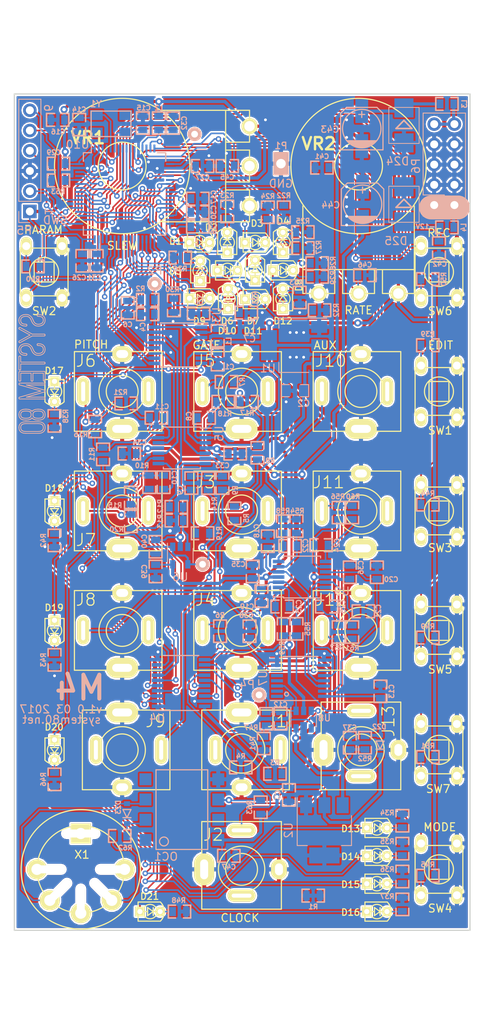
<source format=kicad_pcb>
(kicad_pcb (version 4) (host pcbnew 4.0.2-stable)
  (layers (0 F.Cu signal) (31 B.Cu signal) (34 B.Paste user) (35 F.Paste user) (36 B.SilkS user) (37 F.SilkS user) (38 B.Mask user) (39 F.Mask user) (44 Edge.Cuts user))
  (net 0 "")
  (net 1 +3V3)
  (net 2 GND)
  (net 3 +12V)
  (net 4 +5V)
  (net 5 "Net-(C4-Pad1)")
  (net 6 /DAC_AVDD)
  (net 7 "Net-(C6-Pad1)")
  (net 8 "Net-(C8-Pad1)")
  (net 9 "Net-(C8-Pad2)")
  (net 10 "Net-(C9-Pad1)")
  (net 11 "Net-(C9-Pad2)")
  (net 12 "Net-(C10-Pad1)")
  (net 13 "Net-(C10-Pad2)")
  (net 14 "Net-(C11-Pad1)")
  (net 15 "Net-(C11-Pad2)")
  (net 16 "Net-(C12-Pad1)")
  (net 17 "Net-(C12-Pad2)")
  (net 18 "Net-(C13-Pad1)")
  (net 19 "Net-(C14-Pad2)")
  (net 20 "Net-(C15-Pad2)")
  (net 21 "Net-(C17-Pad1)")
  (net 22 "Net-(C18-Pad1)")
  (net 23 "Net-(C19-Pad1)")
  (net 24 "Net-(C20-Pad1)")
  (net 25 "Net-(C21-Pad1)")
  (net 26 "Net-(C22-Pad1)")
  (net 27 "Net-(C22-Pad2)")
  (net 28 "Net-(C23-Pad1)")
  (net 29 "Net-(C23-Pad2)")
  (net 30 "Net-(C24-Pad1)")
  (net 31 "Net-(C24-Pad2)")
  (net 32 "Net-(C25-Pad1)")
  (net 33 "Net-(C25-Pad2)")
  (net 34 "Net-(C30-Pad1)")
  (net 35 "Net-(C31-Pad1)")
  (net 36 "Net-(C32-Pad1)")
  (net 37 -12V)
  (net 38 "Net-(C45-Pad1)")
  (net 39 "Net-(C46-Pad1)")
  (net 40 "Net-(D1-Pad1)")
  (net 41 /LED0)
  (net 42 "Net-(D2-Pad1)")
  (net 43 /LED1)
  (net 44 "Net-(D3-Pad1)")
  (net 45 /LED2)
  (net 46 "Net-(D4-Pad1)")
  (net 47 /LED3)
  (net 48 "Net-(D5-Pad1)")
  (net 49 /LED4)
  (net 50 "Net-(D6-Pad1)")
  (net 51 /LED5)
  (net 52 "Net-(D7-Pad1)")
  (net 53 /LED6)
  (net 54 "Net-(D8-Pad1)")
  (net 55 /LED7)
  (net 56 "Net-(D9-Pad1)")
  (net 57 /LED8)
  (net 58 "Net-(D10-Pad1)")
  (net 59 /LED9)
  (net 60 "Net-(D11-Pad1)")
  (net 61 /LED10)
  (net 62 "Net-(D12-Pad1)")
  (net 63 /LED11)
  (net 64 "Net-(D13-Pad1)")
  (net 65 /LED12)
  (net 66 "Net-(D14-Pad1)")
  (net 67 /LED13)
  (net 68 "Net-(D15-Pad1)")
  (net 69 /LED14)
  (net 70 "Net-(D16-Pad1)")
  (net 71 /LED15)
  (net 72 "Net-(D17-Pad1)")
  (net 73 /GATE1_LED)
  (net 74 "Net-(D18-Pad1)")
  (net 75 /GATE2_LED)
  (net 76 "Net-(D19-Pad1)")
  (net 77 /GATE3_LED)
  (net 78 "Net-(D20-Pad1)")
  (net 79 /GATE4_LED)
  (net 80 "Net-(D21-Pad1)")
  (net 81 /MIDI_LED)
  (net 82 "Net-(D23-Pad2)")
  (net 83 "Net-(D23-Pad1)")
  (net 84 "Net-(J1-Pad3)")
  (net 85 "Net-(J1-Pad2)")
  (net 86 "Net-(J2-Pad3)")
  (net 87 "Net-(J2-Pad2)")
  (net 88 "Net-(J3-Pad3)")
  (net 89 "Net-(J3-Pad2)")
  (net 90 "Net-(J4-Pad3)")
  (net 91 "Net-(J4-Pad2)")
  (net 92 "Net-(J5-Pad3)")
  (net 93 "Net-(J5-Pad2)")
  (net 94 "Net-(J6-Pad3)")
  (net 95 "Net-(J6-Pad2)")
  (net 96 "Net-(J7-Pad3)")
  (net 97 "Net-(J7-Pad2)")
  (net 98 "Net-(J8-Pad3)")
  (net 99 "Net-(J8-Pad2)")
  (net 100 "Net-(J9-Pad3)")
  (net 101 "Net-(J9-Pad2)")
  (net 102 "Net-(J10-Pad3)")
  (net 103 "Net-(J10-Pad2)")
  (net 104 "Net-(J11-Pad3)")
  (net 105 "Net-(J11-Pad2)")
  (net 106 "Net-(J12-Pad3)")
  (net 107 "Net-(J12-Pad2)")
  (net 108 "Net-(J13-Pad3)")
  (net 109 "Net-(J13-Pad2)")
  (net 110 "Net-(L3-Pad2)")
  (net 111 "Net-(L4-Pad2)")
  (net 112 "Net-(OC1-Pad7)")
  (net 113 /MIDI_RX)
  (net 114 /VREF)
  (net 115 /SWCLK)
  (net 116 /SWDIO)
  (net 117 /NRST)
  (net 118 /SWO)
  (net 119 /PA2)
  (net 120 "Net-(R3-Pad2)")
  (net 121 "Net-(R4-Pad2)")
  (net 122 "Net-(R5-Pad2)")
  (net 123 "Net-(R6-Pad2)")
  (net 124 "Net-(R7-Pad2)")
  (net 125 "Net-(R12-Pad1)")
  (net 126 /CH1_SW)
  (net 127 /PARAM_SW)
  (net 128 /CH2_SW)
  (net 129 /MODE_SW)
  (net 130 /CH3_SW)
  (net 131 /REC_SW)
  (net 132 /CH4_SW)
  (net 133 "Net-(R53-Pad1)")
  (net 134 "Net-(R62-Pad2)")
  (net 135 "Net-(U3-Pad5)")
  (net 136 /DAC_MOSI)
  (net 137 /~DAC_SEL)
  (net 138 /DAC_SCK)
  (net 139 /~LDAC)
  (net 140 /GATE_1)
  (net 141 /GATE_2)
  (net 142 /GATE_3)
  (net 143 /GATE_4)
  (net 144 /CLOCK)
  (net 145 /D0)
  (net 146 /D1)
  (net 147 /~MUX_SEL)
  (net 148 /~MUX_SEL')
  (net 149 /B)
  (net 150 /A)
  (net 151 /12b_DAC)
  (net 152 "Net-(U8-Pad1)")
  (net 153 "Net-(U8-Pad2)")
  (net 154 "Net-(U8-Pad4)")
  (net 155 "Net-(U8-Pad5)")
  (net 156 "Net-(X1-Pad3)")
  (net 157 "Net-(X1-Pad1)")
  (net 158 "Net-(X1-Pad2)")
  (net 159 "Net-(X1-Pad6)")
  (net 160 /DAC_CH0)
  (net 161 /DAC_CH3)
  (net 162 /DAC_CH2)
  (net 163 /DAC_CH1)
  (module Pin_Headers:Pin_Header_Straight_2x05_Pitch2.54mm (layer B.Cu) (at 159.5 52.2)
    (fp_text reference P6 (at -2.3 -4.9 90) (layer B.SilkS) (effects (justify mirror)))
    (fp_text value CONN_02X05 hide)
    (pad 1 thru_hole rect (at 0 0) (size 1.7 1.7) (drill 1) (layers *.Cu *.Mask) (net 111 "Net-(L4-Pad2)"))
    (pad 2 thru_hole oval (at 2.54 0) (size 1.7 1.7) (drill 1) (layers *.Cu *.Mask) (net 111 "Net-(L4-Pad2)"))
    (pad 3 thru_hole oval (at 0 -2.54) (size 1.7 1.7) (drill 1) (layers *.Cu *.Mask) (net 2 GND))
    (pad 4 thru_hole oval (at 2.54 -2.54) (size 1.7 1.7) (drill 1) (layers *.Cu *.Mask) (net 2 GND))
    (pad 5 thru_hole oval (at 0 -5.08) (size 1.7 1.7) (drill 1) (layers *.Cu *.Mask) (net 2 GND))
    (pad 6 thru_hole oval (at 2.54 -5.08) (size 1.7 1.7) (drill 1) (layers *.Cu *.Mask) (net 2 GND))
    (pad 7 thru_hole oval (at 0 -7.62) (size 1.7 1.7) (drill 1) (layers *.Cu *.Mask) (net 2 GND))
    (pad 8 thru_hole oval (at 2.54 -7.62) (size 1.7 1.7) (drill 1) (layers *.Cu *.Mask) (net 2 GND))
    (pad 9 thru_hole oval (at 0 -10.16) (size 1.7 1.7) (drill 1) (layers *.Cu *.Mask) (net 110 "Net-(L3-Pad2)"))
    (pad 10 thru_hole oval (at 2.54 -10.16) (size 1.7 1.7) (drill 1) (layers *.Cu *.Mask) (net 110 "Net-(L3-Pad2)"))
  )
  (module Housings_QFP:LQFP-64_10x10mm_Pitch0.5mm (layer B.Cu) (at 120.6 50.8 270)
    (fp_text reference U10 (at -6.2 5.9 360) (layer B.SilkS) (effects (justify mirror)))
    (fp_text value STM32F410RBTx hide)
    (pad 1 smd rect (at -5.7 3.75 270) (size 1 0.25) (layers B.Cu B.Paste B.Mask) (net 1 +3V3))
    (pad 2 smd rect (at -5.7 3.25 270) (size 1 0.25) (layers B.Cu B.Paste B.Mask) (net 67 /LED13))
    (pad 3 smd rect (at -5.7 2.75 270) (size 1 0.25) (layers B.Cu B.Paste B.Mask) (net 69 /LED14))
    (pad 4 smd rect (at -5.7 2.25 270) (size 1 0.25) (layers B.Cu B.Paste B.Mask) (net 71 /LED15))
    (pad 5 smd rect (at -5.7 1.75 270) (size 1 0.25) (layers B.Cu B.Paste B.Mask) (net 19 "Net-(C14-Pad2)"))
    (pad 6 smd rect (at -5.7 1.25 270) (size 1 0.25) (layers B.Cu B.Paste B.Mask) (net 20 "Net-(C15-Pad2)"))
    (pad 7 smd rect (at -5.7 0.75 270) (size 1 0.25) (layers B.Cu B.Paste B.Mask) (net 117 /NRST))
    (pad 8 smd rect (at -5.7 0.25 270) (size 1 0.25) (layers B.Cu B.Paste B.Mask) (net 41 /LED0))
    (pad 9 smd rect (at -5.7 -0.25 270) (size 1 0.25) (layers B.Cu B.Paste B.Mask) (net 43 /LED1))
    (pad 10 smd rect (at -5.7 -0.75 270) (size 1 0.25) (layers B.Cu B.Paste B.Mask) (net 45 /LED2))
    (pad 11 smd rect (at -5.7 -1.25 270) (size 1 0.25) (layers B.Cu B.Paste B.Mask) (net 47 /LED3))
    (pad 12 smd rect (at -5.7 -1.75 270) (size 1 0.25) (layers B.Cu B.Paste B.Mask) (net 2 GND))
    (pad 13 smd rect (at -5.7 -2.25 270) (size 1 0.25) (layers B.Cu B.Paste B.Mask) (net 36 "Net-(C32-Pad1)"))
    (pad 14 smd rect (at -5.7 -2.75 270) (size 1 0.25) (layers B.Cu B.Paste B.Mask) (net 38 "Net-(C45-Pad1)"))
    (pad 15 smd rect (at -5.7 -3.25 270) (size 1 0.25) (layers B.Cu B.Paste B.Mask) (net 39 "Net-(C46-Pad1)"))
    (pad 16 smd rect (at -5.7 -3.75 270) (size 1 0.25) (layers B.Cu B.Paste B.Mask) (net 119 /PA2))
    (pad 17 smd rect (at -3.75 -5.7 180) (size 1 0.25) (layers B.Cu B.Paste B.Mask) (net 113 /MIDI_RX))
    (pad 18 smd rect (at -3.25 -5.7 180) (size 1 0.25) (layers B.Cu B.Paste B.Mask) (net 2 GND))
    (pad 19 smd rect (at -2.75 -5.7 180) (size 1 0.25) (layers B.Cu B.Paste B.Mask) (net 1 +3V3))
    (pad 20 smd rect (at -2.25 -5.7 180) (size 1 0.25) (layers B.Cu B.Paste B.Mask) (net 137 /~DAC_SEL))
    (pad 21 smd rect (at -1.75 -5.7 180) (size 1 0.25) (layers B.Cu B.Paste B.Mask) (net 151 /12b_DAC))
    (pad 22 smd rect (at -1.25 -5.7 180) (size 1 0.25) (layers B.Cu B.Paste B.Mask) (net 81 /MIDI_LED))
    (pad 23 smd rect (at -0.75 -5.7 180) (size 1 0.25) (layers B.Cu B.Paste B.Mask) (net 139 /~LDAC))
    (pad 24 smd rect (at -0.25 -5.7 180) (size 1 0.25) (layers B.Cu B.Paste B.Mask) (net 49 /LED4))
    (pad 25 smd rect (at 0.25 -5.7 180) (size 1 0.25) (layers B.Cu B.Paste B.Mask) (net 51 /LED5))
    (pad 26 smd rect (at 0.75 -5.7 180) (size 1 0.25) (layers B.Cu B.Paste B.Mask) (net 138 /DAC_SCK))
    (pad 27 smd rect (at 1.25 -5.7 180) (size 1 0.25) (layers B.Cu B.Paste B.Mask) (net 146 /D1))
    (pad 28 smd rect (at 1.75 -5.7 180) (size 1 0.25) (layers B.Cu B.Paste B.Mask) (net 145 /D0))
    (pad 29 smd rect (at 2.25 -5.7 180) (size 1 0.25) (layers B.Cu B.Paste B.Mask) (net 142 /GATE_3))
    (pad 30 smd rect (at 2.75 -5.7 180) (size 1 0.25) (layers B.Cu B.Paste B.Mask) (net 21 "Net-(C17-Pad1)"))
    (pad 31 smd rect (at 3.25 -5.7 180) (size 1 0.25) (layers B.Cu B.Paste B.Mask) (net 34 "Net-(C30-Pad1)"))
    (pad 32 smd rect (at 3.75 -5.7 180) (size 1 0.25) (layers B.Cu B.Paste B.Mask) (net 1 +3V3))
    (pad 33 smd rect (at 5.7 -3.75 270) (size 1 0.25) (layers B.Cu B.Paste B.Mask) (net 73 /GATE1_LED))
    (pad 34 smd rect (at 5.7 -3.25 270) (size 1 0.25) (layers B.Cu B.Paste B.Mask) (net 75 /GATE2_LED))
    (pad 35 smd rect (at 5.7 -2.75 270) (size 1 0.25) (layers B.Cu B.Paste B.Mask) (net 77 /GATE3_LED))
    (pad 36 smd rect (at 5.7 -2.25 270) (size 1 0.25) (layers B.Cu B.Paste B.Mask) (net 79 /GATE4_LED))
    (pad 37 smd rect (at 5.7 -1.75 270) (size 1 0.25) (layers B.Cu B.Paste B.Mask) (net 53 /LED6))
    (pad 38 smd rect (at 5.7 -1.25 270) (size 1 0.25) (layers B.Cu B.Paste B.Mask) (net 55 /LED7))
    (pad 39 smd rect (at 5.7 -0.75 270) (size 1 0.25) (layers B.Cu B.Paste B.Mask) (net 57 /LED8))
    (pad 40 smd rect (at 5.7 -0.25 270) (size 1 0.25) (layers B.Cu B.Paste B.Mask) (net 59 /LED9))
    (pad 41 smd rect (at 5.7 0.25 270) (size 1 0.25) (layers B.Cu B.Paste B.Mask) (net 144 /CLOCK))
    (pad 42 smd rect (at 5.7 0.75 270) (size 1 0.25) (layers B.Cu B.Paste B.Mask) (net 127 /PARAM_SW))
    (pad 43 smd rect (at 5.7 1.25 270) (size 1 0.25) (layers B.Cu B.Paste B.Mask) (net 136 /DAC_MOSI))
    (pad 44 smd rect (at 5.7 1.75 270) (size 1 0.25) (layers B.Cu B.Paste B.Mask) (net 147 /~MUX_SEL))
    (pad 45 smd rect (at 5.7 2.25 270) (size 1 0.25) (layers B.Cu B.Paste B.Mask) (net 129 /MODE_SW))
    (pad 46 smd rect (at 5.7 2.75 270) (size 1 0.25) (layers B.Cu B.Paste B.Mask) (net 116 /SWDIO))
    (pad 47 smd rect (at 5.7 3.25 270) (size 1 0.25) (layers B.Cu B.Paste B.Mask) (net 35 "Net-(C31-Pad1)"))
    (pad 48 smd rect (at 5.7 3.75 270) (size 1 0.25) (layers B.Cu B.Paste B.Mask) (net 1 +3V3))
    (pad 49 smd rect (at 3.75 5.7 180) (size 1 0.25) (layers B.Cu B.Paste B.Mask) (net 115 /SWCLK))
    (pad 50 smd rect (at 3.25 5.7 180) (size 1 0.25) (layers B.Cu B.Paste B.Mask) (net 131 /REC_SW))
    (pad 51 smd rect (at 2.75 5.7 180) (size 1 0.25) (layers B.Cu B.Paste B.Mask) (net 61 /LED10))
    (pad 52 smd rect (at 2.25 5.7 180) (size 1 0.25) (layers B.Cu B.Paste B.Mask) (net 63 /LED11))
    (pad 53 smd rect (at 1.75 5.7 180) (size 1 0.25) (layers B.Cu B.Paste B.Mask) (net 65 /LED12))
    (pad 54 smd rect (at 1.25 5.7 180) (size 1 0.25) (layers B.Cu B.Paste B.Mask) (net 143 /GATE_4))
    (pad 55 smd rect (at 0.75 5.7 180) (size 1 0.25) (layers B.Cu B.Paste B.Mask) (net 118 /SWO))
    (pad 56 smd rect (at 0.25 5.7 180) (size 1 0.25) (layers B.Cu B.Paste B.Mask) (net 126 /CH1_SW))
    (pad 57 smd rect (at -0.25 5.7 180) (size 1 0.25) (layers B.Cu B.Paste B.Mask) (net 128 /CH2_SW))
    (pad 58 smd rect (at -0.75 5.7 180) (size 1 0.25) (layers B.Cu B.Paste B.Mask) (net 130 /CH3_SW))
    (pad 59 smd rect (at -1.25 5.7 180) (size 1 0.25) (layers B.Cu B.Paste B.Mask) (net 132 /CH4_SW))
    (pad 60 smd rect (at -1.75 5.7 180) (size 1 0.25) (layers B.Cu B.Paste B.Mask) (net 133 "Net-(R53-Pad1)"))
    (pad 61 smd rect (at -2.25 5.7 180) (size 1 0.25) (layers B.Cu B.Paste B.Mask) (net 140 /GATE_1))
    (pad 62 smd rect (at -2.75 5.7 180) (size 1 0.25) (layers B.Cu B.Paste B.Mask) (net 141 /GATE_2))
    (pad 63 smd rect (at -3.25 5.7 180) (size 1 0.25) (layers B.Cu B.Paste B.Mask) (net 2 GND))
    (pad 64 smd rect (at -3.75 5.7 180) (size 1 0.25) (layers B.Cu B.Paste B.Mask) (net 1 +3V3))
  )
  (module MyModules:SM0603-C-JRL (layer B.Cu) (at 132.3 71.6 270)
    (fp_text reference C1 (at 0.9 -1.5 540) (layer B.SilkS) (effects (font (size 0.6096 0.6096) (thickness 0.1524)) (justify mirror)))
    (fp_text value 0.1μ hide)
    (pad 1 smd rect (at -0.8509 0 270) (size 0.8128 1.143) (layers B.Cu B.Paste B.Mask) (net 1 +3V3))
    (pad 2 smd rect (at 0.8509 0 270) (size 0.8128 1.143) (layers B.Cu B.Paste B.Mask) (net 2 GND))
  )
  (module MyModules:SM0805-HAND (layer B.Cu) (at 142 75.5 180)
    (fp_text reference C2 (at -1.1 -1.6 180) (layer B.SilkS) (effects (font (size 0.8128 0.8128) (thickness 0.1524)) (justify mirror)))
    (fp_text value 10μ hide)
    (pad 1 smd rect (at -1.0795 0 180) (size 1.143 1.397) (layers B.Cu B.Paste B.Mask) (net 3 +12V))
    (pad 2 smd rect (at 1.0795 0 180) (size 1.143 1.397) (layers B.Cu B.Paste B.Mask) (net 2 GND))
  )
  (module MyModules:SM0603-C-JRL (layer B.Cu) (at 141.25 126.25 270)
    (fp_text reference C3 (at 0 1.4 270) (layer B.SilkS) (effects (font (size 0.6096 0.6096) (thickness 0.1524)) (justify mirror)))
    (fp_text value 1μ hide)
    (pad 1 smd rect (at -0.8509 0 270) (size 0.8128 1.143) (layers B.Cu B.Paste B.Mask) (net 4 +5V))
    (pad 2 smd rect (at 0.8509 0 270) (size 0.8128 1.143) (layers B.Cu B.Paste B.Mask) (net 2 GND))
  )
  (module MyModules:SM0603-C-JRL (layer B.Cu) (at 123.5 65.9 180)
    (fp_text reference C4 (at 0.6 -1.6 270) (layer B.SilkS) (effects (font (size 0.6096 0.6096) (thickness 0.1524)) (justify mirror)))
    (fp_text value 100p hide)
    (pad 1 smd rect (at -0.8509 0 180) (size 0.8128 1.143) (layers B.Cu B.Paste B.Mask) (net 5 "Net-(C4-Pad1)"))
    (pad 2 smd rect (at 0.8509 0 180) (size 0.8128 1.143) (layers B.Cu B.Paste B.Mask) (net 2 GND))
  )
  (module MyModules:SM0603-C-JRL (layer B.Cu) (at 129.9 65.8 180)
    (fp_text reference C5 (at -0.2 1.6 270) (layer B.SilkS) (effects (font (size 0.6096 0.6096) (thickness 0.1524)) (justify mirror)))
    (fp_text value 0.1μ hide)
    (pad 1 smd rect (at -0.8509 0 180) (size 0.8128 1.143) (layers B.Cu B.Paste B.Mask) (net 6 /DAC_AVDD))
    (pad 2 smd rect (at 0.8509 0 180) (size 0.8128 1.143) (layers B.Cu B.Paste B.Mask) (net 2 GND))
  )
  (module MyModules:SM0603-C-JRL (layer B.Cu) (at 121 65.1 270)
    (fp_text reference C6 (at 2.1 0 360) (layer B.SilkS) (effects (font (size 0.6096 0.6096) (thickness 0.1524)) (justify mirror)))
    (fp_text value 1μ hide)
    (pad 1 smd rect (at -0.8509 0 270) (size 0.8128 1.143) (layers B.Cu B.Paste B.Mask) (net 7 "Net-(C6-Pad1)"))
    (pad 2 smd rect (at 0.8509 0 270) (size 0.8128 1.143) (layers B.Cu B.Paste B.Mask) (net 2 GND))
  )
  (module MyModules:SM0805-HAND (layer B.Cu) (at 135.1 67.5)
    (fp_text reference C7 (at 1.2 1.5) (layer B.SilkS) (effects (font (size 0.8128 0.8128) (thickness 0.1524)) (justify mirror)))
    (fp_text value 4.7μ hide)
    (pad 1 smd rect (at -1.0795 0) (size 1.143 1.397) (layers B.Cu B.Paste B.Mask) (net 6 /DAC_AVDD))
    (pad 2 smd rect (at 1.0795 0) (size 1.143 1.397) (layers B.Cu B.Paste B.Mask) (net 2 GND))
  )
  (module MyModules:SM0603-C-JRL (layer B.Cu) (at 130.6 78.9 180)
    (fp_text reference C8 (at 1.9 0.2 270) (layer B.SilkS) (effects (font (size 0.6096 0.6096) (thickness 0.1524)) (justify mirror)))
    (fp_text value 22p hide)
    (pad 1 smd rect (at -0.8509 0 180) (size 0.8128 1.143) (layers B.Cu B.Paste B.Mask) (net 8 "Net-(C8-Pad1)"))
    (pad 2 smd rect (at 0.8509 0 180) (size 0.8128 1.143) (layers B.Cu B.Paste B.Mask) (net 9 "Net-(C8-Pad2)"))
  )
  (module MyModules:SM0603-C-JRL (layer B.Cu) (at 129 87.1 90)
    (fp_text reference C9 (at -0.9 -1.4 90) (layer B.SilkS) (effects (font (size 0.6096 0.6096) (thickness 0.1524)) (justify mirror)))
    (fp_text value 22p hide)
    (pad 1 smd rect (at -0.8509 0 90) (size 0.8128 1.143) (layers B.Cu B.Paste B.Mask) (net 10 "Net-(C9-Pad1)"))
    (pad 2 smd rect (at 0.8509 0 90) (size 0.8128 1.143) (layers B.Cu B.Paste B.Mask) (net 11 "Net-(C9-Pad2)"))
  )
  (module MyModules:SM0603-C-JRL (layer B.Cu) (at 125.5 87 90)
    (fp_text reference C10 (at 0.6 1.4 90) (layer B.SilkS) (effects (font (size 0.6096 0.6096) (thickness 0.1524)) (justify mirror)))
    (fp_text value 22p hide)
    (pad 1 smd rect (at -0.8509 0 90) (size 0.8128 1.143) (layers B.Cu B.Paste B.Mask) (net 12 "Net-(C10-Pad1)"))
    (pad 2 smd rect (at 0.8509 0 90) (size 0.8128 1.143) (layers B.Cu B.Paste B.Mask) (net 13 "Net-(C10-Pad2)"))
  )
  (module MyModules:SM0603-C-JRL (layer B.Cu) (at 124.6 78.9)
    (fp_text reference C11 (at 0.7 -1.4) (layer B.SilkS) (effects (font (size 0.6096 0.6096) (thickness 0.1524)) (justify mirror)))
    (fp_text value 22p hide)
    (pad 1 smd rect (at -0.8509 0) (size 0.8128 1.143) (layers B.Cu B.Paste B.Mask) (net 14 "Net-(C11-Pad1)"))
    (pad 2 smd rect (at 0.8509 0) (size 0.8128 1.143) (layers B.Cu B.Paste B.Mask) (net 15 "Net-(C11-Pad2)"))
  )
  (module MyModules:SM0603-C-JRL (layer B.Cu) (at 140.2 116.7 270)
    (fp_text reference C12 (at -1.8 0 540) (layer B.SilkS) (effects (font (size 0.6096 0.6096) (thickness 0.1524)) (justify mirror)))
    (fp_text value 22p hide)
    (pad 1 smd rect (at -0.8509 0 270) (size 0.8128 1.143) (layers B.Cu B.Paste B.Mask) (net 16 "Net-(C12-Pad1)"))
    (pad 2 smd rect (at 0.8509 0 270) (size 0.8128 1.143) (layers B.Cu B.Paste B.Mask) (net 17 "Net-(C12-Pad2)"))
  )
  (module MyModules:SM0603-C-JRL (layer B.Cu) (at 152.75 113.25 90)
    (fp_text reference C13 (at 0 1.4 90) (layer B.SilkS) (effects (font (size 0.6096 0.6096) (thickness 0.1524)) (justify mirror)))
    (fp_text value 1μ hide)
    (pad 1 smd rect (at -0.8509 0 90) (size 0.8128 1.143) (layers B.Cu B.Paste B.Mask) (net 18 "Net-(C13-Pad1)"))
    (pad 2 smd rect (at 0.8509 0 90) (size 0.8128 1.143) (layers B.Cu B.Paste B.Mask) (net 2 GND))
  )
  (module MyModules:SM0603-C-JRL (layer B.Cu) (at 114.9 42.1 90)
    (fp_text reference C14 (at 1.9 0 180) (layer B.SilkS) (effects (font (size 0.6096 0.6096) (thickness 0.1524)) (justify mirror)))
    (fp_text value 20p hide)
    (pad 1 smd rect (at -0.8509 0 90) (size 0.8128 1.143) (layers B.Cu B.Paste B.Mask) (net 2 GND))
    (pad 2 smd rect (at 0.8509 0 90) (size 0.8128 1.143) (layers B.Cu B.Paste B.Mask) (net 19 "Net-(C14-Pad2)"))
  )
  (module MyModules:SM0603-C-JRL (layer B.Cu) (at 122.9 41.9 270)
    (fp_text reference C15 (at -1.9 -0.1 360) (layer B.SilkS) (effects (font (size 0.6096 0.6096) (thickness 0.1524)) (justify mirror)))
    (fp_text value 20p hide)
    (pad 1 smd rect (at -0.8509 0 270) (size 0.8128 1.143) (layers B.Cu B.Paste B.Mask) (net 2 GND))
    (pad 2 smd rect (at 0.8509 0 270) (size 0.8128 1.143) (layers B.Cu B.Paste B.Mask) (net 20 "Net-(C15-Pad2)"))
  )
  (module MyModules:SM0603-C-JRL (layer B.Cu) (at 112.2 41.5 180)
    (fp_text reference C16 (at -0.05 -1.5 180) (layer B.SilkS) (effects (font (size 0.6096 0.6096) (thickness 0.1524)) (justify mirror)))
    (fp_text value 1μ hide)
    (pad 1 smd rect (at -0.8509 0 180) (size 0.8128 1.143) (layers B.Cu B.Paste B.Mask) (net 1 +3V3))
    (pad 2 smd rect (at 0.8509 0 180) (size 0.8128 1.143) (layers B.Cu B.Paste B.Mask) (net 2 GND))
  )
  (module MyModules:SM0603-C-JRL (layer B.Cu) (at 129.8 51.4)
    (fp_text reference C17 (at 2 -0.2 90) (layer B.SilkS) (effects (font (size 0.6096 0.6096) (thickness 0.1524)) (justify mirror)))
    (fp_text value 4.7μ hide)
    (pad 1 smd rect (at -0.8509 0) (size 0.8128 1.143) (layers B.Cu B.Paste B.Mask) (net 21 "Net-(C17-Pad1)"))
    (pad 2 smd rect (at 0.8509 0) (size 0.8128 1.143) (layers B.Cu B.Paste B.Mask) (net 2 GND))
  )
  (module MyModules:SM0603-C-JRL (layer B.Cu) (at 138.6 94.4 90)
    (fp_text reference C18 (at 1.3 -1.4 270) (layer B.SilkS) (effects (font (size 0.6096 0.6096) (thickness 0.1524)) (justify mirror)))
    (fp_text value 0.01μ hide)
    (pad 1 smd rect (at -0.8509 0 90) (size 0.8128 1.143) (layers B.Cu B.Paste B.Mask) (net 22 "Net-(C18-Pad1)"))
    (pad 2 smd rect (at 0.8509 0 90) (size 0.8128 1.143) (layers B.Cu B.Paste B.Mask) (net 2 GND))
  )
  (module MyModules:SM0603-C-JRL (layer B.Cu) (at 137.8 101.3 270)
    (fp_text reference C19 (at 1.3 1.8 360) (layer B.SilkS) (effects (font (size 0.6096 0.6096) (thickness 0.1524)) (justify mirror)))
    (fp_text value 0.01μ hide)
    (pad 1 smd rect (at -0.8509 0 270) (size 0.8128 1.143) (layers B.Cu B.Paste B.Mask) (net 23 "Net-(C19-Pad1)"))
    (pad 2 smd rect (at 0.8509 0 270) (size 0.8128 1.143) (layers B.Cu B.Paste B.Mask) (net 2 GND))
  )
  (module MyModules:SM0603-C-JRL (layer B.Cu) (at 152.3 98.3 90)
    (fp_text reference C20 (at -0.9 1.8 180) (layer B.SilkS) (effects (font (size 0.6096 0.6096) (thickness 0.1524)) (justify mirror)))
    (fp_text value 0.01μ hide)
    (pad 1 smd rect (at -0.8509 0 90) (size 0.8128 1.143) (layers B.Cu B.Paste B.Mask) (net 24 "Net-(C20-Pad1)"))
    (pad 2 smd rect (at 0.8509 0 90) (size 0.8128 1.143) (layers B.Cu B.Paste B.Mask) (net 2 GND))
  )
  (module MyModules:SM0603-C-JRL (layer B.Cu) (at 150.6 103.2)
    (fp_text reference C21 (at 1.9 0 90) (layer B.SilkS) (effects (font (size 0.6096 0.6096) (thickness 0.1524)) (justify mirror)))
    (fp_text value 0.01μ hide)
    (pad 1 smd rect (at -0.8509 0) (size 0.8128 1.143) (layers B.Cu B.Paste B.Mask) (net 25 "Net-(C21-Pad1)"))
    (pad 2 smd rect (at 0.8509 0) (size 0.8128 1.143) (layers B.Cu B.Paste B.Mask) (net 2 GND))
  )
  (module MyModules:SM0603-C-JRL (layer B.Cu) (at 141.4 95)
    (fp_text reference C22 (at 1.95 -0.05 90) (layer B.SilkS) (effects (font (size 0.6096 0.6096) (thickness 0.1524)) (justify mirror)))
    (fp_text value 330p hide)
    (pad 1 smd rect (at -0.8509 0) (size 0.8128 1.143) (layers B.Cu B.Paste B.Mask) (net 26 "Net-(C22-Pad1)"))
    (pad 2 smd rect (at 0.8509 0) (size 0.8128 1.143) (layers B.Cu B.Paste B.Mask) (net 27 "Net-(C22-Pad2)"))
  )
  (module MyModules:SM0603-C-JRL (layer B.Cu) (at 140.4 102.6)
    (fp_text reference C23 (at 2.1 0 90) (layer B.SilkS) (effects (font (size 0.6096 0.6096) (thickness 0.1524)) (justify mirror)))
    (fp_text value 330p hide)
    (pad 1 smd rect (at -0.8509 0) (size 0.8128 1.143) (layers B.Cu B.Paste B.Mask) (net 28 "Net-(C23-Pad1)"))
    (pad 2 smd rect (at 0.8509 0) (size 0.8128 1.143) (layers B.Cu B.Paste B.Mask) (net 29 "Net-(C23-Pad2)"))
  )
  (module MyModules:SM0603-C-JRL (layer B.Cu) (at 145.3 94.9 180)
    (fp_text reference C24 (at -2 0 270) (layer B.SilkS) (effects (font (size 0.6096 0.6096) (thickness 0.1524)) (justify mirror)))
    (fp_text value 330p hide)
    (pad 1 smd rect (at -0.8509 0 180) (size 0.8128 1.143) (layers B.Cu B.Paste B.Mask) (net 30 "Net-(C24-Pad1)"))
    (pad 2 smd rect (at 0.8509 0 180) (size 0.8128 1.143) (layers B.Cu B.Paste B.Mask) (net 31 "Net-(C24-Pad2)"))
  )
  (module MyModules:SM0603-C-JRL (layer B.Cu) (at 146 102.6 180)
    (fp_text reference C25 (at -2 0 270) (layer B.SilkS) (effects (font (size 0.6096 0.6096) (thickness 0.1524)) (justify mirror)))
    (fp_text value 330p hide)
    (pad 1 smd rect (at -0.8509 0 180) (size 0.8128 1.143) (layers B.Cu B.Paste B.Mask) (net 32 "Net-(C25-Pad1)"))
    (pad 2 smd rect (at 0.8509 0 180) (size 0.8128 1.143) (layers B.Cu B.Paste B.Mask) (net 33 "Net-(C25-Pad2)"))
  )
  (module MyModules:SM0603-C-JRL (layer B.Cu) (at 115.3 59.2 270)
    (fp_text reference C26 (at 2.1 0.4 360) (layer B.SilkS) (effects (font (size 0.6096 0.6096) (thickness 0.1524)) (justify mirror)))
    (fp_text value 0.1μ hide)
    (pad 1 smd rect (at -0.8509 0 270) (size 0.8128 1.143) (layers B.Cu B.Paste B.Mask) (net 1 +3V3))
    (pad 2 smd rect (at 0.8509 0 270) (size 0.8128 1.143) (layers B.Cu B.Paste B.Mask) (net 2 GND))
  )
  (module MyModules:SM0603-C-JRL (layer B.Cu) (at 130.4 47.3)
    (fp_text reference C27 (at 0 1.4) (layer B.SilkS) (effects (font (size 0.6096 0.6096) (thickness 0.1524)) (justify mirror)))
    (fp_text value 0.1μ hide)
    (pad 1 smd rect (at -0.8509 0) (size 0.8128 1.143) (layers B.Cu B.Paste B.Mask) (net 1 +3V3))
    (pad 2 smd rect (at 0.8509 0) (size 0.8128 1.143) (layers B.Cu B.Paste B.Mask) (net 2 GND))
  )
  (module MyModules:SM0603-C-JRL (layer B.Cu) (at 129.8 54.9)
    (fp_text reference C28 (at 2 0.1 90) (layer B.SilkS) (effects (font (size 0.6096 0.6096) (thickness 0.1524)) (justify mirror)))
    (fp_text value 0.1μ hide)
    (pad 1 smd rect (at -0.8509 0) (size 0.8128 1.143) (layers B.Cu B.Paste B.Mask) (net 1 +3V3))
    (pad 2 smd rect (at 0.8509 0) (size 0.8128 1.143) (layers B.Cu B.Paste B.Mask) (net 2 GND))
  )
  (module MyModules:SM0603-C-JRL (layer B.Cu) (at 112.3 47 180)
    (fp_text reference C29 (at 0.6 1.4 180) (layer B.SilkS) (effects (font (size 0.6096 0.6096) (thickness 0.1524)) (justify mirror)))
    (fp_text value 0.1μ hide)
    (pad 1 smd rect (at -0.8509 0 180) (size 0.8128 1.143) (layers B.Cu B.Paste B.Mask) (net 1 +3V3))
    (pad 2 smd rect (at 0.8509 0 180) (size 0.8128 1.143) (layers B.Cu B.Paste B.Mask) (net 2 GND))
  )
  (module MyModules:SM0603-C-JRL (layer B.Cu) (at 129.8 53.1)
    (fp_text reference C30 (at 2 0 90) (layer B.SilkS) (effects (font (size 0.6096 0.6096) (thickness 0.1524)) (justify mirror)))
    (fp_text value 2.2μ hide)
    (pad 1 smd rect (at -0.8509 0) (size 0.8128 1.143) (layers B.Cu B.Paste B.Mask) (net 34 "Net-(C30-Pad1)"))
    (pad 2 smd rect (at 0.8509 0) (size 0.8128 1.143) (layers B.Cu B.Paste B.Mask) (net 2 GND))
  )
  (module MyModules:SM0603-C-JRL (layer B.Cu) (at 117.1 59.2 270)
    (fp_text reference C31 (at 2.1 0.3 360) (layer B.SilkS) (effects (font (size 0.6096 0.6096) (thickness 0.1524)) (justify mirror)))
    (fp_text value 2.2μ hide)
    (pad 1 smd rect (at -0.8509 0 270) (size 0.8128 1.143) (layers B.Cu B.Paste B.Mask) (net 35 "Net-(C31-Pad1)"))
    (pad 2 smd rect (at 0.8509 0 270) (size 0.8128 1.143) (layers B.Cu B.Paste B.Mask) (net 2 GND))
  )
  (module MyModules:SM0603-C-JRL (layer B.Cu) (at 126.7 41.9 90)
    (fp_text reference C32 (at 0 1.4 90) (layer B.SilkS) (effects (font (size 0.6096 0.6096) (thickness 0.1524)) (justify mirror)))
    (fp_text value 0.1μ hide)
    (pad 1 smd rect (at -0.8509 0 90) (size 0.8128 1.143) (layers B.Cu B.Paste B.Mask) (net 36 "Net-(C32-Pad1)"))
    (pad 2 smd rect (at 0.8509 0 90) (size 0.8128 1.143) (layers B.Cu B.Paste B.Mask) (net 2 GND))
  )
  (module MyModules:SM0603-C-JRL (layer B.Cu) (at 134.5 83.4)
    (fp_text reference C33 (at -1.6 1.5) (layer B.SilkS) (effects (font (size 0.6096 0.6096) (thickness 0.1524)) (justify mirror)))
    (fp_text value 100n hide)
    (pad 1 smd rect (at -0.8509 0) (size 0.8128 1.143) (layers B.Cu B.Paste B.Mask) (net 3 +12V))
    (pad 2 smd rect (at 0.8509 0) (size 0.8128 1.143) (layers B.Cu B.Paste B.Mask) (net 2 GND))
  )
  (module MyModules:SM0603-C-JRL (layer B.Cu) (at 121.2 83.4)
    (fp_text reference C34 (at 1.3 -1.4) (layer B.SilkS) (effects (font (size 0.6096 0.6096) (thickness 0.1524)) (justify mirror)))
    (fp_text value 100n hide)
    (pad 1 smd rect (at -0.8509 0) (size 0.8128 1.143) (layers B.Cu B.Paste B.Mask) (net 2 GND))
    (pad 2 smd rect (at 0.8509 0) (size 0.8128 1.143) (layers B.Cu B.Paste B.Mask) (net 37 -12V))
  )
  (module MyModules:SM0603-C-JRL (layer B.Cu) (at 136.7 98.2 90)
    (fp_text reference C35 (at 0.9 -1.8 180) (layer B.SilkS) (effects (font (size 0.6096 0.6096) (thickness 0.1524)) (justify mirror)))
    (fp_text value 100n hide)
    (pad 1 smd rect (at -0.8509 0 90) (size 0.8128 1.143) (layers B.Cu B.Paste B.Mask) (net 3 +12V))
    (pad 2 smd rect (at 0.8509 0 90) (size 0.8128 1.143) (layers B.Cu B.Paste B.Mask) (net 2 GND))
  )
  (module MyModules:SM0603-C-JRL (layer B.Cu) (at 148.9 98.3 270)
    (fp_text reference C36 (at -0.6 -1.4 450) (layer B.SilkS) (effects (font (size 0.6096 0.6096) (thickness 0.1524)) (justify mirror)))
    (fp_text value 100n hide)
    (pad 1 smd rect (at -0.8509 0 270) (size 0.8128 1.143) (layers B.Cu B.Paste B.Mask) (net 2 GND))
    (pad 2 smd rect (at 0.8509 0 270) (size 0.8128 1.143) (layers B.Cu B.Paste B.Mask) (net 37 -12V))
  )
  (module MyModules:SM0603-C-JRL (layer B.Cu) (at 148.9 119.7 90)
    (fp_text reference C37 (at 1.9 0 180) (layer B.SilkS) (effects (font (size 0.6096 0.6096) (thickness 0.1524)) (justify mirror)))
    (fp_text value 100n hide)
    (pad 1 smd rect (at -0.8509 0 90) (size 0.8128 1.143) (layers B.Cu B.Paste B.Mask) (net 3 +12V))
    (pad 2 smd rect (at 0.8509 0 90) (size 0.8128 1.143) (layers B.Cu B.Paste B.Mask) (net 2 GND))
  )
  (module MyModules:SM0603-C-JRL (layer B.Cu) (at 136.3 105.7 270)
    (fp_text reference C38 (at -2 0.4 360) (layer B.SilkS) (effects (font (size 0.6096 0.6096) (thickness 0.1524)) (justify mirror)))
    (fp_text value 100n hide)
    (pad 1 smd rect (at -0.8509 0 270) (size 0.8128 1.143) (layers B.Cu B.Paste B.Mask) (net 2 GND))
    (pad 2 smd rect (at 0.8509 0 270) (size 0.8128 1.143) (layers B.Cu B.Paste B.Mask) (net 37 -12V))
  )
  (module MyModules:SM0603-C-JRL (layer B.Cu) (at 124.5 98.2 270)
    (fp_text reference C39 (at 0 1.4 270) (layer B.SilkS) (effects (font (size 0.6096 0.6096) (thickness 0.1524)) (justify mirror)))
    (fp_text value 100n hide)
    (pad 1 smd rect (at -0.8509 0 270) (size 0.8128 1.143) (layers B.Cu B.Paste B.Mask) (net 3 +12V))
    (pad 2 smd rect (at 0.8509 0 270) (size 0.8128 1.143) (layers B.Cu B.Paste B.Mask) (net 2 GND))
  )
  (module MyModules:SM0603-C-JRL (layer B.Cu) (at 124.5 95.1 90)
    (fp_text reference C40 (at 0.7 -1.4 90) (layer B.SilkS) (effects (font (size 0.6096 0.6096) (thickness 0.1524)) (justify mirror)))
    (fp_text value 100n hide)
    (pad 1 smd rect (at -0.8509 0 90) (size 0.8128 1.143) (layers B.Cu B.Paste B.Mask) (net 2 GND))
    (pad 2 smd rect (at 0.8509 0 90) (size 0.8128 1.143) (layers B.Cu B.Paste B.Mask) (net 37 -12V))
  )
  (module MyModules:SM0603-C-JRL (layer B.Cu) (at 145.4 47.5 180)
    (fp_text reference C41 (at 0 1.4 180) (layer B.SilkS) (effects (font (size 0.6096 0.6096) (thickness 0.1524)) (justify mirror)))
    (fp_text value 100n hide)
    (pad 1 smd rect (at -0.8509 0 180) (size 0.8128 1.143) (layers B.Cu B.Paste B.Mask) (net 3 +12V))
    (pad 2 smd rect (at 0.8509 0 180) (size 0.8128 1.143) (layers B.Cu B.Paste B.Mask) (net 2 GND))
  )
  (module MyModules:SM0603-C-JRL (layer B.Cu) (at 160.1 57.6 90)
    (fp_text reference C42 (at -2 0.1 180) (layer B.SilkS) (effects (font (size 0.6096 0.6096) (thickness 0.1524)) (justify mirror)))
    (fp_text value 100n hide)
    (pad 1 smd rect (at -0.8509 0 90) (size 0.8128 1.143) (layers B.Cu B.Paste B.Mask) (net 2 GND))
    (pad 2 smd rect (at 0.8509 0 90) (size 0.8128 1.143) (layers B.Cu B.Paste B.Mask) (net 37 -12V))
  )
  (module MyModules:jrl_c_elec_5x5.3 (layer B.Cu) (at 150.4 42.6 90)
    (fp_text reference C43 (at -0.1 -4 180) (layer B.SilkS) (effects (font (size 0.8 0.8)) (justify mirror)))
    (fp_text value 22μF hide)
    (pad 1 smd rect (at 2.19964 0 90) (size 2.99974 1.6002) (layers B.Cu B.Paste B.Mask) (net 3 +12V))
    (pad 2 smd rect (at -2.19964 0 90) (size 2.99974 1.6002) (layers B.Cu B.Paste B.Mask) (net 2 GND))
  )
  (module MyModules:jrl_c_elec_5x5.3 (layer B.Cu) (at 150.5 52.1 90)
    (fp_text reference C44 (at -0.1 -4 180) (layer B.SilkS) (effects (font (size 0.8 0.8)) (justify mirror)))
    (fp_text value 22μF hide)
    (pad 1 smd rect (at 2.19964 0 90) (size 2.99974 1.6002) (layers B.Cu B.Paste B.Mask) (net 2 GND))
    (pad 2 smd rect (at -2.19964 0 90) (size 2.99974 1.6002) (layers B.Cu B.Paste B.Mask) (net 37 -12V))
  )
  (module MyModules:SM0603-C-JRL (layer B.Cu) (at 133.5 47.3 180)
    (fp_text reference C45 (at 0 -1.4 180) (layer B.SilkS) (effects (font (size 0.6096 0.6096) (thickness 0.1524)) (justify mirror)))
    (fp_text value 0.1μ hide)
    (pad 1 smd rect (at -0.8509 0 180) (size 0.8128 1.143) (layers B.Cu B.Paste B.Mask) (net 38 "Net-(C45-Pad1)"))
    (pad 2 smd rect (at 0.8509 0 180) (size 0.8128 1.143) (layers B.Cu B.Paste B.Mask) (net 2 GND))
  )
  (module MyModules:SM0603-C-JRL (layer B.Cu) (at 150.8 61)
    (fp_text reference C46 (at 0 -1.3) (layer B.SilkS) (effects (font (size 0.6096 0.6096) (thickness 0.1524)) (justify mirror)))
    (fp_text value 0.1μ hide)
    (pad 1 smd rect (at -0.8509 0) (size 0.8128 1.143) (layers B.Cu B.Paste B.Mask) (net 39 "Net-(C46-Pad1)"))
    (pad 2 smd rect (at 0.8509 0) (size 0.8128 1.143) (layers B.Cu B.Paste B.Mask) (net 2 GND))
  )
  (module MyModules:SM0603-C-JRL (layer B.Cu) (at 133.7 133.9)
    (fp_text reference C47 (at 0 1.4) (layer B.SilkS) (effects (font (size 0.6096 0.6096) (thickness 0.1524)) (justify mirror)))
    (fp_text value 0.1µ hide)
    (pad 1 smd rect (at -0.8509 0) (size 0.8128 1.143) (layers B.Cu B.Paste B.Mask) (net 1 +3V3))
    (pad 2 smd rect (at 0.8509 0) (size 0.8128 1.143) (layers B.Cu B.Paste B.Mask) (net 2 GND))
  )
  (module MyModules:SOD323-C1A2 (layer B.Cu) (at 152.7 120 270)
    (fp_text reference D22 (at -2.3 0.1 360) (layer B.SilkS) (effects (font (size 0.6096 0.6096) (thickness 0.1524)) (justify mirror)))
    (fp_text value 1N4148 hide)
    (pad 2 smd rect (at -1.2446 0 270) (size 0.6096 0.762) (layers B.Cu B.Paste B.Mask) (net 18 "Net-(C13-Pad1)"))
    (pad 1 smd rect (at 1.2446 0 270) (size 0.6096 0.762) (layers B.Cu B.Paste B.Mask) (net 4 +5V))
  )
  (module MyModules:SOD323-C1A2 (layer B.Cu) (at 120.9 128.6 270)
    (fp_text reference D23 (at -0.8 1.1 270) (layer B.SilkS) (effects (font (size 0.6096 0.6096) (thickness 0.1524)) (justify mirror)))
    (fp_text value 1N4148 hide)
    (pad 2 smd rect (at -1.2446 0 270) (size 0.6096 0.762) (layers B.Cu B.Paste B.Mask) (net 82 "Net-(D23-Pad2)"))
    (pad 1 smd rect (at 1.2446 0 270) (size 0.6096 0.762) (layers B.Cu B.Paste B.Mask) (net 83 "Net-(D23-Pad1)"))
  )
  (module MyModules:SMB-1C2A (layer B.Cu) (at 155.7 42.2 270)
    (fp_text reference D24 (at 4.5 0.8 360) (layer B.SilkS) (effects (justify mirror)))
    (fp_text value S1BB hide)
    (pad 2 smd rect (at 2.19964 0 270) (size 2.39776 2.39776) (layers B.Cu B.Paste B.Mask) (net 2 GND))
    (pad 1 smd rect (at -2.19964 0 270) (size 2.39776 2.39776) (layers B.Cu B.Paste B.Mask) (net 3 +12V))
  )
  (module MyModules:SMB-1C2A (layer B.Cu) (at 155.7 52.1 270)
    (fp_text reference D25 (at 4.6 1 360) (layer B.SilkS) (effects (justify mirror)))
    (fp_text value S1BB hide)
    (pad 2 smd rect (at 2.19964 0 270) (size 2.39776 2.39776) (layers B.Cu B.Paste B.Mask) (net 37 -12V))
    (pad 1 smd rect (at -2.19964 0 270) (size 2.39776 2.39776) (layers B.Cu B.Paste B.Mask) (net 2 GND))
  )
  (module MyModules:PJ-301B-JACK-SLOTS (layer F.Cu) (at 135.3 120.6 270)
    (fp_text reference J1 (at -3.6 -4.45 360) (layer F.SilkS) (effects (font (size 1.5 1.5))))
    (fp_text value PJ-301B hide)
    (pad 1 thru_hole oval (at -4.7 0 270) (size 2.5 4) (drill oval 1 2.5) (layers *.Cu *.Mask F.SilkS) (net 2 GND))
    (pad 1 thru_hole oval (at 4.7 0 270) (size 2 2.5) (drill oval 1 1.5) (layers *.Cu *.Mask F.SilkS) (net 2 GND))
    (pad 3 thru_hole oval (at 0 -4.9 270) (size 3.5 1.5) (drill oval 2.5 0.5) (layers *.Cu *.Mask F.SilkS) (net 84 "Net-(J1-Pad3)"))
    (pad 2 thru_hole oval (at 0 3.3 270) (size 3.5 1.5) (drill oval 2.5 0.5) (layers *.Cu *.Mask F.SilkS) (net 85 "Net-(J1-Pad2)"))
  )
  (module MyModules:PJ-301B-JACK-SLOTS (layer F.Cu) (at 135.3 135.6)
    (fp_text reference J2 (at -3.55 -4.35) (layer F.SilkS) (effects (font (size 1.5 1.5))))
    (fp_text value PJ-301B hide)
    (pad 1 thru_hole oval (at -4.7 0) (size 2.5 4) (drill oval 1 2.5) (layers *.Cu *.Mask F.SilkS) (net 2 GND))
    (pad 1 thru_hole oval (at 4.7 0) (size 2 2.5) (drill oval 1 1.5) (layers *.Cu *.Mask F.SilkS) (net 2 GND))
    (pad 3 thru_hole oval (at 0 -4.9) (size 3.5 1.5) (drill oval 2.5 0.5) (layers *.Cu *.Mask F.SilkS) (net 86 "Net-(J2-Pad3)"))
    (pad 2 thru_hole oval (at 0 3.3) (size 3.5 1.5) (drill oval 2.5 0.5) (layers *.Cu *.Mask F.SilkS) (net 87 "Net-(J2-Pad2)"))
  )
  (module MyModules:PJ-301B-JACK-SLOTS (layer F.Cu) (at 135.3 90.6 90)
    (fp_text reference J3 (at 3.6 -4.55 180) (layer F.SilkS) (effects (font (size 1.5 1.5))))
    (fp_text value PJ-301B hide)
    (pad 1 thru_hole oval (at -4.7 0 90) (size 2.5 4) (drill oval 1 2.5) (layers *.Cu *.Mask F.SilkS) (net 2 GND))
    (pad 1 thru_hole oval (at 4.7 0 90) (size 2 2.5) (drill oval 1 1.5) (layers *.Cu *.Mask F.SilkS) (net 2 GND))
    (pad 3 thru_hole oval (at 0 -4.9 90) (size 3.5 1.5) (drill oval 2.5 0.5) (layers *.Cu *.Mask F.SilkS) (net 88 "Net-(J3-Pad3)"))
    (pad 2 thru_hole oval (at 0 3.3 90) (size 3.5 1.5) (drill oval 2.5 0.5) (layers *.Cu *.Mask F.SilkS) (net 89 "Net-(J3-Pad2)"))
  )
  (module MyModules:PJ-301B-JACK-SLOTS (layer F.Cu) (at 135.3 105.6 90)
    (fp_text reference J4 (at 3.85 -4.55 180) (layer F.SilkS) (effects (font (size 1.5 1.5))))
    (fp_text value PJ-301B hide)
    (pad 1 thru_hole oval (at -4.7 0 90) (size 2.5 4) (drill oval 1 2.5) (layers *.Cu *.Mask F.SilkS) (net 2 GND))
    (pad 1 thru_hole oval (at 4.7 0 90) (size 2 2.5) (drill oval 1 1.5) (layers *.Cu *.Mask F.SilkS) (net 2 GND))
    (pad 3 thru_hole oval (at 0 -4.9 90) (size 3.5 1.5) (drill oval 2.5 0.5) (layers *.Cu *.Mask F.SilkS) (net 90 "Net-(J4-Pad3)"))
    (pad 2 thru_hole oval (at 0 3.3 90) (size 3.5 1.5) (drill oval 2.5 0.5) (layers *.Cu *.Mask F.SilkS) (net 91 "Net-(J4-Pad2)"))
  )
  (module MyModules:PJ-301B-JACK-SLOTS (layer F.Cu) (at 135.3 75.6 90)
    (fp_text reference J5 (at 3.85 -4.55 180) (layer F.SilkS) (effects (font (size 1.5 1.5))))
    (fp_text value PJ-301B hide)
    (pad 1 thru_hole oval (at -4.7 0 90) (size 2.5 4) (drill oval 1 2.5) (layers *.Cu *.Mask F.SilkS) (net 2 GND))
    (pad 1 thru_hole oval (at 4.7 0 90) (size 2 2.5) (drill oval 1 1.5) (layers *.Cu *.Mask F.SilkS) (net 2 GND))
    (pad 3 thru_hole oval (at 0 -4.9 90) (size 3.5 1.5) (drill oval 2.5 0.5) (layers *.Cu *.Mask F.SilkS) (net 92 "Net-(J5-Pad3)"))
    (pad 2 thru_hole oval (at 0 3.3 90) (size 3.5 1.5) (drill oval 2.5 0.5) (layers *.Cu *.Mask F.SilkS) (net 93 "Net-(J5-Pad2)"))
  )
  (module MyModules:PJ-301B-JACK-SLOTS (layer F.Cu) (at 120.3 75.6 90)
    (fp_text reference J6 (at 3.85 -4.55 180) (layer F.SilkS) (effects (font (size 1.5 1.5))))
    (fp_text value PJ-301B hide)
    (pad 1 thru_hole oval (at -4.7 0 90) (size 2.5 4) (drill oval 1 2.5) (layers *.Cu *.Mask F.SilkS) (net 2 GND))
    (pad 1 thru_hole oval (at 4.7 0 90) (size 2 2.5) (drill oval 1 1.5) (layers *.Cu *.Mask F.SilkS) (net 2 GND))
    (pad 3 thru_hole oval (at 0 -4.9 90) (size 3.5 1.5) (drill oval 2.5 0.5) (layers *.Cu *.Mask F.SilkS) (net 94 "Net-(J6-Pad3)"))
    (pad 2 thru_hole oval (at 0 3.3 90) (size 3.5 1.5) (drill oval 2.5 0.5) (layers *.Cu *.Mask F.SilkS) (net 95 "Net-(J6-Pad2)"))
  )
  (module MyModules:PJ-301B-JACK-SLOTS (layer F.Cu) (at 120.3 90.6 90)
    (fp_text reference J7 (at -3.65 -4.55 180) (layer F.SilkS) (effects (font (size 1.5 1.5))))
    (fp_text value PJ-301B hide)
    (pad 1 thru_hole oval (at -4.7 0 90) (size 2.5 4) (drill oval 1 2.5) (layers *.Cu *.Mask F.SilkS) (net 2 GND))
    (pad 1 thru_hole oval (at 4.7 0 90) (size 2 2.5) (drill oval 1 1.5) (layers *.Cu *.Mask F.SilkS) (net 2 GND))
    (pad 3 thru_hole oval (at 0 -4.9 90) (size 3.5 1.5) (drill oval 2.5 0.5) (layers *.Cu *.Mask F.SilkS) (net 96 "Net-(J7-Pad3)"))
    (pad 2 thru_hole oval (at 0 3.3 90) (size 3.5 1.5) (drill oval 2.5 0.5) (layers *.Cu *.Mask F.SilkS) (net 97 "Net-(J7-Pad2)"))
  )
  (module MyModules:PJ-301B-JACK-SLOTS (layer F.Cu) (at 120.3 105.6 90)
    (fp_text reference J8 (at 3.85 -4.55 180) (layer F.SilkS) (effects (font (size 1.5 1.5))))
    (fp_text value PJ-301B hide)
    (pad 1 thru_hole oval (at -4.7 0 90) (size 2.5 4) (drill oval 1 2.5) (layers *.Cu *.Mask F.SilkS) (net 2 GND))
    (pad 1 thru_hole oval (at 4.7 0 90) (size 2 2.5) (drill oval 1 1.5) (layers *.Cu *.Mask F.SilkS) (net 2 GND))
    (pad 3 thru_hole oval (at 0 -4.9 90) (size 3.5 1.5) (drill oval 2.5 0.5) (layers *.Cu *.Mask F.SilkS) (net 98 "Net-(J8-Pad3)"))
    (pad 2 thru_hole oval (at 0 3.3 90) (size 3.5 1.5) (drill oval 2.5 0.5) (layers *.Cu *.Mask F.SilkS) (net 99 "Net-(J8-Pad2)"))
  )
  (module MyModules:PJ-301B-JACK-SLOTS (layer F.Cu) (at 120.3 120.6 270)
    (fp_text reference J9 (at -3.6 -4.2 360) (layer F.SilkS) (effects (font (size 1.5 1.5))))
    (fp_text value PJ-301B hide)
    (pad 1 thru_hole oval (at -4.7 0 270) (size 2.5 4) (drill oval 1 2.5) (layers *.Cu *.Mask F.SilkS) (net 2 GND))
    (pad 1 thru_hole oval (at 4.7 0 270) (size 2 2.5) (drill oval 1 1.5) (layers *.Cu *.Mask F.SilkS) (net 2 GND))
    (pad 3 thru_hole oval (at 0 -4.9 270) (size 3.5 1.5) (drill oval 2.5 0.5) (layers *.Cu *.Mask F.SilkS) (net 100 "Net-(J9-Pad3)"))
    (pad 2 thru_hole oval (at 0 3.3 270) (size 3.5 1.5) (drill oval 2.5 0.5) (layers *.Cu *.Mask F.SilkS) (net 101 "Net-(J9-Pad2)"))
  )
  (module MyModules:PJ-301B-JACK-SLOTS (layer F.Cu) (at 150.3 75.6 90)
    (fp_text reference J10 (at 3.85 -3.8 180) (layer F.SilkS) (effects (font (size 1.5 1.5))))
    (fp_text value PJ-301B hide)
    (pad 1 thru_hole oval (at -4.7 0 90) (size 2.5 4) (drill oval 1 2.5) (layers *.Cu *.Mask F.SilkS) (net 2 GND))
    (pad 1 thru_hole oval (at 4.7 0 90) (size 2 2.5) (drill oval 1 1.5) (layers *.Cu *.Mask F.SilkS) (net 2 GND))
    (pad 3 thru_hole oval (at 0 -4.9 90) (size 3.5 1.5) (drill oval 2.5 0.5) (layers *.Cu *.Mask F.SilkS) (net 102 "Net-(J10-Pad3)"))
    (pad 2 thru_hole oval (at 0 3.3 90) (size 3.5 1.5) (drill oval 2.5 0.5) (layers *.Cu *.Mask F.SilkS) (net 103 "Net-(J10-Pad2)"))
  )
  (module MyModules:PJ-301B-JACK-SLOTS (layer F.Cu) (at 150.3 90.6 90)
    (fp_text reference J11 (at 3.6 -4.05 180) (layer F.SilkS) (effects (font (size 1.5 1.5))))
    (fp_text value PJ-301B hide)
    (pad 1 thru_hole oval (at -4.7 0 90) (size 2.5 4) (drill oval 1 2.5) (layers *.Cu *.Mask F.SilkS) (net 2 GND))
    (pad 1 thru_hole oval (at 4.7 0 90) (size 2 2.5) (drill oval 1 1.5) (layers *.Cu *.Mask F.SilkS) (net 2 GND))
    (pad 3 thru_hole oval (at 0 -4.9 90) (size 3.5 1.5) (drill oval 2.5 0.5) (layers *.Cu *.Mask F.SilkS) (net 104 "Net-(J11-Pad3)"))
    (pad 2 thru_hole oval (at 0 3.3 90) (size 3.5 1.5) (drill oval 2.5 0.5) (layers *.Cu *.Mask F.SilkS) (net 105 "Net-(J11-Pad2)"))
  )
  (module MyModules:PJ-301B-JACK-SLOTS (layer F.Cu) (at 150.3 105.6 90)
    (fp_text reference J12 (at 3.85 -3.8 180) (layer F.SilkS) (effects (font (size 1.5 1.5))))
    (fp_text value PJ-301B hide)
    (pad 1 thru_hole oval (at -4.7 0 90) (size 2.5 4) (drill oval 1 2.5) (layers *.Cu *.Mask F.SilkS) (net 2 GND))
    (pad 1 thru_hole oval (at 4.7 0 90) (size 2 2.5) (drill oval 1 1.5) (layers *.Cu *.Mask F.SilkS) (net 2 GND))
    (pad 3 thru_hole oval (at 0 -4.9 90) (size 3.5 1.5) (drill oval 2.5 0.5) (layers *.Cu *.Mask F.SilkS) (net 106 "Net-(J12-Pad3)"))
    (pad 2 thru_hole oval (at 0 3.3 90) (size 3.5 1.5) (drill oval 2.5 0.5) (layers *.Cu *.Mask F.SilkS) (net 107 "Net-(J12-Pad2)"))
  )
  (module MyModules:PJ-301B-JACK-SLOTS (layer F.Cu) (at 150.3 120.6)
    (fp_text reference J13 (at 3.45 -3.6 90) (layer F.SilkS) (effects (font (size 1.5 1.5))))
    (fp_text value PJ-301B hide)
    (pad 1 thru_hole oval (at -4.7 0) (size 2.5 4) (drill oval 1 2.5) (layers *.Cu *.Mask F.SilkS) (net 2 GND))
    (pad 1 thru_hole oval (at 4.7 0) (size 2 2.5) (drill oval 1 1.5) (layers *.Cu *.Mask F.SilkS) (net 2 GND))
    (pad 3 thru_hole oval (at 0 -4.9) (size 3.5 1.5) (drill oval 2.5 0.5) (layers *.Cu *.Mask F.SilkS) (net 108 "Net-(J13-Pad3)"))
    (pad 2 thru_hole oval (at 0 3.3) (size 3.5 1.5) (drill oval 2.5 0.5) (layers *.Cu *.Mask F.SilkS) (net 109 "Net-(J13-Pad2)"))
  )
  (module MyModules:SM0603-R-JRL (layer B.Cu) (at 132.3 68.6 90)
    (fp_text reference L1 (at -0.7 1.4 90) (layer B.SilkS) (effects (font (size 0.6096 0.6096) (thickness 0.1524)) (justify mirror)))
    (fp_text value 10μH hide)
    (pad 1 smd rect (at -0.8509 0 90) (size 0.8128 1.143) (layers B.Cu B.Paste B.Mask) (net 1 +3V3))
    (pad 2 smd rect (at 0.8509 0 90) (size 0.8128 1.143) (layers B.Cu B.Paste B.Mask) (net 6 /DAC_AVDD))
  )
  (module MyModules:SM0603-R-JRL (layer B.Cu) (at 124.9 41.9 270)
    (fp_text reference L2 (at -1.9 0 360) (layer B.SilkS) (effects (font (size 0.6096 0.6096) (thickness 0.1524)) (justify mirror)))
    (fp_text value 10μH hide)
    (pad 1 smd rect (at -0.8509 0 270) (size 0.8128 1.143) (layers B.Cu B.Paste B.Mask) (net 1 +3V3))
    (pad 2 smd rect (at 0.8509 0 270) (size 0.8128 1.143) (layers B.Cu B.Paste B.Mask) (net 36 "Net-(C32-Pad1)"))
  )
  (module MyModules:SM0603-R-JRL (layer B.Cu) (at 161.1 39.5)
    (fp_text reference L3 (at 2.2 0 90) (layer B.SilkS) (effects (font (size 0.6096 0.6096) (thickness 0.1524)) (justify mirror)))
    (fp_text value 10μH hide)
    (pad 1 smd rect (at -0.8509 0) (size 0.8128 1.143) (layers B.Cu B.Paste B.Mask) (net 3 +12V))
    (pad 2 smd rect (at 0.8509 0) (size 0.8128 1.143) (layers B.Cu B.Paste B.Mask) (net 110 "Net-(L3-Pad2)"))
  )
  (module MyModules:SM0603-R-JRL (layer B.Cu) (at 161.1 55)
    (fp_text reference L4 (at 2.1 0 90) (layer B.SilkS) (effects (font (size 0.6096 0.6096) (thickness 0.1524)) (justify mirror)))
    (fp_text value 10μH hide)
    (pad 1 smd rect (at -0.8509 0) (size 0.8128 1.143) (layers B.Cu B.Paste B.Mask) (net 37 -12V))
    (pad 2 smd rect (at 0.8509 0) (size 0.8128 1.143) (layers B.Cu B.Paste B.Mask) (net 111 "Net-(L4-Pad2)"))
  )
  (module MyModules:8-SMD (layer B.Cu) (at 127.8 128.1 90)
    (fp_text reference OC1 (at -5.9 -2 180) (layer B.SilkS) (effects (justify mirror)))
    (fp_text value 6N137 hide)
    (pad 2 smd rect (at -1.27 -4.572 90) (size 1.5 1.5) (layers B.Cu B.Paste B.Mask) (net 83 "Net-(D23-Pad1)"))
    (pad 3 smd rect (at 1.27 -4.572 90) (size 1.5 1.5) (layers B.Cu B.Paste B.Mask) (net 82 "Net-(D23-Pad2)"))
    (pad 4 smd rect (at 3.81 -4.572 90) (size 1.5 1.5) (layers B.Cu B.Paste B.Mask))
    (pad 1 smd rect (at -3.81 -4.572 90) (size 1.5 1.5) (layers B.Cu B.Paste B.Mask))
    (pad 8 smd rect (at -3.81 4.572 90) (size 1.5 1.5) (layers B.Cu B.Paste B.Mask) (net 1 +3V3))
    (pad 7 smd rect (at -1.27 4.572 90) (size 1.5 1.5) (layers B.Cu B.Paste B.Mask) (net 112 "Net-(OC1-Pad7)"))
    (pad 6 smd rect (at 1.27 4.572 90) (size 1.5 1.5) (layers B.Cu B.Paste B.Mask) (net 113 /MIDI_RX))
    (pad 5 smd rect (at 3.81 4.572 90) (size 1.5 1.5) (layers B.Cu B.Paste B.Mask) (net 2 GND))
  )
  (module MyModules:TEST_POINT_LOOP_4592 (layer B.Cu) (at 140.25 47 90)
    (fp_text reference P1 (at 2.25 0 180) (layer B.SilkS) (effects (font (size 0.8128 0.8128) (thickness 0.1524)) (justify mirror)))
    (fp_text value CONN_01X01 hide)
    (pad 1 thru_hole rect (at 0 0 90) (size 2.8 1.6) (drill 1.19) (layers *.Cu *.Mask B.SilkS) (net 2 GND))
  )
  (module MyModules:TEST_POINT_SMALL (layer B.Cu) (at 124.4 62.1)
    (fp_text reference P2 (at 0 -1.7) (layer B.SilkS) (effects (justify mirror)))
    (fp_text value CONN_01X01 hide)
    (pad 1 thru_hole circle (at 0 0) (size 1.5 1.5) (drill 0.85) (layers *.Cu *.Mask B.SilkS) (net 5 "Net-(C4-Pad1)"))
  )
  (module MyModules:TEST_POINT_SMALL (layer B.Cu) (at 130.4 97.3)
    (fp_text reference P3 hide)
    (fp_text value CONN_01X01 hide)
    (pad 1 thru_hole circle (at 0 0) (size 1.5 1.5) (drill 0.85) (layers *.Cu *.Mask B.SilkS) (net 114 /VREF))
  )
  (module MyModules:TEST_POINT_SMALL (layer B.Cu) (at 137.5 113.7)
    (fp_text reference P4 (at -1.5 -1.3 180) (layer B.SilkS) (effects (justify mirror)))
    (fp_text value CONN_01X01 hide)
    (pad 1 thru_hole circle (at 0 0) (size 1.5 1.5) (drill 0.85) (layers *.Cu *.Mask B.SilkS) (net 16 "Net-(C12-Pad1)"))
  )
  (module Pin_Headers:Pin_Header_Straight_1x06_Pitch2.54mm (layer B.Cu) (at 108.7 53)
    (fp_text reference P5 (at -0.7 2.4) (layer B.SilkS) (effects (justify mirror)))
    (fp_text value CONN_01X06 hide)
    (pad 1 thru_hole rect (at 0 0) (size 1.7 1.7) (drill 1) (layers *.Cu *.Mask) (net 1 +3V3))
    (pad 2 thru_hole oval (at 0 -2.54) (size 1.7 1.7) (drill 1) (layers *.Cu *.Mask) (net 115 /SWCLK))
    (pad 3 thru_hole oval (at 0 -5.08) (size 1.7 1.7) (drill 1) (layers *.Cu *.Mask) (net 2 GND))
    (pad 4 thru_hole oval (at 0 -7.62) (size 1.7 1.7) (drill 1) (layers *.Cu *.Mask) (net 116 /SWDIO))
    (pad 5 thru_hole oval (at 0 -10.16) (size 1.7 1.7) (drill 1) (layers *.Cu *.Mask) (net 117 /NRST))
    (pad 6 thru_hole oval (at 0 -12.7) (size 1.7 1.7) (drill 1) (layers *.Cu *.Mask) (net 118 /SWO))
  )
  (module MyModules:TEST_POINT_SMALL (layer B.Cu) (at 129.4 43.3)
    (fp_text reference P7 hide)
    (fp_text value CONN_01X01 hide)
    (pad 1 thru_hole circle (at 0 0) (size 1.5 1.5) (drill 0.85) (layers *.Cu *.Mask B.SilkS) (net 119 /PA2))
  )
  (module MyModules:SM0603-R-JRL (layer B.Cu) (at 144.3 138.9)
    (fp_text reference R1 (at 0 1.4) (layer B.SilkS) (effects (font (size 0.6096 0.6096) (thickness 0.1524)) (justify mirror)))
    (fp_text value 0 hide)
    (pad 1 smd rect (at -0.8509 0) (size 0.8128 1.143) (layers B.Cu B.Paste B.Mask) (net 2 GND))
    (pad 2 smd rect (at 0.8509 0) (size 0.8128 1.143) (layers B.Cu B.Paste B.Mask) (net 2 GND))
  )
  (module MyModules:SM0603-R-JRL (layer B.Cu) (at 123.5 64.1 180)
    (fp_text reference R2 (at 0.9 1.4 180) (layer B.SilkS) (effects (font (size 0.6096 0.6096) (thickness 0.1524)) (justify mirror)))
    (fp_text value 1K hide)
    (pad 1 smd rect (at -0.8509 0 180) (size 0.8128 1.143) (layers B.Cu B.Paste B.Mask) (net 5 "Net-(C4-Pad1)"))
    (pad 2 smd rect (at 0.8509 0 180) (size 0.8128 1.143) (layers B.Cu B.Paste B.Mask) (net 7 "Net-(C6-Pad1)"))
  )
  (module MyModules:SM0603-R-JRL (layer B.Cu) (at 139.5 123.6 180)
    (fp_text reference R3 (at 0 1.4 180) (layer B.SilkS) (effects (font (size 0.6096 0.6096) (thickness 0.1524)) (justify mirror)))
    (fp_text value 1K hide)
    (pad 1 smd rect (at -0.8509 0 180) (size 0.8128 1.143) (layers B.Cu B.Paste B.Mask) (net 84 "Net-(J1-Pad3)"))
    (pad 2 smd rect (at 0.8509 0 180) (size 0.8128 1.143) (layers B.Cu B.Paste B.Mask) (net 120 "Net-(R3-Pad2)"))
  )
  (module MyModules:SM0603-R-JRL (layer B.Cu) (at 135.2 122.8 180)
    (fp_text reference R4 (at 0 1.4 180) (layer B.SilkS) (effects (font (size 0.6096 0.6096) (thickness 0.1524)) (justify mirror)))
    (fp_text value 1K hide)
    (pad 1 smd rect (at -0.8509 0 180) (size 0.8128 1.143) (layers B.Cu B.Paste B.Mask) (net 86 "Net-(J2-Pad3)"))
    (pad 2 smd rect (at 0.8509 0 180) (size 0.8128 1.143) (layers B.Cu B.Paste B.Mask) (net 121 "Net-(R4-Pad2)"))
  )
  (module MyModules:SM0603-R-JRL (layer B.Cu) (at 134.4 90.9 270)
    (fp_text reference R5 (at 0.6 -1.5 270) (layer B.SilkS) (effects (font (size 0.6096 0.6096) (thickness 0.1524)) (justify mirror)))
    (fp_text value 1K hide)
    (pad 1 smd rect (at -0.8509 0 270) (size 0.8128 1.143) (layers B.Cu B.Paste B.Mask) (net 88 "Net-(J3-Pad3)"))
    (pad 2 smd rect (at 0.8509 0 270) (size 0.8128 1.143) (layers B.Cu B.Paste B.Mask) (net 122 "Net-(R5-Pad2)"))
  )
  (module MyModules:SM0603-R-JRL (layer B.Cu) (at 132.6 105.7 270)
    (fp_text reference R6 (at -2 0 360) (layer B.SilkS) (effects (font (size 0.6096 0.6096) (thickness 0.1524)) (justify mirror)))
    (fp_text value 1K hide)
    (pad 1 smd rect (at -0.8509 0 270) (size 0.8128 1.143) (layers B.Cu B.Paste B.Mask) (net 90 "Net-(J4-Pad3)"))
    (pad 2 smd rect (at 0.8509 0 270) (size 0.8128 1.143) (layers B.Cu B.Paste B.Mask) (net 123 "Net-(R6-Pad2)"))
  )
  (module MyModules:SM0603-R-JRL (layer B.Cu) (at 133.4 74.4)
    (fp_text reference R7 (at 2 0 270) (layer B.SilkS) (effects (font (size 0.6096 0.6096) (thickness 0.1524)) (justify mirror)))
    (fp_text value 1K hide)
    (pad 1 smd rect (at -0.8509 0) (size 0.8128 1.143) (layers B.Cu B.Paste B.Mask) (net 92 "Net-(J5-Pad3)"))
    (pad 2 smd rect (at 0.8509 0) (size 0.8128 1.143) (layers B.Cu B.Paste B.Mask) (net 124 "Net-(R7-Pad2)"))
  )
  (module MyModules:SM0603-R-JRL (layer B.Cu) (at 137.3 83.3 270)
    (fp_text reference R8 (at 1 -1.6 540) (layer B.SilkS) (effects (font (size 0.6096 0.6096) (thickness 0.1524)) (justify mirror)))
    (fp_text value 47K hide)
    (pad 1 smd rect (at -0.8509 0 270) (size 0.8128 1.143) (layers B.Cu B.Paste B.Mask) (net 9 "Net-(C8-Pad2)"))
    (pad 2 smd rect (at 0.8509 0 270) (size 0.8128 1.143) (layers B.Cu B.Paste B.Mask) (net 114 /VREF))
  )
  (module MyModules:SM0603-R-JRL (layer B.Cu) (at 132.9 87.1 270)
    (fp_text reference R9 (at 0.9 -1.6 270) (layer B.SilkS) (effects (font (size 0.6096 0.6096) (thickness 0.1524)) (justify mirror)))
    (fp_text value 47K hide)
    (pad 1 smd rect (at -0.8509 0 270) (size 0.8128 1.143) (layers B.Cu B.Paste B.Mask) (net 11 "Net-(C9-Pad2)"))
    (pad 2 smd rect (at 0.8509 0 270) (size 0.8128 1.143) (layers B.Cu B.Paste B.Mask) (net 114 /VREF))
  )
  (module MyModules:SM0603-R-JRL (layer B.Cu) (at 123.7 87 270)
    (fp_text reference R10 (at -2.1 0.9 360) (layer B.SilkS) (effects (font (size 0.6096 0.6096) (thickness 0.1524)) (justify mirror)))
    (fp_text value 47K hide)
    (pad 1 smd rect (at -0.8509 0 270) (size 0.8128 1.143) (layers B.Cu B.Paste B.Mask) (net 13 "Net-(C10-Pad2)"))
    (pad 2 smd rect (at 0.8509 0 270) (size 0.8128 1.143) (layers B.Cu B.Paste B.Mask) (net 114 /VREF))
  )
  (module MyModules:SM0603-R-JRL (layer B.Cu) (at 117.9 83.5 270)
    (fp_text reference R11 (at 0 1.4 270) (layer B.SilkS) (effects (font (size 0.6096 0.6096) (thickness 0.1524)) (justify mirror)))
    (fp_text value 47K hide)
    (pad 1 smd rect (at -0.8509 0 270) (size 0.8128 1.143) (layers B.Cu B.Paste B.Mask) (net 15 "Net-(C11-Pad2)"))
    (pad 2 smd rect (at 0.8509 0 270) (size 0.8128 1.143) (layers B.Cu B.Paste B.Mask) (net 114 /VREF))
  )
  (module MyModules:SM0603-R-JRL (layer B.Cu) (at 127.1 90.1 180)
    (fp_text reference R12 (at 2 0.1 270) (layer B.SilkS) (effects (font (size 0.6096 0.6096) (thickness 0.1524)) (justify mirror)))
    (fp_text value 82k hide)
    (pad 1 smd rect (at -0.8509 0 180) (size 0.8128 1.143) (layers B.Cu B.Paste B.Mask) (net 125 "Net-(R12-Pad1)"))
    (pad 2 smd rect (at 0.8509 0 180) (size 0.8128 1.143) (layers B.Cu B.Paste B.Mask) (net 5 "Net-(C4-Pad1)"))
  )
  (module MyModules:SM0603-R-JRL (layer B.Cu) (at 127.1 91.8)
    (fp_text reference R13 (at -2 0.1 90) (layer B.SilkS) (effects (font (size 0.6096 0.6096) (thickness 0.1524)) (justify mirror)))
    (fp_text value 39K hide)
    (pad 1 smd rect (at -0.8509 0) (size 0.8128 1.143) (layers B.Cu B.Paste B.Mask) (net 2 GND))
    (pad 2 smd rect (at 0.8509 0) (size 0.8128 1.143) (layers B.Cu B.Paste B.Mask) (net 125 "Net-(R12-Pad1)"))
  )
  (module MyModules:SM0603-R-JRL (layer B.Cu) (at 131.1 87.1 90)
    (fp_text reference R14 (at -2.6 0.8 90) (layer B.SilkS) (effects (font (size 0.6096 0.6096) (thickness 0.1524)) (justify mirror)))
    (fp_text value 220K hide)
    (pad 1 smd rect (at -0.8509 0 90) (size 0.8128 1.143) (layers B.Cu B.Paste B.Mask) (net 100 "Net-(J9-Pad3)"))
    (pad 2 smd rect (at 0.8509 0 90) (size 0.8128 1.143) (layers B.Cu B.Paste B.Mask) (net 11 "Net-(C9-Pad2)"))
  )
  (module MyModules:SM0603-R-JRL (layer B.Cu) (at 121.4 88.9 90)
    (fp_text reference R15 (at -1 -2 180) (layer B.SilkS) (effects (font (size 0.6096 0.6096) (thickness 0.1524)) (justify mirror)))
    (fp_text value 220K hide)
    (pad 1 smd rect (at -0.8509 0 90) (size 0.8128 1.143) (layers B.Cu B.Paste B.Mask) (net 96 "Net-(J7-Pad3)"))
    (pad 2 smd rect (at 0.8509 0 90) (size 0.8128 1.143) (layers B.Cu B.Paste B.Mask) (net 13 "Net-(C10-Pad2)"))
  )
  (module MyModules:SM0603-R-JRL (layer B.Cu) (at 116.9 80 270)
    (fp_text reference R16 (at 1 1.8 360) (layer B.SilkS) (effects (font (size 0.6096 0.6096) (thickness 0.1524)) (justify mirror)))
    (fp_text value 220K hide)
    (pad 1 smd rect (at -0.8509 0 270) (size 0.8128 1.143) (layers B.Cu B.Paste B.Mask) (net 94 "Net-(J6-Pad3)"))
    (pad 2 smd rect (at 0.8509 0 270) (size 0.8128 1.143) (layers B.Cu B.Paste B.Mask) (net 15 "Net-(C11-Pad2)"))
  )
  (module MyModules:SM0603-R-JRL (layer B.Cu) (at 136 76.9)
    (fp_text reference R17 (at 0 1.4) (layer B.SilkS) (effects (font (size 0.6096 0.6096) (thickness 0.1524)) (justify mirror)))
    (fp_text value 220K hide)
    (pad 1 smd rect (at -0.8509 0) (size 0.8128 1.143) (layers B.Cu B.Paste B.Mask) (net 98 "Net-(J8-Pad3)"))
    (pad 2 smd rect (at 0.8509 0) (size 0.8128 1.143) (layers B.Cu B.Paste B.Mask) (net 9 "Net-(C8-Pad2)"))
  )
  (module MyModules:SM0603-R-JRL (layer B.Cu) (at 133 76.9 180)
    (fp_text reference R18 (at -0.2 -1.5 180) (layer B.SilkS) (effects (font (size 0.6096 0.6096) (thickness 0.1524)) (justify mirror)))
    (fp_text value 1K hide)
    (pad 1 smd rect (at -0.8509 0 180) (size 0.8128 1.143) (layers B.Cu B.Paste B.Mask) (net 98 "Net-(J8-Pad3)"))
    (pad 2 smd rect (at 0.8509 0 180) (size 0.8128 1.143) (layers B.Cu B.Paste B.Mask) (net 8 "Net-(C8-Pad1)"))
  )
  (module MyModules:SM0603-R-JRL (layer B.Cu) (at 130.4 93.4 180)
    (fp_text reference R19 (at -2.1 0 270) (layer B.SilkS) (effects (font (size 0.6096 0.6096) (thickness 0.1524)) (justify mirror)))
    (fp_text value 1K hide)
    (pad 1 smd rect (at -0.8509 0 180) (size 0.8128 1.143) (layers B.Cu B.Paste B.Mask) (net 100 "Net-(J9-Pad3)"))
    (pad 2 smd rect (at 0.8509 0 180) (size 0.8128 1.143) (layers B.Cu B.Paste B.Mask) (net 10 "Net-(C9-Pad1)"))
  )
  (module MyModules:SM0603-R-JRL (layer B.Cu) (at 121.4 91.9 270)
    (fp_text reference R20 (at 1 1.8 360) (layer B.SilkS) (effects (font (size 0.6096 0.6096) (thickness 0.1524)) (justify mirror)))
    (fp_text value 1K hide)
    (pad 1 smd rect (at -0.8509 0 270) (size 0.8128 1.143) (layers B.Cu B.Paste B.Mask) (net 96 "Net-(J7-Pad3)"))
    (pad 2 smd rect (at 0.8509 0 270) (size 0.8128 1.143) (layers B.Cu B.Paste B.Mask) (net 12 "Net-(C10-Pad1)"))
  )
  (module MyModules:SM0603-R-JRL (layer B.Cu) (at 120.8 77.1)
    (fp_text reference R21 (at -0.7 -1.4) (layer B.SilkS) (effects (font (size 0.6096 0.6096) (thickness 0.1524)) (justify mirror)))
    (fp_text value 1K hide)
    (pad 1 smd rect (at -0.8509 0) (size 0.8128 1.143) (layers B.Cu B.Paste B.Mask) (net 94 "Net-(J6-Pad3)"))
    (pad 2 smd rect (at 0.8509 0) (size 0.8128 1.143) (layers B.Cu B.Paste B.Mask) (net 14 "Net-(C11-Pad1)"))
  )
  (module MyModules:SM0603-R-JRL (layer B.Cu) (at 140.6 53.1 90)
    (fp_text reference R22 (at 2.1 0 180) (layer B.SilkS) (effects (font (size 0.6096 0.6096) (thickness 0.1524)) (justify mirror)))
    (fp_text value 1K hide)
    (pad 1 smd rect (at -0.8509 0 90) (size 0.8128 1.143) (layers B.Cu B.Paste B.Mask) (net 2 GND))
    (pad 2 smd rect (at 0.8509 0 90) (size 0.8128 1.143) (layers B.Cu B.Paste B.Mask) (net 40 "Net-(D1-Pad1)"))
  )
  (module MyModules:SM0603-R-JRL (layer B.Cu) (at 133.5 53 270)
    (fp_text reference R23 (at -2 0 360) (layer B.SilkS) (effects (font (size 0.6096 0.6096) (thickness 0.1524)) (justify mirror)))
    (fp_text value 1K hide)
    (pad 1 smd rect (at -0.8509 0 270) (size 0.8128 1.143) (layers B.Cu B.Paste B.Mask) (net 2 GND))
    (pad 2 smd rect (at 0.8509 0 270) (size 0.8128 1.143) (layers B.Cu B.Paste B.Mask) (net 42 "Net-(D2-Pad1)"))
  )
  (module MyModules:SM0603-R-JRL (layer B.Cu) (at 138.6 53.1 270)
    (fp_text reference R24 (at -2 0 360) (layer B.SilkS) (effects (font (size 0.6096 0.6096) (thickness 0.1524)) (justify mirror)))
    (fp_text value 1K hide)
    (pad 1 smd rect (at -0.8509 0 270) (size 0.8128 1.143) (layers B.Cu B.Paste B.Mask) (net 2 GND))
    (pad 2 smd rect (at 0.8509 0 270) (size 0.8128 1.143) (layers B.Cu B.Paste B.Mask) (net 44 "Net-(D3-Pad1)"))
  )
  (module MyModules:SM0603-R-JRL (layer B.Cu) (at 143 55.6 180)
    (fp_text reference R25 (at 0 1.4 180) (layer B.SilkS) (effects (font (size 0.6096 0.6096) (thickness 0.1524)) (justify mirror)))
    (fp_text value 1K hide)
    (pad 1 smd rect (at -0.8509 0 180) (size 0.8128 1.143) (layers B.Cu B.Paste B.Mask) (net 2 GND))
    (pad 2 smd rect (at 0.8509 0 180) (size 0.8128 1.143) (layers B.Cu B.Paste B.Mask) (net 46 "Net-(D4-Pad1)"))
  )
  (module MyModules:SM0603-R-JRL (layer B.Cu) (at 127.6 58.8)
    (fp_text reference R26 (at 0 1.4) (layer B.SilkS) (effects (font (size 0.6096 0.6096) (thickness 0.1524)) (justify mirror)))
    (fp_text value 1K hide)
    (pad 1 smd rect (at -0.8509 0) (size 0.8128 1.143) (layers B.Cu B.Paste B.Mask) (net 2 GND))
    (pad 2 smd rect (at 0.8509 0) (size 0.8128 1.143) (layers B.Cu B.Paste B.Mask) (net 48 "Net-(D5-Pad1)"))
  )
  (module MyModules:SM0603-R-JRL (layer B.Cu) (at 143 57.6 180)
    (fp_text reference R27 (at -2 0.1 270) (layer B.SilkS) (effects (font (size 0.6096 0.6096) (thickness 0.1524)) (justify mirror)))
    (fp_text value 1K hide)
    (pad 1 smd rect (at -0.8509 0 180) (size 0.8128 1.143) (layers B.Cu B.Paste B.Mask) (net 2 GND))
    (pad 2 smd rect (at 0.8509 0 180) (size 0.8128 1.143) (layers B.Cu B.Paste B.Mask) (net 50 "Net-(D6-Pad1)"))
  )
  (module MyModules:SM0603-R-JRL (layer B.Cu) (at 144.8 59.5 180)
    (fp_text reference R28 (at -2 0 270) (layer B.SilkS) (effects (font (size 0.6096 0.6096) (thickness 0.1524)) (justify mirror)))
    (fp_text value 1K hide)
    (pad 1 smd rect (at -0.8509 0 180) (size 0.8128 1.143) (layers B.Cu B.Paste B.Mask) (net 2 GND))
    (pad 2 smd rect (at 0.8509 0 180) (size 0.8128 1.143) (layers B.Cu B.Paste B.Mask) (net 52 "Net-(D7-Pad1)"))
  )
  (module MyModules:SM0603-R-JRL (layer B.Cu) (at 144.8 61.2 180)
    (fp_text reference R29 (at -2 -0.1 270) (layer B.SilkS) (effects (font (size 0.6096 0.6096) (thickness 0.1524)) (justify mirror)))
    (fp_text value 1K hide)
    (pad 1 smd rect (at -0.8509 0 180) (size 0.8128 1.143) (layers B.Cu B.Paste B.Mask) (net 2 GND))
    (pad 2 smd rect (at 0.8509 0 180) (size 0.8128 1.143) (layers B.Cu B.Paste B.Mask) (net 54 "Net-(D8-Pad1)"))
  )
  (module MyModules:SM0603-R-JRL (layer B.Cu) (at 126.8 64.8 90)
    (fp_text reference R30 (at 2 -0.2 180) (layer B.SilkS) (effects (font (size 0.6096 0.6096) (thickness 0.1524)) (justify mirror)))
    (fp_text value 1K hide)
    (pad 1 smd rect (at -0.8509 0 90) (size 0.8128 1.143) (layers B.Cu B.Paste B.Mask) (net 2 GND))
    (pad 2 smd rect (at 0.8509 0 90) (size 0.8128 1.143) (layers B.Cu B.Paste B.Mask) (net 56 "Net-(D9-Pad1)"))
  )
  (module MyModules:SM0603-R-JRL (layer B.Cu) (at 135.9 65.7 180)
    (fp_text reference R31 (at -1.1 1.8 270) (layer B.SilkS) (effects (font (size 0.6096 0.6096) (thickness 0.1524)) (justify mirror)))
    (fp_text value 1K hide)
    (pad 1 smd rect (at -0.8509 0 180) (size 0.8128 1.143) (layers B.Cu B.Paste B.Mask) (net 2 GND))
    (pad 2 smd rect (at 0.8509 0 180) (size 0.8128 1.143) (layers B.Cu B.Paste B.Mask) (net 58 "Net-(D10-Pad1)"))
  )
  (module MyModules:SM0603-R-JRL (layer B.Cu) (at 145.1 65.4 180)
    (fp_text reference R32 (at -2.1 0 270) (layer B.SilkS) (effects (font (size 0.6096 0.6096) (thickness 0.1524)) (justify mirror)))
    (fp_text value 1K hide)
    (pad 1 smd rect (at -0.8509 0 180) (size 0.8128 1.143) (layers B.Cu B.Paste B.Mask) (net 2 GND))
    (pad 2 smd rect (at 0.8509 0 180) (size 0.8128 1.143) (layers B.Cu B.Paste B.Mask) (net 60 "Net-(D11-Pad1)"))
  )
  (module MyModules:SM0603-R-JRL (layer B.Cu) (at 142.6 63.8 90)
    (fp_text reference R33 (at 1.9 -0.4 180) (layer B.SilkS) (effects (font (size 0.6096 0.6096) (thickness 0.1524)) (justify mirror)))
    (fp_text value 1K hide)
    (pad 1 smd rect (at -0.8509 0 90) (size 0.8128 1.143) (layers B.Cu B.Paste B.Mask) (net 2 GND))
    (pad 2 smd rect (at 0.8509 0 90) (size 0.8128 1.143) (layers B.Cu B.Paste B.Mask) (net 62 "Net-(D12-Pad1)"))
  )
  (module MyModules:SM0603-R-JRL (layer B.Cu) (at 155.5 129.5 270)
    (fp_text reference R34 (at -1 1.9 360) (layer B.SilkS) (effects (font (size 0.6096 0.6096) (thickness 0.1524)) (justify mirror)))
    (fp_text value 1K hide)
    (pad 1 smd rect (at -0.8509 0 270) (size 0.8128 1.143) (layers B.Cu B.Paste B.Mask) (net 2 GND))
    (pad 2 smd rect (at 0.8509 0 270) (size 0.8128 1.143) (layers B.Cu B.Paste B.Mask) (net 64 "Net-(D13-Pad1)"))
  )
  (module MyModules:SM0603-R-JRL (layer B.Cu) (at 155.5 133 270)
    (fp_text reference R35 (at -0.9 1.9 360) (layer B.SilkS) (effects (font (size 0.6096 0.6096) (thickness 0.1524)) (justify mirror)))
    (fp_text value 1K hide)
    (pad 1 smd rect (at -0.8509 0 270) (size 0.8128 1.143) (layers B.Cu B.Paste B.Mask) (net 2 GND))
    (pad 2 smd rect (at 0.8509 0 270) (size 0.8128 1.143) (layers B.Cu B.Paste B.Mask) (net 66 "Net-(D14-Pad1)"))
  )
  (module MyModules:SM0603-R-JRL (layer B.Cu) (at 155.5 136.5 270)
    (fp_text reference R36 (at -0.9 1.9 360) (layer B.SilkS) (effects (font (size 0.6096 0.6096) (thickness 0.1524)) (justify mirror)))
    (fp_text value 1K hide)
    (pad 1 smd rect (at -0.8509 0 270) (size 0.8128 1.143) (layers B.Cu B.Paste B.Mask) (net 2 GND))
    (pad 2 smd rect (at 0.8509 0 270) (size 0.8128 1.143) (layers B.Cu B.Paste B.Mask) (net 68 "Net-(D15-Pad1)"))
  )
  (module MyModules:SM0603-R-JRL (layer B.Cu) (at 155.5 140 270)
    (fp_text reference R37 (at -1 1.9 360) (layer B.SilkS) (effects (font (size 0.6096 0.6096) (thickness 0.1524)) (justify mirror)))
    (fp_text value 1K hide)
    (pad 1 smd rect (at -0.8509 0 270) (size 0.8128 1.143) (layers B.Cu B.Paste B.Mask) (net 2 GND))
    (pad 2 smd rect (at 0.8509 0 270) (size 0.8128 1.143) (layers B.Cu B.Paste B.Mask) (net 70 "Net-(D16-Pad1)"))
  )
  (module MyModules:SM0603-R-JRL (layer B.Cu) (at 111.8 79.3 270)
    (fp_text reference R38 (at -0.6 -1.4 270) (layer B.SilkS) (effects (font (size 0.6096 0.6096) (thickness 0.1524)) (justify mirror)))
    (fp_text value 1K hide)
    (pad 1 smd rect (at -0.8509 0 270) (size 0.8128 1.143) (layers B.Cu B.Paste B.Mask) (net 72 "Net-(D17-Pad1)"))
    (pad 2 smd rect (at 0.8509 0 270) (size 0.8128 1.143) (layers B.Cu B.Paste B.Mask) (net 2 GND))
  )
  (module MyModules:SM0603-R-JRL (layer B.Cu) (at 158.7 69.8 180)
    (fp_text reference R39 (at 0 1.4 180) (layer B.SilkS) (effects (font (size 0.6096 0.6096) (thickness 0.1524)) (justify mirror)))
    (fp_text value 4.7K hide)
    (pad 1 smd rect (at -0.8509 0 180) (size 0.8128 1.143) (layers B.Cu B.Paste B.Mask) (net 1 +3V3))
    (pad 2 smd rect (at 0.8509 0 180) (size 0.8128 1.143) (layers B.Cu B.Paste B.Mask) (net 126 /CH1_SW))
  )
  (module MyModules:SM0603-R-JRL (layer B.Cu) (at 109.1 59.9 180)
    (fp_text reference R40 (at 0 -1.6 180) (layer B.SilkS) (effects (font (size 0.6096 0.6096) (thickness 0.1524)) (justify mirror)))
    (fp_text value 4.7K hide)
    (pad 1 smd rect (at -0.8509 0 180) (size 0.8128 1.143) (layers B.Cu B.Paste B.Mask) (net 1 +3V3))
    (pad 2 smd rect (at 0.8509 0 180) (size 0.8128 1.143) (layers B.Cu B.Paste B.Mask) (net 127 /PARAM_SW))
  )
  (module MyModules:SM0603-R-JRL (layer B.Cu) (at 138.1 119.8 270)
    (fp_text reference R41 (at 0 1.4 270) (layer B.SilkS) (effects (font (size 0.6096 0.6096) (thickness 0.1524)) (justify mirror)))
    (fp_text value 91K hide)
    (pad 1 smd rect (at -0.8509 0 270) (size 0.8128 1.143) (layers B.Cu B.Paste B.Mask) (net 17 "Net-(C12-Pad2)"))
    (pad 2 smd rect (at 0.8509 0 270) (size 0.8128 1.143) (layers B.Cu B.Paste B.Mask) (net 2 GND))
  )
  (module MyModules:SM0603-R-JRL (layer B.Cu) (at 111.8 94.3 270)
    (fp_text reference R42 (at 0 1.4 270) (layer B.SilkS) (effects (font (size 0.6096 0.6096) (thickness 0.1524)) (justify mirror)))
    (fp_text value 1K hide)
    (pad 1 smd rect (at -0.8509 0 270) (size 0.8128 1.143) (layers B.Cu B.Paste B.Mask) (net 74 "Net-(D18-Pad1)"))
    (pad 2 smd rect (at 0.8509 0 270) (size 0.8128 1.143) (layers B.Cu B.Paste B.Mask) (net 2 GND))
  )
  (module MyModules:SM0603-R-JRL (layer B.Cu) (at 111.8 109.3 270)
    (fp_text reference R43 (at 0 1.4 270) (layer B.SilkS) (effects (font (size 0.6096 0.6096) (thickness 0.1524)) (justify mirror)))
    (fp_text value 1K hide)
    (pad 1 smd rect (at -0.8509 0 270) (size 0.8128 1.143) (layers B.Cu B.Paste B.Mask) (net 76 "Net-(D19-Pad1)"))
    (pad 2 smd rect (at 0.8509 0 270) (size 0.8128 1.143) (layers B.Cu B.Paste B.Mask) (net 2 GND))
  )
  (module MyModules:SM0603-R-JRL (layer B.Cu) (at 158.7 89.8 180)
    (fp_text reference R44 (at 0 1.4 180) (layer B.SilkS) (effects (font (size 0.6096 0.6096) (thickness 0.1524)) (justify mirror)))
    (fp_text value 4.7K hide)
    (pad 1 smd rect (at -0.8509 0 180) (size 0.8128 1.143) (layers B.Cu B.Paste B.Mask) (net 1 +3V3))
    (pad 2 smd rect (at 0.8509 0 180) (size 0.8128 1.143) (layers B.Cu B.Paste B.Mask) (net 128 /CH2_SW))
  )
  (module MyModules:SM0603-R-JRL (layer B.Cu) (at 158.7 136.4 180)
    (fp_text reference R45 (at 0 1.4 180) (layer B.SilkS) (effects (font (size 0.6096 0.6096) (thickness 0.1524)) (justify mirror)))
    (fp_text value 4.7K hide)
    (pad 1 smd rect (at -0.8509 0 180) (size 0.8128 1.143) (layers B.Cu B.Paste B.Mask) (net 1 +3V3))
    (pad 2 smd rect (at 0.8509 0 180) (size 0.8128 1.143) (layers B.Cu B.Paste B.Mask) (net 129 /MODE_SW))
  )
  (module MyModules:SM0603-R-JRL (layer B.Cu) (at 111.8 124.3 270)
    (fp_text reference R46 (at 0 1.4 270) (layer B.SilkS) (effects (font (size 0.6096 0.6096) (thickness 0.1524)) (justify mirror)))
    (fp_text value 1K hide)
    (pad 1 smd rect (at -0.8509 0 270) (size 0.8128 1.143) (layers B.Cu B.Paste B.Mask) (net 78 "Net-(D20-Pad1)"))
    (pad 2 smd rect (at 0.8509 0 270) (size 0.8128 1.143) (layers B.Cu B.Paste B.Mask) (net 2 GND))
  )
  (module MyModules:SM0603-R-JRL (layer B.Cu) (at 138.4 116.7 270)
    (fp_text reference R47 (at 1.1 1.9 360) (layer B.SilkS) (effects (font (size 0.6096 0.6096) (thickness 0.1524)) (justify mirror)))
    (fp_text value 47K hide)
    (pad 1 smd rect (at -0.8509 0 270) (size 0.8128 1.143) (layers B.Cu B.Paste B.Mask) (net 16 "Net-(C12-Pad1)"))
    (pad 2 smd rect (at 0.8509 0 270) (size 0.8128 1.143) (layers B.Cu B.Paste B.Mask) (net 17 "Net-(C12-Pad2)"))
  )
  (module MyModules:SM0603-R-JRL (layer B.Cu) (at 127.5 140.9)
    (fp_text reference R48 (at -0.1 -1.4) (layer B.SilkS) (effects (font (size 0.6096 0.6096) (thickness 0.1524)) (justify mirror)))
    (fp_text value 1K hide)
    (pad 1 smd rect (at -0.8509 0) (size 0.8128 1.143) (layers B.Cu B.Paste B.Mask) (net 80 "Net-(D21-Pad1)"))
    (pad 2 smd rect (at 0.8509 0) (size 0.8128 1.143) (layers B.Cu B.Paste B.Mask) (net 2 GND))
  )
  (module MyModules:SM0603-R-JRL (layer B.Cu) (at 158.7 106.5 180)
    (fp_text reference R49 (at 0 1.4 180) (layer B.SilkS) (effects (font (size 0.6096 0.6096) (thickness 0.1524)) (justify mirror)))
    (fp_text value 4.7K hide)
    (pad 1 smd rect (at -0.8509 0 180) (size 0.8128 1.143) (layers B.Cu B.Paste B.Mask) (net 1 +3V3))
    (pad 2 smd rect (at 0.8509 0 180) (size 0.8128 1.143) (layers B.Cu B.Paste B.Mask) (net 130 /CH3_SW))
  )
  (module MyModules:SM0603-R-JRL (layer B.Cu) (at 158.7 61.5 180)
    (fp_text reference R50 (at -2 0 270) (layer B.SilkS) (effects (font (size 0.6096 0.6096) (thickness 0.1524)) (justify mirror)))
    (fp_text value 4.7K hide)
    (pad 1 smd rect (at -0.8509 0 180) (size 0.8128 1.143) (layers B.Cu B.Paste B.Mask) (net 1 +3V3))
    (pad 2 smd rect (at 0.8509 0 180) (size 0.8128 1.143) (layers B.Cu B.Paste B.Mask) (net 131 /REC_SW))
  )
  (module MyModules:SM0603-R-JRL (layer B.Cu) (at 158.7 121.5 180)
    (fp_text reference R51 (at 0 1.4 180) (layer B.SilkS) (effects (font (size 0.6096 0.6096) (thickness 0.1524)) (justify mirror)))
    (fp_text value 4.7K hide)
    (pad 1 smd rect (at -0.8509 0 180) (size 0.8128 1.143) (layers B.Cu B.Paste B.Mask) (net 1 +3V3))
    (pad 2 smd rect (at 0.8509 0 180) (size 0.8128 1.143) (layers B.Cu B.Paste B.Mask) (net 132 /CH4_SW))
  )
  (module MyModules:SM0603-R-JRL (layer B.Cu) (at 150.8 119.7 90)
    (fp_text reference R52 (at -2 0 180) (layer B.SilkS) (effects (font (size 0.6096 0.6096) (thickness 0.1524)) (justify mirror)))
    (fp_text value 10K hide)
    (pad 1 smd rect (at -0.8509 0 90) (size 0.8128 1.143) (layers B.Cu B.Paste B.Mask) (net 3 +12V))
    (pad 2 smd rect (at 0.8509 0 90) (size 0.8128 1.143) (layers B.Cu B.Paste B.Mask) (net 18 "Net-(C13-Pad1)"))
  )
  (module MyModules:SM0603-R-JRL (layer B.Cu) (at 112.3 49.1 180)
    (fp_text reference R53 (at 0.05 -1.4 180) (layer B.SilkS) (effects (font (size 0.6096 0.6096) (thickness 0.1524)) (justify mirror)))
    (fp_text value 10K hide)
    (pad 1 smd rect (at -0.8509 0 180) (size 0.8128 1.143) (layers B.Cu B.Paste B.Mask) (net 133 "Net-(R53-Pad1)"))
    (pad 2 smd rect (at 0.8509 0 180) (size 0.8128 1.143) (layers B.Cu B.Paste B.Mask) (net 2 GND))
  )
  (module MyModules:SM0603-R-JRL (layer B.Cu) (at 142.2 92.5 270)
    (fp_text reference R54 (at -1.9 -0.1 360) (layer B.SilkS) (effects (font (size 0.6096 0.6096) (thickness 0.1524)) (justify mirror)))
    (fp_text value 1K hide)
    (pad 1 smd rect (at -0.8509 0 270) (size 0.8128 1.143) (layers B.Cu B.Paste B.Mask) (net 102 "Net-(J10-Pad3)"))
    (pad 2 smd rect (at 0.8509 0 270) (size 0.8128 1.143) (layers B.Cu B.Paste B.Mask) (net 27 "Net-(C22-Pad2)"))
  )
  (module MyModules:SM0603-R-JRL (layer B.Cu) (at 142.2 105.4 90)
    (fp_text reference R55 (at 0 1.4 90) (layer B.SilkS) (effects (font (size 0.6096 0.6096) (thickness 0.1524)) (justify mirror)))
    (fp_text value 1K hide)
    (pad 1 smd rect (at -0.8509 0 90) (size 0.8128 1.143) (layers B.Cu B.Paste B.Mask) (net 108 "Net-(J13-Pad3)"))
    (pad 2 smd rect (at 0.8509 0 90) (size 0.8128 1.143) (layers B.Cu B.Paste B.Mask) (net 29 "Net-(C23-Pad2)"))
  )
  (module MyModules:SM0603-R-JRL (layer B.Cu) (at 147.5 90.8 270)
    (fp_text reference R56 (at -2 0.1 360) (layer B.SilkS) (effects (font (size 0.6096 0.6096) (thickness 0.1524)) (justify mirror)))
    (fp_text value 1K hide)
    (pad 1 smd rect (at -0.8509 0 270) (size 0.8128 1.143) (layers B.Cu B.Paste B.Mask) (net 104 "Net-(J11-Pad3)"))
    (pad 2 smd rect (at 0.8509 0 270) (size 0.8128 1.143) (layers B.Cu B.Paste B.Mask) (net 31 "Net-(C24-Pad2)"))
  )
  (module MyModules:SM0603-R-JRL (layer B.Cu) (at 147.5 105.8 90)
    (fp_text reference R57 (at -2 -0.2 180) (layer B.SilkS) (effects (font (size 0.6096 0.6096) (thickness 0.1524)) (justify mirror)))
    (fp_text value 1K hide)
    (pad 1 smd rect (at -0.8509 0 90) (size 0.8128 1.143) (layers B.Cu B.Paste B.Mask) (net 106 "Net-(J12-Pad3)"))
    (pad 2 smd rect (at 0.8509 0 90) (size 0.8128 1.143) (layers B.Cu B.Paste B.Mask) (net 33 "Net-(C25-Pad2)"))
  )
  (module MyModules:SM0603-R-JRL (layer B.Cu) (at 140.5 92.5 270)
    (fp_text reference R58 (at -1.9 0 360) (layer B.SilkS) (effects (font (size 0.6096 0.6096) (thickness 0.1524)) (justify mirror)))
    (fp_text value 100 hide)
    (pad 1 smd rect (at -0.8509 0 270) (size 0.8128 1.143) (layers B.Cu B.Paste B.Mask) (net 102 "Net-(J10-Pad3)"))
    (pad 2 smd rect (at 0.8509 0 270) (size 0.8128 1.143) (layers B.Cu B.Paste B.Mask) (net 26 "Net-(C22-Pad1)"))
  )
  (module MyModules:SM0603-R-JRL (layer B.Cu) (at 140.6 105.4 90)
    (fp_text reference R59 (at -2.4 -0.2 270) (layer B.SilkS) (effects (font (size 0.6096 0.6096) (thickness 0.1524)) (justify mirror)))
    (fp_text value 100 hide)
    (pad 1 smd rect (at -0.8509 0 90) (size 0.8128 1.143) (layers B.Cu B.Paste B.Mask) (net 108 "Net-(J13-Pad3)"))
    (pad 2 smd rect (at 0.8509 0 90) (size 0.8128 1.143) (layers B.Cu B.Paste B.Mask) (net 28 "Net-(C23-Pad1)"))
  )
  (module MyModules:SM0603-R-JRL (layer B.Cu) (at 149.2 90.8 270)
    (fp_text reference R60 (at -2 -0.1 360) (layer B.SilkS) (effects (font (size 0.6096 0.6096) (thickness 0.1524)) (justify mirror)))
    (fp_text value 100 hide)
    (pad 1 smd rect (at -0.8509 0 270) (size 0.8128 1.143) (layers B.Cu B.Paste B.Mask) (net 104 "Net-(J11-Pad3)"))
    (pad 2 smd rect (at 0.8509 0 270) (size 0.8128 1.143) (layers B.Cu B.Paste B.Mask) (net 30 "Net-(C24-Pad1)"))
  )
  (module MyModules:SM0603-R-JRL (layer B.Cu) (at 149.2 105.8 90)
    (fp_text reference R61 (at -2 0 180) (layer B.SilkS) (effects (font (size 0.6096 0.6096) (thickness 0.1524)) (justify mirror)))
    (fp_text value 100 hide)
    (pad 1 smd rect (at -0.8509 0 90) (size 0.8128 1.143) (layers B.Cu B.Paste B.Mask) (net 106 "Net-(J12-Pad3)"))
    (pad 2 smd rect (at 0.8509 0 90) (size 0.8128 1.143) (layers B.Cu B.Paste B.Mask) (net 32 "Net-(C25-Pad1)"))
  )
  (module MyModules:SM0603-R-JRL (layer B.Cu) (at 120 131.4 180)
    (fp_text reference R62 (at -0.7 -1.5 180) (layer B.SilkS) (effects (font (size 0.6096 0.6096) (thickness 0.1524)) (justify mirror)))
    (fp_text value 220 hide)
    (pad 1 smd rect (at -0.8509 0 180) (size 0.8128 1.143) (layers B.Cu B.Paste B.Mask) (net 83 "Net-(D23-Pad1)"))
    (pad 2 smd rect (at 0.8509 0 180) (size 0.8128 1.143) (layers B.Cu B.Paste B.Mask) (net 134 "Net-(R62-Pad2)"))
  )
  (module MyModules:SM0603-R-JRL (layer B.Cu) (at 137.7 127.8 270)
    (fp_text reference R63 (at 0 1.4 270) (layer B.SilkS) (effects (font (size 0.6096 0.6096) (thickness 0.1524)) (justify mirror)))
    (fp_text value 1K hide)
    (pad 1 smd rect (at -0.8509 0 270) (size 0.8128 1.143) (layers B.Cu B.Paste B.Mask) (net 113 /MIDI_RX))
    (pad 2 smd rect (at 0.8509 0 270) (size 0.8128 1.143) (layers B.Cu B.Paste B.Mask) (net 1 +3V3))
  )
  (module MyModules:B3F-1050-OMRON (layer F.Cu) (at 160.1 75.6 90)
    (fp_text reference SW1 (at -4.9 0.15 180) (layer F.SilkS))
    (fp_text value B3F-1050 hide)
    (pad 1 thru_hole oval (at -3.25 -2.25 90) (size 2.2 1.4) (drill 1) (layers *.Cu *.Mask F.SilkS) (net 126 /CH1_SW))
    (pad 2 thru_hole oval (at -3.25 2.25 90) (size 2.2 1.4) (drill 1) (layers *.Cu *.Mask F.SilkS) (net 2 GND))
    (pad 1 thru_hole oval (at 3.25 -2.25 90) (size 2.25 1.4) (drill 1) (layers *.Cu *.Mask F.SilkS) (net 126 /CH1_SW))
    (pad 2 thru_hole oval (at 3.25 2.25 90) (size 2.25 1.4) (drill 1) (layers *.Cu *.Mask F.SilkS) (net 2 GND))
  )
  (module MyModules:B3F-1050-OMRON (layer F.Cu) (at 110.5 60.6 90)
    (fp_text reference SW2 (at -4.9 0 180) (layer F.SilkS))
    (fp_text value B3F-1050 hide)
    (pad 1 thru_hole oval (at -3.25 -2.25 90) (size 2.2 1.4) (drill 1) (layers *.Cu *.Mask F.SilkS) (net 127 /PARAM_SW))
    (pad 2 thru_hole oval (at -3.25 2.25 90) (size 2.2 1.4) (drill 1) (layers *.Cu *.Mask F.SilkS) (net 2 GND))
    (pad 1 thru_hole oval (at 3.25 -2.25 90) (size 2.25 1.4) (drill 1) (layers *.Cu *.Mask F.SilkS) (net 127 /PARAM_SW))
    (pad 2 thru_hole oval (at 3.25 2.25 90) (size 2.25 1.4) (drill 1) (layers *.Cu *.Mask F.SilkS) (net 2 GND))
  )
  (module MyModules:B3F-1050-OMRON (layer F.Cu) (at 160.1 90.6 90)
    (fp_text reference SW3 (at -4.65 0.15 180) (layer F.SilkS))
    (fp_text value B3F-1050 hide)
    (pad 1 thru_hole oval (at -3.25 -2.25 90) (size 2.2 1.4) (drill 1) (layers *.Cu *.Mask F.SilkS) (net 128 /CH2_SW))
    (pad 2 thru_hole oval (at -3.25 2.25 90) (size 2.2 1.4) (drill 1) (layers *.Cu *.Mask F.SilkS) (net 2 GND))
    (pad 1 thru_hole oval (at 3.25 -2.25 90) (size 2.25 1.4) (drill 1) (layers *.Cu *.Mask F.SilkS) (net 128 /CH2_SW))
    (pad 2 thru_hole oval (at 3.25 2.25 90) (size 2.25 1.4) (drill 1) (layers *.Cu *.Mask F.SilkS) (net 2 GND))
  )
  (module MyModules:B3F-1050-OMRON (layer F.Cu) (at 160.1 135.6 90)
    (fp_text reference SW4 (at -4.9 0.15 180) (layer F.SilkS))
    (fp_text value B3F-1050 hide)
    (pad 1 thru_hole oval (at -3.25 -2.25 90) (size 2.2 1.4) (drill 1) (layers *.Cu *.Mask F.SilkS) (net 129 /MODE_SW))
    (pad 2 thru_hole oval (at -3.25 2.25 90) (size 2.2 1.4) (drill 1) (layers *.Cu *.Mask F.SilkS) (net 2 GND))
    (pad 1 thru_hole oval (at 3.25 -2.25 90) (size 2.25 1.4) (drill 1) (layers *.Cu *.Mask F.SilkS) (net 129 /MODE_SW))
    (pad 2 thru_hole oval (at 3.25 2.25 90) (size 2.25 1.4) (drill 1) (layers *.Cu *.Mask F.SilkS) (net 2 GND))
  )
  (module MyModules:B3F-1050-OMRON (layer F.Cu) (at 160.1 105.6 90)
    (fp_text reference SW5 (at -4.9 0.15 180) (layer F.SilkS))
    (fp_text value B3F-1050 hide)
    (pad 1 thru_hole oval (at -3.25 -2.25 90) (size 2.2 1.4) (drill 1) (layers *.Cu *.Mask F.SilkS) (net 130 /CH3_SW))
    (pad 2 thru_hole oval (at -3.25 2.25 90) (size 2.2 1.4) (drill 1) (layers *.Cu *.Mask F.SilkS) (net 2 GND))
    (pad 1 thru_hole oval (at 3.25 -2.25 90) (size 2.25 1.4) (drill 1) (layers *.Cu *.Mask F.SilkS) (net 130 /CH3_SW))
    (pad 2 thru_hole oval (at 3.25 2.25 90) (size 2.25 1.4) (drill 1) (layers *.Cu *.Mask F.SilkS) (net 2 GND))
  )
  (module MyModules:B3F-1050-OMRON (layer F.Cu) (at 160.1 60.6 90)
    (fp_text reference SW6 (at -4.9 0.15 180) (layer F.SilkS))
    (fp_text value B3F-1050 hide)
    (pad 1 thru_hole oval (at -3.25 -2.25 90) (size 2.2 1.4) (drill 1) (layers *.Cu *.Mask F.SilkS) (net 131 /REC_SW))
    (pad 2 thru_hole oval (at -3.25 2.25 90) (size 2.2 1.4) (drill 1) (layers *.Cu *.Mask F.SilkS) (net 2 GND))
    (pad 1 thru_hole oval (at 3.25 -2.25 90) (size 2.25 1.4) (drill 1) (layers *.Cu *.Mask F.SilkS) (net 131 /REC_SW))
    (pad 2 thru_hole oval (at 3.25 2.25 90) (size 2.25 1.4) (drill 1) (layers *.Cu *.Mask F.SilkS) (net 2 GND))
  )
  (module MyModules:B3F-1050-OMRON (layer F.Cu) (at 160.1 120.6 90)
    (fp_text reference SW7 (at -4.9 -0.1 180) (layer F.SilkS))
    (fp_text value B3F-1050 hide)
    (pad 1 thru_hole oval (at -3.25 -2.25 90) (size 2.2 1.4) (drill 1) (layers *.Cu *.Mask F.SilkS) (net 132 /CH4_SW))
    (pad 2 thru_hole oval (at -3.25 2.25 90) (size 2.2 1.4) (drill 1) (layers *.Cu *.Mask F.SilkS) (net 2 GND))
    (pad 1 thru_hole oval (at 3.25 -2.25 90) (size 2.25 1.4) (drill 1) (layers *.Cu *.Mask F.SilkS) (net 132 /CH4_SW))
    (pad 2 thru_hole oval (at 3.25 2.25 90) (size 2.25 1.4) (drill 1) (layers *.Cu *.Mask F.SilkS) (net 2 GND))
  )
  (module TO_SOT_Packages_SMD:SOT-223 (layer B.Cu) (at 141.9 69.8 180)
    (fp_text reference U1 (at 3.3 -2.9 180) (layer B.SilkS) (effects (justify mirror)))
    (fp_text value LM1117 hide)
    (pad 4 smd rect (at 3.15 0 180) (size 2 3.8) (layers B.Cu B.Paste B.Mask) (net 1 +3V3))
    (pad 2 smd rect (at -3.15 0 180) (size 2 1.5) (layers B.Cu B.Paste B.Mask) (net 1 +3V3))
    (pad 3 smd rect (at -3.15 -2.3 180) (size 2 1.5) (layers B.Cu B.Paste B.Mask) (net 3 +12V))
    (pad 1 smd rect (at -3.15 2.3 180) (size 2 1.5) (layers B.Cu B.Paste B.Mask) (net 2 GND))
  )
  (module TO_SOT_Packages_SMD:SOT-223 (layer B.Cu) (at 145.7 130.7 270)
    (fp_text reference U2 (at 0 4.5 270) (layer B.SilkS) (effects (justify mirror)))
    (fp_text value MCP1703 hide)
    (pad 4 smd rect (at 3.15 0 270) (size 2 3.8) (layers B.Cu B.Paste B.Mask) (net 2 GND))
    (pad 2 smd rect (at -3.15 0 270) (size 2 1.5) (layers B.Cu B.Paste B.Mask) (net 4 +5V))
    (pad 3 smd rect (at -3.15 -2.3 270) (size 2 1.5) (layers B.Cu B.Paste B.Mask) (net 3 +12V))
    (pad 1 smd rect (at -3.15 2.3 270) (size 2 1.5) (layers B.Cu B.Paste B.Mask) (net 2 GND))
  )
  (module Housings_SSOP:TSSOP-16_4.4x5mm_Pitch0.65mm (layer B.Cu) (at 127.3 69.8 180)
    (fp_text reference U3 (at -4.9 3.8 270) (layer B.SilkS) (effects (justify mirror)))
    (fp_text value MAX5134 hide)
    (pad 1 smd rect (at -2.95 2.275 180) (size 1.5 0.45) (layers B.Cu B.Paste B.Mask) (net 5 "Net-(C4-Pad1)"))
    (pad 2 smd rect (at -2.95 1.625 180) (size 1.5 0.45) (layers B.Cu B.Paste B.Mask) (net 6 /DAC_AVDD))
    (pad 3 smd rect (at -2.95 0.975 180) (size 1.5 0.45) (layers B.Cu B.Paste B.Mask) (net 160 /DAC_CH0))
    (pad 4 smd rect (at -2.95 0.325 180) (size 1.5 0.45) (layers B.Cu B.Paste B.Mask) (net 1 +3V3))
    (pad 5 smd rect (at -2.95 -0.325 180) (size 1.5 0.45) (layers B.Cu B.Paste B.Mask) (net 135 "Net-(U3-Pad5)"))
    (pad 6 smd rect (at -2.95 -0.975 180) (size 1.5 0.45) (layers B.Cu B.Paste B.Mask) (net 161 /DAC_CH3))
    (pad 7 smd rect (at -2.95 -1.625 180) (size 1.5 0.45) (layers B.Cu B.Paste B.Mask) (net 2 GND))
    (pad 8 smd rect (at -2.95 -2.275 180) (size 1.5 0.45) (layers B.Cu B.Paste B.Mask) (net 136 /DAC_MOSI))
    (pad 9 smd rect (at 2.95 -2.275 180) (size 1.5 0.45) (layers B.Cu B.Paste B.Mask) (net 137 /~DAC_SEL))
    (pad 10 smd rect (at 2.95 -1.625 180) (size 1.5 0.45) (layers B.Cu B.Paste B.Mask) (net 138 /DAC_SCK))
    (pad 11 smd rect (at 2.95 -0.975 180) (size 1.5 0.45) (layers B.Cu B.Paste B.Mask) (net 162 /DAC_CH2))
    (pad 12 smd rect (at 2.95 -0.325 180) (size 1.5 0.45) (layers B.Cu B.Paste B.Mask) (net 139 /~LDAC))
    (pad 13 smd rect (at 2.95 0.325 180) (size 1.5 0.45) (layers B.Cu B.Paste B.Mask) (net 2 GND))
    (pad 14 smd rect (at 2.95 0.975 180) (size 1.5 0.45) (layers B.Cu B.Paste B.Mask) (net 163 /DAC_CH1))
    (pad 15 smd rect (at 2.95 1.625 180) (size 1.5 0.45) (layers B.Cu B.Paste B.Mask) (net 2 GND))
    (pad 16 smd rect (at 2.95 2.275 180) (size 1.5 0.45) (layers B.Cu B.Paste B.Mask) (net 5 "Net-(C4-Pad1)"))
  )
  (module Housings_SSOP:TSSOP-20_4.4x6.5mm_Pitch0.65mm (layer B.Cu) (at 127.7 112.2)
    (fp_text reference U4 (at -3 4.4) (layer B.SilkS) (effects (justify mirror)))
    (fp_text value 74ACT541 hide)
    (pad 1 smd rect (at -2.95 2.925) (size 1.45 0.45) (layers B.Cu B.Paste B.Mask) (net 2 GND))
    (pad 2 smd rect (at -2.95 2.275) (size 1.45 0.45) (layers B.Cu B.Paste B.Mask) (net 140 /GATE_1))
    (pad 3 smd rect (at -2.95 1.625) (size 1.45 0.45) (layers B.Cu B.Paste B.Mask) (net 141 /GATE_2))
    (pad 4 smd rect (at -2.95 0.975) (size 1.45 0.45) (layers B.Cu B.Paste B.Mask) (net 142 /GATE_3))
    (pad 5 smd rect (at -2.95 0.325) (size 1.45 0.45) (layers B.Cu B.Paste B.Mask) (net 143 /GATE_4))
    (pad 6 smd rect (at -2.95 -0.325) (size 1.45 0.45) (layers B.Cu B.Paste B.Mask) (net 144 /CLOCK))
    (pad 7 smd rect (at -2.95 -0.975) (size 1.45 0.45) (layers B.Cu B.Paste B.Mask) (net 145 /D0))
    (pad 8 smd rect (at -2.95 -1.625) (size 1.45 0.45) (layers B.Cu B.Paste B.Mask) (net 146 /D1))
    (pad 9 smd rect (at -2.95 -2.275) (size 1.45 0.45) (layers B.Cu B.Paste B.Mask) (net 147 /~MUX_SEL))
    (pad 10 smd rect (at -2.95 -2.925) (size 1.45 0.45) (layers B.Cu B.Paste B.Mask) (net 2 GND))
    (pad 11 smd rect (at 2.95 -2.925) (size 1.45 0.45) (layers B.Cu B.Paste B.Mask) (net 148 /~MUX_SEL'))
    (pad 12 smd rect (at 2.95 -2.275) (size 1.45 0.45) (layers B.Cu B.Paste B.Mask) (net 149 /B))
    (pad 13 smd rect (at 2.95 -1.625) (size 1.45 0.45) (layers B.Cu B.Paste B.Mask) (net 150 /A))
    (pad 14 smd rect (at 2.95 -0.975) (size 1.45 0.45) (layers B.Cu B.Paste B.Mask) (net 121 "Net-(R4-Pad2)"))
    (pad 15 smd rect (at 2.95 -0.325) (size 1.45 0.45) (layers B.Cu B.Paste B.Mask) (net 120 "Net-(R3-Pad2)"))
    (pad 16 smd rect (at 2.95 0.325) (size 1.45 0.45) (layers B.Cu B.Paste B.Mask) (net 123 "Net-(R6-Pad2)"))
    (pad 17 smd rect (at 2.95 0.975) (size 1.45 0.45) (layers B.Cu B.Paste B.Mask) (net 122 "Net-(R5-Pad2)"))
    (pad 18 smd rect (at 2.95 1.625) (size 1.45 0.45) (layers B.Cu B.Paste B.Mask) (net 124 "Net-(R7-Pad2)"))
    (pad 19 smd rect (at 2.95 2.275) (size 1.45 0.45) (layers B.Cu B.Paste B.Mask) (net 2 GND))
    (pad 20 smd rect (at 2.95 2.925) (size 1.45 0.45) (layers B.Cu B.Paste B.Mask) (net 4 +5V))
  )
  (module Housings_SSOP:TSSOP-14_4.4x5mm_Pitch0.65mm (layer B.Cu) (at 127.8 82.7 180)
    (fp_text reference U5 (at -4.7 1.8 270) (layer B.SilkS) (effects (justify mirror)))
    (fp_text value OPA4171)
    (pad 1 smd rect (at -2.95 1.95 180) (size 1.45 0.45) (layers B.Cu B.Paste B.Mask) (net 8 "Net-(C8-Pad1)"))
    (pad 2 smd rect (at -2.95 1.3 180) (size 1.45 0.45) (layers B.Cu B.Paste B.Mask) (net 9 "Net-(C8-Pad2)"))
    (pad 3 smd rect (at -2.95 0.65 180) (size 1.45 0.45) (layers B.Cu B.Paste B.Mask) (net 161 /DAC_CH3))
    (pad 4 smd rect (at -2.95 0 180) (size 1.45 0.45) (layers B.Cu B.Paste B.Mask) (net 3 +12V))
    (pad 5 smd rect (at -2.95 -0.65 180) (size 1.45 0.45) (layers B.Cu B.Paste B.Mask) (net 160 /DAC_CH0))
    (pad 6 smd rect (at -2.95 -1.3 180) (size 1.45 0.45) (layers B.Cu B.Paste B.Mask) (net 11 "Net-(C9-Pad2)"))
    (pad 7 smd rect (at -2.95 -1.95 180) (size 1.45 0.45) (layers B.Cu B.Paste B.Mask) (net 10 "Net-(C9-Pad1)"))
    (pad 8 smd rect (at 2.95 -1.95 180) (size 1.45 0.45) (layers B.Cu B.Paste B.Mask) (net 12 "Net-(C10-Pad1)"))
    (pad 9 smd rect (at 2.95 -1.3 180) (size 1.45 0.45) (layers B.Cu B.Paste B.Mask) (net 13 "Net-(C10-Pad2)"))
    (pad 10 smd rect (at 2.95 -0.65 180) (size 1.45 0.45) (layers B.Cu B.Paste B.Mask) (net 163 /DAC_CH1))
    (pad 11 smd rect (at 2.95 0 180) (size 1.45 0.45) (layers B.Cu B.Paste B.Mask) (net 37 -12V))
    (pad 12 smd rect (at 2.95 0.65 180) (size 1.45 0.45) (layers B.Cu B.Paste B.Mask) (net 162 /DAC_CH2))
    (pad 13 smd rect (at 2.95 1.3 180) (size 1.45 0.45) (layers B.Cu B.Paste B.Mask) (net 15 "Net-(C11-Pad2)"))
    (pad 14 smd rect (at 2.95 1.95 180) (size 1.45 0.45) (layers B.Cu B.Paste B.Mask) (net 14 "Net-(C11-Pad1)"))
  )
  (module TO_SOT_Packages_SMD:SOT-23-5 (layer B.Cu) (at 127.6 96.2 270)
    (fp_text reference U6 (at 2.7 0 360) (layer B.SilkS) (effects (justify mirror)))
    (fp_text value OPA171 hide)
    (pad 1 smd rect (at -1.1 0.95 270) (size 1.06 0.65) (layers B.Cu B.Paste B.Mask) (net 114 /VREF))
    (pad 2 smd rect (at -1.1 0 270) (size 1.06 0.65) (layers B.Cu B.Paste B.Mask) (net 37 -12V))
    (pad 3 smd rect (at -1.1 -0.95 270) (size 1.06 0.65) (layers B.Cu B.Paste B.Mask) (net 125 "Net-(R12-Pad1)"))
    (pad 4 smd rect (at 1.1 -0.95 270) (size 1.06 0.65) (layers B.Cu B.Paste B.Mask) (net 114 /VREF))
    (pad 5 smd rect (at 1.1 0.95 270) (size 1.06 0.65) (layers B.Cu B.Paste B.Mask) (net 3 +12V))
  )
  (module TO_SOT_Packages_SMD:SOT-23-5 (layer B.Cu) (at 143.1 116.8 270)
    (fp_text reference U7 (at -5.2 5.1 270) (layer B.SilkS) (effects (justify mirror)))
    (fp_text value OPA171 hide)
    (pad 1 smd rect (at -1.1 0.95 270) (size 1.06 0.65) (layers B.Cu B.Paste B.Mask) (net 16 "Net-(C12-Pad1)"))
    (pad 2 smd rect (at -1.1 0 270) (size 1.06 0.65) (layers B.Cu B.Paste B.Mask) (net 37 -12V))
    (pad 3 smd rect (at -1.1 -0.95 270) (size 1.06 0.65) (layers B.Cu B.Paste B.Mask) (net 151 /12b_DAC))
    (pad 4 smd rect (at 1.1 -0.95 270) (size 1.06 0.65) (layers B.Cu B.Paste B.Mask) (net 17 "Net-(C12-Pad2)"))
    (pad 5 smd rect (at 1.1 0.95 270) (size 1.06 0.65) (layers B.Cu B.Paste B.Mask) (net 3 +12V))
  )
  (module MyModules:TSSOP-16_4.4x5mm_Pitch0.65mm_jrl (layer B.Cu) (at 142.7 111.6)
    (fp_text reference U8 (at 3 5 180) (layer B.SilkS) (effects (font (size 0.8 0.8)) (justify mirror)))
    (fp_text value CD4051 hide)
    (pad 1 smd rect (at -2.95 2.275) (size 1.5 0.4) (layers B.Cu B.Paste B.Mask) (net 152 "Net-(U8-Pad1)"))
    (pad 2 smd rect (at -2.95 1.625) (size 1.5 0.4) (layers B.Cu B.Paste B.Mask) (net 153 "Net-(U8-Pad2)"))
    (pad 3 smd rect (at -2.95 0.975) (size 1.5 0.4) (layers B.Cu B.Paste B.Mask) (net 16 "Net-(C12-Pad1)"))
    (pad 4 smd rect (at -2.95 0.325) (size 1.5 0.4) (layers B.Cu B.Paste B.Mask) (net 154 "Net-(U8-Pad4)"))
    (pad 5 smd rect (at -2.95 -0.325) (size 1.5 0.4) (layers B.Cu B.Paste B.Mask) (net 155 "Net-(U8-Pad5)"))
    (pad 6 smd rect (at -2.95 -0.975) (size 1.5 0.4) (layers B.Cu B.Paste B.Mask) (net 148 /~MUX_SEL'))
    (pad 7 smd rect (at -2.95 -1.625) (size 1.5 0.4) (layers B.Cu B.Paste B.Mask) (net 2 GND))
    (pad 8 smd rect (at -2.95 -2.275) (size 1.5 0.4) (layers B.Cu B.Paste B.Mask) (net 2 GND))
    (pad 9 smd rect (at 2.95 -2.275) (size 1.5 0.4) (layers B.Cu B.Paste B.Mask) (net 2 GND))
    (pad 10 smd rect (at 2.95 -1.625) (size 1.5 0.4) (layers B.Cu B.Paste B.Mask) (net 149 /B))
    (pad 11 smd rect (at 2.95 -0.975) (size 1.5 0.4) (layers B.Cu B.Paste B.Mask) (net 150 /A))
    (pad 12 smd rect (at 2.95 -0.325) (size 1.5 0.4) (layers B.Cu B.Paste B.Mask) (net 25 "Net-(C21-Pad1)"))
    (pad 13 smd rect (at 2.95 0.325) (size 1.5 0.4) (layers B.Cu B.Paste B.Mask) (net 22 "Net-(C18-Pad1)"))
    (pad 14 smd rect (at 2.95 0.975) (size 1.5 0.4) (layers B.Cu B.Paste B.Mask) (net 23 "Net-(C19-Pad1)"))
    (pad 15 smd rect (at 2.95 1.625) (size 1.5 0.4) (layers B.Cu B.Paste B.Mask) (net 24 "Net-(C20-Pad1)"))
    (pad 16 smd rect (at 2.95 2.275) (size 1.5 0.4) (layers B.Cu B.Paste B.Mask) (net 18 "Net-(C13-Pad1)"))
  )
  (module Housings_SSOP:TSSOP-14_4.4x5mm_Pitch0.65mm (layer B.Cu) (at 142.9 98.9)
    (fp_text reference U9 (at 5 1.8 180) (layer B.SilkS) (effects (justify mirror)))
    (fp_text value OPA4171 hide)
    (pad 1 smd rect (at -2.95 1.95) (size 1.45 0.45) (layers B.Cu B.Paste B.Mask) (net 28 "Net-(C23-Pad1)"))
    (pad 2 smd rect (at -2.95 1.3) (size 1.45 0.45) (layers B.Cu B.Paste B.Mask) (net 29 "Net-(C23-Pad2)"))
    (pad 3 smd rect (at -2.95 0.65) (size 1.45 0.45) (layers B.Cu B.Paste B.Mask) (net 23 "Net-(C19-Pad1)"))
    (pad 4 smd rect (at -2.95 0) (size 1.45 0.45) (layers B.Cu B.Paste B.Mask) (net 3 +12V))
    (pad 5 smd rect (at -2.95 -0.65) (size 1.45 0.45) (layers B.Cu B.Paste B.Mask) (net 22 "Net-(C18-Pad1)"))
    (pad 6 smd rect (at -2.95 -1.3) (size 1.45 0.45) (layers B.Cu B.Paste B.Mask) (net 27 "Net-(C22-Pad2)"))
    (pad 7 smd rect (at -2.95 -1.95) (size 1.45 0.45) (layers B.Cu B.Paste B.Mask) (net 26 "Net-(C22-Pad1)"))
    (pad 8 smd rect (at 2.95 -1.95) (size 1.45 0.45) (layers B.Cu B.Paste B.Mask) (net 30 "Net-(C24-Pad1)"))
    (pad 9 smd rect (at 2.95 -1.3) (size 1.45 0.45) (layers B.Cu B.Paste B.Mask) (net 31 "Net-(C24-Pad2)"))
    (pad 10 smd rect (at 2.95 -0.65) (size 1.45 0.45) (layers B.Cu B.Paste B.Mask) (net 24 "Net-(C20-Pad1)"))
    (pad 11 smd rect (at 2.95 0) (size 1.45 0.45) (layers B.Cu B.Paste B.Mask) (net 37 -12V))
    (pad 12 smd rect (at 2.95 0.65) (size 1.45 0.45) (layers B.Cu B.Paste B.Mask) (net 25 "Net-(C21-Pad1)"))
    (pad 13 smd rect (at 2.95 1.3) (size 1.45 0.45) (layers B.Cu B.Paste B.Mask) (net 33 "Net-(C25-Pad2)"))
    (pad 14 smd rect (at 2.95 1.95) (size 1.45 0.45) (layers B.Cu B.Paste B.Mask) (net 32 "Net-(C25-Pad1)"))
  )
  (module MyModules:RV16A-41-JRL (layer F.Cu) (at 150 47.3)
    (fp_text reference VR2 (at -5 -2.8) (layer F.SilkS) (effects (font (thickness 0.3048))))
    (fp_text value 10K hide)
    (pad 2 thru_hole circle (at 0 16) (size 1.99898 1.99898) (drill 1.30048) (layers *.Cu *.Mask F.SilkS) (net 39 "Net-(C46-Pad1)"))
    (pad 3 thru_hole circle (at 5 16) (size 1.99898 1.99898) (drill 1.30048) (layers *.Cu *.Mask F.SilkS) (net 1 +3V3))
    (pad 1 thru_hole circle (at -5 16) (size 1.99898 1.99898) (drill 1.30048) (layers *.Cu *.Mask F.SilkS) (net 2 GND))
  )
  (module MyModules:RV16A-41-JRL (layer F.Cu) (at 120.3 47.3 90)
    (fp_text reference VR1 (at 3.55 -4.3 180) (layer F.SilkS) (effects (font (thickness 0.3048))))
    (fp_text value 10K hide)
    (pad 2 thru_hole circle (at 0 16 90) (size 1.99898 1.99898) (drill 1.30048) (layers *.Cu *.Mask F.SilkS) (net 38 "Net-(C45-Pad1)"))
    (pad 3 thru_hole circle (at 5 16 90) (size 1.99898 1.99898) (drill 1.30048) (layers *.Cu *.Mask F.SilkS) (net 1 +3V3))
    (pad 1 thru_hole circle (at -5 16 90) (size 1.99898 1.99898) (drill 1.30048) (layers *.Cu *.Mask F.SilkS) (net 2 GND))
  )
  (module MyModules:SD-50BV-5DIN-SLOTS (layer F.Cu) (at 115.1 135.6 90)
    (fp_text reference X1 (at 1.85 0.15 180) (layer F.SilkS))
    (fp_text value "MIDI IN" hide)
    (pad 3 thru_hole circle (at 0 -5.5 90) (size 2.5 2.5) (drill 1.4) (layers *.Cu *.Mask F.SilkS) (net 156 "Net-(X1-Pad3)"))
    (pad 1 thru_hole circle (at 0 5.5 90) (size 2.5 2.5) (drill 1.4) (layers *.Cu *.Mask F.SilkS) (net 157 "Net-(X1-Pad1)"))
    (pad 2 thru_hole circle (at -5.5 0 90) (size 2.5 2.5) (drill 1.4) (layers *.Cu *.Mask F.SilkS) (net 158 "Net-(X1-Pad2)"))
    (pad 6 thru_hole rect (at 4.5 0 90) (size 2.5 2.5) (drill 1.4) (layers *.Cu *.Mask F.SilkS) (net 159 "Net-(X1-Pad6)"))
    (pad 5 thru_hole circle (at -3.89 -3.89 90) (size 2.5 2.5) (drill 1.4) (layers *.Cu *.Mask F.SilkS) (net 82 "Net-(D23-Pad2)"))
    (pad 4 thru_hole circle (at -3.89 3.89 90) (size 2.5 2.5) (drill 1.4) (layers *.Cu *.Mask F.SilkS) (net 134 "Net-(R62-Pad2)"))
    (pad "" np_thru_hole oval (at 4.5 0 90) (size 1 4.5) (drill oval 1 4.5) (layers *.Cu *.Mask F.SilkS))
    (pad "" np_thru_hole oval (at 0 -4.1 90) (size 1 4.2) (drill oval 1 4.2) (layers *.Cu *.Mask F.SilkS))
    (pad "" np_thru_hole oval (at 0 4.1 90) (size 1 4.2) (drill oval 1 4.2) (layers *.Cu *.Mask F.SilkS))
    (pad "" np_thru_hole oval (at -4.1 0 180) (size 1 4.2) (drill oval 1 4.2) (layers *.Cu *.Mask F.SilkS))
    (pad "" np_thru_hole oval (at -2.9 -2.9 135) (size 1 4.2) (drill oval 1 4.2) (layers *.Cu *.Mask F.SilkS))
    (pad "" np_thru_hole oval (at -2.9 2.9 45) (size 1 4.2) (drill oval 1 4.2) (layers *.Cu *.Mask F.SilkS))
  )
  (module MyModules:4-SMD-3.2X5.0MM_XTAL (layer B.Cu) (at 118.9 42)
    (fp_text reference Y1 (at -1.9 -2.5) (layer B.SilkS) (effects (font (size 0.8 0.8)) (justify mirror)))
    (fp_text value 4-SMD-XTAL hide)
    (pad 1 smd rect (at -1.85 -1.1) (size 1.6 1.25) (layers B.Cu B.Paste B.Mask) (net 19 "Net-(C14-Pad2)"))
    (pad 4 smd rect (at -1.85 1.1) (size 1.6 1.25) (layers B.Cu B.Paste B.Mask))
    (pad 2 smd rect (at 1.85 -1.1) (size 1.6 1.25) (layers B.Cu B.Paste B.Mask))
    (pad 3 smd rect (at 1.85 1.1) (size 1.6 1.25) (layers B.Cu B.Paste B.Mask) (net 20 "Net-(C15-Pad2)"))
  )
  (module MyModules:1.8MM-LED-TLUG240 (layer F.Cu) (at 152.3 140.9)
    (fp_text reference D16 (at -3.3 0.1) (layer F.SilkS) (effects (font (size 0.8128 0.8128))))
    (fp_text value LED hide)
    (pad 2 thru_hole rect (at -1.27 0) (size 1.2 1.2) (drill 0.65) (layers *.Cu *.Mask F.SilkS) (net 71 /LED15))
    (pad 1 thru_hole circle (at 1.27 0) (size 1.2 1.2) (drill 0.65) (layers *.Cu *.Mask F.SilkS) (net 70 "Net-(D16-Pad1)"))
  )
  (module MyModules:1.8MM-LED-TLUG240 (layer F.Cu) (at 140.5 60.4)
    (fp_text reference D8 (at 2 1.85 90) (layer F.SilkS) (effects (font (size 0.8128 0.8128))))
    (fp_text value LED hide)
    (pad 2 thru_hole rect (at -1.27 0) (size 1.2 1.2) (drill 0.65) (layers *.Cu *.Mask F.SilkS) (net 55 /LED7))
    (pad 1 thru_hole circle (at 1.27 0) (size 1.2 1.2) (drill 0.65) (layers *.Cu *.Mask F.SilkS) (net 54 "Net-(D8-Pad1)"))
  )
  (module MyModules:1.8MM-LED-TLUG240 (layer F.Cu) (at 123.8 140.9)
    (fp_text reference D21 (at -0.05 -1.9 180) (layer F.SilkS) (effects (font (size 0.8128 0.8128))))
    (fp_text value LED hide)
    (pad 2 thru_hole rect (at -1.27 0) (size 1.2 1.2) (drill 0.65) (layers *.Cu *.Mask F.SilkS) (net 81 /MIDI_LED))
    (pad 1 thru_hole circle (at 1.27 0) (size 1.2 1.2) (drill 0.65) (layers *.Cu *.Mask F.SilkS) (net 80 "Net-(D21-Pad1)"))
  )
  (module MyModules:1.8MM-LED-TLUG240 (layer F.Cu) (at 111.8 120.6 270)
    (fp_text reference D20 (at -2.85 0.05 360) (layer F.SilkS) (effects (font (size 0.8128 0.8128))))
    (fp_text value LED hide)
    (pad 2 thru_hole rect (at -1.27 0 270) (size 1.2 1.2) (drill 0.65) (layers *.Cu *.Mask F.SilkS) (net 79 /GATE4_LED))
    (pad 1 thru_hole circle (at 1.27 0 270) (size 1.2 1.2) (drill 0.65) (layers *.Cu *.Mask F.SilkS) (net 78 "Net-(D20-Pad1)"))
  )
  (module MyModules:1.8MM-LED-TLUG240 (layer F.Cu) (at 111.8 105.6 270)
    (fp_text reference D19 (at -2.85 0.05 360) (layer F.SilkS) (effects (font (size 0.8128 0.8128))))
    (fp_text value LED hide)
    (pad 2 thru_hole rect (at -1.27 0 270) (size 1.2 1.2) (drill 0.65) (layers *.Cu *.Mask F.SilkS) (net 77 /GATE3_LED))
    (pad 1 thru_hole circle (at 1.27 0 270) (size 1.2 1.2) (drill 0.65) (layers *.Cu *.Mask F.SilkS) (net 76 "Net-(D19-Pad1)"))
  )
  (module MyModules:1.8MM-LED-TLUG240 (layer F.Cu) (at 111.8 90.6 270)
    (fp_text reference D18 (at -2.85 0.05 360) (layer F.SilkS) (effects (font (size 0.8128 0.8128))))
    (fp_text value LED hide)
    (pad 2 thru_hole rect (at -1.27 0 270) (size 1.2 1.2) (drill 0.65) (layers *.Cu *.Mask F.SilkS) (net 75 /GATE2_LED))
    (pad 1 thru_hole circle (at 1.27 0 270) (size 1.2 1.2) (drill 0.65) (layers *.Cu *.Mask F.SilkS) (net 74 "Net-(D18-Pad1)"))
  )
  (module MyModules:1.8MM-LED-TLUG240 (layer F.Cu) (at 111.8 75.6 270)
    (fp_text reference D17 (at -2.6 0.05 360) (layer F.SilkS) (effects (font (size 0.8128 0.8128))))
    (fp_text value LED hide)
    (pad 2 thru_hole rect (at -1.27 0 270) (size 1.2 1.2) (drill 0.65) (layers *.Cu *.Mask F.SilkS) (net 73 /GATE1_LED))
    (pad 1 thru_hole circle (at 1.27 0 270) (size 1.2 1.2) (drill 0.65) (layers *.Cu *.Mask F.SilkS) (net 72 "Net-(D17-Pad1)"))
  )
  (module MyModules:1.8MM-LED-TLUG240 (layer F.Cu) (at 152.3 137.4)
    (fp_text reference D15 (at -3.3 0.1) (layer F.SilkS) (effects (font (size 0.8128 0.8128))))
    (fp_text value LED hide)
    (pad 2 thru_hole rect (at -1.27 0) (size 1.2 1.2) (drill 0.65) (layers *.Cu *.Mask F.SilkS) (net 69 /LED14))
    (pad 1 thru_hole circle (at 1.27 0) (size 1.2 1.2) (drill 0.65) (layers *.Cu *.Mask F.SilkS) (net 68 "Net-(D15-Pad1)"))
  )
  (module MyModules:1.8MM-LED-TLUG240 (layer F.Cu) (at 152.3 133.9)
    (fp_text reference D14 (at -3.3 0.1) (layer F.SilkS) (effects (font (size 0.8128 0.8128))))
    (fp_text value LED hide)
    (pad 2 thru_hole rect (at -1.27 0) (size 1.2 1.2) (drill 0.65) (layers *.Cu *.Mask F.SilkS) (net 67 /LED13))
    (pad 1 thru_hole circle (at 1.27 0) (size 1.2 1.2) (drill 0.65) (layers *.Cu *.Mask F.SilkS) (net 66 "Net-(D14-Pad1)"))
  )
  (module MyModules:1.8MM-LED-TLUG240 (layer F.Cu) (at 152.3 130.4)
    (fp_text reference D13 (at -3.3 0.1) (layer F.SilkS) (effects (font (size 0.8128 0.8128))))
    (fp_text value LED hide)
    (pad 2 thru_hole rect (at -1.27 0) (size 1.2 1.2) (drill 0.65) (layers *.Cu *.Mask F.SilkS) (net 65 /LED12))
    (pad 1 thru_hole circle (at 1.27 0) (size 1.2 1.2) (drill 0.65) (layers *.Cu *.Mask F.SilkS) (net 64 "Net-(D13-Pad1)"))
  )
  (module MyModules:1.8MM-LED-TLUG240 (layer F.Cu) (at 140.5 63.97 90)
    (fp_text reference D12 (at -2.78 0 180) (layer F.SilkS) (effects (font (size 0.8128 0.8128))))
    (fp_text value LED hide)
    (pad 2 thru_hole rect (at -1.27 0 90) (size 1.2 1.2) (drill 0.65) (layers *.Cu *.Mask F.SilkS) (net 63 /LED11))
    (pad 1 thru_hole circle (at 1.27 0 90) (size 1.2 1.2) (drill 0.65) (layers *.Cu *.Mask F.SilkS) (net 62 "Net-(D12-Pad1)"))
  )
  (module MyModules:1.8MM-LED-TLUG240 (layer F.Cu) (at 137 64)
    (fp_text reference D11 (at -0.25 4) (layer F.SilkS) (effects (font (size 0.8128 0.8128))))
    (fp_text value LED hide)
    (pad 2 thru_hole rect (at -1.27 0) (size 1.2 1.2) (drill 0.65) (layers *.Cu *.Mask F.SilkS) (net 61 /LED10))
    (pad 1 thru_hole circle (at 1.27 0) (size 1.2 1.2) (drill 0.65) (layers *.Cu *.Mask F.SilkS) (net 60 "Net-(D11-Pad1)"))
  )
  (module MyModules:1.8MM-LED-TLUG240 (layer F.Cu) (at 133.6 63.97 90)
    (fp_text reference D10 (at -4.03 -0.1 180) (layer F.SilkS) (effects (font (size 0.8128 0.8128))))
    (fp_text value LED hide)
    (pad 2 thru_hole rect (at -1.27 0 90) (size 1.2 1.2) (drill 0.65) (layers *.Cu *.Mask F.SilkS) (net 59 /LED9))
    (pad 1 thru_hole circle (at 1.27 0 90) (size 1.2 1.2) (drill 0.65) (layers *.Cu *.Mask F.SilkS) (net 58 "Net-(D10-Pad1)"))
  )
  (module MyModules:1.8MM-LED-TLUG240 (layer F.Cu) (at 130.03 63.9)
    (fp_text reference D9 (at -0.03 2.85) (layer F.SilkS) (effects (font (size 0.8128 0.8128))))
    (fp_text value LED hide)
    (pad 2 thru_hole rect (at -1.27 0) (size 1.2 1.2) (drill 0.65) (layers *.Cu *.Mask F.SilkS) (net 57 /LED8))
    (pad 1 thru_hole circle (at 1.27 0) (size 1.2 1.2) (drill 0.65) (layers *.Cu *.Mask F.SilkS) (net 56 "Net-(D9-Pad1)"))
  )
  (module MyModules:1.8MM-LED-TLUG240 (layer F.Cu) (at 137 60.37 90)
    (fp_text reference D7 (at -6.38 -0.25 180) (layer F.SilkS) (effects (font (size 0.8128 0.8128))))
    (fp_text value LED hide)
    (pad 2 thru_hole rect (at -1.27 0 90) (size 1.2 1.2) (drill 0.65) (layers *.Cu *.Mask F.SilkS) (net 53 /LED6))
    (pad 1 thru_hole circle (at 1.27 0 90) (size 1.2 1.2) (drill 0.65) (layers *.Cu *.Mask F.SilkS) (net 52 "Net-(D7-Pad1)"))
  )
  (module MyModules:1.8MM-LED-TLUG240 (layer F.Cu) (at 133.53 60.4)
    (fp_text reference D6 (at -0.03 6.35) (layer F.SilkS) (effects (font (size 0.8128 0.8128))))
    (fp_text value LED hide)
    (pad 2 thru_hole rect (at -1.27 0) (size 1.2 1.2) (drill 0.65) (layers *.Cu *.Mask F.SilkS) (net 51 /LED5))
    (pad 1 thru_hole circle (at 1.27 0) (size 1.2 1.2) (drill 0.65) (layers *.Cu *.Mask F.SilkS) (net 50 "Net-(D6-Pad1)"))
  )
  (module MyModules:1.8MM-LED-TLUG240 (layer F.Cu) (at 130.1 60.47 90)
    (fp_text reference D5 (at -0.03 -3.1 180) (layer F.SilkS) (effects (font (size 0.8128 0.8128))))
    (fp_text value LED hide)
    (pad 2 thru_hole rect (at -1.27 0 90) (size 1.2 1.2) (drill 0.65) (layers *.Cu *.Mask F.SilkS) (net 49 /LED4))
    (pad 1 thru_hole circle (at 1.27 0 90) (size 1.2 1.2) (drill 0.65) (layers *.Cu *.Mask F.SilkS) (net 48 "Net-(D5-Pad1)"))
  )
  (module MyModules:1.8MM-LED-TLUG240 (layer F.Cu) (at 140.5 56.9 90)
    (fp_text reference D4 (at 2.65 0 360) (layer F.SilkS) (effects (font (size 0.8128 0.8128))))
    (fp_text value LED hide)
    (pad 2 thru_hole rect (at -1.27 0 90) (size 1.2 1.2) (drill 0.65) (layers *.Cu *.Mask F.SilkS) (net 47 /LED3))
    (pad 1 thru_hole circle (at 1.27 0 90) (size 1.2 1.2) (drill 0.65) (layers *.Cu *.Mask F.SilkS) (net 46 "Net-(D4-Pad1)"))
  )
  (module MyModules:1.8MM-LED-TLUG240 (layer F.Cu) (at 137 56.9)
    (fp_text reference D3 (at 0.25 -2.4) (layer F.SilkS) (effects (font (size 0.8128 0.8128))))
    (fp_text value LED hide)
    (pad 2 thru_hole rect (at -1.27 0) (size 1.2 1.2) (drill 0.65) (layers *.Cu *.Mask F.SilkS) (net 45 /LED2))
    (pad 1 thru_hole circle (at 1.27 0) (size 1.2 1.2) (drill 0.65) (layers *.Cu *.Mask F.SilkS) (net 44 "Net-(D3-Pad1)"))
  )
  (module MyModules:1.8MM-LED-TLUG240 (layer F.Cu) (at 133.5 56.9 90)
    (fp_text reference D2 (at 1.9 -2 180) (layer F.SilkS) (effects (font (size 0.8128 0.8128))))
    (fp_text value LED hide)
    (pad 2 thru_hole rect (at -1.27 0 90) (size 1.2 1.2) (drill 0.65) (layers *.Cu *.Mask F.SilkS) (net 43 /LED1))
    (pad 1 thru_hole circle (at 1.27 0 90) (size 1.2 1.2) (drill 0.65) (layers *.Cu *.Mask F.SilkS) (net 42 "Net-(D2-Pad1)"))
  )
  (module MyModules:1.8MM-LED-TLUG240 (layer F.Cu) (at 130 56.9)
    (fp_text reference D1 (at -3 -0.15) (layer F.SilkS) (effects (font (size 0.8128 0.8128))))
    (fp_text value LED hide)
    (pad 2 thru_hole rect (at -1.27 0) (size 1.2 1.2) (drill 0.65) (layers *.Cu *.Mask F.SilkS) (net 41 /LED0))
    (pad 1 thru_hole circle (at 1.27 0) (size 1.2 1.2) (drill 0.65) (layers *.Cu *.Mask F.SilkS) (net 40 "Net-(D1-Pad1)"))
  )
  (gr_line (start 159.1 52.5) (end 162.5 52.5) (angle 90) (layer B.SilkS) (width 3))
  (gr_text -12V (at 158.4 54.9) (layer B.SilkS) (effects (font (size 0.6 0.6)) (justify mirror)))
  (gr_text MODE (at 160.2 130.3) (layer F.SilkS) (effects (font (size 1 1))))
  (gr_text CLOCK (at 135.1 141.7) (layer F.SilkS) (effects (font (size 1 1))))
  (gr_text EDIT (at 160.3 69.8) (layer F.SilkS) (effects (font (size 1 1))))
  (gr_text AUX (at 145.8 69.8) (layer F.SilkS) (effects (font (size 1 1))))
  (gr_text GATE (at 130.9 69.8) (layer F.SilkS) (effects (font (size 1 1))))
  (gr_text PITCH (at 116.4 69.7) (layer F.SilkS) (effects (font (size 1 1))))
  (gr_text PARAM (at 110.4 55.3) (layer F.SilkS) (effects (font (size 1 1))))
  (gr_text SLEW (at 120.3 57.3) (layer F.SilkS) (effects (font (size 1 1))))
  (gr_text RATE (at 150 65.4) (layer F.SilkS) (effects (font (size 1 1))))
  (gr_text REC (at 160.1 55.7) (layer F.SilkS) (effects (font (size 1 1))))
  (gr_text M4 (at 115 112.8) (layer B.SilkS) (effects (font (size 3 3) (thickness 0.5)) (justify mirror)))
  (gr_text "v1.0 03 2017" (at 112.6 115.5) (layer B.SilkS) (effects (font (size 1 1)) (justify mirror)))
  (gr_text system80.net (at 112.7 116.8) (layer B.SilkS) (effects (font (size 1 1)) (justify mirror)))
  (gr_line (start 108.872012 66.672421) (end 108.905878 66.750054) (layer B.SilkS) (width 0.1))
  (gr_line (start 110.618248 66.69729) (end 110.618901 66.662433) (layer B.SilkS) (width 0.1))
  (gr_line (start 110.587798 66.887963) (end 110.618248 66.69729) (layer B.SilkS) (width 0.1))
  (gr_line (start 110.504104 67.063956) (end 110.587798 66.887963) (layer B.SilkS) (width 0.1))
  (gr_line (start 110.384606 67.194539) (end 110.504104 67.063956) (layer B.SilkS) (width 0.1))
  (gr_line (start 110.359389 67.214707) (end 110.384606 67.194539) (layer B.SilkS) (width 0.1))
  (gr_line (start 110.280009 67.266133) (end 110.359389 67.214707) (layer B.SilkS) (width 0.1))
  (gr_line (start 110.189972 67.31061) (end 110.280009 67.266133) (layer B.SilkS) (width 0.1))
  (gr_line (start 110.089778 67.347131) (end 110.189972 67.31061) (layer B.SilkS) (width 0.1))
  (gr_line (start 109.986727 67.372801) (end 110.089778 67.347131) (layer B.SilkS) (width 0.1))
  (gr_line (start 109.874226 67.388846) (end 109.986727 67.372801) (layer B.SilkS) (width 0.1))
  (gr_line (start 109.753647 67.394337) (end 109.874226 67.388846) (layer B.SilkS) (width 0.1))
  (gr_line (start 109.609585 67.384751) (end 109.753647 67.394337) (layer B.SilkS) (width 0.1))
  (gr_line (start 109.487103 67.357797) (end 109.609585 67.384751) (layer B.SilkS) (width 0.1))
  (gr_line (start 109.425393 67.335226) (end 109.487103 67.357797) (layer B.SilkS) (width 0.1))
  (gr_line (start 109.384179 67.315733) (end 109.425393 67.335226) (layer B.SilkS) (width 0.1))
  (gr_line (start 109.289719 67.259615) (end 109.384179 67.315733) (layer B.SilkS) (width 0.1))
  (gr_line (start 109.208214 67.198461) (end 109.289719 67.259615) (layer B.SilkS) (width 0.1))
  (gr_line (start 109.13977 67.133413) (end 109.208214 67.198461) (layer B.SilkS) (width 0.1))
  (gr_line (start 109.078763 67.061698) (end 109.13977 67.133413) (layer B.SilkS) (width 0.1))
  (gr_line (start 109.028086 66.989764) (end 109.078763 67.061698) (layer B.SilkS) (width 0.1))
  (gr_line (start 108.987899 66.91888) (end 109.028086 66.989764) (layer B.SilkS) (width 0.1))
  (gr_line (start 108.950836 66.843962) (end 108.987899 66.91888) (layer B.SilkS) (width 0.1))
  (gr_line (start 108.924935 66.790528) (end 108.950836 66.843962) (layer B.SilkS) (width 0.1))
  (gr_line (start 108.905878 66.750054) (end 108.924935 66.790528) (layer B.SilkS) (width 0.1))
  (gr_line (start 109.121293 66.658949) (end 109.083656 66.578714) (layer B.SilkS) (width 0.1))
  (gr_line (start 108.852394 66.626197) (end 108.872012 66.672421) (layer B.SilkS) (width 0.1))
  (gr_line (start 108.827413 66.572937) (end 108.852394 66.626197) (layer B.SilkS) (width 0.1))
  (gr_line (start 108.797443 66.514046) (end 108.827413 66.572937) (layer B.SilkS) (width 0.1))
  (gr_line (start 108.764706 66.458577) (end 108.797443 66.514046) (layer B.SilkS) (width 0.1))
  (gr_line (start 108.724511 66.403132) (end 108.764706 66.458577) (layer B.SilkS) (width 0.1))
  (gr_line (start 108.677102 66.348659) (end 108.724511 66.403132) (layer B.SilkS) (width 0.1))
  (gr_line (start 108.625191 66.300459) (end 108.677102 66.348659) (layer B.SilkS) (width 0.1))
  (gr_line (start 108.56316 66.256159) (end 108.625191 66.300459) (layer B.SilkS) (width 0.1))
  (gr_line (start 108.490835 66.216522) (end 108.56316 66.256159) (layer B.SilkS) (width 0.1))
  (gr_line (start 108.415397 66.188142) (end 108.490835 66.216522) (layer B.SilkS) (width 0.1))
  (gr_line (start 108.32445 66.169751) (end 108.415397 66.188142) (layer B.SilkS) (width 0.1))
  (gr_line (start 108.217124 66.163208) (end 108.32445 66.169751) (layer B.SilkS) (width 0.1))
  (gr_line (start 108.067017 66.17291) (end 108.217124 66.163208) (layer B.SilkS) (width 0.1))
  (gr_line (start 108.023203 66.179915) (end 108.067017 66.17291) (layer B.SilkS) (width 0.1))
  (gr_line (start 107.865034 66.225984) (end 108.023203 66.179915) (layer B.SilkS) (width 0.1))
  (gr_line (start 107.753376 66.285675) (end 107.865034 66.225984) (layer B.SilkS) (width 0.1))
  (gr_line (start 107.73459 66.298851) (end 107.753376 66.285675) (layer B.SilkS) (width 0.1))
  (gr_line (start 107.716529 66.31234) (end 107.73459 66.298851) (layer B.SilkS) (width 0.1))
  (gr_line (start 107.629688 66.400881) (end 107.716529 66.31234) (layer B.SilkS) (width 0.1))
  (gr_line (start 107.572727 66.513154) (end 107.629688 66.400881) (layer B.SilkS) (width 0.1))
  (gr_line (start 107.551398 66.639273) (end 107.572727 66.513154) (layer B.SilkS) (width 0.1))
  (gr_line (start 107.550947 66.662433) (end 107.551398 66.639273) (layer B.SilkS) (width 0.1))
  (gr_line (start 107.56157 66.787938) (end 107.550947 66.662433) (layer B.SilkS) (width 0.1))
  (gr_line (start 107.570342 66.827065) (end 107.56157 66.787938) (layer B.SilkS) (width 0.1))
  (gr_line (start 107.619307 66.940966) (end 107.570342 66.827065) (layer B.SilkS) (width 0.1))
  (gr_line (start 107.687653 67.019596) (end 107.619307 66.940966) (layer B.SilkS) (width 0.1))
  (gr_line (start 107.702575 67.031725) (end 107.687653 67.019596) (layer B.SilkS) (width 0.1))
  (gr_line (start 107.719573 67.044338) (end 107.702575 67.031725) (layer B.SilkS) (width 0.1))
  (gr_line (start 107.820603 67.098633) (end 107.719573 67.044338) (layer B.SilkS) (width 0.1))
  (gr_line (start 107.909309 67.127716) (end 107.820603 67.098633) (layer B.SilkS) (width 0.1))
  (gr_line (start 107.988756 67.144491) (end 107.909309 67.127716) (layer B.SilkS) (width 0.1))
  (gr_line (start 108.171651 67.161097) (end 107.988756 67.144491) (layer B.SilkS) (width 0.1))
  (gr_line (start 108.217124 67.16168) (end 108.171651 67.161097) (layer B.SilkS) (width 0.1))
  (gr_line (start 108.245467 67.165227) (end 108.217124 67.16168) (layer B.SilkS) (width 0.1))
  (gr_line (start 108.271381 67.175511) (end 108.245467 67.165227) (layer B.SilkS) (width 0.1))
  (gr_line (start 108.296278 67.193342) (end 108.271381 67.175511) (layer B.SilkS) (width 0.1))
  (gr_line (start 108.316796 67.217464) (end 108.296278 67.193342) (layer B.SilkS) (width 0.1))
  (gr_line (start 108.329199 67.245496) (end 108.316796 67.217464) (layer B.SilkS) (width 0.1))
  (gr_line (start 108.33354 67.277898) (end 108.329199 67.245496) (layer B.SilkS) (width 0.1))
  (gr_line (start 108.329236 67.310142) (end 108.33354 67.277898) (layer B.SilkS) (width 0.1))
  (gr_line (start 108.316892 67.338238) (end 108.329236 67.310142) (layer B.SilkS) (width 0.1))
  (gr_line (start 108.296499 67.362476) (end 108.316892 67.338238) (layer B.SilkS) (width 0.1))
  (gr_line (start 108.271376 67.380476) (end 108.296499 67.362476) (layer B.SilkS) (width 0.1))
  (gr_line (start 108.245462 67.390781) (end 108.271376 67.380476) (layer B.SilkS) (width 0.1))
  (gr_line (start 108.217124 67.394337) (end 108.245462 67.390781) (layer B.SilkS) (width 0.1))
  (gr_line (start 108.174434 67.393881) (end 108.217124 67.394337) (layer B.SilkS) (width 0.1))
  (gr_line (start 107.933426 67.371019) (end 108.174434 67.393881) (layer B.SilkS) (width 0.1))
  (gr_line (start 107.828969 67.347138) (end 107.933426 67.371019) (layer B.SilkS) (width 0.1))
  (gr_line (start 107.718139 67.308358) (end 107.828969 67.347138) (layer B.SilkS) (width 0.1))
  (gr_line (start 107.580628 67.231211) (end 107.718139 67.308358) (layer B.SilkS) (width 0.1))
  (gr_line (start 107.557628 67.21367) (end 107.580628 67.231211) (layer B.SilkS) (width 0.1))
  (gr_line (start 107.534864 67.194434) (end 107.557628 67.21367) (layer B.SilkS) (width 0.1))
  (gr_line (start 107.429256 67.071028) (end 107.534864 67.194434) (layer B.SilkS) (width 0.1))
  (gr_line (start 107.379709 66.975752) (end 107.429256 67.071028) (layer B.SilkS) (width 0.1))
  (gr_line (start 107.352175 66.895037) (end 107.379709 66.975752) (layer B.SilkS) (width 0.1))
  (gr_line (start 107.323732 66.698102) (end 107.352175 66.895037) (layer B.SilkS) (width 0.1))
  (gr_line (start 107.323141 66.662433) (end 107.323732 66.698102) (layer B.SilkS) (width 0.1))
  (gr_line (start 107.323833 66.62754) (end 107.323141 66.662433) (layer B.SilkS) (width 0.1))
  (gr_line (start 107.355757 66.437616) (end 107.323833 66.62754) (layer B.SilkS) (width 0.1))
  (gr_line (start 107.443635 66.261837) (end 107.355757 66.437616) (layer B.SilkS) (width 0.1))
  (gr_line (start 107.57087 66.129961) (end 107.443635 66.261837) (layer B.SilkS) (width 0.1))
  (gr_line (start 107.597514 66.109807) (end 107.57087 66.129961) (layer B.SilkS) (width 0.1))
  (gr_line (start 107.622189 66.092878) (end 107.597514 66.109807) (layer B.SilkS) (width 0.1))
  (gr_line (start 107.768607 66.015732) (end 107.622189 66.092878) (layer B.SilkS) (width 0.1))
  (gr_line (start 107.868586 65.980978) (end 107.768607 66.015732) (layer B.SilkS) (width 0.1))
  (gr_line (start 107.972102 65.956668) (end 107.868586 65.980978) (layer B.SilkS) (width 0.1))
  (gr_line (start 108.180086 65.935842) (end 107.972102 65.956668) (layer B.SilkS) (width 0.1))
  (gr_line (start 108.217124 65.935402) (end 108.180086 65.935842) (layer B.SilkS) (width 0.1))
  (gr_line (start 108.361393 65.944648) (end 108.217124 65.935402) (layer B.SilkS) (width 0.1))
  (gr_line (start 108.484578 65.9707) (end 108.361393 65.944648) (layer B.SilkS) (width 0.1))
  (gr_line (start 108.546579 65.992447) (end 108.484578 65.9707) (layer B.SilkS) (width 0.1))
  (gr_line (start 108.588114 66.011249) (end 108.546579 65.992447) (layer B.SilkS) (width 0.1))
  (gr_line (start 108.683972 66.065085) (end 108.588114 66.011249) (layer B.SilkS) (width 0.1))
  (gr_line (start 108.767915 66.124441) (end 108.683972 66.065085) (layer B.SilkS) (width 0.1))
  (gr_line (start 108.839468 66.188057) (end 108.767915 66.124441) (layer B.SilkS) (width 0.1))
  (gr_line (start 108.903963 66.258752) (end 108.839468 66.188057) (layer B.SilkS) (width 0.1))
  (gr_line (start 108.957268 66.330085) (end 108.903963 66.258752) (layer B.SilkS) (width 0.1))
  (gr_line (start 108.999188 66.400628) (end 108.957268 66.330085) (layer B.SilkS) (width 0.1))
  (gr_line (start 109.034884 66.47079) (end 108.999188 66.400628) (layer B.SilkS) (width 0.1))
  (gr_line (start 109.063464 66.531409) (end 109.034884 66.47079) (layer B.SilkS) (width 0.1))
  (gr_line (start 109.083656 66.578714) (end 109.063464 66.531409) (layer B.SilkS) (width 0.1))
  (gr_line (start 109.140234 66.69729) (end 109.121293 66.658949) (layer B.SilkS) (width 0.1))
  (gr_line (start 109.164253 66.746839) (end 109.140234 66.69729) (layer B.SilkS) (width 0.1))
  (gr_line (start 109.193326 66.807711) (end 109.164253 66.746839) (layer B.SilkS) (width 0.1))
  (gr_line (start 109.222784 66.862621) (end 109.193326 66.807711) (layer B.SilkS) (width 0.1))
  (gr_line (start 109.259753 66.917877) (end 109.222784 66.862621) (layer B.SilkS) (width 0.1))
  (gr_line (start 109.303944 66.972392) (end 109.259753 66.917877) (layer B.SilkS) (width 0.1))
  (gr_line (start 109.352894 67.020388) (end 109.303944 66.972392) (layer B.SilkS) (width 0.1))
  (gr_line (start 109.412554 67.065367) (end 109.352894 67.020388) (layer B.SilkS) (width 0.1))
  (gr_line (start 109.483067 67.106426) (end 109.412554 67.065367) (layer B.SilkS) (width 0.1))
  (gr_line (start 109.557146 67.135834) (end 109.483067 67.106426) (layer B.SilkS) (width 0.1))
  (gr_line (start 109.646925 67.154883) (end 109.557146 67.135834) (layer B.SilkS) (width 0.1))
  (gr_line (start 109.753647 67.16168) (end 109.646925 67.154883) (layer B.SilkS) (width 0.1))
  (gr_line (start 109.870151 67.156351) (end 109.753647 67.16168) (layer B.SilkS) (width 0.1))
  (gr_line (start 109.95349 67.144847) (end 109.870151 67.156351) (layer B.SilkS) (width 0.1))
  (gr_line (start 110.108343 67.099311) (end 109.95349 67.144847) (layer B.SilkS) (width 0.1))
  (gr_line (start 110.210448 67.042289) (end 110.108343 67.099311) (layer B.SilkS) (width 0.1))
  (gr_line (start 110.227538 67.029454) (end 110.210448 67.042289) (layer B.SilkS) (width 0.1))
  (gr_line (start 110.24364 67.016202) (end 110.227538 67.029454) (layer B.SilkS) (width 0.1))
  (gr_line (start 110.319423 66.9307) (end 110.24364 67.016202) (layer B.SilkS) (width 0.1))
  (gr_line (start 110.371263 66.816984) (end 110.319423 66.9307) (layer B.SilkS) (width 0.1))
  (gr_line (start 110.390891 66.686176) (end 110.371263 66.816984) (layer B.SilkS) (width 0.1))
  (gr_line (start 110.391293 66.662433) (end 110.390891 66.686176) (layer B.SilkS) (width 0.1))
  (gr_line (start 110.38911 66.608587) (end 110.391293 66.662433) (layer B.SilkS) (width 0.1))
  (gr_line (start 110.382304 66.550679) (end 110.38911 66.608587) (layer B.SilkS) (width 0.1))
  (gr_line (start 110.370722 66.489903) (end 110.382304 66.550679) (layer B.SilkS) (width 0.1))
  (gr_line (start 110.352748 66.434691) (end 110.370722 66.489903) (layer B.SilkS) (width 0.1))
  (gr_line (start 110.325373 66.384579) (end 110.352748 66.434691) (layer B.SilkS) (width 0.1))
  (gr_line (start 110.285019 66.334239) (end 110.325373 66.384579) (layer B.SilkS) (width 0.1))
  (gr_line (start 110.23655 66.291363) (end 110.285019 66.334239) (layer B.SilkS) (width 0.1))
  (gr_line (start 110.171311 66.250491) (end 110.23655 66.291363) (layer B.SilkS) (width 0.1))
  (gr_line (start 110.087794 66.213038) (end 110.171311 66.250491) (layer B.SilkS) (width 0.1))
  (gr_line (start 109.998953 66.187387) (end 110.087794 66.213038) (layer B.SilkS) (width 0.1))
  (gr_line (start 109.879499 66.169629) (end 109.998953 66.187387) (layer B.SilkS) (width 0.1))
  (gr_line (start 109.729769 66.163208) (end 109.879499 66.169629) (layer B.SilkS) (width 0.1))
  (gr_line (start 109.698092 66.159318) (end 109.729769 66.163208) (layer B.SilkS) (width 0.1))
  (gr_line (start 109.670352 66.148147) (end 109.698092 66.159318) (layer B.SilkS) (width 0.1))
  (gr_line (start 109.646579 66.129981) (end 109.670352 66.148147) (layer B.SilkS) (width 0.1))
  (gr_line (start 109.628261 66.106411) (end 109.646579 66.129981) (layer B.SilkS) (width 0.1))
  (gr_line (start 109.617276 66.080263) (end 109.628261 66.106411) (layer B.SilkS) (width 0.1))
  (gr_line (start 109.613528 66.051642) (end 109.617276 66.080263) (layer B.SilkS) (width 0.1))
  (gr_line (start 109.615812 66.024127) (end 109.613528 66.051642) (layer B.SilkS) (width 0.1))
  (gr_line (start 109.628535 65.987239) (end 109.615812 66.024127) (layer B.SilkS) (width 0.1))
  (gr_line (start 109.665365 65.950409) (end 109.628535 65.987239) (layer B.SilkS) (width 0.1))
  (gr_line (start 109.702253 65.937686) (end 109.665365 65.950409) (layer B.SilkS) (width 0.1))
  (gr_line (start 109.729769 65.935402) (end 109.702253 65.937686) (layer B.SilkS) (width 0.1))
  (gr_line (start 109.772005 65.935857) (end 109.729769 65.935402) (layer B.SilkS) (width 0.1))
  (gr_line (start 110.010348 65.958639) (end 109.772005 65.935857) (layer B.SilkS) (width 0.1))
  (gr_line (start 110.114318 65.982555) (end 110.010348 65.958639) (layer B.SilkS) (width 0.1))
  (gr_line (start 110.224142 66.021156) (end 110.114318 65.982555) (layer B.SilkS) (width 0.1))
  (gr_line (start 110.361243 66.098225) (end 110.224142 66.021156) (layer B.SilkS) (width 0.1))
  (gr_line (start 110.384171 66.115716) (end 110.361243 66.098225) (layer B.SilkS) (width 0.1))
  (gr_line (start 110.406958 66.13446) (end 110.384171 66.115716) (layer B.SilkS) (width 0.1))
  (gr_line (start 110.512505 66.255379) (end 110.406958 66.13446) (layer B.SilkS) (width 0.1))
  (gr_line (start 110.557567 66.338972) (end 110.512505 66.255379) (layer B.SilkS) (width 0.1))
  (gr_line (start 110.589686 66.429598) (end 110.557567 66.338972) (layer B.SilkS) (width 0.1))
  (gr_line (start 110.618309 66.626725) (end 110.589686 66.429598) (layer B.SilkS) (width 0.1))
  (gr_line (start 110.618901 66.662433) (end 110.618309 66.626725) (layer B.SilkS) (width 0.1))
  (gr_line (start 108.872012 70.341476) (end 108.905878 70.419109) (layer B.SilkS) (width 0.1))
  (gr_line (start 110.618248 70.366345) (end 110.618901 70.331488) (layer B.SilkS) (width 0.1))
  (gr_line (start 110.587798 70.557018) (end 110.618248 70.366345) (layer B.SilkS) (width 0.1))
  (gr_line (start 110.504104 70.733011) (end 110.587798 70.557018) (layer B.SilkS) (width 0.1))
  (gr_line (start 110.384606 70.863594) (end 110.504104 70.733011) (layer B.SilkS) (width 0.1))
  (gr_line (start 110.359389 70.883762) (end 110.384606 70.863594) (layer B.SilkS) (width 0.1))
  (gr_line (start 110.280009 70.935188) (end 110.359389 70.883762) (layer B.SilkS) (width 0.1))
  (gr_line (start 110.189972 70.979665) (end 110.280009 70.935188) (layer B.SilkS) (width 0.1))
  (gr_line (start 110.089778 71.016186) (end 110.189972 70.979665) (layer B.SilkS) (width 0.1))
  (gr_line (start 109.986727 71.041856) (end 110.089778 71.016186) (layer B.SilkS) (width 0.1))
  (gr_line (start 109.874226 71.057901) (end 109.986727 71.041856) (layer B.SilkS) (width 0.1))
  (gr_line (start 109.753647 71.063392) (end 109.874226 71.057901) (layer B.SilkS) (width 0.1))
  (gr_line (start 109.609585 71.053806) (end 109.753647 71.063392) (layer B.SilkS) (width 0.1))
  (gr_line (start 109.487103 71.026852) (end 109.609585 71.053806) (layer B.SilkS) (width 0.1))
  (gr_line (start 109.425393 71.004281) (end 109.487103 71.026852) (layer B.SilkS) (width 0.1))
  (gr_line (start 109.384179 70.984788) (end 109.425393 71.004281) (layer B.SilkS) (width 0.1))
  (gr_line (start 109.289719 70.92867) (end 109.384179 70.984788) (layer B.SilkS) (width 0.1))
  (gr_line (start 109.208214 70.867516) (end 109.289719 70.92867) (layer B.SilkS) (width 0.1))
  (gr_line (start 109.13977 70.802468) (end 109.208214 70.867516) (layer B.SilkS) (width 0.1))
  (gr_line (start 109.078763 70.730753) (end 109.13977 70.802468) (layer B.SilkS) (width 0.1))
  (gr_line (start 109.028086 70.658819) (end 109.078763 70.730753) (layer B.SilkS) (width 0.1))
  (gr_line (start 108.987899 70.587935) (end 109.028086 70.658819) (layer B.SilkS) (width 0.1))
  (gr_line (start 108.950836 70.513017) (end 108.987899 70.587935) (layer B.SilkS) (width 0.1))
  (gr_line (start 108.924935 70.459583) (end 108.950836 70.513017) (layer B.SilkS) (width 0.1))
  (gr_line (start 108.905878 70.419109) (end 108.924935 70.459583) (layer B.SilkS) (width 0.1))
  (gr_line (start 109.121293 70.328004) (end 109.083656 70.247769) (layer B.SilkS) (width 0.1))
  (gr_line (start 108.852394 70.295252) (end 108.872012 70.341476) (layer B.SilkS) (width 0.1))
  (gr_line (start 108.827413 70.241992) (end 108.852394 70.295252) (layer B.SilkS) (width 0.1))
  (gr_line (start 108.797443 70.183101) (end 108.827413 70.241992) (layer B.SilkS) (width 0.1))
  (gr_line (start 108.764706 70.127632) (end 108.797443 70.183101) (layer B.SilkS) (width 0.1))
  (gr_line (start 108.724511 70.072187) (end 108.764706 70.127632) (layer B.SilkS) (width 0.1))
  (gr_line (start 108.677102 70.017714) (end 108.724511 70.072187) (layer B.SilkS) (width 0.1))
  (gr_line (start 108.625191 69.969514) (end 108.677102 70.017714) (layer B.SilkS) (width 0.1))
  (gr_line (start 108.56316 69.925214) (end 108.625191 69.969514) (layer B.SilkS) (width 0.1))
  (gr_line (start 108.490835 69.885577) (end 108.56316 69.925214) (layer B.SilkS) (width 0.1))
  (gr_line (start 108.415397 69.857197) (end 108.490835 69.885577) (layer B.SilkS) (width 0.1))
  (gr_line (start 108.32445 69.838806) (end 108.415397 69.857197) (layer B.SilkS) (width 0.1))
  (gr_line (start 108.217124 69.832263) (end 108.32445 69.838806) (layer B.SilkS) (width 0.1))
  (gr_line (start 108.067017 69.841965) (end 108.217124 69.832263) (layer B.SilkS) (width 0.1))
  (gr_line (start 108.023203 69.84897) (end 108.067017 69.841965) (layer B.SilkS) (width 0.1))
  (gr_line (start 107.865034 69.895039) (end 108.023203 69.84897) (layer B.SilkS) (width 0.1))
  (gr_line (start 107.753376 69.95473) (end 107.865034 69.895039) (layer B.SilkS) (width 0.1))
  (gr_line (start 107.73459 69.967906) (end 107.753376 69.95473) (layer B.SilkS) (width 0.1))
  (gr_line (start 107.716529 69.981395) (end 107.73459 69.967906) (layer B.SilkS) (width 0.1))
  (gr_line (start 107.629688 70.069936) (end 107.716529 69.981395) (layer B.SilkS) (width 0.1))
  (gr_line (start 107.572727 70.182209) (end 107.629688 70.069936) (layer B.SilkS) (width 0.1))
  (gr_line (start 107.551398 70.308328) (end 107.572727 70.182209) (layer B.SilkS) (width 0.1))
  (gr_line (start 107.550947 70.331488) (end 107.551398 70.308328) (layer B.SilkS) (width 0.1))
  (gr_line (start 107.56157 70.456993) (end 107.550947 70.331488) (layer B.SilkS) (width 0.1))
  (gr_line (start 107.570342 70.49612) (end 107.56157 70.456993) (layer B.SilkS) (width 0.1))
  (gr_line (start 107.619307 70.610021) (end 107.570342 70.49612) (layer B.SilkS) (width 0.1))
  (gr_line (start 107.687653 70.688651) (end 107.619307 70.610021) (layer B.SilkS) (width 0.1))
  (gr_line (start 107.702575 70.70078) (end 107.687653 70.688651) (layer B.SilkS) (width 0.1))
  (gr_line (start 107.719573 70.713393) (end 107.702575 70.70078) (layer B.SilkS) (width 0.1))
  (gr_line (start 107.820603 70.767688) (end 107.719573 70.713393) (layer B.SilkS) (width 0.1))
  (gr_line (start 107.909309 70.796771) (end 107.820603 70.767688) (layer B.SilkS) (width 0.1))
  (gr_line (start 107.988756 70.813546) (end 107.909309 70.796771) (layer B.SilkS) (width 0.1))
  (gr_line (start 108.171651 70.830152) (end 107.988756 70.813546) (layer B.SilkS) (width 0.1))
  (gr_line (start 108.217124 70.830735) (end 108.171651 70.830152) (layer B.SilkS) (width 0.1))
  (gr_line (start 108.245467 70.834282) (end 108.217124 70.830735) (layer B.SilkS) (width 0.1))
  (gr_line (start 108.271381 70.844566) (end 108.245467 70.834282) (layer B.SilkS) (width 0.1))
  (gr_line (start 108.296278 70.862397) (end 108.271381 70.844566) (layer B.SilkS) (width 0.1))
  (gr_line (start 108.316796 70.886519) (end 108.296278 70.862397) (layer B.SilkS) (width 0.1))
  (gr_line (start 108.329199 70.914551) (end 108.316796 70.886519) (layer B.SilkS) (width 0.1))
  (gr_line (start 108.33354 70.946953) (end 108.329199 70.914551) (layer B.SilkS) (width 0.1))
  (gr_line (start 108.329236 70.979197) (end 108.33354 70.946953) (layer B.SilkS) (width 0.1))
  (gr_line (start 108.316892 71.007293) (end 108.329236 70.979197) (layer B.SilkS) (width 0.1))
  (gr_line (start 108.296499 71.031531) (end 108.316892 71.007293) (layer B.SilkS) (width 0.1))
  (gr_line (start 108.271376 71.049531) (end 108.296499 71.031531) (layer B.SilkS) (width 0.1))
  (gr_line (start 108.245462 71.059836) (end 108.271376 71.049531) (layer B.SilkS) (width 0.1))
  (gr_line (start 108.217124 71.063392) (end 108.245462 71.059836) (layer B.SilkS) (width 0.1))
  (gr_line (start 108.174434 71.062936) (end 108.217124 71.063392) (layer B.SilkS) (width 0.1))
  (gr_line (start 107.933426 71.040074) (end 108.174434 71.062936) (layer B.SilkS) (width 0.1))
  (gr_line (start 107.828969 71.016193) (end 107.933426 71.040074) (layer B.SilkS) (width 0.1))
  (gr_line (start 107.718139 70.977413) (end 107.828969 71.016193) (layer B.SilkS) (width 0.1))
  (gr_line (start 107.580628 70.900266) (end 107.718139 70.977413) (layer B.SilkS) (width 0.1))
  (gr_line (start 107.557628 70.882725) (end 107.580628 70.900266) (layer B.SilkS) (width 0.1))
  (gr_line (start 107.534864 70.863489) (end 107.557628 70.882725) (layer B.SilkS) (width 0.1))
  (gr_line (start 107.429256 70.740083) (end 107.534864 70.863489) (layer B.SilkS) (width 0.1))
  (gr_line (start 107.379709 70.644807) (end 107.429256 70.740083) (layer B.SilkS) (width 0.1))
  (gr_line (start 107.352175 70.564092) (end 107.379709 70.644807) (layer B.SilkS) (width 0.1))
  (gr_line (start 107.323732 70.367157) (end 107.352175 70.564092) (layer B.SilkS) (width 0.1))
  (gr_line (start 107.323141 70.331488) (end 107.323732 70.367157) (layer B.SilkS) (width 0.1))
  (gr_line (start 107.323833 70.296595) (end 107.323141 70.331488) (layer B.SilkS) (width 0.1))
  (gr_line (start 107.355757 70.106671) (end 107.323833 70.296595) (layer B.SilkS) (width 0.1))
  (gr_line (start 107.443635 69.930892) (end 107.355757 70.106671) (layer B.SilkS) (width 0.1))
  (gr_line (start 107.57087 69.799016) (end 107.443635 69.930892) (layer B.SilkS) (width 0.1))
  (gr_line (start 107.597514 69.778862) (end 107.57087 69.799016) (layer B.SilkS) (width 0.1))
  (gr_line (start 107.622189 69.761933) (end 107.597514 69.778862) (layer B.SilkS) (width 0.1))
  (gr_line (start 107.768607 69.684787) (end 107.622189 69.761933) (layer B.SilkS) (width 0.1))
  (gr_line (start 107.868586 69.650033) (end 107.768607 69.684787) (layer B.SilkS) (width 0.1))
  (gr_line (start 107.972102 69.625723) (end 107.868586 69.650033) (layer B.SilkS) (width 0.1))
  (gr_line (start 108.180086 69.604897) (end 107.972102 69.625723) (layer B.SilkS) (width 0.1))
  (gr_line (start 108.217124 69.604457) (end 108.180086 69.604897) (layer B.SilkS) (width 0.1))
  (gr_line (start 108.361393 69.613703) (end 108.217124 69.604457) (layer B.SilkS) (width 0.1))
  (gr_line (start 108.484578 69.639755) (end 108.361393 69.613703) (layer B.SilkS) (width 0.1))
  (gr_line (start 108.546579 69.661502) (end 108.484578 69.639755) (layer B.SilkS) (width 0.1))
  (gr_line (start 108.588114 69.680304) (end 108.546579 69.661502) (layer B.SilkS) (width 0.1))
  (gr_line (start 108.683972 69.73414) (end 108.588114 69.680304) (layer B.SilkS) (width 0.1))
  (gr_line (start 108.767915 69.793496) (end 108.683972 69.73414) (layer B.SilkS) (width 0.1))
  (gr_line (start 108.839468 69.857112) (end 108.767915 69.793496) (layer B.SilkS) (width 0.1))
  (gr_line (start 108.903963 69.927807) (end 108.839468 69.857112) (layer B.SilkS) (width 0.1))
  (gr_line (start 108.957268 69.99914) (end 108.903963 69.927807) (layer B.SilkS) (width 0.1))
  (gr_line (start 108.999188 70.069683) (end 108.957268 69.99914) (layer B.SilkS) (width 0.1))
  (gr_line (start 109.034884 70.139845) (end 108.999188 70.069683) (layer B.SilkS) (width 0.1))
  (gr_line (start 109.063464 70.200464) (end 109.034884 70.139845) (layer B.SilkS) (width 0.1))
  (gr_line (start 109.083656 70.247769) (end 109.063464 70.200464) (layer B.SilkS) (width 0.1))
  (gr_line (start 109.140234 70.366345) (end 109.121293 70.328004) (layer B.SilkS) (width 0.1))
  (gr_line (start 109.164253 70.415894) (end 109.140234 70.366345) (layer B.SilkS) (width 0.1))
  (gr_line (start 109.193326 70.476766) (end 109.164253 70.415894) (layer B.SilkS) (width 0.1))
  (gr_line (start 109.222784 70.531676) (end 109.193326 70.476766) (layer B.SilkS) (width 0.1))
  (gr_line (start 109.259753 70.586932) (end 109.222784 70.531676) (layer B.SilkS) (width 0.1))
  (gr_line (start 109.303944 70.641447) (end 109.259753 70.586932) (layer B.SilkS) (width 0.1))
  (gr_line (start 109.352894 70.689443) (end 109.303944 70.641447) (layer B.SilkS) (width 0.1))
  (gr_line (start 109.412554 70.734422) (end 109.352894 70.689443) (layer B.SilkS) (width 0.1))
  (gr_line (start 109.483067 70.775481) (end 109.412554 70.734422) (layer B.SilkS) (width 0.1))
  (gr_line (start 109.557146 70.804889) (end 109.483067 70.775481) (layer B.SilkS) (width 0.1))
  (gr_line (start 109.646925 70.823938) (end 109.557146 70.804889) (layer B.SilkS) (width 0.1))
  (gr_line (start 109.753647 70.830735) (end 109.646925 70.823938) (layer B.SilkS) (width 0.1))
  (gr_line (start 109.870151 70.825406) (end 109.753647 70.830735) (layer B.SilkS) (width 0.1))
  (gr_line (start 109.95349 70.813902) (end 109.870151 70.825406) (layer B.SilkS) (width 0.1))
  (gr_line (start 110.108343 70.768366) (end 109.95349 70.813902) (layer B.SilkS) (width 0.1))
  (gr_line (start 110.210448 70.711344) (end 110.108343 70.768366) (layer B.SilkS) (width 0.1))
  (gr_line (start 110.227538 70.698509) (end 110.210448 70.711344) (layer B.SilkS) (width 0.1))
  (gr_line (start 110.24364 70.685257) (end 110.227538 70.698509) (layer B.SilkS) (width 0.1))
  (gr_line (start 110.319423 70.599755) (end 110.24364 70.685257) (layer B.SilkS) (width 0.1))
  (gr_line (start 110.371263 70.486039) (end 110.319423 70.599755) (layer B.SilkS) (width 0.1))
  (gr_line (start 110.390891 70.355231) (end 110.371263 70.486039) (layer B.SilkS) (width 0.1))
  (gr_line (start 110.391293 70.331488) (end 110.390891 70.355231) (layer B.SilkS) (width 0.1))
  (gr_line (start 110.38911 70.277642) (end 110.391293 70.331488) (layer B.SilkS) (width 0.1))
  (gr_line (start 110.382304 70.219734) (end 110.38911 70.277642) (layer B.SilkS) (width 0.1))
  (gr_line (start 110.370722 70.158958) (end 110.382304 70.219734) (layer B.SilkS) (width 0.1))
  (gr_line (start 110.352748 70.103746) (end 110.370722 70.158958) (layer B.SilkS) (width 0.1))
  (gr_line (start 110.325373 70.053634) (end 110.352748 70.103746) (layer B.SilkS) (width 0.1))
  (gr_line (start 110.285019 70.003294) (end 110.325373 70.053634) (layer B.SilkS) (width 0.1))
  (gr_line (start 110.23655 69.960418) (end 110.285019 70.003294) (layer B.SilkS) (width 0.1))
  (gr_line (start 110.171311 69.919546) (end 110.23655 69.960418) (layer B.SilkS) (width 0.1))
  (gr_line (start 110.087794 69.882093) (end 110.171311 69.919546) (layer B.SilkS) (width 0.1))
  (gr_line (start 109.998953 69.856442) (end 110.087794 69.882093) (layer B.SilkS) (width 0.1))
  (gr_line (start 109.879499 69.838684) (end 109.998953 69.856442) (layer B.SilkS) (width 0.1))
  (gr_line (start 109.729769 69.832263) (end 109.879499 69.838684) (layer B.SilkS) (width 0.1))
  (gr_line (start 109.698092 69.828373) (end 109.729769 69.832263) (layer B.SilkS) (width 0.1))
  (gr_line (start 109.670352 69.817202) (end 109.698092 69.828373) (layer B.SilkS) (width 0.1))
  (gr_line (start 109.646579 69.799036) (end 109.670352 69.817202) (layer B.SilkS) (width 0.1))
  (gr_line (start 109.628261 69.775466) (end 109.646579 69.799036) (layer B.SilkS) (width 0.1))
  (gr_line (start 109.617276 69.749318) (end 109.628261 69.775466) (layer B.SilkS) (width 0.1))
  (gr_line (start 109.613528 69.720697) (end 109.617276 69.749318) (layer B.SilkS) (width 0.1))
  (gr_line (start 109.615812 69.693182) (end 109.613528 69.720697) (layer B.SilkS) (width 0.1))
  (gr_line (start 109.628535 69.656294) (end 109.615812 69.693182) (layer B.SilkS) (width 0.1))
  (gr_line (start 109.665365 69.619464) (end 109.628535 69.656294) (layer B.SilkS) (width 0.1))
  (gr_line (start 109.702253 69.606741) (end 109.665365 69.619464) (layer B.SilkS) (width 0.1))
  (gr_line (start 109.729769 69.604457) (end 109.702253 69.606741) (layer B.SilkS) (width 0.1))
  (gr_line (start 109.772005 69.604912) (end 109.729769 69.604457) (layer B.SilkS) (width 0.1))
  (gr_line (start 110.010348 69.627694) (end 109.772005 69.604912) (layer B.SilkS) (width 0.1))
  (gr_line (start 110.114318 69.65161) (end 110.010348 69.627694) (layer B.SilkS) (width 0.1))
  (gr_line (start 110.224142 69.690211) (end 110.114318 69.65161) (layer B.SilkS) (width 0.1))
  (gr_line (start 110.361243 69.76728) (end 110.224142 69.690211) (layer B.SilkS) (width 0.1))
  (gr_line (start 110.384171 69.784771) (end 110.361243 69.76728) (layer B.SilkS) (width 0.1))
  (gr_line (start 110.406958 69.803515) (end 110.384171 69.784771) (layer B.SilkS) (width 0.1))
  (gr_line (start 110.512505 69.924434) (end 110.406958 69.803515) (layer B.SilkS) (width 0.1))
  (gr_line (start 110.557567 70.008027) (end 110.512505 69.924434) (layer B.SilkS) (width 0.1))
  (gr_line (start 110.589686 70.098653) (end 110.557567 70.008027) (layer B.SilkS) (width 0.1))
  (gr_line (start 110.618309 70.29578) (end 110.589686 70.098653) (layer B.SilkS) (width 0.1))
  (gr_line (start 110.618901 70.331488) (end 110.618309 70.29578) (layer B.SilkS) (width 0.1))
  (gr_line (start 108.217118 80.858864) (end 109.729763 80.858864) (layer B.SilkS) (width 0.1))
  (gr_line (start 110.619932 80.214386) (end 110.623746 80.131833) (layer B.SilkS) (width 0.1))
  (gr_line (start 110.608331 80.298679) (end 110.619932 80.214386) (layer B.SilkS) (width 0.1))
  (gr_line (start 110.588953 80.383275) (end 110.608331 80.298679) (layer B.SilkS) (width 0.1))
  (gr_line (start 110.578238 80.417741) (end 110.588953 80.383275) (layer B.SilkS) (width 0.1))
  (gr_line (start 110.558113 80.467018) (end 110.578238 80.417741) (layer B.SilkS) (width 0.1))
  (gr_line (start 110.512355 80.546424) (end 110.558113 80.467018) (layer B.SilkS) (width 0.1))
  (gr_line (start 110.450466 80.622194) (end 110.512355 80.546424) (layer B.SilkS) (width 0.1))
  (gr_line (start 110.378293 80.686051) (end 110.450466 80.622194) (layer B.SilkS) (width 0.1))
  (gr_line (start 110.287237 80.743846) (end 110.378293 80.686051) (layer B.SilkS) (width 0.1))
  (gr_line (start 110.175564 80.794372) (end 110.287237 80.743846) (layer B.SilkS) (width 0.1))
  (gr_line (start 110.128043 80.810364) (end 110.175564 80.794372) (layer B.SilkS) (width 0.1))
  (gr_line (start 110.05953 80.828015) (end 110.128043 80.810364) (layer B.SilkS) (width 0.1))
  (gr_line (start 109.91077 80.850725) (end 110.05953 80.828015) (layer B.SilkS) (width 0.1))
  (gr_line (start 109.729763 80.858864) (end 109.91077 80.850725) (layer B.SilkS) (width 0.1))
  (gr_line (start 109.729763 79.409653) (end 108.217118 79.409653) (layer B.SilkS) (width 0.1))
  (gr_line (start 108.174911 80.858409) (end 108.217118 80.858864) (layer B.SilkS) (width 0.1))
  (gr_line (start 107.936735 80.835642) (end 108.174911 80.858409) (layer B.SilkS) (width 0.1))
  (gr_line (start 107.832726 80.81172) (end 107.936735 80.835642) (layer B.SilkS) (width 0.1))
  (gr_line (start 107.722951 80.773149) (end 107.832726 80.81172) (layer B.SilkS) (width 0.1))
  (gr_line (start 107.585675 80.696044) (end 107.722951 80.773149) (layer B.SilkS) (width 0.1))
  (gr_line (start 107.562715 80.67855) (end 107.585675 80.696044) (layer B.SilkS) (width 0.1))
  (gr_line (start 107.539928 80.659812) (end 107.562715 80.67855) (layer B.SilkS) (width 0.1))
  (gr_line (start 107.434388 80.538925) (end 107.539928 80.659812) (layer B.SilkS) (width 0.1))
  (gr_line (start 107.38932 80.455327) (end 107.434388 80.538925) (layer B.SilkS) (width 0.1))
  (gr_line (start 107.357205 80.364711) (end 107.38932 80.455327) (layer B.SilkS) (width 0.1))
  (gr_line (start 107.328578 80.167547) (end 107.357205 80.364711) (layer B.SilkS) (width 0.1))
  (gr_line (start 107.327986 80.131833) (end 107.328578 80.167547) (layer B.SilkS) (width 0.1))
  (gr_line (start 107.328577 80.096619) (end 107.327986 80.131833) (layer B.SilkS) (width 0.1))
  (gr_line (start 107.356907 79.902373) (end 107.328577 80.096619) (layer B.SilkS) (width 0.1))
  (gr_line (start 107.389317 79.810965) (end 107.356907 79.902373) (layer B.SilkS) (width 0.1))
  (gr_line (start 107.433855 79.727926) (end 107.389317 79.810965) (layer B.SilkS) (width 0.1))
  (gr_line (start 107.540267 79.604085) (end 107.433855 79.727926) (layer B.SilkS) (width 0.1))
  (gr_line (start 107.563134 79.584785) (end 107.540267 79.604085) (layer B.SilkS) (width 0.1))
  (gr_line (start 107.586538 79.567782) (end 107.563134 79.584785) (layer B.SilkS) (width 0.1))
  (gr_line (start 107.725767 79.492684) (end 107.586538 79.567782) (layer B.SilkS) (width 0.1))
  (gr_line (start 107.848464 79.451899) (end 107.725767 79.492684) (layer B.SilkS) (width 0.1))
  (gr_line (start 107.93978 79.432065) (end 107.848464 79.451899) (layer B.SilkS) (width 0.1))
  (gr_line (start 108.175384 79.410095) (end 107.93978 79.432065) (layer B.SilkS) (width 0.1))
  (gr_line (start 108.217118 79.409653) (end 108.175384 79.410095) (layer B.SilkS) (width 0.1))
  (gr_line (start 109.911297 79.417807) (end 109.729763 79.409653) (layer B.SilkS) (width 0.1))
  (gr_line (start 110.060087 79.440548) (end 109.911297 79.417807) (layer B.SilkS) (width 0.1))
  (gr_line (start 110.128283 79.458168) (end 110.060087 79.440548) (layer B.SilkS) (width 0.1))
  (gr_line (start 110.17563 79.474167) (end 110.128283 79.458168) (layer B.SilkS) (width 0.1))
  (gr_line (start 110.286913 79.524399) (end 110.17563 79.474167) (layer B.SilkS) (width 0.1))
  (gr_line (start 110.378018 79.582214) (end 110.286913 79.524399) (layer B.SilkS) (width 0.1))
  (gr_line (start 110.4504 79.646278) (end 110.378018 79.582214) (layer B.SilkS) (width 0.1))
  (gr_line (start 110.512357 79.722115) (end 110.4504 79.646278) (layer B.SilkS) (width 0.1))
  (gr_line (start 110.558129 79.801523) (end 110.512357 79.722115) (layer B.SilkS) (width 0.1))
  (gr_line (start 110.578216 79.850711) (end 110.558129 79.801523) (layer B.SilkS) (width 0.1))
  (gr_line (start 110.588909 79.885131) (end 110.578216 79.850711) (layer B.SilkS) (width 0.1))
  (gr_line (start 110.608413 79.969632) (end 110.588909 79.885131) (layer B.SilkS) (width 0.1))
  (gr_line (start 110.619977 80.052304) (end 110.608413 79.969632) (layer B.SilkS) (width 0.1))
  (gr_line (start 110.623746 80.131833) (end 110.619977 80.052304) (layer B.SilkS) (width 0.1))
  (gr_line (start 109.729763 80.626405) (end 108.217118 80.626405) (layer B.SilkS) (width 0.1))
  (gr_line (start 107.556165 80.156541) (end 107.555792 80.131833) (layer B.SilkS) (width 0.1))
  (gr_line (start 107.575016 80.293731) (end 107.556165 80.156541) (layer B.SilkS) (width 0.1))
  (gr_line (start 107.623975 80.408174) (end 107.575016 80.293731) (layer B.SilkS) (width 0.1))
  (gr_line (start 107.692809 80.489005) (end 107.623975 80.408174) (layer B.SilkS) (width 0.1))
  (gr_line (start 107.707751 80.501566) (end 107.692809 80.489005) (layer B.SilkS) (width 0.1))
  (gr_line (start 107.723803 80.513685) (end 107.707751 80.501566) (layer B.SilkS) (width 0.1))
  (gr_line (start 107.819204 80.565072) (end 107.723803 80.513685) (layer B.SilkS) (width 0.1))
  (gr_line (start 107.918538 80.596288) (end 107.819204 80.565072) (layer B.SilkS) (width 0.1))
  (gr_line (start 107.9855 80.609609) (end 107.918538 80.596288) (layer B.SilkS) (width 0.1))
  (gr_line (start 108.126746 80.624168) (end 107.9855 80.609609) (layer B.SilkS) (width 0.1))
  (gr_line (start 108.217118 80.626405) (end 108.126746 80.624168) (layer B.SilkS) (width 0.1))
  (gr_line (start 108.217118 79.637459) (end 109.729763 79.637459) (layer B.SilkS) (width 0.1))
  (gr_line (start 109.821344 80.624169) (end 109.729763 80.626405) (layer B.SilkS) (width 0.1))
  (gr_line (start 109.964645 80.609571) (end 109.821344 80.624169) (layer B.SilkS) (width 0.1))
  (gr_line (start 110.042182 80.593847) (end 109.964645 80.609571) (layer B.SilkS) (width 0.1))
  (gr_line (start 110.132553 80.564976) (end 110.042182 80.593847) (layer B.SilkS) (width 0.1))
  (gr_line (start 110.227466 80.514082) (end 110.132553 80.564976) (layer B.SilkS) (width 0.1))
  (gr_line (start 110.243452 80.502029) (end 110.227466 80.514082) (layer B.SilkS) (width 0.1))
  (gr_line (start 110.258449 80.488989) (end 110.243452 80.502029) (layer B.SilkS) (width 0.1))
  (gr_line (start 110.327977 80.405663) (end 110.258449 80.488989) (layer B.SilkS) (width 0.1))
  (gr_line (start 110.376923 80.290753) (end 110.327977 80.405663) (layer B.SilkS) (width 0.1))
  (gr_line (start 110.395587 80.156111) (end 110.376923 80.290753) (layer B.SilkS) (width 0.1))
  (gr_line (start 110.395962 80.131833) (end 110.395587 80.156111) (layer B.SilkS) (width 0.1))
  (gr_line (start 110.39559 80.107201) (end 110.395962 80.131833) (layer B.SilkS) (width 0.1))
  (gr_line (start 110.376675 79.970451) (end 110.39559 80.107201) (layer B.SilkS) (width 0.1))
  (gr_line (start 110.32785 79.857945) (end 110.376675 79.970451) (layer B.SilkS) (width 0.1))
  (gr_line (start 110.259215 79.779324) (end 110.32785 79.857945) (layer B.SilkS) (width 0.1))
  (gr_line (start 110.24429 79.767193) (end 110.259215 79.779324) (layer B.SilkS) (width 0.1))
  (gr_line (start 110.227345 79.7546) (end 110.24429 79.767193) (layer B.SilkS) (width 0.1))
  (gr_line (start 110.126625 79.700443) (end 110.227345 79.7546) (layer B.SilkS) (width 0.1))
  (gr_line (start 110.037839 79.67136) (end 110.126625 79.700443) (layer B.SilkS) (width 0.1))
  (gr_line (start 109.958491 79.654635) (end 110.037839 79.67136) (layer B.SilkS) (width 0.1))
  (gr_line (start 109.819272 79.639784) (end 109.958491 79.654635) (layer B.SilkS) (width 0.1))
  (gr_line (start 109.729763 79.637459) (end 109.819272 79.639784) (layer B.SilkS) (width 0.1))
  (gr_line (start 108.086951 79.642693) (end 108.217118 79.637459) (layer B.SilkS) (width 0.1))
  (gr_line (start 107.991634 79.654596) (end 108.086951 79.642693) (layer B.SilkS) (width 0.1))
  (gr_line (start 107.912623 79.671442) (end 107.991634 79.654596) (layer B.SilkS) (width 0.1))
  (gr_line (start 107.825131 79.700348) (end 107.912623 79.671442) (layer B.SilkS) (width 0.1))
  (gr_line (start 107.723679 79.755129) (end 107.825131 79.700348) (layer B.SilkS) (width 0.1))
  (gr_line (start 107.706627 79.76781) (end 107.723679 79.755129) (layer B.SilkS) (width 0.1))
  (gr_line (start 107.691794 79.779443) (end 107.706627 79.76781) (layer B.SilkS) (width 0.1))
  (gr_line (start 107.624046 79.855451) (end 107.691794 79.779443) (layer B.SilkS) (width 0.1))
  (gr_line (start 107.575253 79.967446) (end 107.624046 79.855451) (layer B.SilkS) (width 0.1))
  (gr_line (start 107.556162 80.106768) (end 107.575253 79.967446) (layer B.SilkS) (width 0.1))
  (gr_line (start 107.555792 80.131833) (end 107.556162 80.106768) (layer B.SilkS) (width 0.1))
  (gr_line (start 110.623174 78.549179) (end 110.623757 78.514356) (layer B.SilkS) (width 0.1))
  (gr_line (start 110.594765 78.741251) (end 110.623174 78.549179) (layer B.SilkS) (width 0.1))
  (gr_line (start 110.563465 78.827364) (end 110.594765 78.741251) (layer B.SilkS) (width 0.1))
  (gr_line (start 110.518935 78.907368) (end 110.563465 78.827364) (layer B.SilkS) (width 0.1))
  (gr_line (start 110.415668 79.020221) (end 110.518935 78.907368) (layer B.SilkS) (width 0.1))
  (gr_line (start 110.393327 79.037481) (end 110.415668 79.020221) (layer B.SilkS) (width 0.1))
  (gr_line (start 110.371742 79.053113) (end 110.393327 79.037481) (layer B.SilkS) (width 0.1))
  (gr_line (start 110.243799 79.120392) (end 110.371742 79.053113) (layer B.SilkS) (width 0.1))
  (gr_line (start 110.118761 79.159646) (end 110.243799 79.120392) (layer B.SilkS) (width 0.1))
  (gr_line (start 110.031454 79.177219) (end 110.118761 79.159646) (layer B.SilkS) (width 0.1))
  (gr_line (start 109.801325 79.197758) (end 110.031454 79.177219) (layer B.SilkS) (width 0.1))
  (gr_line (start 109.744128 79.19848) (end 109.801325 79.197758) (layer B.SilkS) (width 0.1))
  (gr_line (start 109.701033 79.198074) (end 109.744128 79.19848) (layer B.SilkS) (width 0.1))
  (gr_line (start 109.456686 79.177233) (end 109.701033 79.198074) (layer B.SilkS) (width 0.1))
  (gr_line (start 109.356415 79.156474) (end 109.456686 79.177233) (layer B.SilkS) (width 0.1))
  (gr_line (start 109.244236 79.120437) (end 109.356415 79.156474) (layer B.SilkS) (width 0.1))
  (gr_line (start 109.116808 79.053472) (end 109.244236 79.120437) (layer B.SilkS) (width 0.1))
  (gr_line (start 109.095304 79.0379) (end 109.116808 79.053472) (layer B.SilkS) (width 0.1))
  (gr_line (start 109.050056 79.001176) (end 109.095304 79.0379) (layer B.SilkS) (width 0.1))
  (gr_line (start 109.009973 78.961589) (end 109.050056 79.001176) (layer B.SilkS) (width 0.1))
  (gr_line (start 108.974918 78.919257) (end 109.009973 78.961589) (layer B.SilkS) (width 0.1))
  (gr_line (start 108.939164 78.961813) (end 108.974918 78.919257) (layer B.SilkS) (width 0.1))
  (gr_line (start 108.899829 79.001259) (end 108.939164 78.961813) (layer B.SilkS) (width 0.1))
  (gr_line (start 108.85698 79.037504) (end 108.899829 79.001259) (layer B.SilkS) (width 0.1))
  (gr_line (start 108.835369 79.053133) (end 108.85698 79.037504) (layer B.SilkS) (width 0.1))
  (gr_line (start 108.70729 79.12041) (end 108.835369 79.053133) (layer B.SilkS) (width 0.1))
  (gr_line (start 108.582224 79.159649) (end 108.70729 79.12041) (layer B.SilkS) (width 0.1))
  (gr_line (start 108.494845 79.177229) (end 108.582224 79.159649) (layer B.SilkS) (width 0.1))
  (gr_line (start 108.264785 79.197758) (end 108.494845 79.177229) (layer B.SilkS) (width 0.1))
  (gr_line (start 108.207604 79.19848) (end 108.264785 79.197758) (layer B.SilkS) (width 0.1))
  (gr_line (start 108.164528 79.198074) (end 108.207604 79.19848) (layer B.SilkS) (width 0.1))
  (gr_line (start 107.920293 79.177239) (end 108.164528 79.198074) (layer B.SilkS) (width 0.1))
  (gr_line (start 107.820056 79.156486) (end 107.920293 79.177239) (layer B.SilkS) (width 0.1))
  (gr_line (start 107.707903 79.120457) (end 107.820056 79.156486) (layer B.SilkS) (width 0.1))
  (gr_line (start 107.580577 79.053548) (end 107.707903 79.120457) (layer B.SilkS) (width 0.1))
  (gr_line (start 107.559089 79.037989) (end 107.580577 79.053548) (layer B.SilkS) (width 0.1))
  (gr_line (start 107.536654 79.020679) (end 107.559089 79.037989) (layer B.SilkS) (width 0.1))
  (gr_line (start 107.432903 78.90745) (end 107.536654 79.020679) (layer B.SilkS) (width 0.1))
  (gr_line (start 107.388377 78.827547) (end 107.432903 78.90745) (layer B.SilkS) (width 0.1))
  (gr_line (start 107.357022 78.741388) (end 107.388377 78.827547) (layer B.SilkS) (width 0.1))
  (gr_line (start 107.32858 78.549201) (end 107.357022 78.741388) (layer B.SilkS) (width 0.1))
  (gr_line (start 107.327997 78.514356) (end 107.32858 78.549201) (layer B.SilkS) (width 0.1))
  (gr_line (start 107.32858 78.479071) (end 107.327997 78.514356) (layer B.SilkS) (width 0.1))
  (gr_line (start 107.357129 78.284289) (end 107.32858 78.479071) (layer B.SilkS) (width 0.1))
  (gr_line (start 107.388388 78.197641) (end 107.357129 78.284289) (layer B.SilkS) (width 0.1))
  (gr_line (start 107.433166 78.116708) (end 107.388388 78.197641) (layer B.SilkS) (width 0.1))
  (gr_line (start 107.53673 78.00317) (end 107.433166 78.116708) (layer B.SilkS) (width 0.1))
  (gr_line (start 107.559177 77.985807) (end 107.53673 78.00317) (layer B.SilkS) (width 0.1))
  (gr_line (start 107.581662 77.970252) (end 107.559177 77.985807) (layer B.SilkS) (width 0.1))
  (gr_line (start 107.714481 77.902589) (end 107.581662 77.970252) (layer B.SilkS) (width 0.1))
  (gr_line (start 107.838292 77.864234) (end 107.714481 77.902589) (layer B.SilkS) (width 0.1))
  (gr_line (start 107.92705 77.846427) (end 107.838292 77.864234) (layer B.SilkS) (width 0.1))
  (gr_line (start 108.151691 77.826298) (end 107.92705 77.846427) (layer B.SilkS) (width 0.1))
  (gr_line (start 108.207604 77.82558) (end 108.151691 77.826298) (layer B.SilkS) (width 0.1))
  (gr_line (start 108.249724 77.825984) (end 108.207604 77.82558) (layer B.SilkS) (width 0.1))
  (gr_line (start 108.48829 77.846434) (end 108.249724 77.825984) (layer B.SilkS) (width 0.1))
  (gr_line (start 108.590107 77.867466) (end 108.48829 77.846434) (layer B.SilkS) (width 0.1))
  (gr_line (start 108.700938 77.902617) (end 108.590107 77.867466) (layer B.SilkS) (width 0.1))
  (gr_line (start 108.833956 77.970384) (end 108.700938 77.902617) (layer B.SilkS) (width 0.1))
  (gr_line (start 108.856473 77.985961) (end 108.833956 77.970384) (layer B.SilkS) (width 0.1))
  (gr_line (start 108.900747 78.022123) (end 108.856473 77.985961) (layer B.SilkS) (width 0.1))
  (gr_line (start 108.940183 78.061646) (end 108.900747 78.022123) (layer B.SilkS) (width 0.1))
  (gr_line (start 108.974918 78.104517) (end 108.940183 78.061646) (layer B.SilkS) (width 0.1))
  (gr_line (start 109.009163 78.061702) (end 108.974918 78.104517) (layer B.SilkS) (width 0.1))
  (gr_line (start 109.049283 78.022097) (end 109.009163 78.061702) (layer B.SilkS) (width 0.1))
  (gr_line (start 109.095502 77.985807) (end 109.049283 78.022097) (layer B.SilkS) (width 0.1))
  (gr_line (start 109.117985 77.970252) (end 109.095502 77.985807) (layer B.SilkS) (width 0.1))
  (gr_line (start 109.250788 77.9026) (end 109.117985 77.970252) (layer B.SilkS) (width 0.1))
  (gr_line (start 109.374661 77.864234) (end 109.250788 77.9026) (layer B.SilkS) (width 0.1))
  (gr_line (start 109.463441 77.846429) (end 109.374661 77.864234) (layer B.SilkS) (width 0.1))
  (gr_line (start 109.688189 77.826298) (end 109.463441 77.846429) (layer B.SilkS) (width 0.1))
  (gr_line (start 109.744128 77.82558) (end 109.688189 77.826298) (layer B.SilkS) (width 0.1))
  (gr_line (start 109.786228 77.825984) (end 109.744128 77.82558) (layer B.SilkS) (width 0.1))
  (gr_line (start 110.02468 77.846431) (end 109.786228 77.825984) (layer B.SilkS) (width 0.1))
  (gr_line (start 110.126459 77.86746) (end 110.02468 77.846431) (layer B.SilkS) (width 0.1))
  (gr_line (start 110.237245 77.902603) (end 110.126459 77.86746) (layer B.SilkS) (width 0.1))
  (gr_line (start 110.370203 77.970347) (end 110.237245 77.902603) (layer B.SilkS) (width 0.1))
  (gr_line (start 110.39271 77.985917) (end 110.370203 77.970347) (layer B.SilkS) (width 0.1))
  (gr_line (start 110.415142 78.003289) (end 110.39271 77.985917) (layer B.SilkS) (width 0.1))
  (gr_line (start 110.51864 78.116854) (end 110.415142 78.003289) (layer B.SilkS) (width 0.1))
  (gr_line (start 110.563392 78.197779) (end 110.51864 78.116854) (layer B.SilkS) (width 0.1))
  (gr_line (start 110.594645 78.284435) (end 110.563392 78.197779) (layer B.SilkS) (width 0.1))
  (gr_line (start 110.623174 78.479094) (end 110.594645 78.284435) (layer B.SilkS) (width 0.1))
  (gr_line (start 110.623757 78.514356) (end 110.623174 78.479094) (layer B.SilkS) (width 0.1))
  (gr_line (start 110.254972 78.854258) (end 110.254818 78.854368) (layer B.SilkS) (width 0.1))
  (gr_line (start 109.092986 78.604454) (end 109.087432 78.514356) (layer B.SilkS) (width 0.1))
  (gr_line (start 109.105721 78.669241) (end 109.092986 78.604454) (layer B.SilkS) (width 0.1))
  (gr_line (start 109.151384 78.773662) (end 109.105721 78.669241) (layer B.SilkS) (width 0.1))
  (gr_line (start 109.214341 78.843431) (end 109.151384 78.773662) (layer B.SilkS) (width 0.1))
  (gr_line (start 109.228169 78.854059) (end 109.214341 78.843431) (layer B.SilkS) (width 0.1))
  (gr_line (start 109.244275 78.86491) (end 109.228169 78.854059) (layer B.SilkS) (width 0.1))
  (gr_line (start 109.338572 78.910263) (end 109.244275 78.86491) (layer B.SilkS) (width 0.1))
  (gr_line (start 109.430536 78.936624) (end 109.338572 78.910263) (layer B.SilkS) (width 0.1))
  (gr_line (start 109.507863 78.950659) (end 109.430536 78.936624) (layer B.SilkS) (width 0.1))
  (gr_line (start 109.652216 78.96382) (end 109.507863 78.950659) (layer B.SilkS) (width 0.1))
  (gr_line (start 109.744128 78.965823) (end 109.652216 78.96382) (layer B.SilkS) (width 0.1))
  (gr_line (start 109.835837 78.963826) (end 109.744128 78.965823) (layer B.SilkS) (width 0.1))
  (gr_line (start 109.980059 78.950615) (end 109.835837 78.963826) (layer B.SilkS) (width 0.1))
  (gr_line (start 110.056099 78.936707) (end 109.980059 78.950615) (layer B.SilkS) (width 0.1))
  (gr_line (start 110.147402 78.910219) (end 110.056099 78.936707) (layer B.SilkS) (width 0.1))
  (gr_line (start 110.239175 78.86519) (end 110.147402 78.910219) (layer B.SilkS) (width 0.1))
  (gr_line (start 110.254818 78.854368) (end 110.239175 78.86519) (layer B.SilkS) (width 0.1))
  (gr_line (start 108.766206 78.105685) (end 108.765765 78.105376) (layer B.SilkS) (width 0.1))
  (gr_line (start 110.268835 78.843602) (end 110.254972 78.854258) (layer B.SilkS) (width 0.1))
  (gr_line (start 110.331973 78.773644) (end 110.268835 78.843602) (layer B.SilkS) (width 0.1))
  (gr_line (start 110.377657 78.669216) (end 110.331973 78.773644) (layer B.SilkS) (width 0.1))
  (gr_line (start 110.395335 78.545667) (end 110.377657 78.669216) (layer B.SilkS) (width 0.1))
  (gr_line (start 110.395951 78.514356) (end 110.395335 78.545667) (layer B.SilkS) (width 0.1))
  (gr_line (start 110.390374 78.423911) (end 110.395951 78.514356) (layer B.SilkS) (width 0.1))
  (gr_line (start 110.377722 78.359092) (end 110.390374 78.423911) (layer B.SilkS) (width 0.1))
  (gr_line (start 110.331909 78.252783) (end 110.377722 78.359092) (layer B.SilkS) (width 0.1))
  (gr_line (start 110.268638 78.180741) (end 110.331909 78.252783) (layer B.SilkS) (width 0.1))
  (gr_line (start 110.254774 78.16967) (end 110.268638 78.180741) (layer B.SilkS) (width 0.1))
  (gr_line (start 110.239143 78.158835) (end 110.254774 78.16967) (layer B.SilkS) (width 0.1))
  (gr_line (start 110.147427 78.113749) (end 110.239143 78.158835) (layer B.SilkS) (width 0.1))
  (gr_line (start 110.045881 78.084973) (end 110.147427 78.113749) (layer B.SilkS) (width 0.1))
  (gr_line (start 109.980073 78.073277) (end 110.045881 78.084973) (layer B.SilkS) (width 0.1))
  (gr_line (start 109.835846 78.060039) (end 109.980073 78.073277) (layer B.SilkS) (width 0.1))
  (gr_line (start 109.744128 78.058038) (end 109.835846 78.060039) (layer B.SilkS) (width 0.1))
  (gr_line (start 109.652196 78.060043) (end 109.744128 78.058038) (layer B.SilkS) (width 0.1))
  (gr_line (start 109.507797 78.073208) (end 109.652196 78.060043) (layer B.SilkS) (width 0.1))
  (gr_line (start 109.430612 78.087207) (end 109.507797 78.073208) (layer B.SilkS) (width 0.1))
  (gr_line (start 109.338512 78.113603) (end 109.430612 78.087207) (layer B.SilkS) (width 0.1))
  (gr_line (start 109.245024 78.158601) (end 109.338512 78.113603) (layer B.SilkS) (width 0.1))
  (gr_line (start 109.22905 78.169384) (end 109.245024 78.158601) (layer B.SilkS) (width 0.1))
  (gr_line (start 109.215123 78.180496) (end 109.22905 78.169384) (layer B.SilkS) (width 0.1))
  (gr_line (start 109.151526 78.252825) (end 109.215123 78.180496) (layer B.SilkS) (width 0.1))
  (gr_line (start 109.105676 78.359102) (end 109.151526 78.252825) (layer B.SilkS) (width 0.1))
  (gr_line (start 109.08805 78.482961) (end 109.105676 78.359102) (layer B.SilkS) (width 0.1))
  (gr_line (start 109.087432 78.514356) (end 109.08805 78.482961) (layer B.SilkS) (width 0.1))
  (gr_line (start 107.439376 76.545602) (end 110.507528 76.545602) (layer B.SilkS) (width 0.1))
  (gr_line (start 108.702572 78.158672) (end 108.718206 78.169494) (layer B.SilkS) (width 0.1))
  (gr_line (start 108.610852 78.113648) (end 108.702572 78.158672) (layer B.SilkS) (width 0.1))
  (gr_line (start 108.509319 78.08492) (end 108.610852 78.113648) (layer B.SilkS) (width 0.1))
  (gr_line (start 108.443536 78.073248) (end 108.509319 78.08492) (layer B.SilkS) (width 0.1))
  (gr_line (start 108.299312 78.060035) (end 108.443536 78.073248) (layer B.SilkS) (width 0.1))
  (gr_line (start 108.207604 78.058038) (end 108.299312 78.060035) (layer B.SilkS) (width 0.1))
  (gr_line (start 108.115881 78.060039) (end 108.207604 78.058038) (layer B.SilkS) (width 0.1))
  (gr_line (start 107.971634 78.073268) (end 108.115881 78.060039) (layer B.SilkS) (width 0.1))
  (gr_line (start 107.895662 78.087173) (end 107.971634 78.073268) (layer B.SilkS) (width 0.1))
  (gr_line (start 107.804289 78.113708) (end 107.895662 78.087173) (layer B.SilkS) (width 0.1))
  (gr_line (start 107.712949 78.158589) (end 107.804289 78.113708) (layer B.SilkS) (width 0.1))
  (gr_line (start 107.697378 78.169384) (end 107.712949 78.158589) (layer B.SilkS) (width 0.1))
  (gr_line (start 107.683454 78.180496) (end 107.697378 78.169384) (layer B.SilkS) (width 0.1))
  (gr_line (start 107.619871 78.252821) (end 107.683454 78.180496) (layer B.SilkS) (width 0.1))
  (gr_line (start 107.574024 78.359101) (end 107.619871 78.252821) (layer B.SilkS) (width 0.1))
  (gr_line (start 107.556399 78.482961) (end 107.574024 78.359101) (layer B.SilkS) (width 0.1))
  (gr_line (start 107.555781 78.514356) (end 107.556399 78.482961) (layer B.SilkS) (width 0.1))
  (gr_line (start 107.561338 78.604448) (end 107.555781 78.514356) (layer B.SilkS) (width 0.1))
  (gr_line (start 107.57408 78.669212) (end 107.561338 78.604448) (layer B.SilkS) (width 0.1))
  (gr_line (start 107.61978 78.773627) (end 107.57408 78.669212) (layer B.SilkS) (width 0.1))
  (gr_line (start 107.683049 78.843696) (end 107.61978 78.773627) (layer B.SilkS) (width 0.1))
  (gr_line (start 107.696937 78.854368) (end 107.683049 78.843696) (layer B.SilkS) (width 0.1))
  (gr_line (start 107.712577 78.86519) (end 107.696937 78.854368) (layer B.SilkS) (width 0.1))
  (gr_line (start 107.804333 78.910215) (end 107.712577 78.86519) (layer B.SilkS) (width 0.1))
  (gr_line (start 107.905882 78.938941) (end 107.804333 78.910215) (layer B.SilkS) (width 0.1))
  (gr_line (start 107.971694 78.950616) (end 107.905882 78.938941) (layer B.SilkS) (width 0.1))
  (gr_line (start 108.115901 78.963826) (end 107.971694 78.950616) (layer B.SilkS) (width 0.1))
  (gr_line (start 108.207604 78.965823) (end 108.115901 78.963826) (layer B.SilkS) (width 0.1))
  (gr_line (start 108.299364 78.963826) (end 108.207604 78.965823) (layer B.SilkS) (width 0.1))
  (gr_line (start 108.443668 78.95061) (end 108.299364 78.963826) (layer B.SilkS) (width 0.1))
  (gr_line (start 108.519752 78.936696) (end 108.443668 78.95061) (layer B.SilkS) (width 0.1))
  (gr_line (start 108.611091 78.910197) (end 108.519752 78.936696) (layer B.SilkS) (width 0.1))
  (gr_line (start 108.702965 78.865115) (end 108.611091 78.910197) (layer B.SilkS) (width 0.1))
  (gr_line (start 108.718625 78.85428) (end 108.702965 78.865115) (layer B.SilkS) (width 0.1))
  (gr_line (start 108.732494 78.843602) (end 108.718625 78.85428) (layer B.SilkS) (width 0.1))
  (gr_line (start 108.795684 78.773527) (end 108.732494 78.843602) (layer B.SilkS) (width 0.1))
  (gr_line (start 108.84136 78.669106) (end 108.795684 78.773527) (layer B.SilkS) (width 0.1))
  (gr_line (start 108.859032 78.545646) (end 108.84136 78.669106) (layer B.SilkS) (width 0.1))
  (gr_line (start 108.859648 78.514356) (end 108.859032 78.545646) (layer B.SilkS) (width 0.1))
  (gr_line (start 108.854076 78.424037) (end 108.859648 78.514356) (layer B.SilkS) (width 0.1))
  (gr_line (start 108.841445 78.35935) (end 108.854076 78.424037) (layer B.SilkS) (width 0.1))
  (gr_line (start 108.795649 78.253051) (end 108.841445 78.35935) (layer B.SilkS) (width 0.1))
  (gr_line (start 108.732117 78.180628) (end 108.795649 78.253051) (layer B.SilkS) (width 0.1))
  (gr_line (start 108.718206 78.169494) (end 108.732117 78.180628) (layer B.SilkS) (width 0.1))
  (gr_line (start 110.62021 76.457597) (end 110.623746 76.429384) (layer B.SilkS) (width 0.1))
  (gr_line (start 110.609943 76.483445) (end 110.62021 76.457597) (layer B.SilkS) (width 0.1))
  (gr_line (start 110.592107 76.50834) (end 110.609943 76.483445) (layer B.SilkS) (width 0.1))
  (gr_line (start 110.567984 76.528857) (end 110.592107 76.50834) (layer B.SilkS) (width 0.1))
  (gr_line (start 110.539952 76.541259) (end 110.567984 76.528857) (layer B.SilkS) (width 0.1))
  (gr_line (start 110.507528 76.545602) (end 110.539952 76.541259) (layer B.SilkS) (width 0.1))
  (gr_line (start 110.090942 75.546712) (end 107.409279 76.319361) (layer B.SilkS) (width 0.1))
  (gr_line (start 107.40853 74.778406) (end 110.090942 75.546712) (layer B.SilkS) (width 0.1))
  (gr_line (start 107.416003 76.543662) (end 107.439376 76.545602) (layer B.SilkS) (width 0.1))
  (gr_line (start 107.384537 76.533234) (end 107.416003 76.543662) (layer B.SilkS) (width 0.1))
  (gr_line (start 107.348867 76.501221) (end 107.384537 76.533234) (layer B.SilkS) (width 0.1))
  (gr_line (start 107.328449 76.445016) (end 107.348867 76.501221) (layer B.SilkS) (width 0.1))
  (gr_line (start 107.332058 76.388055) (end 107.328449 76.445016) (layer B.SilkS) (width 0.1))
  (gr_line (start 107.357605 76.347983) (end 107.332058 76.388055) (layer B.SilkS) (width 0.1))
  (gr_line (start 107.409279 76.319361) (end 107.357605 76.347983) (layer B.SilkS) (width 0.1))
  (gr_line (start 110.507528 74.552386) (end 107.439376 74.552386) (layer B.SilkS) (width 0.1))
  (gr_line (start 107.357491 74.749914) (end 107.40853 74.778406) (layer B.SilkS) (width 0.1))
  (gr_line (start 107.331977 74.709783) (end 107.357491 74.749914) (layer B.SilkS) (width 0.1))
  (gr_line (start 107.328405 74.653434) (end 107.331977 74.709783) (layer B.SilkS) (width 0.1))
  (gr_line (start 107.348889 74.596819) (end 107.328405 74.653434) (layer B.SilkS) (width 0.1))
  (gr_line (start 107.384533 74.564768) (end 107.348889 74.596819) (layer B.SilkS) (width 0.1))
  (gr_line (start 107.415994 74.554328) (end 107.384533 74.564768) (layer B.SilkS) (width 0.1))
  (gr_line (start 107.439376 74.552386) (end 107.415994 74.554328) (layer B.SilkS) (width 0.1))
  (gr_line (start 108.26342 74.784844) (end 110.507528 74.784844) (layer B.SilkS) (width 0.1))
  (gr_line (start 110.544945 75.437593) (end 108.26342 74.784844) (layer B.SilkS) (width 0.1))
  (gr_line (start 110.535036 74.55467) (end 110.507528 74.552386) (layer B.SilkS) (width 0.1))
  (gr_line (start 110.571912 74.56739) (end 110.535036 74.55467) (layer B.SilkS) (width 0.1))
  (gr_line (start 110.608739 74.604221) (end 110.571912 74.56739) (layer B.SilkS) (width 0.1))
  (gr_line (start 110.621462 74.64111) (end 110.608739 74.604221) (layer B.SilkS) (width 0.1))
  (gr_line (start 110.623746 74.668626) (end 110.621462 74.64111) (layer B.SilkS) (width 0.1))
  (gr_line (start 110.621462 74.69614) (end 110.623746 74.668626) (layer B.SilkS) (width 0.1))
  (gr_line (start 110.608738 74.733027) (end 110.621462 74.69614) (layer B.SilkS) (width 0.1))
  (gr_line (start 110.571916 74.769843) (end 110.608738 74.733027) (layer B.SilkS) (width 0.1))
  (gr_line (start 110.535036 74.782561) (end 110.571916 74.769843) (layer B.SilkS) (width 0.1))
  (gr_line (start 110.507528 74.784844) (end 110.535036 74.782561) (layer B.SilkS) (width 0.1))
  (gr_line (start 108.263465 76.313144) (end 110.542387 75.661254) (layer B.SilkS) (width 0.1))
  (gr_line (start 110.507528 76.313144) (end 108.263465 76.313144) (layer B.SilkS) (width 0.1))
  (gr_line (start 110.58898 75.463365) (end 110.544945 75.437593) (layer B.SilkS) (width 0.1))
  (gr_line (start 110.614354 75.498714) (end 110.58898 75.463365) (layer B.SilkS) (width 0.1))
  (gr_line (start 110.623746 75.54658) (end 110.614354 75.498714) (layer B.SilkS) (width 0.1))
  (gr_line (start 110.614084 75.597562) (end 110.623746 75.54658) (layer B.SilkS) (width 0.1))
  (gr_line (start 110.588397 75.634156) (end 110.614084 75.597562) (layer B.SilkS) (width 0.1))
  (gr_line (start 110.562378 75.652471) (end 110.588397 75.634156) (layer B.SilkS) (width 0.1))
  (gr_line (start 110.542387 75.661254) (end 110.562378 75.652471) (layer B.SilkS) (width 0.1))
  (gr_line (start 110.535036 76.315428) (end 110.507528 76.313144) (layer B.SilkS) (width 0.1))
  (gr_line (start 110.571912 76.328148) (end 110.535036 76.315428) (layer B.SilkS) (width 0.1))
  (gr_line (start 110.608739 76.364979) (end 110.571912 76.328148) (layer B.SilkS) (width 0.1))
  (gr_line (start 110.621462 76.401868) (end 110.608739 76.364979) (layer B.SilkS) (width 0.1))
  (gr_line (start 110.623746 76.429384) (end 110.621462 76.401868) (layer B.SilkS) (width 0.1))
  (gr_line (start 110.395959 73.310474) (end 110.395959 74.201105) (layer B.SilkS) (width 0.1))
  (gr_line (start 109.08744 73.310474) (end 110.395959 73.310474) (layer B.SilkS) (width 0.1))
  (gr_line (start 109.08744 74.201105) (end 109.08744 73.310474) (layer B.SilkS) (width 0.1))
  (gr_line (start 110.62146 74.228621) (end 110.623743 74.201105) (layer B.SilkS) (width 0.1))
  (gr_line (start 110.608739 74.265513) (end 110.62146 74.228621) (layer B.SilkS) (width 0.1))
  (gr_line (start 110.571925 74.302336) (end 110.608739 74.265513) (layer B.SilkS) (width 0.1))
  (gr_line (start 110.535039 74.315061) (end 110.571925 74.302336) (layer B.SilkS) (width 0.1))
  (gr_line (start 110.507525 74.317345) (end 110.535039 74.315061) (layer B.SilkS) (width 0.1))
  (gr_line (start 110.47879 74.313558) (end 110.507525 74.317345) (layer B.SilkS) (width 0.1))
  (gr_line (start 110.452571 74.302452) (end 110.47879 74.313558) (layer B.SilkS) (width 0.1))
  (gr_line (start 110.429208 74.284074) (end 110.452571 74.302452) (layer B.SilkS) (width 0.1))
  (gr_line (start 110.411014 74.2603) (end 110.429208 74.284074) (layer B.SilkS) (width 0.1))
  (gr_line (start 110.399842 74.232627) (end 110.411014 74.2603) (layer B.SilkS) (width 0.1))
  (gr_line (start 110.395959 74.201105) (end 110.399842 74.232627) (layer B.SilkS) (width 0.1))
  (gr_line (start 108.859634 73.310474) (end 108.859634 74.201105) (layer B.SilkS) (width 0.1))
  (gr_line (start 107.555789 73.310474) (end 108.859634 73.310474) (layer B.SilkS) (width 0.1))
  (gr_line (start 107.555789 74.201105) (end 107.555789 73.310474) (layer B.SilkS) (width 0.1))
  (gr_line (start 109.083552 74.232625) (end 109.08744 74.201105) (layer B.SilkS) (width 0.1))
  (gr_line (start 109.072372 74.260306) (end 109.083552 74.232625) (layer B.SilkS) (width 0.1))
  (gr_line (start 109.054191 74.284074) (end 109.072372 74.260306) (layer B.SilkS) (width 0.1))
  (gr_line (start 109.030488 74.302535) (end 109.054191 74.284074) (layer B.SilkS) (width 0.1))
  (gr_line (start 109.00433 74.313586) (end 109.030488 74.302535) (layer B.SilkS) (width 0.1))
  (gr_line (start 108.975874 74.317345) (end 109.00433 74.313586) (layer B.SilkS) (width 0.1))
  (gr_line (start 108.948358 74.315061) (end 108.975874 74.317345) (layer B.SilkS) (width 0.1))
  (gr_line (start 108.91147 74.302338) (end 108.948358 74.315061) (layer B.SilkS) (width 0.1))
  (gr_line (start 108.874641 74.265509) (end 108.91147 74.302338) (layer B.SilkS) (width 0.1))
  (gr_line (start 108.861918 74.228621) (end 108.874641 74.265509) (layer B.SilkS) (width 0.1))
  (gr_line (start 108.859634 74.201105) (end 108.861918 74.228621) (layer B.SilkS) (width 0.1))
  (gr_line (start 107.327983 73.199106) (end 107.327983 74.201105) (layer B.SilkS) (width 0.1))
  (gr_line (start 107.553501 74.228621) (end 107.555789 74.201105) (layer B.SilkS) (width 0.1))
  (gr_line (start 107.540768 74.265493) (end 107.553501 74.228621) (layer B.SilkS) (width 0.1))
  (gr_line (start 107.50389 74.302329) (end 107.540768 74.265493) (layer B.SilkS) (width 0.1))
  (gr_line (start 107.466929 74.315061) (end 107.50389 74.302329) (layer B.SilkS) (width 0.1))
  (gr_line (start 107.439372 74.317345) (end 107.466929 74.315061) (layer B.SilkS) (width 0.1))
  (gr_line (start 107.410897 74.313581) (end 107.439372 74.317345) (layer B.SilkS) (width 0.1))
  (gr_line (start 107.384745 74.302523) (end 107.410897 74.313581) (layer B.SilkS) (width 0.1))
  (gr_line (start 107.360835 74.283898) (end 107.384745 74.302523) (layer B.SilkS) (width 0.1))
  (gr_line (start 107.342878 74.26013) (end 107.360835 74.283898) (layer B.SilkS) (width 0.1))
  (gr_line (start 107.331824 74.232492) (end 107.342878 74.26013) (layer B.SilkS) (width 0.1))
  (gr_line (start 107.327983 74.201105) (end 107.331824 74.232492) (layer B.SilkS) (width 0.1))
  (gr_line (start 110.507525 73.082689) (end 107.439372 73.082689) (layer B.SilkS) (width 0.1))
  (gr_line (start 107.331837 73.167569) (end 107.327983 73.199106) (layer B.SilkS) (width 0.1))
  (gr_line (start 107.342907 73.139899) (end 107.331837 73.167569) (layer B.SilkS) (width 0.1))
  (gr_line (start 107.361056 73.115895) (end 107.342907 73.139899) (layer B.SilkS) (width 0.1))
  (gr_line (start 107.384758 73.097461) (end 107.361056 73.115895) (layer B.SilkS) (width 0.1))
  (gr_line (start 107.410911 73.086437) (end 107.384758 73.097461) (layer B.SilkS) (width 0.1))
  (gr_line (start 107.439372 73.082689) (end 107.410911 73.086437) (layer B.SilkS) (width 0.1))
  (gr_line (start 110.623743 74.201105) (end 110.623743 73.199106) (layer B.SilkS) (width 0.1))
  (gr_line (start 110.535039 73.084977) (end 110.507525 73.082689) (layer B.SilkS) (width 0.1))
  (gr_line (start 110.571909 73.097711) (end 110.535039 73.084977) (layer B.SilkS) (width 0.1))
  (gr_line (start 110.60873 73.134584) (end 110.571909 73.097711) (layer B.SilkS) (width 0.1))
  (gr_line (start 110.62146 73.171549) (end 110.60873 73.134584) (layer B.SilkS) (width 0.1))
  (gr_line (start 110.623743 73.199106) (end 110.62146 73.171549) (layer B.SilkS) (width 0.1))
  (gr_line (start 107.550935 72.151014) (end 110.502671 72.151014) (layer B.SilkS) (width 0.1))
  (gr_line (start 107.550935 72.803035) (end 107.550935 72.151014) (layer B.SilkS) (width 0.1))
  (gr_line (start 110.615355 72.063145) (end 110.618889 72.034773) (layer B.SilkS) (width 0.1))
  (gr_line (start 110.605136 72.088964) (end 110.615355 72.063145) (layer B.SilkS) (width 0.1))
  (gr_line (start 110.587271 72.11395) (end 110.605136 72.088964) (layer B.SilkS) (width 0.1))
  (gr_line (start 110.563011 72.134365) (end 110.587271 72.11395) (layer B.SilkS) (width 0.1))
  (gr_line (start 110.534934 72.146707) (end 110.563011 72.134365) (layer B.SilkS) (width 0.1))
  (gr_line (start 110.502671 72.151014) (end 110.534934 72.146707) (layer B.SilkS) (width 0.1))
  (gr_line (start 107.323129 71.261859) (end 107.323129 72.803035) (layer B.SilkS) (width 0.1))
  (gr_line (start 107.548651 72.83055) (end 107.550935 72.803035) (layer B.SilkS) (width 0.1))
  (gr_line (start 107.535926 72.867437) (end 107.548651 72.83055) (layer B.SilkS) (width 0.1))
  (gr_line (start 107.499104 72.904252) (end 107.535926 72.867437) (layer B.SilkS) (width 0.1))
  (gr_line (start 107.462225 72.91697) (end 107.499104 72.904252) (layer B.SilkS) (width 0.1))
  (gr_line (start 107.434717 72.919253) (end 107.462225 72.91697) (layer B.SilkS) (width 0.1))
  (gr_line (start 107.406274 72.915512) (end 107.434717 72.919253) (layer B.SilkS) (width 0.1))
  (gr_line (start 107.380155 72.90452) (end 107.406274 72.915512) (layer B.SilkS) (width 0.1))
  (gr_line (start 107.356488 72.886159) (end 107.380155 72.90452) (layer B.SilkS) (width 0.1))
  (gr_line (start 107.338269 72.862517) (end 107.356488 72.886159) (layer B.SilkS) (width 0.1))
  (gr_line (start 107.32705 72.834831) (end 107.338269 72.862517) (layer B.SilkS) (width 0.1))
  (gr_line (start 107.323129 72.803035) (end 107.32705 72.834831) (layer B.SilkS) (width 0.1))
  (gr_line (start 107.550935 71.918555) (end 107.550935 71.261859) (layer B.SilkS) (width 0.1))
  (gr_line (start 110.502671 71.918555) (end 107.550935 71.918555) (layer B.SilkS) (width 0.1))
  (gr_line (start 107.326923 71.233106) (end 107.323129 71.261859) (layer B.SilkS) (width 0.1))
  (gr_line (start 107.338028 71.206897) (end 107.326923 71.233106) (layer B.SilkS) (width 0.1))
  (gr_line (start 107.356378 71.183543) (end 107.338028 71.206897) (layer B.SilkS) (width 0.1))
  (gr_line (start 107.38006 71.16511) (end 107.356378 71.183543) (layer B.SilkS) (width 0.1))
  (gr_line (start 107.406235 71.154069) (end 107.38006 71.16511) (layer B.SilkS) (width 0.1))
  (gr_line (start 107.434717 71.150315) (end 107.406235 71.154069) (layer B.SilkS) (width 0.1))
  (gr_line (start 107.466539 71.154229) (end 107.434717 71.150315) (layer B.SilkS) (width 0.1))
  (gr_line (start 107.494255 71.165435) (end 107.466539 71.154229) (layer B.SilkS) (width 0.1))
  (gr_line (start 107.517487 71.183344) (end 107.494255 71.165435) (layer B.SilkS) (width 0.1))
  (gr_line (start 107.536029 71.206914) (end 107.517487 71.183344) (layer B.SilkS) (width 0.1))
  (gr_line (start 107.547144 71.233127) (end 107.536029 71.206914) (layer B.SilkS) (width 0.1))
  (gr_line (start 107.550935 71.261859) (end 107.547144 71.233127) (layer B.SilkS) (width 0.1))
  (gr_line (start 110.530185 71.920839) (end 110.502671 71.918555) (layer B.SilkS) (width 0.1))
  (gr_line (start 110.567072 71.933563) (end 110.530185 71.920839) (layer B.SilkS) (width 0.1))
  (gr_line (start 110.603888 71.970386) (end 110.567072 71.933563) (layer B.SilkS) (width 0.1))
  (gr_line (start 110.616606 72.007265) (end 110.603888 71.970386) (layer B.SilkS) (width 0.1))
  (gr_line (start 110.618889 72.034773) (end 110.616606 72.007265) (layer B.SilkS) (width 0.1))
  (gr_line (start 109.000461 68.634737) (end 110.507528 68.634737) (layer B.SilkS) (width 0.1))
  (gr_line (start 107.494651 69.458539) (end 109.000461 68.634737) (layer B.SilkS) (width 0.1))
  (gr_line (start 110.615002 68.550595) (end 110.618895 68.518321) (layer B.SilkS) (width 0.1))
  (gr_line (start 110.604187 68.577555) (end 110.615002 68.550595) (layer B.SilkS) (width 0.1))
  (gr_line (start 110.585844 68.60151) (end 110.604187 68.577555) (layer B.SilkS) (width 0.1))
  (gr_line (start 110.562187 68.619928) (end 110.585844 68.60151) (layer B.SilkS) (width 0.1))
  (gr_line (start 110.536007 68.630979) (end 110.562187 68.619928) (layer B.SilkS) (width 0.1))
  (gr_line (start 110.507528 68.634737) (end 110.536007 68.630979) (layer B.SilkS) (width 0.1))
  (gr_line (start 108.730586 68.518431) (end 107.382049 69.261116) (layer B.SilkS) (width 0.1))
  (gr_line (start 107.382137 67.780442) (end 108.730586 68.518431) (layer B.SilkS) (width 0.1))
  (gr_line (start 107.376294 67.776517) (end 107.382137 67.780442) (layer B.SilkS) (width 0.1))
  (gr_line (start 107.467357 69.472961) (end 107.494651 69.458539) (layer B.SilkS) (width 0.1))
  (gr_line (start 107.438453 69.477676) (end 107.467357 69.472961) (layer B.SilkS) (width 0.1))
  (gr_line (start 107.406236 69.472673) (end 107.438453 69.477676) (layer B.SilkS) (width 0.1))
  (gr_line (start 107.377578 69.459668) (end 107.406236 69.472673) (layer B.SilkS) (width 0.1))
  (gr_line (start 107.355317 69.441117) (end 107.377578 69.459668) (layer B.SilkS) (width 0.1))
  (gr_line (start 107.337555 69.415501) (end 107.355317 69.441117) (layer B.SilkS) (width 0.1))
  (gr_line (start 107.32697 69.389115) (end 107.337555 69.415501) (layer B.SilkS) (width 0.1))
  (gr_line (start 107.324257 69.36068) (end 107.32697 69.389115) (layer B.SilkS) (width 0.1))
  (gr_line (start 107.329771 69.329731) (end 107.324257 69.36068) (layer B.SilkS) (width 0.1))
  (gr_line (start 107.342233 69.301072) (end 107.329771 69.329731) (layer B.SilkS) (width 0.1))
  (gr_line (start 107.359043 69.279079) (end 107.342233 69.301072) (layer B.SilkS) (width 0.1))
  (gr_line (start 107.382049 69.261116) (end 107.359043 69.279079) (layer B.SilkS) (width 0.1))
  (gr_line (start 109.000461 68.402102) (end 107.491917 67.576801) (layer B.SilkS) (width 0.1))
  (gr_line (start 110.507528 68.402102) (end 109.000461 68.402102) (layer B.SilkS) (width 0.1))
  (gr_line (start 107.356377 67.75722) (end 107.376294 67.776517) (layer B.SilkS) (width 0.1))
  (gr_line (start 107.341114 67.735346) (end 107.356377 67.75722) (layer B.SilkS) (width 0.1))
  (gr_line (start 107.33008 67.710393) (end 107.341114 67.735346) (layer B.SilkS) (width 0.1))
  (gr_line (start 107.324378 67.681295) (end 107.33008 67.710393) (layer B.SilkS) (width 0.1))
  (gr_line (start 107.32657 67.652018) (end 107.324378 67.681295) (layer B.SilkS) (width 0.1))
  (gr_line (start 107.337025 67.622221) (end 107.32657 67.652018) (layer B.SilkS) (width 0.1))
  (gr_line (start 107.355394 67.595981) (end 107.337025 67.622221) (layer B.SilkS) (width 0.1))
  (gr_line (start 107.379205 67.577301) (end 107.355394 67.595981) (layer B.SilkS) (width 0.1))
  (gr_line (start 107.408904 67.565776) (end 107.379205 67.577301) (layer B.SilkS) (width 0.1))
  (gr_line (start 107.439483 67.562339) (end 107.408904 67.565776) (layer B.SilkS) (width 0.1))
  (gr_line (start 107.467729 67.566333) (end 107.439483 67.562339) (layer B.SilkS) (width 0.1))
  (gr_line (start 107.491917 67.576801) (end 107.467729 67.566333) (layer B.SilkS) (width 0.1))
  (gr_line (start 110.53601 68.405856) (end 110.507528 68.402102) (layer B.SilkS) (width 0.1))
  (gr_line (start 110.562197 68.416896) (end 110.53601 68.405856) (layer B.SilkS) (width 0.1))
  (gr_line (start 110.585668 68.435153) (end 110.562197 68.416896) (layer B.SilkS) (width 0.1))
  (gr_line (start 110.603782 68.458647) (end 110.585668 68.435153) (layer B.SilkS) (width 0.1))
  (gr_line (start 110.614978 68.486365) (end 110.603782 68.458647) (layer B.SilkS) (width 0.1))
  (gr_line (start 110.618895 68.518321) (end 110.614978 68.486365) (layer B.SilkS) (width 0.1))
  (gr_text 6 (at 111 40 270) (layer B.SilkS) (effects (font (size 1 1)) (justify mirror)))
  (gr_text 1 (at 111.1 53 270) (layer B.SilkS) (effects (font (size 1 1)) (justify mirror)))
  (gr_text SWD (at 111.9 54.1) (layer B.SilkS) (effects (font (size 1 1)) (justify mirror)))
  (gr_text GND (at 140.25 49.5) (layer B.SilkS) (effects (font (size 1 1)) (justify mirror)))
  (gr_line (start 106.75 143.25) (end 106.75 38.25) (layer Edge.Cuts) (width 0.15))
  (gr_line (start 164 143.25) (end 106.75 143.25) (layer Edge.Cuts) (width 0.15))
  (gr_line (start 164 38.25) (end 164 143.25) (layer Edge.Cuts) (width 0.15))
  (gr_line (start 106.75 38.25) (end 164 38.25) (layer Edge.Cuts) (width 0.15))
  (segment (start 124.9 40.2) (end 124.9 41.0491) (width 0.4) (layer B.Cu) (net 1))
  (segment (start 124.9 40.2) (end 124.9 39.2) (width 0.4) (layer B.Cu) (net 1))
  (segment (start 125.536396 39.2) (end 124.9 39.2) (width 0.4) (layer B.Cu) (net 1))
  (segment (start 133.2 39.2) (end 125.536396 39.2) (width 0.4) (layer B.Cu) (net 1))
  (segment (start 114 39.2) (end 124.263604 39.2) (width 0.4) (layer F.Cu) (net 1))
  (segment (start 136.3 42.3) (end 133.2 39.2) (width 0.4) (layer B.Cu) (net 1))
  (segment (start 113 40.2) (end 114 39.2) (width 0.4) (layer F.Cu) (net 1))
  (segment (start 124.263604 39.2) (end 124.9 39.2) (width 0.4) (layer F.Cu) (net 1))
  (via (at 124.9 39.2) (size 0.9) (drill 0.45) (layers F.Cu B.Cu) (net 1))
  (segment (start 113.0509 41.5) (end 113.0509 40.2509) (width 0.4) (layer B.Cu) (net 1))
  (segment (start 113.0509 40.2509) (end 113 40.2) (width 0.4) (layer B.Cu) (net 1))
  (via (at 113 40.2) (size 0.9) (drill 0.45) (layers F.Cu B.Cu) (net 1))
  (segment (start 113.0509 41.5) (end 113.0509 45.4) (width 0.4) (layer B.Cu) (net 1))
  (segment (start 113.0509 45.4) (end 113.1509 45.5) (width 0.4) (layer B.Cu) (net 1))
  (segment (start 109.9509 59.9) (end 109.9509 59.0785) (width 0.25) (layer B.Cu) (net 1))
  (segment (start 109.9509 59.0785) (end 110.500002 58.529398) (width 0.25) (layer B.Cu) (net 1))
  (segment (start 110.500002 58.529398) (end 110.500002 55.850002) (width 0.25) (layer B.Cu) (net 1))
  (segment (start 159.5509 61.5) (end 159.5509 66.6) (width 0.4) (layer B.Cu) (net 1))
  (segment (start 155 63.3) (end 155 64.713492) (width 0.4) (layer B.Cu) (net 1))
  (segment (start 159.5509 66.6) (end 159.5509 69.8) (width 0.4) (layer B.Cu) (net 1))
  (segment (start 155 64.713492) (end 156.886508 66.6) (width 0.4) (layer B.Cu) (net 1))
  (segment (start 156.886508 66.6) (end 159.5509 66.6) (width 0.4) (layer B.Cu) (net 1))
  (segment (start 159.5509 89.8) (end 159.5509 88.168451) (width 0.4) (layer B.Cu) (net 1))
  (segment (start 159.5509 88.168451) (end 159.5509 69.8) (width 0.4) (layer B.Cu) (net 1))
  (segment (start 159.5509 106.5) (end 159.5509 105.5285) (width 0.4) (layer B.Cu) (net 1))
  (segment (start 159.5509 105.5285) (end 159.5509 89.8) (width 0.4) (layer B.Cu) (net 1))
  (segment (start 159.5509 121.5) (end 159.5509 120.5285) (width 0.4) (layer B.Cu) (net 1))
  (segment (start 159.5509 120.5285) (end 159.5509 106.5) (width 0.4) (layer B.Cu) (net 1))
  (segment (start 159.5509 136.4) (end 159.5509 121.5) (width 0.4) (layer B.Cu) (net 1))
  (segment (start 155 63.3) (end 155 61.886508) (width 0.4) (layer F.Cu) (net 1))
  (segment (start 155 61.886508) (end 154.5 61.386508) (width 0.4) (layer F.Cu) (net 1))
  (segment (start 154.5 61.386508) (end 154.5 48.4) (width 0.4) (layer F.Cu) (net 1))
  (segment (start 154.5 48.4) (end 148.4 42.3) (width 0.4) (layer F.Cu) (net 1))
  (segment (start 148.4 42.3) (end 137.713492 42.3) (width 0.4) (layer F.Cu) (net 1))
  (segment (start 137.713492 42.3) (end 136.3 42.3) (width 0.4) (layer F.Cu) (net 1))
  (segment (start 138.8 67) (end 138.8 72.3) (width 0.4) (layer F.Cu) (net 1))
  (segment (start 138.8 72.3) (end 146.974989 80.474989) (width 0.4) (layer F.Cu) (net 1))
  (segment (start 146.974989 80.474989) (end 146.974989 116.141545) (width 0.4) (layer F.Cu) (net 1))
  (segment (start 146.974989 116.141545) (end 143.875 119.241534) (width 0.4) (layer F.Cu) (net 1))
  (segment (start 143.875 119.241534) (end 143.875 122.375) (width 0.4) (layer F.Cu) (net 1))
  (segment (start 143.875 122.375) (end 140.199999 126.050001) (width 0.4) (layer F.Cu) (net 1))
  (segment (start 140.199999 126.050001) (end 139.75 126.5) (width 0.4) (layer F.Cu) (net 1))
  (segment (start 127.253545 55.146457) (end 126.803546 55.596456) (width 0.25) (layer B.Cu) (net 1))
  (segment (start 127.500002 54.9) (end 127.253545 55.146457) (width 0.25) (layer B.Cu) (net 1))
  (segment (start 128.9491 54.9) (end 127.500002 54.9) (width 0.25) (layer B.Cu) (net 1))
  (segment (start 126.353547 55.146457) (end 126.803546 55.596456) (width 0.2) (layer B.Cu) (net 1))
  (segment (start 127.729999 56.522909) (end 127.253545 56.046455) (width 0.4) (layer F.Cu) (net 1))
  (segment (start 128.807122 67) (end 127.300044 65.492922) (width 0.4) (layer F.Cu) (net 1))
  (segment (start 127.729999 59.977123) (end 127.729999 56.522909) (width 0.4) (layer F.Cu) (net 1))
  (segment (start 138.8 67) (end 128.807122 67) (width 0.4) (layer F.Cu) (net 1))
  (segment (start 127.300044 65.492922) (end 127.300044 60.407078) (width 0.4) (layer F.Cu) (net 1))
  (segment (start 127.253545 56.046455) (end 126.803546 55.596456) (width 0.4) (layer F.Cu) (net 1))
  (segment (start 126.3 55.09291) (end 126.353547 55.146457) (width 0.2) (layer B.Cu) (net 1))
  (segment (start 127.300044 60.407078) (end 127.729999 59.977123) (width 0.4) (layer F.Cu) (net 1))
  (via (at 126.803546 55.596456) (size 0.9) (drill 0.45) (layers F.Cu B.Cu) (net 1))
  (segment (start 126.3 54.55) (end 126.3 55.09291) (width 0.2) (layer B.Cu) (net 1))
  (segment (start 116.525 45.1) (end 114.9 46.725) (width 0.2) (layer B.Cu) (net 1))
  (segment (start 116.85 45.1) (end 116.525 45.1) (width 0.2) (layer B.Cu) (net 1))
  (segment (start 114.9 46.725) (end 114.9 47.05) (width 0.2) (layer B.Cu) (net 1))
  (segment (start 139.75 127.5724) (end 139.75 127.136396) (width 0.4) (layer B.Cu) (net 1))
  (segment (start 138.6715 128.6509) (end 139.75 127.5724) (width 0.4) (layer B.Cu) (net 1))
  (segment (start 137.7 128.6509) (end 138.6715 128.6509) (width 0.4) (layer B.Cu) (net 1))
  (segment (start 139.75 127.136396) (end 139.75 126.5) (width 0.4) (layer B.Cu) (net 1))
  (via (at 139.75 126.5) (size 0.9) (drill 0.45) (layers F.Cu B.Cu) (net 1))
  (segment (start 108.7 53) (end 111.6 53) (width 0.4) (layer F.Cu) (net 1))
  (segment (start 113.1 51.5) (end 113.1 45.5509) (width 0.4) (layer F.Cu) (net 1))
  (segment (start 111.6 53) (end 113.1 51.5) (width 0.4) (layer F.Cu) (net 1))
  (segment (start 113.1 45.5509) (end 113.1509 45.5) (width 0.4) (layer F.Cu) (net 1))
  (segment (start 113.1509 47) (end 113.1509 45.5) (width 0.4) (layer B.Cu) (net 1))
  (via (at 113.1509 45.5) (size 0.9) (drill 0.45) (layers F.Cu B.Cu) (net 1))
  (segment (start 129.5491 47.3) (end 129.5491 48.2715) (width 0.4) (layer B.Cu) (net 1))
  (segment (start 129.5491 48.2715) (end 130.0776 48.8) (width 0.4) (layer B.Cu) (net 1))
  (segment (start 130.0776 48.8) (end 137.3 48.8) (width 0.4) (layer B.Cu) (net 1))
  (segment (start 137.3 48.8) (end 138.2 47.9) (width 0.4) (layer B.Cu) (net 1))
  (segment (start 138.2 47.9) (end 138.2 44.2) (width 0.4) (layer B.Cu) (net 1))
  (segment (start 138.2 44.2) (end 137.299489 43.299489) (width 0.4) (layer B.Cu) (net 1))
  (segment (start 137.299489 43.299489) (end 136.3 42.3) (width 0.4) (layer B.Cu) (net 1))
  (segment (start 132.372 131.91) (end 136.716359 131.91) (width 0.4) (layer B.Cu) (net 1))
  (segment (start 136.716359 131.91) (end 137.7 130.926359) (width 0.4) (layer B.Cu) (net 1))
  (segment (start 137.7 130.926359) (end 137.7 129.4573) (width 0.4) (layer B.Cu) (net 1))
  (segment (start 137.7 129.4573) (end 137.7 128.6509) (width 0.4) (layer B.Cu) (net 1))
  (segment (start 132.8491 133.9) (end 132.8491 132.3871) (width 0.2) (layer B.Cu) (net 1))
  (segment (start 132.8491 132.3871) (end 132.372 131.91) (width 0.2) (layer B.Cu) (net 1))
  (segment (start 114.650002 55.850002) (end 115.3 56.5) (width 0.2) (layer B.Cu) (net 1))
  (segment (start 108.7 54.05) (end 110.500002 55.850002) (width 0.2) (layer B.Cu) (net 1))
  (segment (start 108.7 53) (end 108.7 54.05) (width 0.2) (layer B.Cu) (net 1))
  (segment (start 110.500002 55.850002) (end 114.650002 55.850002) (width 0.2) (layer B.Cu) (net 1))
  (segment (start 150.536396 67) (end 149.9 67) (width 0.4) (layer B.Cu) (net 1))
  (segment (start 155 63.3) (end 151.3 67) (width 0.4) (layer B.Cu) (net 1))
  (segment (start 151.3 67) (end 150.536396 67) (width 0.4) (layer B.Cu) (net 1))
  (segment (start 138.8 67) (end 149.9 67) (width 0.4) (layer F.Cu) (net 1))
  (via (at 149.9 67) (size 0.9) (drill 0.45) (layers F.Cu B.Cu) (net 1))
  (segment (start 138.75 69.8) (end 138.75 67.05) (width 0.4) (layer B.Cu) (net 1))
  (segment (start 138.75 67.05) (end 138.8 67) (width 0.4) (layer B.Cu) (net 1))
  (via (at 138.8 67) (size 0.9) (drill 0.45) (layers F.Cu B.Cu) (net 1))
  (segment (start 132.3 69.4509) (end 132.3509 69.4) (width 0.4) (layer B.Cu) (net 1))
  (segment (start 132.3509 69.4) (end 138.35 69.4) (width 0.4) (layer B.Cu) (net 1))
  (segment (start 138.35 69.4) (end 138.4009 69.4509) (width 0.4) (layer B.Cu) (net 1))
  (segment (start 145.05 69.8) (end 143.65 69.8) (width 0.4) (layer B.Cu) (net 1))
  (segment (start 143.65 69.8) (end 138.75 69.8) (width 0.4) (layer B.Cu) (net 1))
  (segment (start 127.95 48.05) (end 128.7 47.3) (width 0.2) (layer B.Cu) (net 1))
  (segment (start 128.7 47.3) (end 129.5491 47.3) (width 0.2) (layer B.Cu) (net 1))
  (segment (start 126.3 48.05) (end 127.95 48.05) (width 0.2) (layer B.Cu) (net 1))
  (segment (start 114.9 47.05) (end 113.2009 47.05) (width 0.2) (layer B.Cu) (net 1))
  (segment (start 113.2009 47.05) (end 113.1509 47) (width 0.2) (layer B.Cu) (net 1))
  (segment (start 115.3 56.5) (end 116.85 56.5) (width 0.2) (layer B.Cu) (net 1))
  (segment (start 115.3 58.3491) (end 115.3 56.5) (width 0.2) (layer B.Cu) (net 1))
  (segment (start 138.4009 69.4509) (end 138.75 69.8) (width 0.25) (layer B.Cu) (net 1))
  (segment (start 130.25 69.475) (end 132.2759 69.475) (width 0.25) (layer B.Cu) (net 1))
  (segment (start 132.2759 69.475) (end 132.3 69.4509) (width 0.25) (layer B.Cu) (net 1))
  (segment (start 132.3 69.4509) (end 132.3 70.7491) (width 0.25) (layer B.Cu) (net 1))
  (segment (start 136.3 104.8491) (end 135.4785 104.8491) (width 0.25) (layer B.Cu) (net 2))
  (segment (start 135.4785 104.8491) (end 133.9294 103.3) (width 0.25) (layer B.Cu) (net 2))
  (segment (start 133.9294 103.3) (end 131.9 103.3) (width 0.25) (layer B.Cu) (net 2))
  (via (at 131.9 103.3) (size 0.7) (drill 0.35) (layers F.Cu B.Cu) (net 2))
  (segment (start 148.5 43.7) (end 148.005026 43.7) (width 0.25) (layer F.Cu) (net 2))
  (segment (start 148.005026 43.7) (end 147.305026 43) (width 0.25) (layer F.Cu) (net 2))
  (segment (start 148.5 41.5) (end 138.3 41.5) (width 0.25) (layer F.Cu) (net 2))
  (via (at 138.3 41.5) (size 0.7) (drill 0.35) (layers F.Cu B.Cu) (net 2))
  (segment (start 148.5 43.7) (end 148.5 41.5) (width 0.25) (layer B.Cu) (net 2))
  (via (at 148.5 41.5) (size 0.7) (drill 0.35) (layers F.Cu B.Cu) (net 2))
  (segment (start 148.5 44.8) (end 148.5 43.7) (width 0.25) (layer B.Cu) (net 2))
  (via (at 148.5 43.7) (size 0.7) (drill 0.35) (layers F.Cu B.Cu) (net 2))
  (segment (start 148.5 53.6) (end 148.5 54.7) (width 0.25) (layer B.Cu) (net 2))
  (via (at 148.5 54.7) (size 0.7) (drill 0.35) (layers F.Cu B.Cu) (net 2))
  (segment (start 148.5 52.4) (end 148.5 53.6) (width 0.25) (layer F.Cu) (net 2))
  (via (at 148.5 53.6) (size 0.7) (drill 0.35) (layers F.Cu B.Cu) (net 2))
  (segment (start 148.5 51.2) (end 148.5 52.4) (width 0.25) (layer B.Cu) (net 2))
  (via (at 148.5 52.4) (size 0.7) (drill 0.35) (layers F.Cu B.Cu) (net 2))
  (segment (start 148.5 49.9) (end 148.5 51.2) (width 0.25) (layer F.Cu) (net 2))
  (via (at 148.5 51.2) (size 0.7) (drill 0.35) (layers F.Cu B.Cu) (net 2))
  (segment (start 150.4 44.79964) (end 148.50036 44.79964) (width 0.25) (layer B.Cu) (net 2))
  (segment (start 148.50036 44.79964) (end 148.5 44.8) (width 0.25) (layer B.Cu) (net 2))
  (via (at 148.5 44.8) (size 0.7) (drill 0.35) (layers F.Cu B.Cu) (net 2))
  (segment (start 150.5 49.90036) (end 148.50036 49.90036) (width 0.25) (layer B.Cu) (net 2))
  (segment (start 148.50036 49.90036) (end 148.5 49.9) (width 0.25) (layer B.Cu) (net 2))
  (via (at 148.5 49.9) (size 0.7) (drill 0.35) (layers F.Cu B.Cu) (net 2))
  (segment (start 119.8 55.1) (end 123.1 55.1) (width 0.25) (layer B.Cu) (net 2))
  (via (at 123.1 55.1) (size 0.7) (drill 0.35) (layers F.Cu B.Cu) (net 2))
  (segment (start 142.2 71.3) (end 143.1 71.3) (width 0.25) (layer F.Cu) (net 2))
  (via (at 143.1 71.3) (size 0.7) (drill 0.35) (layers F.Cu B.Cu) (net 2))
  (segment (start 141.4 71.3) (end 142.2 71.3) (width 0.25) (layer B.Cu) (net 2))
  (via (at 142.2 71.3) (size 0.7) (drill 0.35) (layers F.Cu B.Cu) (net 2))
  (segment (start 141.4 68.2) (end 141.4 71.3) (width 0.25) (layer F.Cu) (net 2))
  (via (at 141.4 71.3) (size 0.7) (drill 0.35) (layers F.Cu B.Cu) (net 2))
  (segment (start 142.2 68.2) (end 141.4 68.2) (width 0.25) (layer B.Cu) (net 2))
  (via (at 141.4 68.2) (size 0.7) (drill 0.35) (layers F.Cu B.Cu) (net 2))
  (segment (start 143.1 68.2) (end 142.2 68.2) (width 0.25) (layer F.Cu) (net 2))
  (via (at 142.2 68.2) (size 0.7) (drill 0.35) (layers F.Cu B.Cu) (net 2))
  (segment (start 145.05 67.5) (end 143.8 67.5) (width 0.25) (layer B.Cu) (net 2))
  (segment (start 143.8 67.5) (end 143.1 68.2) (width 0.25) (layer B.Cu) (net 2))
  (via (at 143.1 68.2) (size 0.7) (drill 0.35) (layers F.Cu B.Cu) (net 2))
  (segment (start 123.600119 47.277599) (end 123 47.877718) (width 0.2) (layer F.Cu) (net 2))
  (segment (start 122.2 49.9) (end 121.722122 50.377878) (width 0.2) (layer F.Cu) (net 2))
  (segment (start 123 47.877718) (end 123 48.7) (width 0.2) (layer F.Cu) (net 2))
  (segment (start 121.722122 50.377878) (end 121.653112 50.377878) (width 0.2) (layer F.Cu) (net 2))
  (segment (start 123 48.7) (end 122.9 48.7) (width 0.2) (layer F.Cu) (net 2))
  (segment (start 122.9 48.7) (end 122.2 49.4) (width 0.2) (layer F.Cu) (net 2))
  (segment (start 122.2 49.4) (end 122.2 49.9) (width 0.2) (layer F.Cu) (net 2))
  (segment (start 121.653112 50.377878) (end 121.315112 50.715878) (width 0.2) (layer F.Cu) (net 2))
  (segment (start 121.315112 50.715878) (end 121.315112 51.484888) (width 0.2) (layer F.Cu) (net 2))
  (segment (start 121.315112 51.484888) (end 120.1 52.7) (width 0.2) (layer F.Cu) (net 2))
  (segment (start 120.1 52.7) (end 120.149999 52.749999) (width 0.2) (layer F.Cu) (net 2))
  (segment (start 120.149999 52.749999) (end 120.149999 54.750001) (width 0.2) (layer F.Cu) (net 2))
  (segment (start 120.149999 54.750001) (end 119.8 55.1) (width 0.2) (layer F.Cu) (net 2))
  (segment (start 123.600119 46.782625) (end 123.600119 47.277599) (width 0.2) (layer F.Cu) (net 2))
  (segment (start 123.600119 47.277599) (end 123.4 47.477718) (width 0.2) (layer F.Cu) (net 2))
  (segment (start 111.8 110.1509) (end 111.8 111.3) (width 0.2) (layer B.Cu) (net 2))
  (via (at 111.8 111.3) (size 0.7) (drill 0.35) (layers F.Cu B.Cu) (net 2))
  (segment (start 111.8 80.1509) (end 111.8 81.1) (width 0.2) (layer B.Cu) (net 2))
  (segment (start 111.8 81.1) (end 111.5 81.4) (width 0.2) (layer B.Cu) (net 2))
  (via (at 111.5 81.4) (size 0.7) (drill 0.35) (layers F.Cu B.Cu) (net 2))
  (segment (start 111.8 95.1509) (end 110.6509 95.1509) (width 0.2) (layer B.Cu) (net 2))
  (segment (start 110.6509 95.1509) (end 110.6 95.1) (width 0.2) (layer B.Cu) (net 2))
  (via (at 110.6 95.1) (size 0.7) (drill 0.35) (layers F.Cu B.Cu) (net 2))
  (segment (start 124.35 68.175) (end 125.875 68.175) (width 0.2) (layer B.Cu) (net 2))
  (via (at 126.4 68.7) (size 0.7) (drill 0.35) (layers F.Cu B.Cu) (net 2))
  (segment (start 125.875 68.175) (end 126.4 68.7) (width 0.2) (layer B.Cu) (net 2))
  (segment (start 126.4 70.525) (end 126.4 70.7) (width 0.25) (layer B.Cu) (net 2))
  (via (at 126.4 70.7) (size 0.7) (drill 0.35) (layers F.Cu B.Cu) (net 2))
  (segment (start 125.35 69.475) (end 126.4 70.525) (width 0.25) (layer B.Cu) (net 2))
  (segment (start 124.35 69.475) (end 125.35 69.475) (width 0.25) (layer B.Cu) (net 2))
  (segment (start 124.775001 55.759999) (end 124.715001 55.699999) (width 0.2) (layer B.Cu) (net 2))
  (segment (start 126.7491 58.6349) (end 124.775001 56.660801) (width 0.2) (layer B.Cu) (net 2))
  (segment (start 124.775001 56.660801) (end 124.775001 55.759999) (width 0.2) (layer B.Cu) (net 2))
  (segment (start 124.715001 55.699999) (end 120.399999 55.699999) (width 0.2) (layer B.Cu) (net 2))
  (segment (start 120.399999 55.699999) (end 119.8 55.1) (width 0.2) (layer B.Cu) (net 2))
  (via (at 119.8 55.1) (size 0.7) (drill 0.35) (layers F.Cu B.Cu) (net 2))
  (segment (start 117.1 60.0509) (end 117.928953 60.0509) (width 0.2) (layer B.Cu) (net 2))
  (via (at 117.970138 60.009715) (size 0.7) (drill 0.35) (layers F.Cu B.Cu) (net 2))
  (segment (start 117.928953 60.0509) (end 117.970138 60.009715) (width 0.2) (layer B.Cu) (net 2))
  (segment (start 136.7509 65.7) (end 137.9 65.7) (width 0.2) (layer B.Cu) (net 2))
  (via (at 137.9 65.7) (size 0.7) (drill 0.35) (layers F.Cu B.Cu) (net 2))
  (segment (start 126.8 65.6509) (end 126.8 66.7) (width 0.2) (layer B.Cu) (net 2))
  (segment (start 126.8 66.7) (end 126.7 66.8) (width 0.2) (layer B.Cu) (net 2))
  (via (at 126.7 66.8) (size 0.7) (drill 0.35) (layers F.Cu B.Cu) (net 2))
  (segment (start 130.6509 51.4) (end 130.6509 50.5509) (width 0.2) (layer B.Cu) (net 2))
  (segment (start 130.6509 50.5509) (end 130.2 50.1) (width 0.2) (layer B.Cu) (net 2))
  (segment (start 130.2 50.1) (end 128.9 50.1) (width 0.2) (layer B.Cu) (net 2))
  (segment (start 130.6509 54.9) (end 129.9945 54.9) (width 0.25) (layer B.Cu) (net 2))
  (segment (start 129.9945 54.9) (end 129.75 54.6555) (width 0.25) (layer B.Cu) (net 2))
  (segment (start 131.2509 47.3) (end 131.2509 46.0509) (width 0.2) (layer B.Cu) (net 2))
  (segment (start 131.2509 46.0509) (end 131.2 46) (width 0.2) (layer B.Cu) (net 2))
  (via (at 131.2 46) (size 0.7) (drill 0.35) (layers F.Cu B.Cu) (net 2))
  (segment (start 132.6491 47.3) (end 132.6491 46.4509) (width 0.2) (layer B.Cu) (net 2))
  (segment (start 132.6491 46.4509) (end 133.4 45.7) (width 0.2) (layer B.Cu) (net 2))
  (via (at 133.4 45.7) (size 0.7) (drill 0.35) (layers F.Cu B.Cu) (net 2))
  (via (at 128.9 50.1) (size 0.7) (drill 0.35) (layers F.Cu B.Cu) (net 2))
  (segment (start 140.9205 75.5) (end 140.9205 76.8795) (width 0.2) (layer B.Cu) (net 2))
  (segment (start 140.9205 76.8795) (end 140.9 76.9) (width 0.2) (layer B.Cu) (net 2))
  (via (at 140.9 76.9) (size 0.7) (drill 0.35) (layers F.Cu B.Cu) (net 2))
  (segment (start 126.7491 58.8) (end 126.7491 58.6349) (width 0.2) (layer B.Cu) (net 2))
  (via (at 129.5 58.1) (size 0.7) (drill 0.35) (layers F.Cu B.Cu) (net 2))
  (segment (start 126.7491 58.6349) (end 127.455501 57.928499) (width 0.2) (layer B.Cu) (net 2))
  (segment (start 127.455501 57.928499) (end 129.328499 57.928499) (width 0.2) (layer B.Cu) (net 2))
  (segment (start 129.328499 57.928499) (end 129.5 58.1) (width 0.2) (layer B.Cu) (net 2))
  (segment (start 124.35 69.475) (end 123.439998 69.475) (width 0.25) (layer B.Cu) (net 2))
  (segment (start 123.439998 69.475) (end 122.1 68.135002) (width 0.25) (layer B.Cu) (net 2))
  (segment (start 122.1 68.135002) (end 122.1 67.6) (width 0.25) (layer B.Cu) (net 2))
  (via (at 122.1 67.6) (size 0.7) (drill 0.35) (layers F.Cu B.Cu) (net 2))
  (segment (start 139.75 109.325) (end 139.75 108.555421) (width 0.2) (layer B.Cu) (net 2))
  (via (at 139.721681 108.527102) (size 0.7) (drill 0.35) (layers F.Cu B.Cu) (net 2))
  (segment (start 139.75 108.555421) (end 139.721681 108.527102) (width 0.2) (layer B.Cu) (net 2))
  (segment (start 139.75 109.975) (end 139.75 109.325) (width 0.2) (layer B.Cu) (net 2))
  (segment (start 145.65 108.55) (end 145.7 108.5) (width 0.2) (layer B.Cu) (net 2))
  (segment (start 145.65 109.325) (end 145.65 108.55) (width 0.2) (layer B.Cu) (net 2))
  (via (at 145.7 108.5) (size 0.7) (drill 0.35) (layers F.Cu B.Cu) (net 2))
  (segment (start 123.332625 46.782625) (end 123.600119 46.782625) (width 0.2) (layer B.Cu) (net 2))
  (segment (start 122.35 45.1) (end 122.35 45.8) (width 0.2) (layer B.Cu) (net 2))
  (segment (start 122.35 45.8) (end 123.332625 46.782625) (width 0.2) (layer B.Cu) (net 2))
  (via (at 123.600119 46.782625) (size 0.7) (drill 0.35) (layers F.Cu B.Cu) (net 2))
  (segment (start 115.899277 47.55) (end 115.927731 47.578454) (width 0.2) (layer B.Cu) (net 2))
  (segment (start 114.9 47.55) (end 115.899277 47.55) (width 0.2) (layer B.Cu) (net 2))
  (via (at 115.927731 47.578454) (size 0.7) (drill 0.35) (layers F.Cu B.Cu) (net 2))
  (segment (start 130.65 114.475) (end 129.425 114.475) (width 0.2) (layer B.Cu) (net 2))
  (segment (start 129.425 114.475) (end 129.4 114.5) (width 0.2) (layer B.Cu) (net 2))
  (via (at 129.4 114.5) (size 0.7) (drill 0.35) (layers F.Cu B.Cu) (net 2))
  (via (at 138.229014 121.37855) (size 0.7) (drill 0.35) (layers F.Cu B.Cu) (net 2))
  (segment (start 138.1 121.2573) (end 138.22125 121.37855) (width 0.2) (layer B.Cu) (net 2))
  (segment (start 138.1 120.6509) (end 138.1 121.2573) (width 0.2) (layer B.Cu) (net 2))
  (segment (start 138.22125 121.37855) (end 138.229014 121.37855) (width 0.2) (layer B.Cu) (net 2))
  (segment (start 124.75 109.275) (end 124.75 108.35) (width 0.2) (layer B.Cu) (net 2))
  (segment (start 124.75 108.35) (end 124.8 108.3) (width 0.2) (layer B.Cu) (net 2))
  (via (at 124.8 108.3) (size 0.7) (drill 0.35) (layers F.Cu B.Cu) (net 2))
  (segment (start 126.3 47.55) (end 124.750004 47.55) (width 0.2) (layer B.Cu) (net 2))
  (segment (start 124.750004 47.55) (end 124.700004 47.6) (width 0.2) (layer B.Cu) (net 2))
  (via (at 124.700004 47.6) (size 0.7) (drill 0.35) (layers F.Cu B.Cu) (net 2))
  (segment (start 142.6 64.6509) (end 142.6 65.7) (width 0.2) (layer B.Cu) (net 2))
  (via (at 142.6 65.7) (size 0.7) (drill 0.35) (layers F.Cu B.Cu) (net 2))
  (segment (start 130.6509 51.4) (end 130.6509 53.1) (width 0.2) (layer B.Cu) (net 2))
  (segment (start 130.6509 54.9) (end 130.6509 53.1) (width 0.2) (layer B.Cu) (net 2))
  (segment (start 120.3491 83.4) (end 120.3491 85.8509) (width 0.4) (layer B.Cu) (net 2))
  (segment (start 120.3491 85.8509) (end 120.3 85.9) (width 0.4) (layer B.Cu) (net 2))
  (segment (start 126.2491 91.8) (end 126.2491 93.0491) (width 0.4) (layer B.Cu) (net 2))
  (segment (start 126.2491 93.0491) (end 126.3 93.1) (width 0.4) (layer B.Cu) (net 2))
  (via (at 126.3 93.1) (size 0.9) (drill 0.45) (layers F.Cu B.Cu) (net 2))
  (segment (start 135.3509 83.4) (end 135.3509 85.8491) (width 0.4) (layer B.Cu) (net 2))
  (segment (start 135.3509 85.8491) (end 135.3 85.9) (width 0.4) (layer B.Cu) (net 2))
  (segment (start 126.65 98.55) (end 126.65 97.3) (width 0.4) (layer B.Cu) (net 3))
  (segment (start 136.7 99.0509) (end 133.1491 99.0509) (width 0.4) (layer B.Cu) (net 3))
  (segment (start 133.1491 99.0509) (end 132.5 99.7) (width 0.4) (layer B.Cu) (net 3))
  (segment (start 132.5 99.7) (end 127.8 99.7) (width 0.4) (layer B.Cu) (net 3))
  (segment (start 127.8 99.7) (end 126.65 98.55) (width 0.4) (layer B.Cu) (net 3))
  (segment (start 147.3 71.1) (end 147.3 47.5) (width 0.4) (layer B.Cu) (net 3))
  (segment (start 147.3 47.5) (end 147.3 41.2) (width 0.4) (layer B.Cu) (net 3))
  (segment (start 146.2509 47.5) (end 146.9073 47.5) (width 0.25) (layer B.Cu) (net 3))
  (segment (start 146.9073 47.5) (end 147.3 47.5) (width 0.25) (layer B.Cu) (net 3))
  (segment (start 138.400003 98.899997) (end 140.85 96.45) (width 0.4) (layer F.Cu) (net 3))
  (segment (start 140.85 96.45) (end 140.85 83.35) (width 0.4) (layer F.Cu) (net 3))
  (segment (start 140.85 83.35) (end 140.4 82.9) (width 0.4) (layer F.Cu) (net 3))
  (segment (start 140.4 82.9) (end 140.4 81.5) (width 0.4) (layer F.Cu) (net 3))
  (segment (start 132.199994 82.8) (end 137.8 82.8) (width 0.4) (layer F.Cu) (net 3))
  (segment (start 137.8 82.8) (end 139.1 81.5) (width 0.4) (layer F.Cu) (net 3))
  (segment (start 139.1 81.5) (end 140.4 81.5) (width 0.4) (layer F.Cu) (net 3))
  (segment (start 140.4 81.5) (end 140.400001 81.499999) (width 0.4) (layer F.Cu) (net 3))
  (via (at 140.400001 81.499999) (size 0.9) (drill 0.45) (layers F.Cu B.Cu) (net 3))
  (segment (start 143.0795 78.8205) (end 140.85 81.05) (width 0.4) (layer B.Cu) (net 3))
  (segment (start 140.85 81.05) (end 140.400001 81.499999) (width 0.4) (layer B.Cu) (net 3))
  (segment (start 143.0795 75.5) (end 143.0795 78.8205) (width 0.4) (layer B.Cu) (net 3))
  (segment (start 124.5 97.3491) (end 126.6009 97.3491) (width 0.25) (layer B.Cu) (net 3))
  (segment (start 126.6009 97.3491) (end 126.65 97.3) (width 0.25) (layer B.Cu) (net 3))
  (segment (start 138.400003 98.899997) (end 138.400003 101.189993) (width 0.4) (layer F.Cu) (net 3))
  (segment (start 143.074979 109.425021) (end 143.7 108.8) (width 0.4) (layer F.Cu) (net 3))
  (segment (start 138.400003 101.189993) (end 135.6 103.989996) (width 0.4) (layer F.Cu) (net 3))
  (segment (start 146.374978 115.461418) (end 142.736396 119.1) (width 0.4) (layer F.Cu) (net 3))
  (segment (start 135.6 103.989996) (end 135.6 106.3) (width 0.4) (layer F.Cu) (net 3))
  (segment (start 143.7 108.8) (end 144.889998 108.8) (width 0.4) (layer F.Cu) (net 3))
  (segment (start 135.6 106.3) (end 138.725021 109.425021) (width 0.4) (layer F.Cu) (net 3))
  (segment (start 138.725021 109.425021) (end 143.074979 109.425021) (width 0.4) (layer F.Cu) (net 3))
  (segment (start 144.889998 108.8) (end 146.374978 110.28498) (width 0.4) (layer F.Cu) (net 3))
  (segment (start 146.374978 110.28498) (end 146.374978 115.461418) (width 0.4) (layer F.Cu) (net 3))
  (segment (start 142.736396 119.1) (end 142.1 119.1) (width 0.4) (layer F.Cu) (net 3))
  (segment (start 148 123.5) (end 148 122.3) (width 0.4) (layer B.Cu) (net 3))
  (segment (start 148 122.3) (end 148.9 121.4) (width 0.4) (layer B.Cu) (net 3))
  (segment (start 148.9 121.4) (end 148.9 120.5509) (width 0.4) (layer B.Cu) (net 3))
  (segment (start 150.8 120.5509) (end 148.9 120.5509) (width 0.4) (layer B.Cu) (net 3))
  (segment (start 143.0795 75.5) (end 143.25 75.3295) (width 0.4) (layer B.Cu) (net 3))
  (segment (start 143.25 75.3295) (end 143.25 72.35) (width 0.4) (layer B.Cu) (net 3))
  (segment (start 143.25 72.35) (end 143.5 72.1) (width 0.4) (layer B.Cu) (net 3))
  (segment (start 143.5 72.1) (end 145.05 72.1) (width 0.4) (layer B.Cu) (net 3))
  (segment (start 144.9 123.5) (end 148 123.5) (width 0.4) (layer B.Cu) (net 3))
  (segment (start 148 123.5) (end 148 126.15) (width 0.4) (layer B.Cu) (net 3))
  (segment (start 142.1 120.7) (end 144.9 123.5) (width 0.4) (layer B.Cu) (net 3))
  (segment (start 148 126.15) (end 148 127.55) (width 0.4) (layer B.Cu) (net 3))
  (segment (start 148 127.55) (end 148 126.6) (width 0.4) (layer B.Cu) (net 3))
  (segment (start 142.1 120.7) (end 142.1 119.1) (width 0.4) (layer B.Cu) (net 3))
  (segment (start 142.15 117.9) (end 142.15 119.05) (width 0.2) (layer B.Cu) (net 3))
  (segment (start 142.15 119.05) (end 142.1 119.1) (width 0.2) (layer B.Cu) (net 3))
  (via (at 142.1 119.1) (size 0.9) (drill 0.45) (layers F.Cu B.Cu) (net 3))
  (segment (start 136.7 99.0509) (end 138.2491 99.0509) (width 0.4) (layer B.Cu) (net 3))
  (via (at 138.400003 98.899997) (size 0.9) (drill 0.45) (layers F.Cu B.Cu) (net 3))
  (segment (start 139.95 98.9) (end 138.400006 98.9) (width 0.4) (layer B.Cu) (net 3))
  (segment (start 138.400006 98.9) (end 138.400003 98.899997) (width 0.4) (layer B.Cu) (net 3))
  (segment (start 138.2491 99.0509) (end 138.400003 98.899997) (width 0.4) (layer B.Cu) (net 3))
  (segment (start 130.75 82.7) (end 132.099994 82.7) (width 0.4) (layer B.Cu) (net 3))
  (segment (start 132.649993 83.249999) (end 132.199994 82.8) (width 0.4) (layer B.Cu) (net 3))
  (via (at 132.199994 82.8) (size 0.9) (drill 0.45) (layers F.Cu B.Cu) (net 3))
  (segment (start 132.099994 82.7) (end 132.199994 82.8) (width 0.4) (layer B.Cu) (net 3))
  (segment (start 132.799994 83.4) (end 132.649993 83.249999) (width 0.4) (layer B.Cu) (net 3))
  (segment (start 133.6491 83.4) (end 132.799994 83.4) (width 0.4) (layer B.Cu) (net 3))
  (segment (start 160.2491 39.5) (end 156.20036 39.5) (width 0.4) (layer B.Cu) (net 3))
  (segment (start 156.20036 39.5) (end 155.7 40.00036) (width 0.4) (layer B.Cu) (net 3))
  (segment (start 150.4 40.40036) (end 155.3 40.40036) (width 0.4) (layer B.Cu) (net 3))
  (segment (start 155.3 40.40036) (end 155.7 40.00036) (width 0.4) (layer B.Cu) (net 3))
  (segment (start 145.05 72.1) (end 146.3 72.1) (width 0.4) (layer B.Cu) (net 3))
  (segment (start 146.3 72.1) (end 147.3 71.1) (width 0.4) (layer B.Cu) (net 3))
  (segment (start 147.3 41.2) (end 148.09964 40.40036) (width 0.4) (layer B.Cu) (net 3))
  (segment (start 148.09964 40.40036) (end 150.4 40.40036) (width 0.4) (layer B.Cu) (net 3))
  (segment (start 141.25 125.3991) (end 141.0509 125.2) (width 0.4) (layer B.Cu) (net 4))
  (segment (start 141.0509 125.2) (end 138.3 125.2) (width 0.4) (layer B.Cu) (net 4))
  (segment (start 138.3 125.2) (end 137.4 124.3) (width 0.4) (layer B.Cu) (net 4))
  (segment (start 137.4 124.3) (end 137.4 122.5) (width 0.4) (layer B.Cu) (net 4))
  (segment (start 137.4 122.5) (end 130.65 115.75) (width 0.4) (layer B.Cu) (net 4))
  (segment (start 130.65 115.75) (end 130.65 115.125) (width 0.4) (layer B.Cu) (net 4))
  (segment (start 141.25 125.3991) (end 141.6009 125.3991) (width 0.4) (layer B.Cu) (net 4))
  (segment (start 141.6009 125.3991) (end 141.75 125.25) (width 0.4) (layer B.Cu) (net 4))
  (segment (start 141.75 125.25) (end 145.15 125.25) (width 0.4) (layer B.Cu) (net 4))
  (segment (start 145.15 125.25) (end 145.7 125.8) (width 0.4) (layer B.Cu) (net 4))
  (segment (start 145.7 125.8) (end 145.7 127.55) (width 0.4) (layer B.Cu) (net 4))
  (segment (start 146.4 129.7) (end 145.7 129) (width 0.4) (layer B.Cu) (net 4))
  (segment (start 145.7 129) (end 145.7 127.55) (width 0.4) (layer B.Cu) (net 4))
  (segment (start 149 129.7) (end 146.4 129.7) (width 0.4) (layer B.Cu) (net 4))
  (segment (start 152.7 126) (end 149 129.7) (width 0.4) (layer B.Cu) (net 4))
  (segment (start 152.7 121.2446) (end 152.7 126) (width 0.4) (layer B.Cu) (net 4))
  (segment (start 126.2491 89.2785) (end 126.2491 90.1) (width 0.25) (layer B.Cu) (net 5))
  (segment (start 127.077589 84.886) (end 127.077589 88.450011) (width 0.25) (layer B.Cu) (net 5))
  (segment (start 127.077589 88.450011) (end 126.2491 89.2785) (width 0.25) (layer B.Cu) (net 5))
  (segment (start 127.690657 84.272932) (end 127.077589 84.886) (width 0.25) (layer B.Cu) (net 5))
  (segment (start 127.6 67.525) (end 127.690657 67.615657) (width 0.25) (layer B.Cu) (net 5))
  (segment (start 127.690657 67.615657) (end 127.690657 84.272932) (width 0.25) (layer B.Cu) (net 5))
  (segment (start 124.3509 64.1) (end 124.3509 62.1491) (width 0.2) (layer B.Cu) (net 5))
  (segment (start 124.3509 62.1491) (end 124.4 62.1) (width 0.2) (layer B.Cu) (net 5))
  (segment (start 130.25 67.525) (end 127.6 67.525) (width 0.25) (layer B.Cu) (net 5))
  (segment (start 127.6 67.525) (end 124.35 67.525) (width 0.25) (layer B.Cu) (net 5))
  (segment (start 124.3509 65.9) (end 124.3509 67.5241) (width 0.25) (layer B.Cu) (net 5))
  (segment (start 124.3509 67.5241) (end 124.35 67.525) (width 0.25) (layer B.Cu) (net 5))
  (segment (start 124.3509 64.1) (end 124.3509 65.9) (width 0.25) (layer B.Cu) (net 5))
  (segment (start 130.25 68.175) (end 131.325 68.175) (width 0.25) (layer B.Cu) (net 6))
  (segment (start 131.325 68.175) (end 131.6 67.9) (width 0.25) (layer B.Cu) (net 6))
  (segment (start 131.6 67.9) (end 132.1491 67.9) (width 0.25) (layer B.Cu) (net 6))
  (segment (start 132.1491 67.9) (end 132.3 67.7491) (width 0.25) (layer B.Cu) (net 6))
  (segment (start 130.7509 65.8) (end 131.4073 65.8) (width 0.25) (layer B.Cu) (net 6))
  (segment (start 131.4073 65.8) (end 132.3 66.6927) (width 0.25) (layer B.Cu) (net 6))
  (segment (start 132.3 66.6927) (end 132.3 67.0927) (width 0.25) (layer B.Cu) (net 6))
  (segment (start 132.3 67.0927) (end 132.3 67.7491) (width 0.25) (layer B.Cu) (net 6))
  (segment (start 134.0205 67.5) (end 132.5491 67.5) (width 0.25) (layer B.Cu) (net 6))
  (segment (start 132.5491 67.5) (end 132.3 67.7491) (width 0.25) (layer B.Cu) (net 6))
  (segment (start 122.6491 64.1) (end 121.1491 64.1) (width 0.25) (layer B.Cu) (net 7))
  (segment (start 121.1491 64.1) (end 121 64.2491) (width 0.25) (layer B.Cu) (net 7))
  (segment (start 132.1491 76.9) (end 132.1 76.9491) (width 0.25) (layer B.Cu) (net 8))
  (segment (start 132.1 77.6) (end 131.4509 78.2491) (width 0.25) (layer B.Cu) (net 8))
  (segment (start 131.4509 78.2491) (end 131.4509 78.9) (width 0.25) (layer B.Cu) (net 8))
  (segment (start 132.1 76.9491) (end 132.1 77.6) (width 0.25) (layer B.Cu) (net 8))
  (segment (start 131.4509 78.9) (end 131.4509 79.7491) (width 0.25) (layer B.Cu) (net 8))
  (segment (start 131.4509 79.7491) (end 130.75 80.45) (width 0.25) (layer B.Cu) (net 8))
  (segment (start 130.75 80.45) (end 130.75 80.75) (width 0.25) (layer B.Cu) (net 8))
  (segment (start 138 81) (end 137.3 81.7) (width 0.25) (layer B.Cu) (net 9))
  (segment (start 137.3 81.7) (end 137.3 82.4491) (width 0.25) (layer B.Cu) (net 9))
  (segment (start 138 78.9) (end 138 81) (width 0.25) (layer B.Cu) (net 9))
  (segment (start 136.8509 77.7509) (end 138 78.9) (width 0.25) (layer B.Cu) (net 9))
  (segment (start 136.8509 76.9) (end 136.8509 77.7509) (width 0.25) (layer B.Cu) (net 9))
  (segment (start 129.7491 78.9) (end 129.5 79.1491) (width 0.25) (layer B.Cu) (net 9))
  (segment (start 129.5 79.1491) (end 129.5 81.125) (width 0.25) (layer B.Cu) (net 9))
  (segment (start 129.5 81.125) (end 129.775 81.4) (width 0.25) (layer B.Cu) (net 9))
  (segment (start 129.775 81.4) (end 130.75 81.4) (width 0.25) (layer B.Cu) (net 9))
  (segment (start 132.6 81.4) (end 133.5 82.3) (width 0.25) (layer B.Cu) (net 9))
  (segment (start 137.1509 82.3) (end 137.3 82.4491) (width 0.25) (layer B.Cu) (net 9))
  (segment (start 133.5 82.3) (end 137.1509 82.3) (width 0.25) (layer B.Cu) (net 9))
  (segment (start 132.6 81.4) (end 131.725 81.4) (width 0.25) (layer B.Cu) (net 9))
  (segment (start 131.725 81.4) (end 130.75 81.4) (width 0.25) (layer B.Cu) (net 9))
  (segment (start 129 87.9509) (end 129 92) (width 0.2) (layer B.Cu) (net 10))
  (segment (start 129 92) (end 129.5491 92.5491) (width 0.2) (layer B.Cu) (net 10))
  (segment (start 129.5491 92.5491) (end 129.5491 93.4) (width 0.2) (layer B.Cu) (net 10))
  (segment (start 127.5276 85.0724) (end 127.95 84.65) (width 0.25) (layer B.Cu) (net 10))
  (segment (start 127.95 84.65) (end 130.75 84.65) (width 0.25) (layer B.Cu) (net 10))
  (segment (start 127.5276 87.3) (end 127.5276 85.0724) (width 0.25) (layer B.Cu) (net 10))
  (segment (start 129 87.9509) (end 128.1785 87.9509) (width 0.25) (layer B.Cu) (net 10))
  (segment (start 128.1785 87.9509) (end 127.5276 87.3) (width 0.25) (layer B.Cu) (net 10))
  (segment (start 131.1 86.2491) (end 129 86.2491) (width 0.25) (layer B.Cu) (net 11))
  (segment (start 131.1 86.2491) (end 132.9 86.2491) (width 0.25) (layer B.Cu) (net 11))
  (segment (start 133.1 86.2491) (end 132.7 85.8491) (width 0.25) (layer B.Cu) (net 11))
  (segment (start 132.7 85.8491) (end 132.7 84.975) (width 0.25) (layer B.Cu) (net 11))
  (segment (start 132.7 84.975) (end 131.725 84) (width 0.25) (layer B.Cu) (net 11))
  (segment (start 131.725 84) (end 130.75 84) (width 0.25) (layer B.Cu) (net 11))
  (segment (start 121.4 92.7509) (end 124.4491 92.7509) (width 0.25) (layer B.Cu) (net 12))
  (segment (start 124.4491 92.7509) (end 125.3 91.9) (width 0.25) (layer B.Cu) (net 12))
  (segment (start 125.3 91.9) (end 125.3 88.0509) (width 0.25) (layer B.Cu) (net 12))
  (segment (start 125.3 88.0509) (end 125.5 87.8509) (width 0.25) (layer B.Cu) (net 12))
  (segment (start 126.6 85.4) (end 125.85 84.65) (width 0.25) (layer B.Cu) (net 12))
  (segment (start 125.85 84.65) (end 124.85 84.65) (width 0.25) (layer B.Cu) (net 12))
  (segment (start 126.6 87.5724) (end 126.6 85.4) (width 0.25) (layer B.Cu) (net 12))
  (segment (start 125.5 87.8509) (end 126.3215 87.8509) (width 0.25) (layer B.Cu) (net 12))
  (segment (start 126.3215 87.8509) (end 126.6 87.5724) (width 0.25) (layer B.Cu) (net 12))
  (segment (start 121.4 88.0491) (end 121.4 87.3927) (width 0.25) (layer B.Cu) (net 13))
  (segment (start 121.4 87.3927) (end 122.6436 86.1491) (width 0.25) (layer B.Cu) (net 13))
  (segment (start 122.6436 86.1491) (end 122.8785 86.1491) (width 0.25) (layer B.Cu) (net 13))
  (segment (start 122.8785 86.1491) (end 123.7 86.1491) (width 0.25) (layer B.Cu) (net 13))
  (segment (start 124.85 84) (end 123.875 84) (width 0.25) (layer B.Cu) (net 13))
  (segment (start 123.875 84) (end 123.4 84.475) (width 0.25) (layer B.Cu) (net 13))
  (segment (start 123.4 84.475) (end 123.4 85.8491) (width 0.25) (layer B.Cu) (net 13))
  (segment (start 123.4 85.8491) (end 123.7 86.1491) (width 0.25) (layer B.Cu) (net 13))
  (segment (start 125.5 86.1491) (end 123.7 86.1491) (width 0.25) (layer B.Cu) (net 13))
  (segment (start 121.6509 77.1) (end 121.6509 77.9215) (width 0.25) (layer B.Cu) (net 14))
  (segment (start 121.6509 77.9215) (end 122.6294 78.9) (width 0.25) (layer B.Cu) (net 14))
  (segment (start 122.6294 78.9) (end 123.7491 78.9) (width 0.25) (layer B.Cu) (net 14))
  (segment (start 123.7491 78.9) (end 123.7491 80.4491) (width 0.25) (layer B.Cu) (net 14))
  (segment (start 124.05 80.75) (end 124.85 80.75) (width 0.25) (layer B.Cu) (net 14))
  (segment (start 123.7491 80.4491) (end 124.05 80.75) (width 0.25) (layer B.Cu) (net 14))
  (segment (start 116.9 80.8509) (end 116.9 82.3) (width 0.25) (layer B.Cu) (net 15))
  (segment (start 116.9 82.3) (end 117.2491 82.6491) (width 0.25) (layer B.Cu) (net 15))
  (segment (start 117.2491 82.6491) (end 117.9 82.6491) (width 0.25) (layer B.Cu) (net 15))
  (segment (start 117.9 82.6491) (end 118.7215 82.6491) (width 0.25) (layer B.Cu) (net 15))
  (segment (start 119.3706 82) (end 123.275 82) (width 0.25) (layer B.Cu) (net 15))
  (segment (start 118.7215 82.6491) (end 119.3706 82) (width 0.25) (layer B.Cu) (net 15))
  (segment (start 123.275 82) (end 123.875 81.4) (width 0.25) (layer B.Cu) (net 15))
  (segment (start 123.875 81.4) (end 124.85 81.4) (width 0.25) (layer B.Cu) (net 15))
  (segment (start 126.2 81.2) (end 126 81.4) (width 0.25) (layer B.Cu) (net 15))
  (segment (start 126 81.4) (end 124.85 81.4) (width 0.25) (layer B.Cu) (net 15))
  (segment (start 126.2 80.4706) (end 126.2 81.2) (width 0.25) (layer B.Cu) (net 15))
  (segment (start 125.4509 78.9) (end 125.4509 79.7215) (width 0.25) (layer B.Cu) (net 15))
  (segment (start 125.4509 79.7215) (end 126.2 80.4706) (width 0.25) (layer B.Cu) (net 15))
  (segment (start 137.5 113.7) (end 138.4 114.6) (width 0.2) (layer B.Cu) (net 16))
  (segment (start 138.4 114.6) (end 138.4 115.8491) (width 0.2) (layer B.Cu) (net 16))
  (segment (start 139.75 112.575) (end 140.7 112.575) (width 0.2) (layer B.Cu) (net 16))
  (segment (start 140.7 112.575) (end 142.15 114.025) (width 0.2) (layer B.Cu) (net 16))
  (segment (start 142.15 114.025) (end 142.15 114.97) (width 0.2) (layer B.Cu) (net 16))
  (segment (start 142.15 114.97) (end 142.15 115.7) (width 0.2) (layer B.Cu) (net 16))
  (segment (start 139.75 112.575) (end 139.725 112.6) (width 0.2) (layer B.Cu) (net 16))
  (segment (start 138.4 115.8491) (end 140.2 115.8491) (width 0.2) (layer B.Cu) (net 16))
  (segment (start 142.15 115.7) (end 140.3491 115.7) (width 0.2) (layer B.Cu) (net 16))
  (segment (start 140.3491 115.7) (end 140.2 115.8491) (width 0.2) (layer B.Cu) (net 16))
  (segment (start 144.05 117.9) (end 144.05 117.25) (width 0.2) (layer B.Cu) (net 17))
  (segment (start 144.05 117.25) (end 143.6 116.8) (width 0.2) (layer B.Cu) (net 17))
  (segment (start 143.6 116.8) (end 141.6 116.8) (width 0.2) (layer B.Cu) (net 17))
  (segment (start 141.6 116.8) (end 140.8491 117.5509) (width 0.2) (layer B.Cu) (net 17))
  (segment (start 140.8491 117.5509) (end 140.2 117.5509) (width 0.2) (layer B.Cu) (net 17))
  (segment (start 138.1 118.9491) (end 138.1 117.8509) (width 0.2) (layer B.Cu) (net 17))
  (segment (start 138.1 117.8509) (end 138.4 117.5509) (width 0.2) (layer B.Cu) (net 17))
  (segment (start 140.2 117.5509) (end 138.4 117.5509) (width 0.2) (layer B.Cu) (net 17))
  (segment (start 145.65 113.875) (end 152.5241 113.875) (width 0.25) (layer B.Cu) (net 18))
  (segment (start 152.5241 113.875) (end 152.75 114.1009) (width 0.25) (layer B.Cu) (net 18))
  (segment (start 152.6491 114) (end 152.75 114.1009) (width 0.4) (layer B.Cu) (net 18))
  (segment (start 152.75 114.1009) (end 152.75 118.7054) (width 0.4) (layer B.Cu) (net 18))
  (segment (start 152.75 118.7054) (end 152.7 118.7554) (width 0.4) (layer B.Cu) (net 18))
  (segment (start 152.7 118.7554) (end 150.8937 118.7554) (width 0.4) (layer B.Cu) (net 18))
  (segment (start 150.8937 118.7554) (end 150.8 118.8491) (width 0.2) (layer B.Cu) (net 18))
  (segment (start 145.65 113.875) (end 145.675 113.9) (width 0.2) (layer B.Cu) (net 18))
  (segment (start 114.9 41.2491) (end 116.7009 41.2491) (width 0.2) (layer B.Cu) (net 19))
  (segment (start 116.7009 41.2491) (end 117.05 40.9) (width 0.2) (layer B.Cu) (net 19))
  (segment (start 117.05 40.9) (end 118.05 40.9) (width 0.2) (layer B.Cu) (net 19))
  (segment (start 118.05 40.9) (end 118.85 41.7) (width 0.2) (layer B.Cu) (net 19))
  (segment (start 118.85 41.7) (end 118.85 44.4) (width 0.2) (layer B.Cu) (net 19))
  (segment (start 118.85 44.4) (end 118.85 45.1) (width 0.2) (layer B.Cu) (net 19))
  (segment (start 120.75 43.1) (end 119.75 43.1) (width 0.2) (layer B.Cu) (net 20))
  (segment (start 119.75 43.1) (end 119.35 43.5) (width 0.2) (layer B.Cu) (net 20))
  (segment (start 119.35 43.5) (end 119.35 44.4) (width 0.2) (layer B.Cu) (net 20))
  (segment (start 119.35 44.4) (end 119.35 45.1) (width 0.2) (layer B.Cu) (net 20))
  (segment (start 122.9 42.7509) (end 121.0991 42.7509) (width 0.2) (layer B.Cu) (net 20))
  (segment (start 121.0991 42.7509) (end 120.75 43.1) (width 0.2) (layer B.Cu) (net 20))
  (segment (start 128.9491 51.4) (end 128.7 51.4) (width 0.2) (layer B.Cu) (net 21))
  (segment (start 128.7 51.4) (end 127.100001 52.999999) (width 0.2) (layer B.Cu) (net 21))
  (segment (start 127.100001 52.999999) (end 127.100001 53.415001) (width 0.2) (layer B.Cu) (net 21))
  (segment (start 127.100001 53.415001) (end 127.040001 53.475001) (width 0.2) (layer B.Cu) (net 21))
  (segment (start 127.040001 53.475001) (end 126.624999 53.475001) (width 0.2) (layer B.Cu) (net 21))
  (segment (start 126.624999 53.475001) (end 126.55 53.55) (width 0.2) (layer B.Cu) (net 21))
  (segment (start 126.55 53.55) (end 126.3 53.55) (width 0.2) (layer B.Cu) (net 21))
  (segment (start 144.7 111.925) (end 143.699989 110.924989) (width 0.2) (layer B.Cu) (net 22))
  (segment (start 140.875 98.25) (end 139.95 98.25) (width 0.2) (layer B.Cu) (net 22))
  (segment (start 143.699989 101.074989) (end 140.875 98.25) (width 0.2) (layer B.Cu) (net 22))
  (segment (start 143.699989 110.924989) (end 143.699989 101.074989) (width 0.2) (layer B.Cu) (net 22))
  (segment (start 145.65 111.925) (end 144.7 111.925) (width 0.2) (layer B.Cu) (net 22))
  (segment (start 139.95 98.25) (end 138.975 98.25) (width 0.25) (layer B.Cu) (net 22))
  (segment (start 138.4 97.675) (end 138.4 95.4509) (width 0.25) (layer B.Cu) (net 22))
  (segment (start 138.975 98.25) (end 138.4 97.675) (width 0.25) (layer B.Cu) (net 22))
  (segment (start 138.4 95.4509) (end 138.6 95.2509) (width 0.25) (layer B.Cu) (net 22))
  (segment (start 144.7 112.575) (end 145.65 112.575) (width 0.2) (layer B.Cu) (net 23))
  (segment (start 143.299978 111.174978) (end 144.7 112.575) (width 0.2) (layer B.Cu) (net 23))
  (segment (start 140.875 99.55) (end 143.299978 101.974978) (width 0.2) (layer B.Cu) (net 23))
  (segment (start 143.299978 101.974978) (end 143.299978 111.174978) (width 0.2) (layer B.Cu) (net 23))
  (segment (start 139.95 99.55) (end 140.875 99.55) (width 0.2) (layer B.Cu) (net 23))
  (segment (start 139.95 99.55) (end 138.8642 99.55) (width 0.2) (layer B.Cu) (net 23))
  (segment (start 138.8642 99.55) (end 137.9651 100.4491) (width 0.2) (layer B.Cu) (net 23))
  (segment (start 137.9651 100.4491) (end 137.8 100.4491) (width 0.2) (layer B.Cu) (net 23))
  (segment (start 145.85 98.25) (end 145.9 98.3) (width 0.2) (layer B.Cu) (net 24))
  (segment (start 145.9 98.3) (end 150.1 98.3) (width 0.2) (layer B.Cu) (net 24))
  (segment (start 150.1 98.3) (end 150.9509 99.1509) (width 0.2) (layer B.Cu) (net 24))
  (segment (start 150.9509 99.1509) (end 152.3 99.1509) (width 0.2) (layer B.Cu) (net 24))
  (segment (start 152.3 99.1509) (end 152.3 105) (width 0.2) (layer B.Cu) (net 24))
  (segment (start 152.3 105) (end 147.8 109.5) (width 0.2) (layer B.Cu) (net 24))
  (segment (start 147.8 109.5) (end 147.8 112.3) (width 0.2) (layer B.Cu) (net 24))
  (segment (start 147.8 112.3) (end 146.875 113.225) (width 0.2) (layer B.Cu) (net 24))
  (segment (start 146.875 113.225) (end 145.65 113.225) (width 0.2) (layer B.Cu) (net 24))
  (segment (start 145.65 111.275) (end 146.6 111.275) (width 0.2) (layer B.Cu) (net 25))
  (segment (start 146.6 111.275) (end 147.2 110.675) (width 0.2) (layer B.Cu) (net 25))
  (segment (start 144.925 99.55) (end 145.85 99.55) (width 0.2) (layer B.Cu) (net 25))
  (segment (start 147.2 110.675) (end 147.2 108.837996) (width 0.2) (layer B.Cu) (net 25))
  (segment (start 144.1 107.3) (end 144.1 100.3) (width 0.2) (layer B.Cu) (net 25))
  (segment (start 144.85 99.55) (end 144.925 99.55) (width 0.2) (layer B.Cu) (net 25))
  (segment (start 147.2 108.837996) (end 146.112002 107.749998) (width 0.2) (layer B.Cu) (net 25))
  (segment (start 146.112002 107.749998) (end 144.549998 107.749998) (width 0.2) (layer B.Cu) (net 25))
  (segment (start 144.549998 107.749998) (end 144.1 107.3) (width 0.2) (layer B.Cu) (net 25))
  (segment (start 144.1 100.3) (end 144.85 99.55) (width 0.2) (layer B.Cu) (net 25))
  (segment (start 148.6 102.8) (end 149 103.2) (width 0.2) (layer B.Cu) (net 25))
  (segment (start 149 103.2) (end 149.7491 103.2) (width 0.2) (layer B.Cu) (net 25))
  (segment (start 148.6 101.375) (end 148.6 102.8) (width 0.2) (layer B.Cu) (net 25))
  (segment (start 145.85 99.55) (end 146.775 99.55) (width 0.2) (layer B.Cu) (net 25))
  (segment (start 146.775 99.55) (end 148.6 101.375) (width 0.2) (layer B.Cu) (net 25))
  (segment (start 140.5491 95) (end 140.5491 93.4) (width 0.25) (layer B.Cu) (net 26))
  (segment (start 140.5491 93.4) (end 140.5 93.3509) (width 0.25) (layer B.Cu) (net 26))
  (segment (start 140.5491 95.8509) (end 139.95 96.45) (width 0.25) (layer B.Cu) (net 26))
  (segment (start 139.95 96.45) (end 139.95 96.95) (width 0.25) (layer B.Cu) (net 26))
  (segment (start 140.5491 95) (end 140.5491 95.8509) (width 0.25) (layer B.Cu) (net 26))
  (segment (start 142.2 93.3509) (end 142.2 94.9491) (width 0.25) (layer B.Cu) (net 27))
  (segment (start 142.2 94.9491) (end 142.2509 95) (width 0.25) (layer B.Cu) (net 27))
  (segment (start 139.95 97.6) (end 140.925 97.6) (width 0.25) (layer B.Cu) (net 27))
  (segment (start 140.925 97.6) (end 142.2509 96.2741) (width 0.25) (layer B.Cu) (net 27))
  (segment (start 142.2509 96.2741) (end 142.2509 95.8215) (width 0.25) (layer B.Cu) (net 27))
  (segment (start 142.2509 95.8215) (end 142.2509 95) (width 0.25) (layer B.Cu) (net 27))
  (segment (start 139.5491 102.6) (end 139.5491 101.2509) (width 0.2) (layer B.Cu) (net 28))
  (segment (start 139.5491 101.2509) (end 139.95 100.85) (width 0.2) (layer B.Cu) (net 28))
  (segment (start 139.5491 102.6) (end 139.5491 103.6633) (width 0.2) (layer B.Cu) (net 28))
  (segment (start 139.5491 103.6633) (end 140.4349 104.5491) (width 0.2) (layer B.Cu) (net 28))
  (segment (start 140.4349 104.5491) (end 140.6 104.5491) (width 0.2) (layer B.Cu) (net 28))
  (segment (start 141.2509 102.6) (end 141.2509 100.5759) (width 0.2) (layer B.Cu) (net 29))
  (segment (start 141.2509 100.5759) (end 140.875 100.2) (width 0.2) (layer B.Cu) (net 29))
  (segment (start 140.875 100.2) (end 139.95 100.2) (width 0.2) (layer B.Cu) (net 29))
  (segment (start 142.2 104.5491) (end 142.2 102.9427) (width 0.2) (layer B.Cu) (net 29))
  (segment (start 142.2 102.9427) (end 141.8573 102.6) (width 0.2) (layer B.Cu) (net 29))
  (segment (start 141.8573 102.6) (end 141.2509 102.6) (width 0.2) (layer B.Cu) (net 29))
  (segment (start 146.1509 94.9) (end 146.7573 94.9) (width 0.2) (layer B.Cu) (net 30))
  (segment (start 146.7573 94.9) (end 149.2 92.4573) (width 0.2) (layer B.Cu) (net 30))
  (segment (start 149.2 92.4573) (end 149.2 92.2573) (width 0.2) (layer B.Cu) (net 30))
  (segment (start 149.2 92.2573) (end 149.2 91.6509) (width 0.2) (layer B.Cu) (net 30))
  (segment (start 145.85 96.95) (end 145.85 95.2009) (width 0.2) (layer B.Cu) (net 30))
  (segment (start 145.85 95.2009) (end 146.1509 94.9) (width 0.2) (layer B.Cu) (net 30))
  (segment (start 147.1 93.1) (end 147.5 92.7) (width 0.2) (layer B.Cu) (net 31))
  (segment (start 147.5 92.7) (end 147.5 91.6509) (width 0.2) (layer B.Cu) (net 31))
  (segment (start 145.4776 93.1) (end 147.1 93.1) (width 0.2) (layer B.Cu) (net 31))
  (segment (start 144.4491 94.9) (end 144.4491 94.1285) (width 0.2) (layer B.Cu) (net 31))
  (segment (start 144.4491 94.1285) (end 145.4776 93.1) (width 0.2) (layer B.Cu) (net 31))
  (segment (start 144.4491 94.9) (end 144.4491 97.1241) (width 0.2) (layer B.Cu) (net 31))
  (segment (start 144.925 97.6) (end 145.85 97.6) (width 0.2) (layer B.Cu) (net 31))
  (segment (start 144.4491 97.1241) (end 144.925 97.6) (width 0.2) (layer B.Cu) (net 31))
  (segment (start 149.2 104.9491) (end 148.8 104.5491) (width 0.2) (layer B.Cu) (net 32))
  (segment (start 148.8 104.5491) (end 148.8 103.6) (width 0.2) (layer B.Cu) (net 32))
  (segment (start 148.8 103.6) (end 147.8 102.6) (width 0.2) (layer B.Cu) (net 32))
  (segment (start 147.8 102.6) (end 146.8509 102.6) (width 0.2) (layer B.Cu) (net 32))
  (segment (start 145.85 100.85) (end 146.775 100.85) (width 0.2) (layer B.Cu) (net 32))
  (segment (start 146.775 100.85) (end 146.8509 100.9259) (width 0.2) (layer B.Cu) (net 32))
  (segment (start 146.8509 100.9259) (end 146.8509 101.8285) (width 0.2) (layer B.Cu) (net 32))
  (segment (start 146.8509 101.8285) (end 146.8509 102.6) (width 0.2) (layer B.Cu) (net 32))
  (segment (start 144.6 100.4) (end 144.8 100.2) (width 0.2) (layer B.Cu) (net 33))
  (segment (start 144.8 100.2) (end 145.85 100.2) (width 0.2) (layer B.Cu) (net 33))
  (segment (start 144.6 101.2794) (end 144.6 100.4) (width 0.2) (layer B.Cu) (net 33))
  (segment (start 145.1491 102.6) (end 145.1491 101.8285) (width 0.2) (layer B.Cu) (net 33))
  (segment (start 145.1491 101.8285) (end 144.6 101.2794) (width 0.2) (layer B.Cu) (net 33))
  (segment (start 146.6 103.6) (end 146.8 103.6) (width 0.2) (layer B.Cu) (net 33))
  (segment (start 146.8 103.6) (end 147.5 104.3) (width 0.2) (layer B.Cu) (net 33))
  (segment (start 147.5 104.3) (end 147.5 104.9491) (width 0.2) (layer B.Cu) (net 33))
  (segment (start 145.1491 102.6) (end 145.1491 102.7651) (width 0.25) (layer B.Cu) (net 33))
  (segment (start 145.984 103.6) (end 146.6 103.6) (width 0.2) (layer B.Cu) (net 33))
  (segment (start 145.1491 102.7651) (end 145.984 103.6) (width 0.2) (layer B.Cu) (net 33))
  (segment (start 126.3 54.05) (end 127.55 54.05) (width 0.2) (layer B.Cu) (net 34))
  (segment (start 127.55 54.05) (end 128.5 53.1) (width 0.2) (layer B.Cu) (net 34))
  (segment (start 128.5 53.1) (end 128.9491 53.1) (width 0.2) (layer B.Cu) (net 34))
  (segment (start 117.35 56.5) (end 117.35 58.0991) (width 0.2) (layer B.Cu) (net 35))
  (segment (start 117.35 58.0991) (end 117.1 58.3491) (width 0.2) (layer B.Cu) (net 35))
  (segment (start 117.05 58.2991) (end 117.1 58.3491) (width 0.2) (layer B.Cu) (net 35))
  (segment (start 124.6 43.7) (end 124.9 43.4) (width 0.2) (layer B.Cu) (net 36))
  (segment (start 124.9 43.4) (end 124.9 42.7509) (width 0.2) (layer B.Cu) (net 36))
  (segment (start 123.55 43.7) (end 124.6 43.7) (width 0.2) (layer B.Cu) (net 36))
  (segment (start 122.85 44.4) (end 123.55 43.7) (width 0.2) (layer B.Cu) (net 36))
  (segment (start 122.85 45.1) (end 122.85 44.4) (width 0.2) (layer B.Cu) (net 36))
  (segment (start 126.7 42.7509) (end 124.9 42.7509) (width 0.2) (layer B.Cu) (net 36))
  (segment (start 145.85 98.9) (end 147.3 98.9) (width 0.4) (layer B.Cu) (net 37))
  (segment (start 147.3 98.9) (end 147.6 99.2) (width 0.4) (layer B.Cu) (net 37))
  (segment (start 147.6 99.2) (end 148.8 99.2) (width 0.4) (layer B.Cu) (net 37))
  (segment (start 148.8 99.2) (end 148.8491 99.1509) (width 0.4) (layer B.Cu) (net 37))
  (segment (start 148.8491 99.1509) (end 148.9 99.1509) (width 0.4) (layer B.Cu) (net 37))
  (segment (start 145.85 98.9) (end 145.874999 98.924999) (width 0.4) (layer B.Cu) (net 37))
  (segment (start 148.8491 99.1) (end 148.9 99.1509) (width 0.4) (layer B.Cu) (net 37))
  (segment (start 150.5 54.29964) (end 150.5 56.19951) (width 0.4) (layer B.Cu) (net 37))
  (segment (start 150.5 56.19951) (end 148.1 58.59951) (width 0.4) (layer B.Cu) (net 37))
  (segment (start 148.1 58.59951) (end 148.1 77.1) (width 0.4) (layer B.Cu) (net 37))
  (segment (start 148.1 77.1) (end 146.9 78.3) (width 0.4) (layer B.Cu) (net 37))
  (segment (start 146.9 78.3) (end 146.9 81.363604) (width 0.4) (layer B.Cu) (net 37))
  (segment (start 146.9 81.363604) (end 142.9 85.363604) (width 0.4) (layer B.Cu) (net 37))
  (segment (start 142.9 85.363604) (end 142.9 86) (width 0.4) (layer B.Cu) (net 37))
  (segment (start 160.1 56.7491) (end 160.1 55.1491) (width 0.25) (layer B.Cu) (net 37))
  (segment (start 160.1 55.1491) (end 160.2491 55) (width 0.25) (layer B.Cu) (net 37))
  (segment (start 144.399982 98.9) (end 144.399982 101.300018) (width 0.4) (layer F.Cu) (net 37))
  (segment (start 144.399982 101.300018) (end 141.3 104.4) (width 0.4) (layer F.Cu) (net 37))
  (segment (start 141.3 104.4) (end 141.3 106.763604) (width 0.4) (layer F.Cu) (net 37))
  (segment (start 141.3 106.763604) (end 141.3 107.4) (width 0.4) (layer F.Cu) (net 37))
  (segment (start 144.399982 98.9) (end 144.399982 94.399982) (width 0.4) (layer F.Cu) (net 37))
  (segment (start 144.399982 94.399982) (end 142.9 92.9) (width 0.4) (layer F.Cu) (net 37))
  (segment (start 142.9 92.9) (end 142.9 86.636396) (width 0.4) (layer F.Cu) (net 37))
  (segment (start 142.9 86.636396) (end 142.9 86) (width 0.4) (layer F.Cu) (net 37))
  (segment (start 139.431263 86.06478) (end 142.83522 86.06478) (width 0.4) (layer B.Cu) (net 37))
  (segment (start 142.83522 86.06478) (end 142.9 86) (width 0.4) (layer B.Cu) (net 37))
  (via (at 142.9 86) (size 0.9) (drill 0.45) (layers F.Cu B.Cu) (net 37))
  (segment (start 124.5 94.2491) (end 125.6509 94.2491) (width 0.25) (layer B.Cu) (net 37))
  (segment (start 125.6509 94.2491) (end 126 93.9) (width 0.25) (layer B.Cu) (net 37))
  (segment (start 126 93.9) (end 127.6 93.9) (width 0.25) (layer B.Cu) (net 37))
  (segment (start 141.3 107.4) (end 139.9 107.4) (width 0.25) (layer B.Cu) (net 37))
  (segment (start 139.9 107.4) (end 139.3 108) (width 0.25) (layer B.Cu) (net 37))
  (segment (start 139.3 108) (end 137 108) (width 0.25) (layer B.Cu) (net 37))
  (segment (start 137 108) (end 136.3 107.3) (width 0.25) (layer B.Cu) (net 37))
  (segment (start 136.3 107.3) (end 136.3 106.5509) (width 0.25) (layer B.Cu) (net 37))
  (segment (start 141.3 108.036396) (end 141.3 107.4) (width 0.4) (layer B.Cu) (net 37))
  (segment (start 141.3 112.2) (end 141.3 108.036396) (width 0.4) (layer B.Cu) (net 37))
  (segment (start 143.1 114) (end 141.3 112.2) (width 0.4) (layer B.Cu) (net 37))
  (segment (start 143.1 115.7) (end 143.1 114) (width 0.4) (layer B.Cu) (net 37))
  (via (at 141.3 107.4) (size 0.9) (drill 0.45) (layers F.Cu B.Cu) (net 37))
  (segment (start 127.6 84.1) (end 137.466483 84.1) (width 0.4) (layer F.Cu) (net 37))
  (segment (start 138.981264 85.614781) (end 139.431263 86.06478) (width 0.4) (layer F.Cu) (net 37))
  (segment (start 137.466483 84.1) (end 138.981264 85.614781) (width 0.4) (layer F.Cu) (net 37))
  (via (at 139.431263 86.06478) (size 0.9) (drill 0.45) (layers F.Cu B.Cu) (net 37))
  (via (at 144.399982 98.9) (size 0.9) (drill 0.45) (layers F.Cu B.Cu) (net 37))
  (segment (start 145.85 98.9) (end 144.399982 98.9) (width 0.4) (layer B.Cu) (net 37))
  (segment (start 123.075043 83.21295) (end 123.525042 82.762951) (width 0.4) (layer B.Cu) (net 37))
  (segment (start 122.887993 83.4) (end 123.075043 83.21295) (width 0.4) (layer B.Cu) (net 37))
  (segment (start 124.85 82.7) (end 123.587993 82.7) (width 0.4) (layer B.Cu) (net 37))
  (segment (start 127.6 84.1) (end 126.262951 82.762951) (width 0.4) (layer F.Cu) (net 37))
  (segment (start 124.161438 82.762951) (end 123.525042 82.762951) (width 0.4) (layer F.Cu) (net 37))
  (segment (start 123.587993 82.7) (end 123.525042 82.762951) (width 0.4) (layer B.Cu) (net 37))
  (segment (start 126.262951 82.762951) (end 124.161438 82.762951) (width 0.4) (layer F.Cu) (net 37))
  (via (at 123.525042 82.762951) (size 0.9) (drill 0.45) (layers F.Cu B.Cu) (net 37))
  (segment (start 122.0509 83.4) (end 122.887993 83.4) (width 0.4) (layer B.Cu) (net 37))
  (segment (start 127.6 93.9) (end 127.6 84.1) (width 0.4) (layer F.Cu) (net 37))
  (segment (start 160.2491 55) (end 156.40036 55) (width 0.4) (layer B.Cu) (net 37))
  (segment (start 156.40036 55) (end 155.7 54.29964) (width 0.4) (layer B.Cu) (net 37))
  (segment (start 150.5 54.29964) (end 151.7001 54.29964) (width 0.4) (layer B.Cu) (net 37))
  (segment (start 151.7001 54.29964) (end 155.7 54.29964) (width 0.4) (layer B.Cu) (net 37))
  (segment (start 127.6 95.1) (end 127.6 93.9) (width 0.4) (layer B.Cu) (net 37))
  (via (at 127.6 93.9) (size 0.9) (drill 0.45) (layers F.Cu B.Cu) (net 37))
  (segment (start 123.35 45.1) (end 123.35 45.8) (width 0.2) (layer B.Cu) (net 38))
  (segment (start 123.35 45.8) (end 123.65 46.1) (width 0.2) (layer B.Cu) (net 38))
  (segment (start 123.65 46.1) (end 127.7 46.1) (width 0.2) (layer B.Cu) (net 38))
  (segment (start 134.3509 46.5285) (end 134.3509 47.3) (width 0.2) (layer B.Cu) (net 38))
  (segment (start 127.7 46.1) (end 129.3 44.5) (width 0.2) (layer B.Cu) (net 38))
  (segment (start 129.3 44.5) (end 130.2 44.5) (width 0.2) (layer B.Cu) (net 38))
  (segment (start 130.2 44.5) (end 131.5 43.2) (width 0.2) (layer B.Cu) (net 38))
  (segment (start 133 43.2) (end 134.3509 44.5509) (width 0.2) (layer B.Cu) (net 38))
  (segment (start 131.5 43.2) (end 133 43.2) (width 0.2) (layer B.Cu) (net 38))
  (segment (start 134.3509 44.5509) (end 134.3509 46.5285) (width 0.2) (layer B.Cu) (net 38))
  (segment (start 134.3509 47.3) (end 136.3 47.3) (width 0.2) (layer B.Cu) (net 38))
  (segment (start 149.000511 62.272809) (end 131.67769 44.949988) (width 0.2) (layer F.Cu) (net 39))
  (segment (start 149.000511 62.300511) (end 149.000511 62.272809) (width 0.2) (layer F.Cu) (net 39))
  (segment (start 150 63.3) (end 149.000511 62.300511) (width 0.2) (layer F.Cu) (net 39))
  (segment (start 125.345267 44.566031) (end 124.995268 44.216032) (width 0.2) (layer F.Cu) (net 39))
  (segment (start 123.85 45.1) (end 123.85 44.4) (width 0.2) (layer B.Cu) (net 39))
  (segment (start 125.729224 44.949988) (end 125.345267 44.566031) (width 0.2) (layer F.Cu) (net 39))
  (segment (start 131.67769 44.949988) (end 125.729224 44.949988) (width 0.2) (layer F.Cu) (net 39))
  (segment (start 124.033968 44.216032) (end 124.500294 44.216032) (width 0.2) (layer B.Cu) (net 39))
  (via (at 124.995268 44.216032) (size 0.7) (drill 0.35) (layers F.Cu B.Cu) (net 39))
  (segment (start 123.85 44.4) (end 124.033968 44.216032) (width 0.2) (layer B.Cu) (net 39))
  (segment (start 124.500294 44.216032) (end 124.995268 44.216032) (width 0.2) (layer B.Cu) (net 39))
  (segment (start 149.9491 61) (end 149.9491 63.2491) (width 0.2) (layer B.Cu) (net 39))
  (segment (start 149.9491 63.2491) (end 150 63.3) (width 0.2) (layer B.Cu) (net 39))
  (segment (start 140.6 52.2491) (end 140.6 51.3) (width 0.2) (layer B.Cu) (net 40))
  (segment (start 140.6 51.3) (end 139.3 50) (width 0.2) (layer B.Cu) (net 40))
  (segment (start 139.3 50) (end 133 50) (width 0.2) (layer B.Cu) (net 40))
  (segment (start 133 50) (end 132 51) (width 0.2) (layer B.Cu) (net 40))
  (segment (start 132 51) (end 132 56.17) (width 0.2) (layer B.Cu) (net 40))
  (segment (start 132 56.17) (end 131.27 56.9) (width 0.2) (layer B.Cu) (net 40))
  (segment (start 120.986455 52.237998) (end 123.406854 52.237998) (width 0.2) (layer B.Cu) (net 41))
  (segment (start 127.93 56.9) (end 128.73 56.9) (width 0.2) (layer B.Cu) (net 41))
  (segment (start 120.35 51.601543) (end 120.986455 52.237998) (width 0.2) (layer B.Cu) (net 41))
  (segment (start 120.35 45.1) (end 120.35 51.601543) (width 0.2) (layer B.Cu) (net 41))
  (segment (start 123.406854 52.237998) (end 123.780199 52.611343) (width 0.2) (layer B.Cu) (net 41))
  (segment (start 123.780199 52.611343) (end 123.780199 54.199497) (width 0.2) (layer B.Cu) (net 41))
  (segment (start 123.780199 54.199497) (end 126.480702 56.9) (width 0.2) (layer B.Cu) (net 41))
  (segment (start 126.480702 56.9) (end 127.93 56.9) (width 0.2) (layer B.Cu) (net 41))
  (segment (start 133.5 53.8509) (end 133.5 55.63) (width 0.25) (layer B.Cu) (net 42))
  (segment (start 133.5 58.17) (end 130.97 58.17) (width 0.2) (layer B.Cu) (net 43))
  (segment (start 130 56.429998) (end 129.470002 55.9) (width 0.2) (layer B.Cu) (net 43))
  (segment (start 123.419625 51.67788) (end 121.653112 51.67788) (width 0.2) (layer B.Cu) (net 43))
  (segment (start 130.97 58.17) (end 130 57.2) (width 0.2) (layer B.Cu) (net 43))
  (segment (start 130 57.2) (end 130 56.429998) (width 0.2) (layer B.Cu) (net 43))
  (segment (start 129.470002 55.9) (end 127.8 55.9) (width 0.2) (layer B.Cu) (net 43))
  (segment (start 120.85 45.8) (end 120.85 45.1) (width 0.2) (layer B.Cu) (net 43))
  (segment (start 127.8 55.9) (end 127.200011 56.499989) (width 0.2) (layer B.Cu) (net 43))
  (segment (start 121.653112 51.67788) (end 120.85 50.874768) (width 0.2) (layer B.Cu) (net 43))
  (segment (start 127.200011 56.499989) (end 126.646391 56.499989) (width 0.2) (layer B.Cu) (net 43))
  (segment (start 126.646391 56.499989) (end 124.18021 54.033808) (width 0.2) (layer B.Cu) (net 43))
  (segment (start 124.18021 52.438465) (end 123.419625 51.67788) (width 0.2) (layer B.Cu) (net 43))
  (segment (start 124.18021 54.033808) (end 124.18021 52.438465) (width 0.2) (layer B.Cu) (net 43))
  (segment (start 120.85 50.874768) (end 120.85 45.8) (width 0.2) (layer B.Cu) (net 43))
  (segment (start 138.6 53.9509) (end 138.6 56.57) (width 0.2) (layer B.Cu) (net 44))
  (segment (start 138.6 56.57) (end 138.27 56.9) (width 0.2) (layer B.Cu) (net 44))
  (segment (start 122.700019 47.450001) (end 122.35002 47.8) (width 0.2) (layer F.Cu) (net 45))
  (segment (start 122.950099 47.199921) (end 122.700019 47.450001) (width 0.2) (layer F.Cu) (net 45))
  (segment (start 135.700004 53.623252) (end 128.176796 46.100044) (width 0.2) (layer F.Cu) (net 45))
  (segment (start 128.176796 46.100044) (end 123.349113 46.100044) (width 0.2) (layer F.Cu) (net 45))
  (segment (start 123.349113 46.100044) (end 122.950099 46.499058) (width 0.2) (layer F.Cu) (net 45))
  (segment (start 135.700004 54.6) (end 135.700004 53.623252) (width 0.2) (layer F.Cu) (net 45))
  (segment (start 122.950099 46.499058) (end 122.950099 47.199921) (width 0.2) (layer F.Cu) (net 45))
  (segment (start 121.855046 47.8) (end 122.35002 47.8) (width 0.2) (layer B.Cu) (net 45))
  (via (at 122.35002 47.8) (size 0.7) (drill 0.35) (layers F.Cu B.Cu) (net 45))
  (segment (start 121.35 47.294954) (end 121.855046 47.8) (width 0.2) (layer B.Cu) (net 45))
  (segment (start 121.35 45.1) (end 121.35 47.294954) (width 0.2) (layer B.Cu) (net 45))
  (segment (start 135.73 56.9) (end 135.73 54.629996) (width 0.2) (layer B.Cu) (net 45))
  (segment (start 135.73 54.629996) (end 135.700004 54.6) (width 0.2) (layer B.Cu) (net 45))
  (via (at 135.700004 54.6) (size 0.7) (drill 0.35) (layers F.Cu B.Cu) (net 45))
  (segment (start 142.1491 55.6) (end 140.53 55.6) (width 0.2) (layer B.Cu) (net 46))
  (segment (start 140.53 55.6) (end 140.5 55.63) (width 0.25) (layer B.Cu) (net 46))
  (segment (start 123.266184 45.349999) (end 122.300097 46.316086) (width 0.2) (layer F.Cu) (net 47))
  (segment (start 139.1 55.97) (end 139.1 52.937998) (width 0.2) (layer F.Cu) (net 47))
  (segment (start 122.300097 46.316086) (end 122.300097 46.81106) (width 0.2) (layer F.Cu) (net 47))
  (segment (start 139.1 52.937998) (end 131.512001 45.349999) (width 0.2) (layer F.Cu) (net 47))
  (segment (start 140.5 58.17) (end 140.5 57.37) (width 0.2) (layer F.Cu) (net 47))
  (segment (start 140.5 57.37) (end 139.1 55.97) (width 0.2) (layer F.Cu) (net 47))
  (segment (start 131.512001 45.349999) (end 123.266184 45.349999) (width 0.2) (layer F.Cu) (net 47))
  (segment (start 121.85 45.1) (end 121.85 46.360963) (width 0.2) (layer B.Cu) (net 47))
  (segment (start 121.85 46.360963) (end 121.950098 46.461061) (width 0.2) (layer B.Cu) (net 47))
  (segment (start 121.950098 46.461061) (end 122.300097 46.81106) (width 0.2) (layer B.Cu) (net 47))
  (via (at 122.300097 46.81106) (size 0.7) (drill 0.35) (layers F.Cu B.Cu) (net 47))
  (segment (start 130.1 59.2) (end 128.8509 59.2) (width 0.25) (layer B.Cu) (net 48))
  (segment (start 128.8509 59.2) (end 128.4509 58.8) (width 0.25) (layer B.Cu) (net 48))
  (segment (start 129.9491 59.0491) (end 130.1 59.2) (width 0.25) (layer B.Cu) (net 48))
  (segment (start 130.1 61.74) (end 130.1 60.94) (width 0.2) (layer F.Cu) (net 49))
  (segment (start 130.2 57.6) (end 130.2 55.45) (width 0.2) (layer F.Cu) (net 49))
  (segment (start 126.8 51.011193) (end 127.261173 50.55002) (width 0.2) (layer F.Cu) (net 49))
  (segment (start 130.1 60.94) (end 131.15 59.89) (width 0.2) (layer F.Cu) (net 49))
  (segment (start 131.15 59.89) (end 131.15 58.55) (width 0.2) (layer F.Cu) (net 49))
  (segment (start 131.15 58.55) (end 130.2 57.6) (width 0.2) (layer F.Cu) (net 49))
  (segment (start 130.2 55.45) (end 126.8 52.05) (width 0.2) (layer F.Cu) (net 49))
  (segment (start 126.8 52.05) (end 126.8 51.011193) (width 0.2) (layer F.Cu) (net 49))
  (segment (start 127.261173 50.55002) (end 127.756147 50.55002) (width 0.2) (layer F.Cu) (net 49))
  (segment (start 126.3 50.55) (end 127.756127 50.55) (width 0.2) (layer B.Cu) (net 49))
  (segment (start 127.756127 50.55) (end 127.756147 50.55002) (width 0.2) (layer B.Cu) (net 49))
  (via (at 127.756147 50.55002) (size 0.7) (drill 0.35) (layers F.Cu B.Cu) (net 49))
  (segment (start 142.1491 57.6) (end 141.8 57.6) (width 0.2) (layer B.Cu) (net 50))
  (segment (start 141.8 57.6) (end 141.0285 56.8285) (width 0.2) (layer B.Cu) (net 50))
  (segment (start 141.0285 56.8285) (end 139.673502 56.8285) (width 0.2) (layer B.Cu) (net 50))
  (segment (start 139.673502 56.8285) (end 138.302003 58.199999) (width 0.2) (layer B.Cu) (net 50))
  (segment (start 138.302003 58.199999) (end 136.151473 58.199999) (width 0.2) (layer B.Cu) (net 50))
  (segment (start 136.151473 58.199999) (end 134.8 59.551472) (width 0.2) (layer B.Cu) (net 50))
  (segment (start 134.8 59.551472) (end 134.8 60.4) (width 0.2) (layer B.Cu) (net 50))
  (segment (start 127.314611 51.095366) (end 127.66461 51.445365) (width 0.2) (layer B.Cu) (net 51))
  (segment (start 126.3 51.05) (end 127.269245 51.05) (width 0.2) (layer B.Cu) (net 51))
  (segment (start 127.269245 51.05) (end 127.314611 51.095366) (width 0.2) (layer B.Cu) (net 51))
  (segment (start 128.014609 51.795364) (end 127.66461 51.445365) (width 0.2) (layer F.Cu) (net 51))
  (segment (start 132.26 56.040755) (end 128.014609 51.795364) (width 0.2) (layer F.Cu) (net 51))
  (segment (start 132.26 60.4) (end 132.26 56.040755) (width 0.2) (layer F.Cu) (net 51))
  (via (at 127.66461 51.445365) (size 0.7) (drill 0.35) (layers F.Cu B.Cu) (net 51))
  (segment (start 137 59.1) (end 137.1 59.2) (width 0.25) (layer F.Cu) (net 52))
  (segment (start 137.1 59.2) (end 142.6 59.2) (width 0.25) (layer F.Cu) (net 52))
  (segment (start 142.6 59.2) (end 142.9 59.5) (width 0.25) (layer F.Cu) (net 52))
  (segment (start 142.9 59.5) (end 143.9491 59.5) (width 0.25) (layer B.Cu) (net 52))
  (via (at 142.9 59.5) (size 0.8) (drill 0.4) (layers F.Cu B.Cu) (net 52))
  (segment (start 137 61.64) (end 136.2 61.64) (width 0.2) (layer B.Cu) (net 53))
  (segment (start 136.2 61.64) (end 135.860001 61.300001) (width 0.2) (layer B.Cu) (net 53))
  (segment (start 135.860001 61.300001) (end 131.400003 61.300001) (width 0.2) (layer B.Cu) (net 53))
  (segment (start 122.528097 59.528097) (end 122.1 59.1) (width 0.2) (layer B.Cu) (net 53))
  (segment (start 122.1 59.1) (end 122.1 58.1628) (width 0.2) (layer B.Cu) (net 53))
  (segment (start 131.400003 61.300001) (end 130.500002 60.4) (width 0.2) (layer B.Cu) (net 53))
  (segment (start 122.35 57.2) (end 122.35 56.5) (width 0.2) (layer B.Cu) (net 53))
  (segment (start 130.500002 60.4) (end 126.8314 60.4) (width 0.2) (layer B.Cu) (net 53))
  (segment (start 126.8314 60.4) (end 125.959497 59.528097) (width 0.2) (layer B.Cu) (net 53))
  (segment (start 125.959497 59.528097) (end 122.528097 59.528097) (width 0.2) (layer B.Cu) (net 53))
  (segment (start 122.1 58.1628) (end 122.35 57.9128) (width 0.2) (layer B.Cu) (net 53))
  (segment (start 122.35 57.9128) (end 122.35 57.2) (width 0.2) (layer B.Cu) (net 53))
  (segment (start 143.9491 61.2) (end 142.57 61.2) (width 0.2) (layer B.Cu) (net 54))
  (segment (start 142.57 61.2) (end 141.77 60.4) (width 0.2) (layer B.Cu) (net 54))
  (segment (start 121.85 56.5) (end 121.85 57.8471) (width 0.2) (layer B.Cu) (net 55))
  (segment (start 121.85 57.8471) (end 121.7 57.9971) (width 0.2) (layer B.Cu) (net 55))
  (segment (start 131.699998 62.8) (end 132.349999 63.450001) (width 0.2) (layer B.Cu) (net 55))
  (segment (start 121.7 57.9971) (end 121.7 59.2657) (width 0.2) (layer B.Cu) (net 55))
  (segment (start 129.5 62.8) (end 131.699998 62.8) (width 0.2) (layer B.Cu) (net 55))
  (segment (start 121.7 59.2657) (end 122.362408 59.928108) (width 0.2) (layer B.Cu) (net 55))
  (segment (start 122.362408 59.928108) (end 125.793808 59.928108) (width 0.2) (layer B.Cu) (net 55))
  (segment (start 128.527709 61.457301) (end 129.160011 62.089603) (width 0.2) (layer B.Cu) (net 55))
  (segment (start 129.160011 62.460011) (end 129.5 62.8) (width 0.2) (layer B.Cu) (net 55))
  (segment (start 125.793808 59.928108) (end 127.323001 61.457301) (width 0.2) (layer B.Cu) (net 55))
  (segment (start 132.349999 63.450001) (end 132.699998 63.8) (width 0.2) (layer B.Cu) (net 55))
  (segment (start 127.323001 61.457301) (end 128.527709 61.457301) (width 0.2) (layer B.Cu) (net 55))
  (segment (start 129.160011 62.089603) (end 129.160011 62.460011) (width 0.2) (layer B.Cu) (net 55))
  (segment (start 139.23 60.4) (end 139.23 61.67) (width 0.2) (layer F.Cu) (net 55))
  (segment (start 139.23 61.67) (end 138 62.9) (width 0.2) (layer F.Cu) (net 55))
  (segment (start 135.1349 62.9) (end 134.2349 63.8) (width 0.2) (layer F.Cu) (net 55))
  (segment (start 138 62.9) (end 135.1349 62.9) (width 0.2) (layer F.Cu) (net 55))
  (segment (start 134.2349 63.8) (end 133.194972 63.8) (width 0.2) (layer F.Cu) (net 55))
  (segment (start 133.194972 63.8) (end 132.699998 63.8) (width 0.2) (layer F.Cu) (net 55))
  (via (at 132.699998 63.8) (size 0.7) (drill 0.35) (layers F.Cu B.Cu) (net 55))
  (segment (start 131.3 63.9) (end 130.451472 63.9) (width 0.2) (layer B.Cu) (net 56))
  (segment (start 130.451472 63.9) (end 129.551471 64.800001) (width 0.2) (layer B.Cu) (net 56))
  (segment (start 129.551471 64.800001) (end 127.044501 64.800001) (width 0.2) (layer B.Cu) (net 56))
  (segment (start 127.044501 64.800001) (end 126.8 64.5555) (width 0.2) (layer B.Cu) (net 56))
  (segment (start 126.8 64.5555) (end 126.8 63.9491) (width 0.2) (layer B.Cu) (net 56))
  (segment (start 126.8 63.6) (end 126.8 63.9491) (width 0.2) (layer B.Cu) (net 56))
  (segment (start 121.35 57.2) (end 121.35 56.5) (width 0.2) (layer B.Cu) (net 57))
  (segment (start 128.76 62.255292) (end 128.36202 61.857312) (width 0.2) (layer B.Cu) (net 57))
  (segment (start 121.250011 57.881389) (end 121.35 57.7814) (width 0.2) (layer B.Cu) (net 57))
  (segment (start 128.76 63.9) (end 128.76 62.255292) (width 0.2) (layer B.Cu) (net 57))
  (segment (start 121.250011 59.381411) (end 121.250011 57.881389) (width 0.2) (layer B.Cu) (net 57))
  (segment (start 121.35 57.7814) (end 121.35 57.2) (width 0.2) (layer B.Cu) (net 57))
  (segment (start 125.628119 60.328119) (end 122.196719 60.328119) (width 0.2) (layer B.Cu) (net 57))
  (segment (start 128.36202 61.857312) (end 127.157312 61.857312) (width 0.2) (layer B.Cu) (net 57))
  (segment (start 122.196719 60.328119) (end 121.250011 59.381411) (width 0.2) (layer B.Cu) (net 57))
  (segment (start 127.157312 61.857312) (end 125.628119 60.328119) (width 0.2) (layer B.Cu) (net 57))
  (segment (start 135.0491 65.7) (end 134.7 65.3509) (width 0.2) (layer B.Cu) (net 58))
  (segment (start 134.7 65.3509) (end 134.7 63.8) (width 0.2) (layer B.Cu) (net 58))
  (segment (start 134.7 63.8) (end 133.6 62.7) (width 0.2) (layer B.Cu) (net 58))
  (segment (start 120.85 56.5) (end 120.85 59.5471) (width 0.2) (layer B.Cu) (net 59))
  (segment (start 122.03103 60.72813) (end 124.517463 60.72813) (width 0.2) (layer B.Cu) (net 59))
  (segment (start 120.85 59.5471) (end 122.03103 60.72813) (width 0.2) (layer B.Cu) (net 59))
  (segment (start 124.517463 60.72813) (end 126.29666 62.507327) (width 0.2) (layer B.Cu) (net 59))
  (segment (start 126.29666 62.507327) (end 127.55509 62.507327) (width 0.2) (layer B.Cu) (net 59))
  (segment (start 127.55509 62.507327) (end 128.050064 62.507327) (width 0.2) (layer B.Cu) (net 59))
  (segment (start 127.85002 62.707371) (end 128.050064 62.507327) (width 0.2) (layer F.Cu) (net 59))
  (segment (start 128.359998 65.24) (end 127.85002 64.730022) (width 0.2) (layer F.Cu) (net 59))
  (segment (start 127.85002 64.730022) (end 127.85002 62.707371) (width 0.2) (layer F.Cu) (net 59))
  (segment (start 133.6 65.24) (end 128.359998 65.24) (width 0.2) (layer F.Cu) (net 59))
  (via (at 128.050064 62.507327) (size 0.7) (drill 0.35) (layers F.Cu B.Cu) (net 59))
  (segment (start 139.771474 66.350002) (end 138.27 64.848528) (width 0.2) (layer B.Cu) (net 60))
  (segment (start 143.464198 66.350002) (end 139.771474 66.350002) (width 0.2) (layer B.Cu) (net 60))
  (segment (start 138.27 64.848528) (end 138.27 64) (width 0.2) (layer B.Cu) (net 60))
  (segment (start 144.2491 65.5651) (end 143.464198 66.350002) (width 0.2) (layer B.Cu) (net 60))
  (segment (start 144.2491 65.4) (end 144.2491 65.5651) (width 0.2) (layer B.Cu) (net 60))
  (segment (start 124.349999 49.487999) (end 124.349999 50.718208) (width 0.2) (layer F.Cu) (net 61))
  (segment (start 123.815164 51.819415) (end 123.130197 52.504382) (width 0.2) (layer F.Cu) (net 61))
  (segment (start 125.388 48.449998) (end 124.349999 49.487999) (width 0.2) (layer F.Cu) (net 61))
  (segment (start 134.599989 53.699989) (end 129.349998 48.449998) (width 0.2) (layer F.Cu) (net 61))
  (segment (start 133.703396 59.896604) (end 134.599989 59.000011) (width 0.2) (layer F.Cu) (net 61))
  (segment (start 133.703396 61.103396) (end 133.703396 59.896604) (width 0.2) (layer F.Cu) (net 61))
  (segment (start 123.130197 52.504382) (end 123.130197 52.923345) (width 0.2) (layer F.Cu) (net 61))
  (segment (start 134.8 62.2) (end 133.703396 61.103396) (width 0.2) (layer F.Cu) (net 61))
  (segment (start 123.815164 51.253043) (end 123.815164 51.819415) (width 0.2) (layer F.Cu) (net 61))
  (segment (start 129.349998 48.449998) (end 125.388 48.449998) (width 0.2) (layer F.Cu) (net 61))
  (segment (start 124.349999 50.718208) (end 123.815164 51.253043) (width 0.2) (layer F.Cu) (net 61))
  (segment (start 134.599989 59.000011) (end 134.599989 53.699989) (width 0.2) (layer F.Cu) (net 61))
  (segment (start 114.9 53.55) (end 116.822296 53.55) (width 0.2) (layer B.Cu) (net 61))
  (segment (start 117.053138 53.780842) (end 118.079455 53.780842) (width 0.2) (layer B.Cu) (net 61))
  (segment (start 121.815625 53.691848) (end 121.931349 53.807572) (width 0.2) (layer B.Cu) (net 61))
  (segment (start 123.130197 53.418319) (end 123.130197 52.923345) (width 0.2) (layer B.Cu) (net 61))
  (segment (start 118.168449 53.691848) (end 121.815625 53.691848) (width 0.2) (layer B.Cu) (net 61))
  (segment (start 122.740944 53.807572) (end 123.130197 53.418319) (width 0.2) (layer B.Cu) (net 61))
  (segment (start 118.079455 53.780842) (end 118.168449 53.691848) (width 0.2) (layer B.Cu) (net 61))
  (segment (start 116.822296 53.55) (end 117.053138 53.780842) (width 0.2) (layer B.Cu) (net 61))
  (segment (start 121.931349 53.807572) (end 122.740944 53.807572) (width 0.2) (layer B.Cu) (net 61))
  (via (at 123.130197 52.923345) (size 0.7) (drill 0.35) (layers F.Cu B.Cu) (net 61))
  (segment (start 135.73 63.13) (end 135.149999 62.549999) (width 0.2) (layer B.Cu) (net 61))
  (segment (start 135.149999 62.549999) (end 134.8 62.2) (width 0.2) (layer B.Cu) (net 61))
  (segment (start 135.73 64) (end 135.73 63.13) (width 0.2) (layer B.Cu) (net 61))
  (via (at 134.8 62.2) (size 0.7) (drill 0.35) (layers F.Cu B.Cu) (net 61))
  (segment (start 142.6 62.9491) (end 140.7491 62.9491) (width 0.2) (layer B.Cu) (net 62))
  (segment (start 140.7491 62.9491) (end 140.5 62.7) (width 0.2) (layer B.Cu) (net 62))
  (segment (start 135.250002 55.450002) (end 135 55.2) (width 0.2) (layer F.Cu) (net 63))
  (segment (start 123.415153 51.653726) (end 122.261201 52.807678) (width 0.2) (layer F.Cu) (net 63))
  (segment (start 136 60.2) (end 136 58.6) (width 0.2) (layer F.Cu) (net 63))
  (segment (start 137.1 57.5) (end 137.1 56.1) (width 0.2) (layer F.Cu) (net 63))
  (segment (start 125.222311 48.049987) (end 123.949988 49.32231) (width 0.2) (layer F.Cu) (net 63))
  (segment (start 123.415153 51.087354) (end 123.415153 51.653726) (width 0.2) (layer F.Cu) (net 63))
  (segment (start 123.949988 50.552519) (end 123.415153 51.087354) (width 0.2) (layer F.Cu) (net 63))
  (segment (start 123.949988 49.32231) (end 123.949988 50.552519) (width 0.2) (layer F.Cu) (net 63))
  (segment (start 135 53.488948) (end 129.561039 48.049987) (width 0.2) (layer F.Cu) (net 63))
  (segment (start 135 55.2) (end 135 53.488948) (width 0.2) (layer F.Cu) (net 63))
  (segment (start 136 58.6) (end 137.1 57.5) (width 0.2) (layer F.Cu) (net 63))
  (segment (start 136.450002 55.450002) (end 135.250002 55.450002) (width 0.2) (layer F.Cu) (net 63))
  (segment (start 122.261201 52.807678) (end 122.261201 53.157552) (width 0.2) (layer F.Cu) (net 63))
  (segment (start 137.1 56.1) (end 136.450002 55.450002) (width 0.2) (layer F.Cu) (net 63))
  (segment (start 129.561039 48.049987) (end 125.222311 48.049987) (width 0.2) (layer F.Cu) (net 63))
  (segment (start 114.9 53.05) (end 115.6 53.05) (width 0.2) (layer B.Cu) (net 63))
  (segment (start 121.766227 53.157552) (end 122.261201 53.157552) (width 0.2) (layer B.Cu) (net 63))
  (segment (start 117.05893 53.149999) (end 117.289762 53.380831) (width 0.2) (layer B.Cu) (net 63))
  (segment (start 117.289762 53.380831) (end 117.913766 53.380831) (width 0.2) (layer B.Cu) (net 63))
  (segment (start 118.137045 53.157552) (end 121.766227 53.157552) (width 0.2) (layer B.Cu) (net 63))
  (segment (start 117.913766 53.380831) (end 118.137045 53.157552) (width 0.2) (layer B.Cu) (net 63))
  (segment (start 115.699999 53.149999) (end 117.05893 53.149999) (width 0.2) (layer B.Cu) (net 63))
  (segment (start 115.6 53.05) (end 115.699999 53.149999) (width 0.2) (layer B.Cu) (net 63))
  (via (at 122.261201 53.157552) (size 0.7) (drill 0.35) (layers F.Cu B.Cu) (net 63))
  (segment (start 137.300002 60.2) (end 136.494974 60.2) (width 0.2) (layer B.Cu) (net 63))
  (segment (start 139.2 63.14) (end 139.2 62.099998) (width 0.2) (layer B.Cu) (net 63))
  (segment (start 140.5 64.44) (end 139.2 63.14) (width 0.2) (layer B.Cu) (net 63))
  (segment (start 140.5 65.24) (end 140.5 64.44) (width 0.2) (layer B.Cu) (net 63))
  (segment (start 136.494974 60.2) (end 136 60.2) (width 0.2) (layer B.Cu) (net 63))
  (segment (start 139.2 62.099998) (end 137.300002 60.2) (width 0.2) (layer B.Cu) (net 63))
  (via (at 136 60.2) (size 0.7) (drill 0.35) (layers F.Cu B.Cu) (net 63))
  (segment (start 153.57 130.4) (end 155.4509 130.4) (width 0.2) (layer B.Cu) (net 64))
  (segment (start 155.4509 130.4) (end 155.5 130.3509) (width 0.2) (layer B.Cu) (net 64))
  (segment (start 131.918844 138.049958) (end 128.847058 138.049958) (width 0.2) (layer B.Cu) (net 65))
  (segment (start 128.847058 138.049958) (end 125.7971 135) (width 0.2) (layer B.Cu) (net 65))
  (segment (start 139.568802 130.4) (end 131.918844 138.049958) (width 0.2) (layer B.Cu) (net 65))
  (segment (start 151.03 130.4) (end 139.568802 130.4) (width 0.2) (layer B.Cu) (net 65))
  (segment (start 125.7971 135) (end 123.694974 135) (width 0.2) (layer B.Cu) (net 65))
  (segment (start 123.694974 135) (end 123.2 135) (width 0.2) (layer B.Cu) (net 65))
  (segment (start 113.174667 53.074667) (end 112.679693 53.074667) (width 0.2) (layer F.Cu) (net 65))
  (segment (start 112.679693 53.074667) (end 110 55.75436) (width 0.2) (layer F.Cu) (net 65))
  (segment (start 108.125 124.5221) (end 111.5029 127.9) (width 0.2) (layer F.Cu) (net 65))
  (segment (start 110 55.75436) (end 110 65.4) (width 0.2) (layer F.Cu) (net 65))
  (segment (start 110 65.4) (end 108.125 67.275) (width 0.2) (layer F.Cu) (net 65))
  (segment (start 108.125 67.275) (end 108.125 124.5221) (width 0.2) (layer F.Cu) (net 65))
  (segment (start 111.5029 127.9) (end 117.75 127.9) (width 0.2) (layer F.Cu) (net 65))
  (segment (start 117.75 127.9) (end 123.2 133.35) (width 0.2) (layer F.Cu) (net 65))
  (segment (start 123.2 133.35) (end 123.2 134.2) (width 0.2) (layer F.Cu) (net 65))
  (segment (start 123.2 134.2) (end 123.2 135) (width 0.2) (layer F.Cu) (net 65))
  (via (at 123.2 135) (size 0.7) (drill 0.35) (layers F.Cu B.Cu) (net 65))
  (segment (start 113.524666 52.724668) (end 113.174667 53.074667) (width 0.2) (layer B.Cu) (net 65))
  (segment (start 113.699334 52.55) (end 113.524666 52.724668) (width 0.2) (layer B.Cu) (net 65))
  (via (at 113.174667 53.074667) (size 0.7) (drill 0.35) (layers F.Cu B.Cu) (net 65))
  (segment (start 114.9 52.55) (end 113.699334 52.55) (width 0.2) (layer B.Cu) (net 65))
  (segment (start 153.57 133.9) (end 155.4509 133.9) (width 0.2) (layer B.Cu) (net 66))
  (segment (start 155.4509 133.9) (end 155.5 133.8509) (width 0.2) (layer B.Cu) (net 66))
  (segment (start 126.331402 136.100002) (end 123.694974 136.100002) (width 0.2) (layer B.Cu) (net 67))
  (segment (start 143.4 136.2) (end 141.1 133.9) (width 0.2) (layer B.Cu) (net 67))
  (segment (start 131.932933 138.601569) (end 128.832969 138.601569) (width 0.2) (layer B.Cu) (net 67))
  (segment (start 141.1 133.9) (end 136.634502 133.9) (width 0.2) (layer B.Cu) (net 67))
  (segment (start 147.93 136.2) (end 143.4 136.2) (width 0.2) (layer B.Cu) (net 67))
  (segment (start 128.832969 138.601569) (end 126.331402 136.100002) (width 0.2) (layer B.Cu) (net 67))
  (segment (start 150.23 133.9) (end 147.93 136.2) (width 0.2) (layer B.Cu) (net 67))
  (segment (start 123.694974 136.100002) (end 123.2 136.100002) (width 0.2) (layer B.Cu) (net 67))
  (segment (start 136.634502 133.9) (end 131.932933 138.601569) (width 0.2) (layer B.Cu) (net 67))
  (segment (start 151.03 133.9) (end 150.23 133.9) (width 0.2) (layer B.Cu) (net 67))
  (segment (start 123.2 136.100002) (end 123.850002 135.45) (width 0.2) (layer F.Cu) (net 67))
  (segment (start 116.82115 46.195763) (end 116.82115 47.192218) (width 0.2) (layer B.Cu) (net 67))
  (segment (start 116.471151 48.037191) (end 116.82115 47.687192) (width 0.2) (layer F.Cu) (net 67))
  (segment (start 123.850002 135.45) (end 123.850002 133.434302) (width 0.2) (layer F.Cu) (net 67))
  (segment (start 117.35 45.666913) (end 116.82115 46.195763) (width 0.2) (layer B.Cu) (net 67))
  (segment (start 116.82115 47.192218) (end 116.82115 47.687192) (width 0.2) (layer B.Cu) (net 67))
  (segment (start 117.35 45.1) (end 117.35 45.666913) (width 0.2) (layer B.Cu) (net 67))
  (segment (start 110.400011 55.968589) (end 112.618622 53.749978) (width 0.2) (layer F.Cu) (net 67))
  (segment (start 117.915689 127.499989) (end 111.668589 127.499989) (width 0.2) (layer F.Cu) (net 67))
  (segment (start 108.525011 67.440689) (end 110.400011 65.565689) (width 0.2) (layer F.Cu) (net 67))
  (segment (start 113.418622 53.749978) (end 114.4 52.7686) (width 0.2) (layer F.Cu) (net 67))
  (segment (start 108.525011 124.356411) (end 108.525011 67.440689) (width 0.2) (layer F.Cu) (net 67))
  (segment (start 111.668589 127.499989) (end 108.525011 124.356411) (width 0.2) (layer F.Cu) (net 67))
  (segment (start 114.4 52.7686) (end 114.4 50.108342) (width 0.2) (layer F.Cu) (net 67))
  (via (at 116.82115 47.687192) (size 0.7) (drill 0.35) (layers F.Cu B.Cu) (net 67))
  (segment (start 110.400011 65.565689) (end 110.400011 55.968589) (width 0.2) (layer F.Cu) (net 67))
  (segment (start 123.850002 133.434302) (end 117.915689 127.499989) (width 0.2) (layer F.Cu) (net 67))
  (segment (start 114.4 50.108342) (end 116.471151 48.037191) (width 0.2) (layer F.Cu) (net 67))
  (segment (start 112.618622 53.749978) (end 113.418622 53.749978) (width 0.2) (layer F.Cu) (net 67))
  (via (at 123.2 136.100002) (size 0.7) (drill 0.35) (layers F.Cu B.Cu) (net 67))
  (segment (start 153.57 137.4) (end 155.4509 137.4) (width 0.2) (layer B.Cu) (net 68))
  (segment (start 155.4509 137.4) (end 155.5 137.3509) (width 0.2) (layer B.Cu) (net 68))
  (segment (start 132.292796 139.007202) (end 128.672902 139.007202) (width 0.2) (layer B.Cu) (net 69))
  (segment (start 126.7657 137.1) (end 123.694964 137.1) (width 0.2) (layer B.Cu) (net 69))
  (segment (start 128.672902 139.007202) (end 126.7657 137.1) (width 0.2) (layer B.Cu) (net 69))
  (segment (start 151.03 137.4) (end 133.899998 137.4) (width 0.2) (layer B.Cu) (net 69))
  (segment (start 123.694964 137.1) (end 123.19999 137.1) (width 0.2) (layer B.Cu) (net 69))
  (segment (start 133.899998 137.4) (end 132.292796 139.007202) (width 0.2) (layer B.Cu) (net 69))
  (segment (start 117.356583 47.175849) (end 117.706582 47.525848) (width 0.2) (layer B.Cu) (net 69))
  (segment (start 117.356583 46.843417) (end 117.356583 47.175849) (width 0.2) (layer B.Cu) (net 69))
  (segment (start 117.85 46.35) (end 117.356583 46.843417) (width 0.2) (layer B.Cu) (net 69))
  (segment (start 117.85 45.1) (end 117.85 46.35) (width 0.2) (layer B.Cu) (net 69))
  (segment (start 117.706582 47.727718) (end 117.706582 47.525848) (width 0.2) (layer F.Cu) (net 69))
  (segment (start 118.081378 127.099978) (end 111.834278 127.099978) (width 0.2) (layer F.Cu) (net 69))
  (segment (start 114.800011 50.634289) (end 117.706582 47.727718) (width 0.2) (layer F.Cu) (net 69))
  (segment (start 108.925022 67.606378) (end 110.800022 65.731378) (width 0.2) (layer F.Cu) (net 69))
  (segment (start 113.584311 54.149989) (end 114.800011 52.934289) (width 0.2) (layer F.Cu) (net 69))
  (segment (start 112.784311 54.149989) (end 113.584311 54.149989) (width 0.2) (layer F.Cu) (net 69))
  (segment (start 110.800022 56.134278) (end 112.784311 54.149989) (width 0.2) (layer F.Cu) (net 69))
  (segment (start 110.800022 65.731378) (end 110.800022 56.134278) (width 0.2) (layer F.Cu) (net 69))
  (segment (start 111.834278 127.099978) (end 108.925022 124.190722) (width 0.2) (layer F.Cu) (net 69))
  (segment (start 124.250013 133.268613) (end 118.081378 127.099978) (width 0.2) (layer F.Cu) (net 69))
  (segment (start 124.250013 136.049977) (end 124.250013 133.268613) (width 0.2) (layer F.Cu) (net 69))
  (segment (start 123.19999 137.1) (end 124.250013 136.049977) (width 0.2) (layer F.Cu) (net 69))
  (segment (start 108.925022 124.190722) (end 108.925022 67.606378) (width 0.2) (layer F.Cu) (net 69))
  (segment (start 114.800011 52.934289) (end 114.800011 50.634289) (width 0.2) (layer F.Cu) (net 69))
  (via (at 117.706582 47.525848) (size 0.7) (drill 0.35) (layers F.Cu B.Cu) (net 69))
  (via (at 123.19999 137.1) (size 0.7) (drill 0.35) (layers F.Cu B.Cu) (net 69))
  (segment (start 153.57 140.9) (end 155.4509 140.9) (width 0.2) (layer B.Cu) (net 70))
  (segment (start 155.4509 140.9) (end 155.5 140.8509) (width 0.2) (layer B.Cu) (net 70))
  (segment (start 130 140.9) (end 127.3 138.2) (width 0.2) (layer B.Cu) (net 71))
  (segment (start 151.03 140.9) (end 130 140.9) (width 0.2) (layer B.Cu) (net 71))
  (segment (start 127.3 138.2) (end 123.300002 138.2) (width 0.2) (layer B.Cu) (net 71))
  (segment (start 118.502973 47.4) (end 118.893582 47.790609) (width 0.2) (layer B.Cu) (net 71))
  (segment (start 118.35 45.1) (end 118.35 47.25) (width 0.2) (layer B.Cu) (net 71))
  (segment (start 118.35 47.25) (end 118.5 47.4) (width 0.2) (layer B.Cu) (net 71))
  (segment (start 118.5 47.4) (end 118.502973 47.4) (width 0.2) (layer B.Cu) (net 71))
  (segment (start 124.7 136.800002) (end 123.650001 137.850001) (width 0.2) (layer F.Cu) (net 71))
  (segment (start 115.200022 50.799978) (end 115.200022 53.099978) (width 0.2) (layer F.Cu) (net 71))
  (segment (start 111.200033 56.299967) (end 111.200033 65.897067) (width 0.2) (layer F.Cu) (net 71))
  (segment (start 109.325033 124.025033) (end 111.999967 126.699967) (width 0.2) (layer F.Cu) (net 71))
  (segment (start 123.650001 137.850001) (end 123.300002 138.2) (width 0.2) (layer F.Cu) (net 71))
  (segment (start 109.325033 67.772067) (end 109.325033 124.025033) (width 0.2) (layer F.Cu) (net 71))
  (segment (start 111.200033 65.897067) (end 109.325033 67.772067) (width 0.2) (layer F.Cu) (net 71))
  (segment (start 112.95 54.55) (end 111.200033 56.299967) (width 0.2) (layer F.Cu) (net 71))
  (segment (start 117.824151 48.175849) (end 115.200022 50.799978) (width 0.2) (layer F.Cu) (net 71))
  (segment (start 118.247067 126.699967) (end 124.7 133.1529) (width 0.2) (layer F.Cu) (net 71))
  (segment (start 118.508342 48.175849) (end 117.824151 48.175849) (width 0.2) (layer F.Cu) (net 71))
  (segment (start 118.893582 47.790609) (end 118.508342 48.175849) (width 0.2) (layer F.Cu) (net 71))
  (segment (start 111.999967 126.699967) (end 118.247067 126.699967) (width 0.2) (layer F.Cu) (net 71))
  (segment (start 115.200022 53.099978) (end 113.75 54.55) (width 0.2) (layer F.Cu) (net 71))
  (segment (start 124.7 133.1529) (end 124.7 136.800002) (width 0.2) (layer F.Cu) (net 71))
  (segment (start 113.75 54.55) (end 112.95 54.55) (width 0.2) (layer F.Cu) (net 71))
  (via (at 123.300002 138.2) (size 0.7) (drill 0.35) (layers F.Cu B.Cu) (net 71))
  (via (at 118.893582 47.790609) (size 0.7) (drill 0.35) (layers F.Cu B.Cu) (net 71))
  (segment (start 111.8 76.87) (end 111.8 78.4491) (width 0.2) (layer B.Cu) (net 72))
  (segment (start 124.35 56.5) (end 124.35 57.550004) (width 0.2) (layer B.Cu) (net 73))
  (segment (start 123.349999 70.550005) (end 123.349999 61.980686) (width 0.2) (layer F.Cu) (net 73))
  (segment (start 124.887854 59.411984) (end 125.3 58.999838) (width 0.2) (layer F.Cu) (net 73))
  (segment (start 124.887854 60.058144) (end 124.887854 59.411984) (width 0.2) (layer F.Cu) (net 73))
  (segment (start 123.3567 61.973985) (end 123.3567 61.589298) (width 0.2) (layer F.Cu) (net 73))
  (via (at 125.3 58.500004) (size 0.7) (drill 0.35) (layers F.Cu B.Cu) (net 73))
  (segment (start 124.35 57.550004) (end 124.950001 58.150005) (width 0.2) (layer B.Cu) (net 73))
  (segment (start 125.3 58.994978) (end 125.3 58.500004) (width 0.2) (layer F.Cu) (net 73))
  (segment (start 123.3567 61.589298) (end 124.887854 60.058144) (width 0.2) (layer F.Cu) (net 73))
  (segment (start 120.4 73.500004) (end 123.349999 70.550005) (width 0.2) (layer F.Cu) (net 73))
  (segment (start 125.3 58.999838) (end 125.3 58.994978) (width 0.2) (layer F.Cu) (net 73))
  (segment (start 124.950001 58.150005) (end 125.3 58.500004) (width 0.2) (layer B.Cu) (net 73))
  (segment (start 123.349999 61.980686) (end 123.3567 61.973985) (width 0.2) (layer F.Cu) (net 73))
  (segment (start 111.8 74.33) (end 113.07 74.33) (width 0.2) (layer B.Cu) (net 73))
  (segment (start 113.07 74.33) (end 113.9 73.5) (width 0.2) (layer B.Cu) (net 73))
  (segment (start 113.9 73.5) (end 119.905022 73.5) (width 0.2) (layer B.Cu) (net 73))
  (segment (start 119.905022 73.5) (end 119.905026 73.500004) (width 0.2) (layer B.Cu) (net 73))
  (segment (start 119.905026 73.500004) (end 120.4 73.500004) (width 0.2) (layer B.Cu) (net 73))
  (via (at 120.4 73.500004) (size 0.7) (drill 0.35) (layers F.Cu B.Cu) (net 73))
  (segment (start 111.8 93.4491) (end 111.8 91.87) (width 0.2) (layer B.Cu) (net 74))
  (segment (start 123.85 56.5) (end 123.85 57.65) (width 0.2) (layer B.Cu) (net 75))
  (segment (start 123.85 57.65) (end 124.1 57.9) (width 0.2) (layer B.Cu) (net 75))
  (segment (start 124.1 57.9) (end 124.1 58.234263) (width 0.2) (layer B.Cu) (net 75))
  (segment (start 124.1 58.234263) (end 124.400667 58.53493) (width 0.2) (layer B.Cu) (net 75))
  (segment (start 116.190366 81.162356) (end 118.800055 78.552667) (width 0.2) (layer F.Cu) (net 75))
  (segment (start 116.190366 86.309634) (end 116.190366 81.162356) (width 0.2) (layer F.Cu) (net 75))
  (segment (start 122.956689 61.808296) (end 122.956689 61.423609) (width 0.2) (layer F.Cu) (net 75))
  (segment (start 118.349979 68.74712) (end 122.949988 64.147111) (width 0.2) (layer F.Cu) (net 75))
  (segment (start 118.800055 72.471555) (end 118.349979 72.021479) (width 0.2) (layer F.Cu) (net 75))
  (segment (start 122.949988 61.814997) (end 122.956689 61.808296) (width 0.2) (layer F.Cu) (net 75))
  (segment (start 118.349979 72.021479) (end 118.349979 68.74712) (width 0.2) (layer F.Cu) (net 75))
  (via (at 124.400667 58.53493) (size 0.7) (drill 0.35) (layers F.Cu B.Cu) (net 75))
  (segment (start 122.949988 64.147111) (end 122.949988 61.814997) (width 0.2) (layer F.Cu) (net 75))
  (segment (start 122.956689 61.423609) (end 124.400667 59.979631) (width 0.2) (layer F.Cu) (net 75))
  (segment (start 124.400667 59.029904) (end 124.400667 58.53493) (width 0.2) (layer F.Cu) (net 75))
  (segment (start 124.400667 59.979631) (end 124.400667 59.029904) (width 0.2) (layer F.Cu) (net 75))
  (segment (start 118.800055 78.552667) (end 118.800055 72.471555) (width 0.2) (layer F.Cu) (net 75))
  (segment (start 111.8 89.33) (end 111.8 88.45) (width 0.2) (layer B.Cu) (net 75))
  (segment (start 111.8 88.45) (end 113.940366 86.309634) (width 0.2) (layer B.Cu) (net 75))
  (segment (start 113.940366 86.309634) (end 115.695392 86.309634) (width 0.2) (layer B.Cu) (net 75))
  (segment (start 115.695392 86.309634) (end 116.190366 86.309634) (width 0.2) (layer B.Cu) (net 75))
  (via (at 116.190366 86.309634) (size 0.7) (drill 0.35) (layers F.Cu B.Cu) (net 75))
  (segment (start 111.8 106.87) (end 111.8 108.4491) (width 0.2) (layer B.Cu) (net 76))
  (segment (start 117.949968 72.187168) (end 117.949968 68.581431) (width 0.2) (layer F.Cu) (net 77))
  (segment (start 116.549427 87.134919) (end 116.054453 87.134919) (width 0.2) (layer F.Cu) (net 77))
  (segment (start 123.35 56.5) (end 123.35 57.990405) (width 0.2) (layer B.Cu) (net 77))
  (segment (start 123.568647 60.245951) (end 123.568647 59.37307) (width 0.2) (layer F.Cu) (net 77))
  (segment (start 118.400044 72.637244) (end 117.949968 72.187168) (width 0.2) (layer F.Cu) (net 77))
  (segment (start 122.556678 61.25792) (end 123.568647 60.245951) (width 0.2) (layer F.Cu) (net 77))
  (segment (start 118.400044 78.386978) (end 118.400044 72.637244) (width 0.2) (layer F.Cu) (net 77))
  (via (at 123.568647 58.878096) (size 0.7) (drill 0.35) (layers F.Cu B.Cu) (net 77))
  (segment (start 117.949968 68.581431) (end 122.549977 63.981422) (width 0.2) (layer F.Cu) (net 77))
  (segment (start 115.540365 81.246657) (end 118.400044 78.386978) (width 0.2) (layer F.Cu) (net 77))
  (segment (start 115.540365 86.620831) (end 115.540365 81.246657) (width 0.2) (layer F.Cu) (net 77))
  (segment (start 122.549977 63.981422) (end 122.549977 61.649308) (width 0.2) (layer F.Cu) (net 77))
  (segment (start 122.549977 61.649308) (end 122.556678 61.642607) (width 0.2) (layer F.Cu) (net 77))
  (segment (start 123.568647 59.37307) (end 123.568647 58.878096) (width 0.2) (layer F.Cu) (net 77))
  (segment (start 122.556678 61.642607) (end 122.556678 61.25792) (width 0.2) (layer F.Cu) (net 77))
  (segment (start 123.568647 58.209052) (end 123.568647 58.383122) (width 0.2) (layer B.Cu) (net 77))
  (segment (start 123.35 57.990405) (end 123.568647 58.209052) (width 0.2) (layer B.Cu) (net 77))
  (segment (start 116.054453 87.134919) (end 115.540365 86.620831) (width 0.2) (layer F.Cu) (net 77))
  (segment (start 123.568647 58.383122) (end 123.568647 58.878096) (width 0.2) (layer B.Cu) (net 77))
  (segment (start 111.8 104.33) (end 111.8 96.75) (width 0.2) (layer B.Cu) (net 77))
  (segment (start 113.7 94.85) (end 113.7 88.237996) (width 0.2) (layer B.Cu) (net 77))
  (segment (start 115.028403 86.909593) (end 115.829127 86.909593) (width 0.2) (layer B.Cu) (net 77))
  (segment (start 111.8 96.75) (end 113.7 94.85) (width 0.2) (layer B.Cu) (net 77))
  (segment (start 113.7 88.237996) (end 115.028403 86.909593) (width 0.2) (layer B.Cu) (net 77))
  (segment (start 116.054453 87.134919) (end 116.549427 87.134919) (width 0.2) (layer B.Cu) (net 77))
  (segment (start 115.829127 86.909593) (end 116.054453 87.134919) (width 0.2) (layer B.Cu) (net 77))
  (via (at 116.549427 87.134919) (size 0.7) (drill 0.35) (layers F.Cu B.Cu) (net 77))
  (segment (start 111.8 121.87) (end 111.8 123.4491) (width 0.2) (layer B.Cu) (net 78))
  (segment (start 111.8 119.33) (end 111.8 118.53) (width 0.2) (layer B.Cu) (net 79))
  (segment (start 111.8 118.53) (end 113.4 116.93) (width 0.2) (layer B.Cu) (net 79))
  (segment (start 116.8 94.3) (end 116.8 89) (width 0.2) (layer B.Cu) (net 79))
  (segment (start 113.4 116.93) (end 113.4 97.7) (width 0.2) (layer B.Cu) (net 79))
  (segment (start 113.4 97.7) (end 116.8 94.3) (width 0.2) (layer B.Cu) (net 79))
  (segment (start 116.8 89) (end 115.749999 87.949999) (width 0.2) (layer B.Cu) (net 79))
  (segment (start 115.749999 87.949999) (end 115.4 87.6) (width 0.2) (layer B.Cu) (net 79))
  (segment (start 117.549957 68.415742) (end 122.149966 63.815733) (width 0.2) (layer F.Cu) (net 79))
  (segment (start 122.149966 61.483619) (end 122.156667 61.476918) (width 0.2) (layer F.Cu) (net 79))
  (segment (start 122.149966 63.815733) (end 122.149966 61.483619) (width 0.2) (layer F.Cu) (net 79))
  (segment (start 122.156667 61.092231) (end 122.770768 60.47813) (width 0.2) (layer F.Cu) (net 79))
  (segment (start 122.770768 58.956663) (end 122.770768 58.461689) (width 0.2) (layer F.Cu) (net 79))
  (segment (start 122.85 56.5) (end 122.85 58.382457) (width 0.2) (layer B.Cu) (net 79))
  (via (at 122.770768 58.461689) (size 0.7) (drill 0.35) (layers F.Cu B.Cu) (net 79))
  (segment (start 122.770768 60.47813) (end 122.770768 58.956663) (width 0.2) (layer F.Cu) (net 79))
  (segment (start 118.000033 72.802933) (end 117.549957 72.352857) (width 0.2) (layer F.Cu) (net 79))
  (segment (start 118.000033 78.221289) (end 118.000033 72.802933) (width 0.2) (layer F.Cu) (net 79))
  (segment (start 115.050001 81.171321) (end 118.000033 78.221289) (width 0.2) (layer F.Cu) (net 79))
  (segment (start 115.050001 87.250001) (end 115.050001 81.171321) (width 0.2) (layer F.Cu) (net 79))
  (segment (start 115.4 87.6) (end 115.050001 87.250001) (width 0.2) (layer F.Cu) (net 79))
  (segment (start 122.156667 61.476918) (end 122.156667 61.092231) (width 0.2) (layer F.Cu) (net 79))
  (segment (start 122.85 58.382457) (end 122.770768 58.461689) (width 0.2) (layer B.Cu) (net 79))
  (segment (start 117.549957 72.352857) (end 117.549957 68.415742) (width 0.2) (layer F.Cu) (net 79))
  (via (at 115.4 87.6) (size 0.7) (drill 0.35) (layers F.Cu B.Cu) (net 79))
  (segment (start 126.6491 140.9) (end 125.07 140.9) (width 0.2) (layer B.Cu) (net 80))
  (segment (start 115.3 97.8) (end 115.3 99.8029) (width 0.2) (layer F.Cu) (net 81))
  (segment (start 125 114.8) (end 127.9 117.7) (width 0.2) (layer F.Cu) (net 81))
  (segment (start 115.3 99.8029) (end 125 109.5029) (width 0.2) (layer F.Cu) (net 81))
  (segment (start 125 109.5029) (end 125 114.8) (width 0.2) (layer F.Cu) (net 81))
  (segment (start 122.53 140.1) (end 122.53 140.9) (width 0.2) (layer F.Cu) (net 81))
  (segment (start 127.9 117.7) (end 127.9 122.6) (width 0.2) (layer F.Cu) (net 81))
  (segment (start 127.9 122.6) (end 126.399979 124.100021) (width 0.2) (layer F.Cu) (net 81))
  (segment (start 126.399979 136.230021) (end 122.53 140.1) (width 0.2) (layer F.Cu) (net 81))
  (segment (start 126.399979 124.100021) (end 126.399979 136.230021) (width 0.2) (layer F.Cu) (net 81))
  (segment (start 115.866305 78.192688) (end 114.999968 79.059025) (width 0.2) (layer B.Cu) (net 81))
  (segment (start 114.999968 79.059025) (end 114.999968 84.199968) (width 0.2) (layer B.Cu) (net 81))
  (segment (start 115.649999 97.450001) (end 115.3 97.8) (width 0.2) (layer B.Cu) (net 81))
  (segment (start 117.240366 86.440366) (end 117.240366 95.859634) (width 0.2) (layer B.Cu) (net 81))
  (segment (start 114.999968 84.199968) (end 117.240366 86.440366) (width 0.2) (layer B.Cu) (net 81))
  (via (at 115.3 97.8) (size 0.7) (drill 0.35) (layers F.Cu B.Cu) (net 81))
  (segment (start 117.092254 78.192688) (end 115.866305 78.192688) (width 0.2) (layer B.Cu) (net 81))
  (segment (start 117.240366 95.859634) (end 115.649999 97.450001) (width 0.2) (layer B.Cu) (net 81))
  (segment (start 122.53 140.9) (end 122.53 140.27) (width 0.2) (layer F.Cu) (net 81))
  (segment (start 125 50.294974) (end 125 49.8) (width 0.2) (layer F.Cu) (net 81))
  (segment (start 125 50.633907) (end 125 50.294974) (width 0.2) (layer F.Cu) (net 81))
  (segment (start 123.780198 53.235346) (end 123.780198 52.420081) (width 0.2) (layer F.Cu) (net 81))
  (segment (start 121.756656 61.311229) (end 121.756656 60.926542) (width 0.2) (layer F.Cu) (net 81))
  (segment (start 121.749955 63.350045) (end 121.749955 61.31793) (width 0.2) (layer F.Cu) (net 81))
  (segment (start 117.092254 68.007746) (end 121.749955 63.350045) (width 0.2) (layer F.Cu) (net 81))
  (segment (start 121.749955 61.31793) (end 121.756656 61.311229) (width 0.2) (layer F.Cu) (net 81))
  (segment (start 117.092254 78.192688) (end 117.092254 68.007746) (width 0.2) (layer F.Cu) (net 81))
  (segment (start 122.126526 60.556672) (end 122.126526 58.548156) (width 0.2) (layer F.Cu) (net 81))
  (segment (start 124.215177 51.41873) (end 125 50.633907) (width 0.2) (layer F.Cu) (net 81))
  (segment (start 123.780198 52.420081) (end 124.215177 51.985102) (width 0.2) (layer F.Cu) (net 81))
  (segment (start 121.756656 60.926542) (end 122.126526 60.556672) (width 0.2) (layer F.Cu) (net 81))
  (segment (start 121.919671 58.341301) (end 121.919671 55.095873) (width 0.2) (layer F.Cu) (net 81))
  (segment (start 124.215177 51.985102) (end 124.215177 51.41873) (width 0.2) (layer F.Cu) (net 81))
  (segment (start 121.919671 55.095873) (end 123.780198 53.235346) (width 0.2) (layer F.Cu) (net 81))
  (segment (start 122.126526 58.548156) (end 121.919671 58.341301) (width 0.2) (layer F.Cu) (net 81))
  (segment (start 126.3 49.55) (end 125.25 49.55) (width 0.2) (layer B.Cu) (net 81))
  (segment (start 125.25 49.55) (end 125 49.8) (width 0.2) (layer B.Cu) (net 81))
  (via (at 125 49.8) (size 0.7) (drill 0.35) (layers F.Cu B.Cu) (net 81))
  (via (at 117.092254 78.192688) (size 0.7) (drill 0.35) (layers F.Cu B.Cu) (net 81))
  (segment (start 120.9 127.3554) (end 119.9446 127.3554) (width 0.2) (layer B.Cu) (net 82))
  (segment (start 119.9446 127.3554) (end 119.2 128.1) (width 0.2) (layer B.Cu) (net 82))
  (segment (start 119.2 128.1) (end 109.9 128.1) (width 0.2) (layer B.Cu) (net 82))
  (segment (start 109.9 128.1) (end 107.7 130.3) (width 0.2) (layer B.Cu) (net 82))
  (segment (start 107.7 130.3) (end 107.7 138.1) (width 0.2) (layer B.Cu) (net 82))
  (segment (start 107.7 138.1) (end 109.09 139.49) (width 0.2) (layer B.Cu) (net 82))
  (segment (start 109.09 139.49) (end 110.270521 139.49) (width 0.2) (layer B.Cu) (net 82))
  (segment (start 112.11 139.49) (end 111.21 139.49) (width 0.2) (layer B.Cu) (net 82))
  (segment (start 120.9 127.3554) (end 122.7026 127.3554) (width 0.2) (layer B.Cu) (net 82))
  (segment (start 122.7026 127.3554) (end 123.228 126.83) (width 0.2) (layer B.Cu) (net 82))
  (segment (start 120.9 129.8446) (end 120.9 131.3509) (width 0.2) (layer B.Cu) (net 83))
  (segment (start 120.9 131.3509) (end 120.8509 131.4) (width 0.2) (layer B.Cu) (net 83))
  (segment (start 120.9 129.8446) (end 122.7534 129.8446) (width 0.2) (layer B.Cu) (net 83))
  (segment (start 122.7534 129.8446) (end 123.228 129.37) (width 0.2) (layer B.Cu) (net 83))
  (segment (start 140.3509 123.6) (end 140.3509 120.7509) (width 0.2) (layer B.Cu) (net 84))
  (segment (start 140.3509 120.7509) (end 140.2 120.6) (width 0.2) (layer B.Cu) (net 84))
  (segment (start 136.0509 123.5715) (end 136.0509 122.8) (width 0.2) (layer B.Cu) (net 86))
  (segment (start 138.9 126.507122) (end 136.0509 123.658022) (width 0.2) (layer B.Cu) (net 86))
  (segment (start 138.9 127.6) (end 138.9 126.507122) (width 0.2) (layer B.Cu) (net 86))
  (segment (start 136.0509 123.658022) (end 136.0509 123.5715) (width 0.2) (layer B.Cu) (net 86))
  (segment (start 138.7 127.8) (end 138.9 127.6) (width 0.2) (layer B.Cu) (net 86))
  (segment (start 136.3 127.8) (end 138.7 127.8) (width 0.2) (layer B.Cu) (net 86))
  (segment (start 135.3 128.8) (end 136.3 127.8) (width 0.2) (layer B.Cu) (net 86))
  (segment (start 135.3 130.7) (end 135.3 128.8) (width 0.2) (layer B.Cu) (net 86))
  (segment (start 135.8 90.1) (end 134.4509 90.1) (width 0.2) (layer B.Cu) (net 88))
  (segment (start 134.4509 90.1) (end 134.4 90.0491) (width 0.2) (layer B.Cu) (net 88))
  (segment (start 130.4 90.6) (end 135.3 90.6) (width 0.2) (layer F.Cu) (net 88))
  (segment (start 135.3 90.6) (end 135.8 90.1) (width 0.2) (layer F.Cu) (net 88))
  (via (at 135.8 90.1) (size 0.7) (drill 0.35) (layers F.Cu B.Cu) (net 88))
  (segment (start 132.6 104.8491) (end 131.1509 104.8491) (width 0.2) (layer B.Cu) (net 90))
  (segment (start 131.1509 104.8491) (end 130.4 105.6) (width 0.2) (layer B.Cu) (net 90))
  (segment (start 132.5491 74.4) (end 131.6 74.4) (width 0.25) (layer B.Cu) (net 92))
  (segment (start 131.6 74.4) (end 130.4 75.6) (width 0.25) (layer B.Cu) (net 92))
  (segment (start 115.699969 79.395026) (end 115.699969 75.899969) (width 0.25) (layer F.Cu) (net 94))
  (segment (start 115.699969 75.899969) (end 115.4 75.6) (width 0.25) (layer F.Cu) (net 94))
  (segment (start 117.2436 79.1491) (end 117.0651 79.1491) (width 0.25) (layer B.Cu) (net 94))
  (segment (start 119.2927 77.1) (end 117.2436 79.1491) (width 0.25) (layer B.Cu) (net 94))
  (segment (start 117.0651 79.1491) (end 116.9 79.1491) (width 0.25) (layer B.Cu) (net 94))
  (segment (start 119.9491 77.1) (end 119.2927 77.1) (width 0.25) (layer B.Cu) (net 94))
  (segment (start 115.945895 79.1491) (end 115.699969 79.395026) (width 0.25) (layer B.Cu) (net 94))
  (segment (start 116.9 79.1491) (end 115.945895 79.1491) (width 0.25) (layer B.Cu) (net 94))
  (via (at 115.699969 79.395026) (size 0.8) (drill 0.4) (layers F.Cu B.Cu) (net 94))
  (segment (start 115.4 90.6) (end 119.699996 90.6) (width 0.25) (layer F.Cu) (net 96))
  (segment (start 119.699996 90.6) (end 120.199996 91.1) (width 0.25) (layer F.Cu) (net 96))
  (via (at 120.199996 91.1) (size 0.8) (drill 0.4) (layers F.Cu B.Cu) (net 96))
  (segment (start 120.250896 91.0491) (end 120.199996 91.1) (width 0.25) (layer B.Cu) (net 96))
  (segment (start 121.4 91.0491) (end 120.250896 91.0491) (width 0.25) (layer B.Cu) (net 96))
  (segment (start 121.4 89.7509) (end 121.4 91.0491) (width 0.25) (layer B.Cu) (net 96))
  (segment (start 140.572003 78.324999) (end 141.575002 79.327998) (width 0.25) (layer F.Cu) (net 98))
  (segment (start 141.575002 99.124998) (end 137.649999 103.050001) (width 0.25) (layer F.Cu) (net 98))
  (segment (start 137.624995 78.324999) (end 140.572003 78.324999) (width 0.25) (layer F.Cu) (net 98))
  (segment (start 135.099996 75.8) (end 137.624995 78.324999) (width 0.25) (layer F.Cu) (net 98))
  (segment (start 137.649999 103.050001) (end 137.3 103.4) (width 0.25) (layer F.Cu) (net 98))
  (segment (start 141.575002 79.327998) (end 141.575002 99.124998) (width 0.25) (layer F.Cu) (net 98))
  (segment (start 132.4 100.8) (end 135 103.4) (width 0.25) (layer B.Cu) (net 98))
  (segment (start 124 100.8) (end 132.4 100.8) (width 0.25) (layer B.Cu) (net 98))
  (segment (start 115.4 105.6) (end 119.2 105.6) (width 0.25) (layer B.Cu) (net 98))
  (segment (start 135 103.4) (end 136.805026 103.4) (width 0.25) (layer B.Cu) (net 98))
  (segment (start 136.805026 103.4) (end 137.3 103.4) (width 0.25) (layer B.Cu) (net 98))
  (via (at 137.3 103.4) (size 0.7) (drill 0.35) (layers F.Cu B.Cu) (net 98))
  (segment (start 119.2 105.6) (end 124 100.8) (width 0.25) (layer B.Cu) (net 98))
  (segment (start 135.1491 75.849104) (end 135.099996 75.8) (width 0.25) (layer B.Cu) (net 98))
  (segment (start 135.1491 76.9) (end 135.1491 75.849104) (width 0.25) (layer B.Cu) (net 98))
  (via (at 135.099996 75.8) (size 0.8) (drill 0.4) (layers F.Cu B.Cu) (net 98))
  (segment (start 133.8509 76.9) (end 135.1491 76.9) (width 0.25) (layer B.Cu) (net 98))
  (segment (start 131.9 101.899998) (end 131.9 96.700002) (width 0.25) (layer F.Cu) (net 100))
  (segment (start 130.749997 95.549999) (end 130.399998 95.2) (width 0.25) (layer F.Cu) (net 100))
  (segment (start 131.9 96.700002) (end 130.749997 95.549999) (width 0.25) (layer F.Cu) (net 100))
  (segment (start 130.749997 94.850001) (end 130.399998 95.2) (width 0.25) (layer B.Cu) (net 100))
  (segment (start 131.2509 94.349098) (end 130.749997 94.850001) (width 0.25) (layer B.Cu) (net 100))
  (segment (start 131.2509 93.4) (end 131.2509 94.349098) (width 0.25) (layer B.Cu) (net 100))
  (via (at 130.399998 95.2) (size 0.7) (drill 0.35) (layers F.Cu B.Cu) (net 100))
  (segment (start 125.2 120.6) (end 125.2 119.6) (width 0.25) (layer B.Cu) (net 100))
  (segment (start 125.2 119.6) (end 128 116.8) (width 0.25) (layer B.Cu) (net 100))
  (segment (start 128 116.8) (end 128 103.5) (width 0.25) (layer B.Cu) (net 100))
  (segment (start 128 103.5) (end 129.600002 101.899998) (width 0.25) (layer B.Cu) (net 100))
  (segment (start 129.600002 101.899998) (end 131.9 101.899998) (width 0.25) (layer B.Cu) (net 100))
  (via (at 131.9 101.899998) (size 0.7) (drill 0.35) (layers F.Cu B.Cu) (net 100))
  (segment (start 131.2509 93.4) (end 131.2509 92.6285) (width 0.2) (layer B.Cu) (net 100))
  (segment (start 131.2509 92.6285) (end 131.9 91.9794) (width 0.2) (layer B.Cu) (net 100))
  (segment (start 131.9 91.9794) (end 131.9 89.2) (width 0.2) (layer B.Cu) (net 100))
  (segment (start 131.9 89.2) (end 131.1 88.4) (width 0.2) (layer B.Cu) (net 100))
  (segment (start 131.1 88.4) (end 131.1 87.9509) (width 0.2) (layer B.Cu) (net 100))
  (segment (start 145.4 78.8) (end 145.4 75.6) (width 0.25) (layer B.Cu) (net 102))
  (segment (start 138.4 85.8) (end 145.4 78.8) (width 0.25) (layer B.Cu) (net 102))
  (segment (start 140.5 91.6491) (end 140.5 89) (width 0.25) (layer B.Cu) (net 102))
  (segment (start 140.5 89) (end 138.4 86.9) (width 0.25) (layer B.Cu) (net 102))
  (segment (start 138.4 86.9) (end 138.4 85.8) (width 0.25) (layer B.Cu) (net 102))
  (segment (start 140.5 91.6491) (end 142.2 91.6491) (width 0.25) (layer B.Cu) (net 102))
  (segment (start 147.5 89.9491) (end 146.0509 89.9491) (width 0.2) (layer B.Cu) (net 104))
  (segment (start 146.0509 89.9491) (end 145.4 90.6) (width 0.2) (layer B.Cu) (net 104))
  (segment (start 149.2 89.9491) (end 147.5 89.9491) (width 0.2) (layer B.Cu) (net 104))
  (segment (start 147.5 106.6509) (end 146.4509 106.6509) (width 0.2) (layer B.Cu) (net 106))
  (segment (start 146.4509 106.6509) (end 145.4 105.6) (width 0.2) (layer B.Cu) (net 106))
  (segment (start 149.2 106.6509) (end 147.5 106.6509) (width 0.2) (layer B.Cu) (net 106))
  (segment (start 140.6 106.2509) (end 142.2 106.2509) (width 0.2) (layer B.Cu) (net 108))
  (segment (start 146 115.7) (end 142.2 111.9) (width 0.2) (layer B.Cu) (net 108))
  (segment (start 142.2 111.9) (end 142.2 106.2509) (width 0.2) (layer B.Cu) (net 108))
  (segment (start 150.3 115.7) (end 146 115.7) (width 0.2) (layer B.Cu) (net 108))
  (segment (start 161.9509 39.5) (end 161.9509 41.9509) (width 0.4) (layer B.Cu) (net 110))
  (segment (start 161.9509 41.9509) (end 162.04 42.04) (width 0.4) (layer B.Cu) (net 110))
  (segment (start 159.5 42.04) (end 162.04 42.04) (width 0.4) (layer B.Cu) (net 110))
  (segment (start 159.5 52.2) (end 162.04 52.2) (width 0.4) (layer B.Cu) (net 111))
  (segment (start 161.9509 55) (end 161.9509 52.2891) (width 0.4) (layer B.Cu) (net 111))
  (segment (start 161.9509 52.2891) (end 162.04 52.2) (width 0.4) (layer B.Cu) (net 111))
  (segment (start 132.899523 44.399513) (end 132.749999 44.249989) (width 0.2) (layer F.Cu) (net 113))
  (segment (start 145.768111 44.399513) (end 132.899523 44.399513) (width 0.2) (layer F.Cu) (net 113))
  (segment (start 152.099978 50.73138) (end 145.768111 44.399513) (width 0.2) (layer F.Cu) (net 113))
  (segment (start 152.099978 66.600022) (end 152.099978 50.73138) (width 0.2) (layer F.Cu) (net 113))
  (segment (start 147.900011 123.174989) (end 147.900011 70.799989) (width 0.2) (layer F.Cu) (net 113))
  (segment (start 143.775001 127.299999) (end 147.900011 123.174989) (width 0.2) (layer F.Cu) (net 113))
  (segment (start 133.7 126.9) (end 134.099999 127.299999) (width 0.2) (layer F.Cu) (net 113))
  (segment (start 134.099999 127.299999) (end 143.775001 127.299999) (width 0.2) (layer F.Cu) (net 113))
  (segment (start 147.900011 70.799989) (end 152.099978 66.600022) (width 0.2) (layer F.Cu) (net 113))
  (segment (start 132.749999 44.249989) (end 132.4 43.89999) (width 0.2) (layer F.Cu) (net 113))
  (segment (start 126.3 47.05) (end 127.6157 47.05) (width 0.2) (layer B.Cu) (net 113))
  (segment (start 127.6157 47.05) (end 129.6657 45) (width 0.2) (layer B.Cu) (net 113))
  (segment (start 129.6657 45) (end 130.8 45) (width 0.2) (layer B.Cu) (net 113))
  (segment (start 130.8 45) (end 131.90001 43.89999) (width 0.2) (layer B.Cu) (net 113))
  (segment (start 131.90001 43.89999) (end 131.905026 43.89999) (width 0.2) (layer B.Cu) (net 113))
  (segment (start 131.905026 43.89999) (end 132.4 43.89999) (width 0.2) (layer B.Cu) (net 113))
  (via (at 132.4 43.89999) (size 0.7) (drill 0.35) (layers F.Cu B.Cu) (net 113))
  (segment (start 137.7 126.9491) (end 133.7491 126.9491) (width 0.2) (layer B.Cu) (net 113))
  (segment (start 133.7491 126.9491) (end 133.7 126.9) (width 0.2) (layer B.Cu) (net 113))
  (segment (start 133.7 126.9) (end 132.442 126.9) (width 0.25) (layer B.Cu) (net 113))
  (segment (start 132.442 126.9) (end 132.372 126.83) (width 0.25) (layer B.Cu) (net 113))
  (via (at 133.7 126.9) (size 0.8) (drill 0.4) (layers F.Cu B.Cu) (net 113))
  (segment (start 118.3 91.9) (end 118.3 88.9) (width 0.25) (layer B.Cu) (net 114))
  (segment (start 118.3 88.9) (end 118.3 85.9) (width 0.25) (layer B.Cu) (net 114))
  (segment (start 122.4858 88.9) (end 118.3 88.9) (width 0.25) (layer B.Cu) (net 114))
  (segment (start 126.65 95.1) (end 123.3 95.1) (width 0.25) (layer B.Cu) (net 114))
  (segment (start 123.3 95.1) (end 121.8 93.6) (width 0.25) (layer B.Cu) (net 114))
  (segment (start 117.9 85.5) (end 117.9 84.3509) (width 0.25) (layer B.Cu) (net 114))
  (segment (start 121.8 93.6) (end 120 93.6) (width 0.25) (layer B.Cu) (net 114))
  (segment (start 120 93.6) (end 118.3 91.9) (width 0.25) (layer B.Cu) (net 114))
  (segment (start 118.3 85.9) (end 117.9 85.5) (width 0.25) (layer B.Cu) (net 114))
  (segment (start 137.3 87.1) (end 137.3 85.1) (width 0.25) (layer B.Cu) (net 114))
  (segment (start 132.9 87.9509) (end 136.4491 87.9509) (width 0.25) (layer B.Cu) (net 114))
  (segment (start 136.4491 87.9509) (end 137.3 87.1) (width 0.25) (layer B.Cu) (net 114))
  (segment (start 137.3 85.1) (end 137.3 84.1509) (width 0.25) (layer B.Cu) (net 114))
  (segment (start 131.149999 96.550001) (end 130.4 97.3) (width 0.25) (layer B.Cu) (net 114))
  (segment (start 132.9 93.497888) (end 131.149999 95.247889) (width 0.25) (layer B.Cu) (net 114))
  (segment (start 131.149999 95.247889) (end 131.149999 96.550001) (width 0.25) (layer B.Cu) (net 114))
  (segment (start 132.9 87.9509) (end 132.9 93.497888) (width 0.25) (layer B.Cu) (net 114))
  (segment (start 130.4 97.3) (end 128.55 97.3) (width 0.25) (layer B.Cu) (net 114))
  (segment (start 123.7 87.8509) (end 123.5349 87.8509) (width 0.25) (layer B.Cu) (net 114))
  (segment (start 123.5349 87.8509) (end 122.4858 88.9) (width 0.25) (layer B.Cu) (net 114))
  (segment (start 123.7 87.8509) (end 123.7509 87.8509) (width 0.25) (layer B.Cu) (net 114))
  (segment (start 126.65 95.1) (end 126.65 95.88) (width 0.25) (layer B.Cu) (net 114))
  (segment (start 126.65 95.88) (end 126.97 96.2) (width 0.25) (layer B.Cu) (net 114))
  (segment (start 126.97 96.2) (end 128.23 96.2) (width 0.25) (layer B.Cu) (net 114))
  (segment (start 128.23 96.2) (end 128.55 96.52) (width 0.25) (layer B.Cu) (net 114))
  (segment (start 128.55 96.52) (end 128.55 97.3) (width 0.25) (layer B.Cu) (net 114))
  (segment (start 114.9 54.55) (end 113.712002 54.55) (width 0.2) (layer B.Cu) (net 115))
  (segment (start 110.56 50.46) (end 109.902081 50.46) (width 0.2) (layer B.Cu) (net 115))
  (segment (start 113.712002 54.55) (end 111.7 52.537998) (width 0.2) (layer B.Cu) (net 115))
  (segment (start 111.7 52.537998) (end 111.7 51.6) (width 0.2) (layer B.Cu) (net 115))
  (segment (start 111.7 51.6) (end 110.56 50.46) (width 0.2) (layer B.Cu) (net 115))
  (segment (start 109.902081 50.46) (end 108.7 50.46) (width 0.2) (layer B.Cu) (net 115))
  (segment (start 113.841791 55.3) (end 111.14177 52.599979) (width 0.2) (layer B.Cu) (net 116))
  (segment (start 117.35 55.3) (end 113.841791 55.3) (width 0.2) (layer B.Cu) (net 116))
  (segment (start 111.14177 52.599979) (end 110.791771 52.24998) (width 0.2) (layer B.Cu) (net 116))
  (segment (start 117.85 55.8) (end 117.35 55.3) (width 0.2) (layer B.Cu) (net 116))
  (segment (start 117.85 56.5) (end 117.85 55.8) (width 0.2) (layer B.Cu) (net 116))
  (segment (start 110.791771 51.755006) (end 110.791771 52.24998) (width 0.2) (layer F.Cu) (net 116))
  (segment (start 108.7 45.38) (end 110.791771 47.471771) (width 0.2) (layer F.Cu) (net 116))
  (segment (start 110.791771 47.471771) (end 110.791771 51.755006) (width 0.2) (layer F.Cu) (net 116))
  (via (at 110.791771 52.24998) (size 0.7) (drill 0.35) (layers F.Cu B.Cu) (net 116))
  (segment (start 119.85 45.1) (end 119.85 45.93581) (width 0.2) (layer B.Cu) (net 117))
  (segment (start 118.650021 46.435791) (end 119.00002 46.78579) (width 0.2) (layer F.Cu) (net 117))
  (segment (start 115.05423 42.84) (end 118.650021 46.435791) (width 0.2) (layer F.Cu) (net 117))
  (segment (start 119.350019 46.435791) (end 119.00002 46.78579) (width 0.2) (layer B.Cu) (net 117))
  (segment (start 119.85 45.93581) (end 119.350019 46.435791) (width 0.2) (layer B.Cu) (net 117))
  (segment (start 108.7 42.84) (end 115.05423 42.84) (width 0.2) (layer F.Cu) (net 117))
  (via (at 119.00002 46.78579) (size 0.7) (drill 0.35) (layers F.Cu B.Cu) (net 117))
  (segment (start 108.7 40.3) (end 109.2 40.3) (width 0.2) (layer B.Cu) (net 118))
  (segment (start 110.8 43.4) (end 110.8 44.1) (width 0.2) (layer B.Cu) (net 118))
  (segment (start 109.2 40.3) (end 110 41.1) (width 0.2) (layer B.Cu) (net 118))
  (segment (start 110 41.1) (end 110 42.6) (width 0.2) (layer B.Cu) (net 118))
  (segment (start 110 42.6) (end 110.8 43.4) (width 0.2) (layer B.Cu) (net 118))
  (segment (start 110.8 44.1) (end 112.3 45.6) (width 0.2) (layer B.Cu) (net 118))
  (segment (start 112.3 45.6) (end 112.3 50.7) (width 0.2) (layer B.Cu) (net 118))
  (segment (start 112.3 50.7) (end 113.15 51.55) (width 0.2) (layer B.Cu) (net 118))
  (segment (start 113.15 51.55) (end 114.9 51.55) (width 0.2) (layer B.Cu) (net 118))
  (segment (start 124.35 45.1) (end 127.6 45.1) (width 0.2) (layer B.Cu) (net 119))
  (segment (start 127.6 45.1) (end 129.4 43.3) (width 0.2) (layer B.Cu) (net 119))
  (segment (start 138.6491 123.6) (end 138.6491 122.717902) (width 0.2) (layer B.Cu) (net 120))
  (segment (start 131.575 111.875) (end 130.65 111.875) (width 0.2) (layer B.Cu) (net 120))
  (segment (start 138.6491 122.717902) (end 132.850001 116.918803) (width 0.2) (layer B.Cu) (net 120))
  (segment (start 132.850001 116.918803) (end 132.850001 113.150001) (width 0.2) (layer B.Cu) (net 120))
  (segment (start 132.850001 113.150001) (end 131.575 111.875) (width 0.2) (layer B.Cu) (net 120))
  (segment (start 129.725 111.225) (end 130.65 111.225) (width 0.2) (layer B.Cu) (net 121))
  (segment (start 128.549999 112.400001) (end 129.725 111.225) (width 0.2) (layer B.Cu) (net 121))
  (segment (start 128.549999 114.665061) (end 128.549999 112.400001) (width 0.2) (layer B.Cu) (net 121))
  (segment (start 134.3491 120.464162) (end 128.549999 114.665061) (width 0.2) (layer B.Cu) (net 121))
  (segment (start 134.3491 122.8) (end 134.3491 120.464162) (width 0.2) (layer B.Cu) (net 121))
  (segment (start 129.2 113.4) (end 128.7 112.9) (width 0.2) (layer F.Cu) (net 122))
  (segment (start 128.7 112.9) (end 128.7 101.47496) (width 0.2) (layer F.Cu) (net 122))
  (segment (start 128.7 101.47496) (end 130.874981 99.299979) (width 0.2) (layer F.Cu) (net 122))
  (segment (start 130.874981 99.299979) (end 131.22498 98.94998) (width 0.2) (layer F.Cu) (net 122))
  (segment (start 132.074989 94.923955) (end 132.074989 97.604997) (width 0.2) (layer B.Cu) (net 122))
  (segment (start 134.4 91.7509) (end 134.4 92.598944) (width 0.2) (layer B.Cu) (net 122))
  (segment (start 132.074989 97.604997) (end 131.22498 98.455006) (width 0.2) (layer B.Cu) (net 122))
  (via (at 131.22498 98.94998) (size 0.7) (drill 0.35) (layers F.Cu B.Cu) (net 122))
  (segment (start 131.22498 98.455006) (end 131.22498 98.94998) (width 0.2) (layer B.Cu) (net 122))
  (segment (start 134.4 92.598944) (end 132.074989 94.923955) (width 0.2) (layer B.Cu) (net 122))
  (segment (start 130.65 113.175) (end 129.425 113.175) (width 0.2) (layer B.Cu) (net 122))
  (segment (start 129.425 113.175) (end 129.2 113.4) (width 0.2) (layer B.Cu) (net 122))
  (via (at 129.2 113.4) (size 0.7) (drill 0.35) (layers F.Cu B.Cu) (net 122))
  (segment (start 129.4 112.5) (end 129.4 108.9) (width 0.2) (layer F.Cu) (net 123))
  (segment (start 129.4 108.9) (end 130.1 108.2) (width 0.2) (layer F.Cu) (net 123))
  (segment (start 130.1 108.2) (end 132 108.2) (width 0.2) (layer F.Cu) (net 123))
  (segment (start 132 108.2) (end 132.6 107.6) (width 0.2) (layer F.Cu) (net 123))
  (segment (start 132.6 107.6) (end 132.6 106.5509) (width 0.2) (layer B.Cu) (net 123))
  (via (at 132.6 107.6) (size 0.7) (drill 0.35) (layers F.Cu B.Cu) (net 123))
  (segment (start 130.65 112.525) (end 129.425 112.525) (width 0.2) (layer B.Cu) (net 123))
  (segment (start 129.425 112.525) (end 129.4 112.5) (width 0.2) (layer B.Cu) (net 123))
  (via (at 129.4 112.5) (size 0.7) (drill 0.35) (layers F.Cu B.Cu) (net 123))
  (segment (start 132.57502 98.694974) (end 132.57502 98.2) (width 0.2) (layer F.Cu) (net 124))
  (segment (start 132.57502 102.17502) (end 132.57502 98.694974) (width 0.2) (layer F.Cu) (net 124))
  (segment (start 132.148071 109.151929) (end 134.4 106.9) (width 0.2) (layer F.Cu) (net 124))
  (segment (start 134.4 104) (end 132.57502 102.17502) (width 0.2) (layer F.Cu) (net 124))
  (segment (start 134.4 106.9) (end 134.4 104) (width 0.2) (layer F.Cu) (net 124))
  (segment (start 132.57502 97.705026) (end 132.57502 98.2) (width 0.25) (layer B.Cu) (net 124))
  (segment (start 136.8 88.236411) (end 136.8 90.8226) (width 0.25) (layer B.Cu) (net 124))
  (segment (start 132.57502 95.04758) (end 132.57502 97.705026) (width 0.25) (layer B.Cu) (net 124))
  (segment (start 137.750011 85.449989) (end 137.750011 87.2864) (width 0.25) (layer B.Cu) (net 124))
  (segment (start 139.1 84.1) (end 137.750011 85.449989) (width 0.25) (layer B.Cu) (net 124))
  (segment (start 139.1 78.6) (end 139.1 84.1) (width 0.25) (layer B.Cu) (net 124))
  (segment (start 139.05 72.8) (end 140 73.75) (width 0.25) (layer B.Cu) (net 124))
  (segment (start 136.5073 72.8) (end 139.05 72.8) (width 0.25) (layer B.Cu) (net 124))
  (segment (start 136.8 90.8226) (end 132.57502 95.04758) (width 0.25) (layer B.Cu) (net 124))
  (segment (start 134.9073 74.4) (end 136.5073 72.8) (width 0.25) (layer B.Cu) (net 124))
  (segment (start 134.2509 74.4) (end 134.9073 74.4) (width 0.25) (layer B.Cu) (net 124))
  (segment (start 140 73.75) (end 140 77.7) (width 0.25) (layer B.Cu) (net 124))
  (segment (start 132.148071 113.823091) (end 132.148071 109.151929) (width 0.2) (layer F.Cu) (net 124))
  (segment (start 137.750011 87.2864) (end 136.8 88.236411) (width 0.25) (layer B.Cu) (net 124))
  (segment (start 140 77.7) (end 139.1 78.6) (width 0.25) (layer B.Cu) (net 124))
  (via (at 132.57502 98.2) (size 0.7) (drill 0.35) (layers F.Cu B.Cu) (net 124))
  (segment (start 132.146162 113.825) (end 132.148071 113.823091) (width 0.2) (layer B.Cu) (net 124))
  (segment (start 130.65 113.825) (end 132.146162 113.825) (width 0.2) (layer B.Cu) (net 124))
  (via (at 132.148071 113.823091) (size 0.7) (drill 0.35) (layers F.Cu B.Cu) (net 124))
  (segment (start 127.9509 91.8) (end 127.9509 93.0509) (width 0.25) (layer B.Cu) (net 125))
  (segment (start 127.9509 93.0509) (end 128.5 93.6) (width 0.25) (layer B.Cu) (net 125))
  (segment (start 128.5 93.6) (end 128.5 95.05) (width 0.25) (layer B.Cu) (net 125))
  (segment (start 128.5 95.05) (end 128.55 95.1) (width 0.25) (layer B.Cu) (net 125))
  (segment (start 127.9509 90.1) (end 127.9509 91.8) (width 0.25) (layer B.Cu) (net 125))
  (segment (start 149.799978 40.799978) (end 155.5 46.5) (width 0.2) (layer F.Cu) (net 126))
  (segment (start 120.450044 43.418556) (end 122.068578 41.800022) (width 0.2) (layer F.Cu) (net 126))
  (segment (start 155.5 46.5) (end 155.5 58.1314) (width 0.2) (layer F.Cu) (net 126))
  (segment (start 135.331422 40.799978) (end 149.799978 40.799978) (width 0.2) (layer F.Cu) (net 126))
  (segment (start 157.85 71.025) (end 157.85 72.35) (width 0.2) (layer F.Cu) (net 126))
  (segment (start 127.731378 41.800022) (end 128.381423 41.149977) (width 0.2) (layer F.Cu) (net 126))
  (segment (start 118.792707 52.033988) (end 118.792707 50.975481) (width 0.2) (layer F.Cu) (net 126))
  (segment (start 120.450044 49.318144) (end 120.450044 43.418556) (width 0.2) (layer F.Cu) (net 126))
  (segment (start 118.792707 50.975481) (end 120.450044 49.318144) (width 0.2) (layer F.Cu) (net 126))
  (segment (start 134.981423 41.149977) (end 135.331422 40.799978) (width 0.2) (layer F.Cu) (net 126))
  (segment (start 118.442708 52.383987) (end 118.792707 52.033988) (width 0.2) (layer F.Cu) (net 126))
  (segment (start 159 61.6314) (end 159 69.875) (width 0.2) (layer F.Cu) (net 126))
  (segment (start 155.5 58.1314) (end 159 61.6314) (width 0.2) (layer F.Cu) (net 126))
  (segment (start 159 69.875) (end 157.85 71.025) (width 0.2) (layer F.Cu) (net 126))
  (segment (start 128.381423 41.149977) (end 134.981423 41.149977) (width 0.2) (layer F.Cu) (net 126))
  (segment (start 122.068578 41.800022) (end 127.731378 41.800022) (width 0.2) (layer F.Cu) (net 126))
  (segment (start 157.8491 69.8) (end 157.8491 72.3491) (width 0.2) (layer B.Cu) (net 126))
  (segment (start 157.8491 72.3491) (end 157.85 72.35) (width 0.2) (layer B.Cu) (net 126))
  (segment (start 114.9 51.05) (end 115.4686 51.05) (width 0.2) (layer B.Cu) (net 126))
  (segment (start 118.13953 52.080809) (end 118.442708 52.383987) (width 0.2) (layer B.Cu) (net 126))
  (segment (start 115.4686 51.05) (end 116.499409 52.080809) (width 0.2) (layer B.Cu) (net 126))
  (segment (start 116.499409 52.080809) (end 118.13953 52.080809) (width 0.2) (layer B.Cu) (net 126))
  (via (at 118.442708 52.383987) (size 0.7) (drill 0.35) (layers F.Cu B.Cu) (net 126))
  (segment (start 108.2491 59.9) (end 108.2491 57.3509) (width 0.2) (layer B.Cu) (net 127))
  (segment (start 108.2491 57.3509) (end 108.25 57.35) (width 0.2) (layer B.Cu) (net 127))
  (segment (start 119.85 56.5) (end 119.85 58.701971) (width 0.2) (layer B.Cu) (net 127))
  (segment (start 119.85 58.701971) (end 119.42018 59.131791) (width 0.2) (layer B.Cu) (net 127))
  (segment (start 119.42018 59.131791) (end 119.42018 59.755795) (width 0.2) (layer B.Cu) (net 127))
  (segment (start 119.42018 59.755795) (end 120.1 60.435615) (width 0.2) (layer B.Cu) (net 127))
  (segment (start 120.1 61.100001) (end 118.1 63.100001) (width 0.2) (layer B.Cu) (net 127))
  (segment (start 118.1 63.100001) (end 118.1 63.205026) (width 0.2) (layer B.Cu) (net 127))
  (segment (start 120.1 60.435615) (end 120.1 61.100001) (width 0.2) (layer B.Cu) (net 127))
  (segment (start 118.1 63.205026) (end 118.1 63.7) (width 0.2) (layer B.Cu) (net 127))
  (segment (start 118.1 63.7) (end 118.1 61.4) (width 0.2) (layer F.Cu) (net 127))
  (via (at 118.1 63.7) (size 0.7) (drill 0.35) (layers F.Cu B.Cu) (net 127))
  (segment (start 108.25 63.85) (end 108.25 63.45) (width 0.2) (layer B.Cu) (net 127))
  (segment (start 110.3 61.4) (end 118.1 61.4) (width 0.2) (layer B.Cu) (net 127))
  (segment (start 108.25 63.45) (end 110.3 61.4) (width 0.2) (layer B.Cu) (net 127))
  (via (at 118.1 61.4) (size 0.7) (drill 0.35) (layers F.Cu B.Cu) (net 127))
  (segment (start 157.85 86.025) (end 157.85 87.35) (width 0.2) (layer F.Cu) (net 128))
  (segment (start 159.400011 84.474989) (end 157.85 86.025) (width 0.2) (layer F.Cu) (net 128))
  (segment (start 118.019489 51.634951) (end 118.369488 51.284952) (width 0.2) (layer F.Cu) (net 128))
  (segment (start 149.965667 40.399967) (end 155.900011 46.334311) (width 0.2) (layer F.Cu) (net 128))
  (segment (start 135.165733 40.399967) (end 149.965667 40.399967) (width 0.2) (layer F.Cu) (net 128))
  (segment (start 128.215734 40.749966) (end 134.815734 40.749966) (width 0.2) (layer F.Cu) (net 128))
  (segment (start 121.902889 41.400011) (end 127.565689 41.400011) (width 0.2) (layer F.Cu) (net 128))
  (segment (start 120.050033 49.152455) (end 120.050033 43.252867) (width 0.2) (layer F.Cu) (net 128))
  (segment (start 159.400011 61.465711) (end 159.400011 84.474989) (width 0.2) (layer F.Cu) (net 128))
  (segment (start 118.369488 50.833) (end 120.050033 49.152455) (width 0.2) (layer F.Cu) (net 128))
  (segment (start 155.900011 46.334311) (end 155.900011 57.965711) (width 0.2) (layer F.Cu) (net 128))
  (segment (start 118.369488 51.284952) (end 118.369488 50.833) (width 0.2) (layer F.Cu) (net 128))
  (segment (start 155.900011 57.965711) (end 159.400011 61.465711) (width 0.2) (layer F.Cu) (net 128))
  (segment (start 120.050033 43.252867) (end 121.902889 41.400011) (width 0.2) (layer F.Cu) (net 128))
  (segment (start 127.565689 41.400011) (end 128.215734 40.749966) (width 0.2) (layer F.Cu) (net 128))
  (segment (start 134.815734 40.749966) (end 135.165733 40.399967) (width 0.2) (layer F.Cu) (net 128))
  (segment (start 157.85 87.35) (end 157.85 89.7991) (width 0.2) (layer B.Cu) (net 128))
  (segment (start 157.85 89.7991) (end 157.8491 89.8) (width 0.2) (layer B.Cu) (net 128))
  (segment (start 114.9 50.55) (end 115.5343 50.55) (width 0.2) (layer B.Cu) (net 128))
  (segment (start 117.524515 51.634951) (end 118.019489 51.634951) (width 0.2) (layer B.Cu) (net 128))
  (segment (start 116.619251 51.634951) (end 117.524515 51.634951) (width 0.2) (layer B.Cu) (net 128))
  (segment (start 115.5343 50.55) (end 116.619251 51.634951) (width 0.2) (layer B.Cu) (net 128))
  (via (at 118.019489 51.634951) (size 0.7) (drill 0.35) (layers F.Cu B.Cu) (net 128))
  (segment (start 153.69999 126.87499) (end 153.69999 107.984948) (width 0.2) (layer F.Cu) (net 129))
  (segment (start 118.399996 54.905026) (end 118.399996 55.4) (width 0.2) (layer F.Cu) (net 129))
  (segment (start 121.250066 49.649522) (end 120.363863 50.535725) (width 0.2) (layer F.Cu) (net 129))
  (segment (start 134.8338 43.999502) (end 132.784297 41.949999) (width 0.2) (layer F.Cu) (net 129))
  (segment (start 120.363863 50.535725) (end 120.363863 51.264386) (width 0.2) (layer F.Cu) (net 129))
  (segment (start 120.363863 51.264386) (end 119.150001 52.478248) (width 0.2) (layer F.Cu) (net 129))
  (segment (start 121.250066 43.749934) (end 121.250066 49.649522) (width 0.2) (layer F.Cu) (net 129))
  (segment (start 122.399956 42.600044) (end 121.250066 43.749934) (width 0.2) (layer F.Cu) (net 129))
  (segment (start 152.499989 50.565691) (end 145.9338 43.999502) (width 0.2) (layer F.Cu) (net 129))
  (segment (start 119.150001 52.478248) (end 119.150001 52.712001) (width 0.2) (layer F.Cu) (net 129))
  (segment (start 128.062756 42.600044) (end 122.399956 42.600044) (width 0.2) (layer F.Cu) (net 129))
  (segment (start 132.784297 41.949999) (end 128.712801 41.949999) (width 0.2) (layer F.Cu) (net 129))
  (segment (start 145.9338 43.999502) (end 134.8338 43.999502) (width 0.2) (layer F.Cu) (net 129))
  (segment (start 155.1 106.584938) (end 155.1 70.4) (width 0.2) (layer F.Cu) (net 129))
  (segment (start 157.85 131.025) (end 153.69999 126.87499) (width 0.2) (layer F.Cu) (net 129))
  (segment (start 157.85 132.35) (end 157.85 131.025) (width 0.2) (layer F.Cu) (net 129))
  (segment (start 153.69999 107.984948) (end 155.1 106.584938) (width 0.2) (layer F.Cu) (net 129))
  (segment (start 118.399996 53.462006) (end 118.399996 54.905026) (width 0.2) (layer F.Cu) (net 129))
  (segment (start 155.1 70.4) (end 152.499989 67.799989) (width 0.2) (layer F.Cu) (net 129))
  (segment (start 119.150001 52.712001) (end 118.399996 53.462006) (width 0.2) (layer F.Cu) (net 129))
  (segment (start 128.712801 41.949999) (end 128.062756 42.600044) (width 0.2) (layer F.Cu) (net 129))
  (segment (start 152.499989 67.799989) (end 152.499989 50.565691) (width 0.2) (layer F.Cu) (net 129))
  (segment (start 157.8491 136.4) (end 157.8491 138.8491) (width 0.2) (layer B.Cu) (net 129))
  (segment (start 157.8491 138.8491) (end 157.85 138.85) (width 0.2) (layer B.Cu) (net 129))
  (segment (start 118.35 56.5) (end 118.35 55.449996) (width 0.2) (layer B.Cu) (net 129))
  (segment (start 118.35 55.449996) (end 118.399996 55.4) (width 0.2) (layer B.Cu) (net 129))
  (via (at 118.399996 55.4) (size 0.7) (drill 0.35) (layers F.Cu B.Cu) (net 129))
  (segment (start 157.85 101.025) (end 157.85 102.35) (width 0.2) (layer F.Cu) (net 130))
  (segment (start 160.4 61.9) (end 160.4 98.475) (width 0.2) (layer F.Cu) (net 130))
  (segment (start 134.650045 40.349955) (end 135.000044 39.999956) (width 0.2) (layer F.Cu) (net 130))
  (segment (start 117.5 50.9) (end 117.736788 50.9) (width 0.2) (layer F.Cu) (net 130))
  (segment (start 117.736788 50.9) (end 119.650022 48.986766) (width 0.2) (layer F.Cu) (net 130))
  (segment (start 119.650022 48.986766) (end 119.650022 43.087178) (width 0.2) (layer F.Cu) (net 130))
  (segment (start 119.650022 43.087178) (end 121.7372 41) (width 0.2) (layer F.Cu) (net 130))
  (segment (start 121.7372 41) (end 127.4 41) (width 0.2) (layer F.Cu) (net 130))
  (segment (start 127.4 41) (end 128.050045 40.349955) (width 0.2) (layer F.Cu) (net 130))
  (segment (start 128.050045 40.349955) (end 134.650045 40.349955) (width 0.2) (layer F.Cu) (net 130))
  (segment (start 135.000044 39.999956) (end 150.131356 39.999956) (width 0.2) (layer F.Cu) (net 130))
  (segment (start 150.131356 39.999956) (end 156.300022 46.168622) (width 0.2) (layer F.Cu) (net 130))
  (segment (start 156.300022 46.168622) (end 156.300022 57.800022) (width 0.2) (layer F.Cu) (net 130))
  (segment (start 156.300022 57.800022) (end 160.4 61.9) (width 0.2) (layer F.Cu) (net 130))
  (segment (start 160.4 98.475) (end 157.85 101.025) (width 0.2) (layer F.Cu) (net 130))
  (segment (start 157.8491 106.5) (end 157.8491 108.8491) (width 0.2) (layer B.Cu) (net 130))
  (segment (start 157.8491 108.8491) (end 157.85 108.85) (width 0.2) (layer B.Cu) (net 130))
  (via (at 117.5 50.9) (size 0.7) (drill 0.35) (layers F.Cu B.Cu) (net 130))
  (segment (start 116.45 50.9) (end 117.5 50.9) (width 0.2) (layer B.Cu) (net 130))
  (segment (start 114.9 50.05) (end 115.6 50.05) (width 0.2) (layer B.Cu) (net 130))
  (segment (start 115.6 50.05) (end 116.45 50.9) (width 0.2) (layer B.Cu) (net 130))
  (segment (start 157.85 63.85) (end 157.85 61.5009) (width 0.2) (layer B.Cu) (net 131))
  (segment (start 157.85 61.5009) (end 157.8491 61.5) (width 0.2) (layer B.Cu) (net 131))
  (segment (start 126.249977 44.549977) (end 125.1 43.4) (width 0.2) (layer F.Cu) (net 131))
  (segment (start 120.789059 50.676229) (end 120.789059 51.40489) (width 0.2) (layer F.Cu) (net 131))
  (segment (start 119.550012 53.876827) (end 119.400015 54.026824) (width 0.2) (layer F.Cu) (net 131))
  (segment (start 120.789059 51.40489) (end 119.550012 52.643937) (width 0.2) (layer F.Cu) (net 131))
  (segment (start 122.7 43.4) (end 121.650077 44.449923) (width 0.2) (layer F.Cu) (net 131))
  (segment (start 145.299524 44.799524) (end 132.092926 44.799524) (width 0.2) (layer F.Cu) (net 131))
  (segment (start 149.650531 58.866757) (end 149.650531 49.150531) (width 0.2) (layer F.Cu) (net 131))
  (segment (start 149.650531 49.150531) (end 145.299524 44.799524) (width 0.2) (layer F.Cu) (net 131))
  (segment (start 131.843379 44.549977) (end 126.249977 44.549977) (width 0.2) (layer F.Cu) (net 131))
  (segment (start 132.092926 44.799524) (end 131.843379 44.549977) (width 0.2) (layer F.Cu) (net 131))
  (segment (start 125.1 43.4) (end 122.7 43.4) (width 0.2) (layer F.Cu) (net 131))
  (segment (start 121.650077 44.449923) (end 121.650077 49.815211) (width 0.2) (layer F.Cu) (net 131))
  (segment (start 121.650077 49.815211) (end 120.789059 50.676229) (width 0.2) (layer F.Cu) (net 131))
  (segment (start 119.550012 52.643937) (end 119.550012 53.876827) (width 0.2) (layer F.Cu) (net 131))
  (segment (start 119.400015 54.026824) (end 119.050016 54.376823) (width 0.2) (layer F.Cu) (net 131))
  (segment (start 157.85 57.35) (end 156.65 57.35) (width 0.2) (layer B.Cu) (net 131))
  (segment (start 156.65 57.35) (end 155.2 58.8) (width 0.2) (layer B.Cu) (net 131))
  (segment (start 155.2 58.8) (end 149.717288 58.8) (width 0.2) (layer B.Cu) (net 131))
  (segment (start 149.717288 58.8) (end 149.650531 58.866757) (width 0.2) (layer B.Cu) (net 131))
  (segment (start 117.083419 54.376823) (end 118.555042 54.376823) (width 0.2) (layer B.Cu) (net 131))
  (segment (start 118.555042 54.376823) (end 119.050016 54.376823) (width 0.2) (layer B.Cu) (net 131))
  (segment (start 116.756596 54.05) (end 117.083419 54.376823) (width 0.2) (layer B.Cu) (net 131))
  (segment (start 114.9 54.05) (end 116.756596 54.05) (width 0.2) (layer B.Cu) (net 131))
  (via (at 119.050016 54.376823) (size 0.7) (drill 0.35) (layers F.Cu B.Cu) (net 131))
  (via (at 149.650531 58.866757) (size 0.7) (drill 0.35) (layers F.Cu B.Cu) (net 131))
  (segment (start 127.897067 42.200033) (end 122.234267 42.200033) (width 0.2) (layer F.Cu) (net 132))
  (segment (start 132.949986 41.549988) (end 128.547112 41.549988) (width 0.2) (layer F.Cu) (net 132))
  (segment (start 119.644462 50.689426) (end 119.644462 51.06452) (width 0.2) (layer F.Cu) (net 132))
  (segment (start 120.850055 49.483833) (end 119.644462 50.689426) (width 0.2) (layer F.Cu) (net 132))
  (segment (start 152.9 50.400002) (end 146.099489 43.599491) (width 0.2) (layer F.Cu) (net 132))
  (segment (start 146.099489 43.599491) (end 134.999489 43.599491) (width 0.2) (layer F.Cu) (net 132))
  (segment (start 155.500011 70.234311) (end 152.9 67.6343) (width 0.2) (layer F.Cu) (net 132))
  (segment (start 128.547112 41.549988) (end 127.897067 42.200033) (width 0.2) (layer F.Cu) (net 132))
  (segment (start 157.85 117.35) (end 157.85 116.025) (width 0.2) (layer F.Cu) (net 132))
  (segment (start 152.9 67.6343) (end 152.9 50.400002) (width 0.2) (layer F.Cu) (net 132))
  (segment (start 157.85 116.025) (end 155.500011 113.675011) (width 0.2) (layer F.Cu) (net 132))
  (segment (start 155.500011 113.675011) (end 155.500011 70.234311) (width 0.2) (layer F.Cu) (net 132))
  (segment (start 134.999489 43.599491) (end 132.949986 41.549988) (width 0.2) (layer F.Cu) (net 132))
  (segment (start 122.234267 42.200033) (end 120.850055 43.584245) (width 0.2) (layer F.Cu) (net 132))
  (segment (start 120.850055 43.584245) (end 120.850055 49.483833) (width 0.2) (layer F.Cu) (net 132))
  (segment (start 157.8491 121.5) (end 157.8491 123.8491) (width 0.2) (layer B.Cu) (net 132))
  (segment (start 157.8491 123.8491) (end 157.85 123.85) (width 0.2) (layer B.Cu) (net 132))
  (segment (start 119.294463 50.714521) (end 119.644462 51.06452) (width 0.2) (layer B.Cu) (net 132))
  (segment (start 116.547748 50.20975) (end 118.789692 50.20975) (width 0.2) (layer B.Cu) (net 132))
  (segment (start 114.9 49.55) (end 115.887998 49.55) (width 0.2) (layer B.Cu) (net 132))
  (segment (start 118.789692 50.20975) (end 119.294463 50.714521) (width 0.2) (layer B.Cu) (net 132))
  (segment (start 115.887998 49.55) (end 116.547748 50.20975) (width 0.2) (layer B.Cu) (net 132))
  (via (at 119.644462 51.06452) (size 0.7) (drill 0.35) (layers F.Cu B.Cu) (net 132))
  (segment (start 114.9 49.05) (end 113.2009 49.05) (width 0.2) (layer B.Cu) (net 133))
  (segment (start 113.2009 49.05) (end 113.1509 49.1) (width 0.2) (layer B.Cu) (net 133))
  (segment (start 122.2 138.4) (end 121.11 139.49) (width 0.2) (layer B.Cu) (net 134))
  (segment (start 121.11 139.49) (end 119.929479 139.49) (width 0.2) (layer B.Cu) (net 134))
  (segment (start 122.2 133.9) (end 122.2 138.4) (width 0.2) (layer B.Cu) (net 134))
  (segment (start 121.3 133) (end 122.2 133.9) (width 0.2) (layer B.Cu) (net 134))
  (segment (start 119.6 133) (end 121.3 133) (width 0.2) (layer B.Cu) (net 134))
  (segment (start 119.1491 131.4) (end 119.1491 132.5491) (width 0.2) (layer B.Cu) (net 134))
  (segment (start 119.1491 132.5491) (end 119.6 133) (width 0.2) (layer B.Cu) (net 134))
  (segment (start 125.620659 72.764966) (end 126.115633 72.764966) (width 0.2) (layer B.Cu) (net 136))
  (segment (start 119.264966 72.764966) (end 125.620659 72.764966) (width 0.2) (layer B.Cu) (net 136))
  (segment (start 117.2 63.3343) (end 117.2 70.7) (width 0.2) (layer B.Cu) (net 136))
  (segment (start 119.020169 59.921484) (end 119.699989 60.601304) (width 0.2) (layer B.Cu) (net 136))
  (segment (start 119.35 56.5) (end 119.35 58.636271) (width 0.2) (layer B.Cu) (net 136))
  (segment (start 119.020169 58.966102) (end 119.020169 59.921484) (width 0.2) (layer B.Cu) (net 136))
  (segment (start 119.35 58.636271) (end 119.020169 58.966102) (width 0.2) (layer B.Cu) (net 136))
  (segment (start 117.2 70.7) (end 119.264966 72.764966) (width 0.2) (layer B.Cu) (net 136))
  (segment (start 119.699989 60.601304) (end 119.699989 60.834311) (width 0.2) (layer B.Cu) (net 136))
  (segment (start 119.699989 60.834311) (end 117.2 63.3343) (width 0.2) (layer B.Cu) (net 136))
  (segment (start 126.250667 72.9) (end 126.115633 72.764966) (width 0.2) (layer F.Cu) (net 136))
  (segment (start 130.2 72.9) (end 126.250667 72.9) (width 0.2) (layer F.Cu) (net 136))
  (via (at 126.115633 72.764966) (size 0.7) (drill 0.35) (layers F.Cu B.Cu) (net 136))
  (segment (start 130.25 72.075) (end 130.25 72.85) (width 0.2) (layer B.Cu) (net 136))
  (segment (start 130.25 72.85) (end 130.2 72.9) (width 0.2) (layer B.Cu) (net 136))
  (via (at 130.2 72.9) (size 0.7) (drill 0.35) (layers F.Cu B.Cu) (net 136))
  (segment (start 121.726515 60.379366) (end 121.456653 60.649228) (width 0.2) (layer F.Cu) (net 137))
  (segment (start 121.726515 58.713845) (end 121.726515 60.379366) (width 0.2) (layer F.Cu) (net 137))
  (segment (start 121.51966 58.50699) (end 121.726515 58.713845) (width 0.2) (layer F.Cu) (net 137))
  (segment (start 123.015144 51.481956) (end 121.51966 52.97744) (width 0.2) (layer F.Cu) (net 137))
  (segment (start 123.015144 50.921663) (end 123.015144 51.481956) (width 0.2) (layer F.Cu) (net 137))
  (segment (start 123.870108 48.482922) (end 123.49953 48.8535) (width 0.2) (layer F.Cu) (net 137))
  (segment (start 121.51966 52.97744) (end 121.51966 58.50699) (width 0.2) (layer F.Cu) (net 137))
  (segment (start 121.456653 60.649228) (end 121.106654 60.999227) (width 0.2) (layer F.Cu) (net 137))
  (segment (start 123.49953 50.437277) (end 123.015144 50.921663) (width 0.2) (layer F.Cu) (net 137))
  (segment (start 123.49953 48.8535) (end 123.49953 50.437277) (width 0.2) (layer F.Cu) (net 137))
  (segment (start 118.750002 67.261511) (end 118.750002 63.015698) (width 0.2) (layer B.Cu) (net 137))
  (segment (start 120.756655 61.349226) (end 121.106654 60.999227) (width 0.2) (layer B.Cu) (net 137))
  (segment (start 120.416474 61.349226) (end 120.756655 61.349226) (width 0.2) (layer B.Cu) (net 137))
  (segment (start 118.750002 63.015698) (end 120.416474 61.349226) (width 0.2) (layer B.Cu) (net 137))
  (segment (start 123.563491 72.075) (end 118.750002 67.261511) (width 0.2) (layer B.Cu) (net 137))
  (segment (start 124.35 72.075) (end 123.563491 72.075) (width 0.2) (layer B.Cu) (net 137))
  (via (at 121.106654 60.999227) (size 0.7) (drill 0.35) (layers F.Cu B.Cu) (net 137))
  (via (at 123.870108 48.482922) (size 0.7) (drill 0.35) (layers F.Cu B.Cu) (net 137))
  (segment (start 123.937186 48.55) (end 123.870108 48.482922) (width 0.2) (layer B.Cu) (net 137))
  (segment (start 126.3 48.55) (end 123.937186 48.55) (width 0.2) (layer B.Cu) (net 137))
  (segment (start 120.926493 59.045223) (end 120.719638 58.838368) (width 0.2) (layer F.Cu) (net 138))
  (segment (start 120.056623 60.539097) (end 120.926493 59.669227) (width 0.2) (layer F.Cu) (net 138))
  (segment (start 121.965113 51.400587) (end 121.965113 51.027879) (width 0.2) (layer F.Cu) (net 138))
  (segment (start 120.719638 52.646062) (end 121.965113 51.400587) (width 0.2) (layer F.Cu) (net 138))
  (segment (start 120.719638 58.838368) (end 120.719638 52.646062) (width 0.2) (layer F.Cu) (net 138))
  (segment (start 120.056623 61.816088) (end 120.056623 60.539097) (width 0.2) (layer F.Cu) (net 138))
  (segment (start 120.519977 62.279442) (end 120.056623 61.816088) (width 0.2) (layer F.Cu) (net 138))
  (segment (start 120.926493 59.669227) (end 120.926493 59.045223) (width 0.2) (layer F.Cu) (net 138))
  (segment (start 120.169978 62.629441) (end 120.519977 62.279442) (width 0.2) (layer B.Cu) (net 138))
  (segment (start 123.479191 71.425) (end 119.150013 67.095822) (width 0.2) (layer B.Cu) (net 138))
  (segment (start 119.150013 67.095822) (end 119.150013 63.649406) (width 0.2) (layer B.Cu) (net 138))
  (segment (start 124.35 71.425) (end 123.479191 71.425) (width 0.2) (layer B.Cu) (net 138))
  (segment (start 119.150013 63.649406) (end 120.169978 62.629441) (width 0.2) (layer B.Cu) (net 138))
  (segment (start 125.51897 51.55) (end 124.996849 51.027879) (width 0.2) (layer B.Cu) (net 138))
  (segment (start 122.460087 51.027879) (end 121.965113 51.027879) (width 0.2) (layer B.Cu) (net 138))
  (segment (start 126.3 51.55) (end 125.51897 51.55) (width 0.2) (layer B.Cu) (net 138))
  (via (at 121.965113 51.027879) (size 0.7) (drill 0.35) (layers F.Cu B.Cu) (net 138))
  (segment (start 124.996849 51.027879) (end 122.460087 51.027879) (width 0.2) (layer B.Cu) (net 138))
  (via (at 120.519977 62.279442) (size 0.7) (drill 0.35) (layers F.Cu B.Cu) (net 138))
  (segment (start 120.456634 61.300803) (end 120.456634 60.704786) (width 0.2) (layer F.Cu) (net 139))
  (segment (start 121.064533 62.996017) (end 121.299991 62.760559) (width 0.2) (layer F.Cu) (net 139))
  (segment (start 121.326504 58.879534) (end 121.119649 58.672679) (width 0.2) (layer F.Cu) (net 139))
  (segment (start 122.615133 50.359672) (end 122.849529 50.125276) (width 0.2) (layer F.Cu) (net 139))
  (segment (start 121.299991 62.760559) (end 121.299991 61.934309) (width 0.2) (layer F.Cu) (net 139))
  (segment (start 121.119649 52.811751) (end 122.615133 51.316267) (width 0.2) (layer F.Cu) (net 139))
  (segment (start 121.119649 58.672679) (end 121.119649 52.811751) (width 0.2) (layer F.Cu) (net 139))
  (segment (start 120.456634 60.704786) (end 121.326504 59.834916) (width 0.2) (layer F.Cu) (net 139))
  (segment (start 122.615133 51.316267) (end 122.615133 50.359672) (width 0.2) (layer F.Cu) (net 139))
  (segment (start 120.80506 61.649229) (end 120.456634 61.300803) (width 0.2) (layer F.Cu) (net 139))
  (segment (start 121.299991 61.934309) (end 121.014911 61.649229) (width 0.2) (layer F.Cu) (net 139))
  (segment (start 121.326504 59.834916) (end 121.326504 58.879534) (width 0.2) (layer F.Cu) (net 139))
  (segment (start 121.014911 61.649229) (end 120.80506 61.649229) (width 0.2) (layer F.Cu) (net 139))
  (segment (start 125.286729 50.475275) (end 123.199528 50.475275) (width 0.2) (layer B.Cu) (net 139))
  (segment (start 125.712004 50.05) (end 125.286729 50.475275) (width 0.2) (layer B.Cu) (net 139))
  (segment (start 123.199528 50.475275) (end 122.849529 50.125276) (width 0.2) (layer B.Cu) (net 139))
  (segment (start 126.3 50.05) (end 125.712004 50.05) (width 0.2) (layer B.Cu) (net 139))
  (via (at 122.849529 50.125276) (size 0.7) (drill 0.35) (layers F.Cu B.Cu) (net 139))
  (segment (start 119.550024 66.275024) (end 119.550024 64.015552) (width 0.2) (layer B.Cu) (net 139))
  (segment (start 124.35 70.125) (end 123.4 70.125) (width 0.2) (layer B.Cu) (net 139))
  (segment (start 123.4 70.125) (end 119.550024 66.275024) (width 0.2) (layer B.Cu) (net 139))
  (segment (start 119.550024 64.015552) (end 120.569559 62.996017) (width 0.2) (layer B.Cu) (net 139))
  (segment (start 120.569559 62.996017) (end 121.064533 62.996017) (width 0.2) (layer B.Cu) (net 139))
  (via (at 121.064533 62.996017) (size 0.7) (drill 0.35) (layers F.Cu B.Cu) (net 139))
  (segment (start 117.602087 49.517808) (end 117.107113 49.517808) (width 0.2) (layer F.Cu) (net 140))
  (segment (start 116.199978 50.424943) (end 116.199978 64.568622) (width 0.2) (layer F.Cu) (net 140))
  (segment (start 122.9 111.2) (end 122.450001 111.649999) (width 0.2) (layer F.Cu) (net 140))
  (segment (start 122.450001 111.649999) (end 122.450001 114.249995) (width 0.2) (layer F.Cu) (net 140))
  (segment (start 122.9 109.1) (end 122.9 111.2) (width 0.2) (layer F.Cu) (net 140))
  (segment (start 109.725044 95.925044) (end 122.9 109.1) (width 0.2) (layer F.Cu) (net 140))
  (segment (start 116.199978 64.568622) (end 109.725044 71.043556) (width 0.2) (layer F.Cu) (net 140))
  (segment (start 109.725044 71.043556) (end 109.725044 95.925044) (width 0.2) (layer F.Cu) (net 140))
  (segment (start 122.750007 114.550001) (end 123.100006 114.9) (width 0.2) (layer F.Cu) (net 140))
  (segment (start 117.107113 49.517808) (end 116.199978 50.424943) (width 0.2) (layer F.Cu) (net 140))
  (segment (start 122.450001 114.249995) (end 122.750007 114.550001) (width 0.2) (layer F.Cu) (net 140))
  (segment (start 123.450005 114.550001) (end 123.100006 114.9) (width 0.2) (layer B.Cu) (net 140))
  (segment (start 123.525006 114.475) (end 123.450005 114.550001) (width 0.2) (layer B.Cu) (net 140))
  (segment (start 124.75 114.475) (end 123.525006 114.475) (width 0.2) (layer B.Cu) (net 140))
  (via (at 123.100006 114.9) (size 0.7) (drill 0.35) (layers F.Cu B.Cu) (net 140))
  (segment (start 115.482792 48.632384) (end 115.53666 48.632384) (width 0.2) (layer B.Cu) (net 140))
  (segment (start 117.107113 49.517808) (end 117.602087 49.517808) (width 0.2) (layer B.Cu) (net 140))
  (via (at 117.602087 49.517808) (size 0.7) (drill 0.35) (layers F.Cu B.Cu) (net 140))
  (segment (start 115.400408 48.55) (end 115.482792 48.632384) (width 0.2) (layer B.Cu) (net 140))
  (segment (start 114.9 48.55) (end 115.400408 48.55) (width 0.2) (layer B.Cu) (net 140))
  (segment (start 115.53666 48.632384) (end 116.422084 49.517808) (width 0.2) (layer B.Cu) (net 140))
  (segment (start 116.422084 49.517808) (end 117.107113 49.517808) (width 0.2) (layer B.Cu) (net 140))
  (segment (start 122.850012 113.35001) (end 122.950003 113.450001) (width 0.2) (layer F.Cu) (net 141))
  (segment (start 123.300011 111.437985) (end 122.850012 111.887984) (width 0.2) (layer F.Cu) (net 141))
  (segment (start 116.599989 64.734311) (end 112.700001 68.634299) (width 0.2) (layer F.Cu) (net 141))
  (segment (start 123.300011 108.934311) (end 123.300011 111.437985) (width 0.2) (layer F.Cu) (net 141))
  (segment (start 112.700001 98.334301) (end 123.300011 108.934311) (width 0.2) (layer F.Cu) (net 141))
  (segment (start 118.508762 49.561156) (end 117.902109 50.167809) (width 0.2) (layer F.Cu) (net 141))
  (segment (start 112.700001 68.634299) (end 112.700001 98.334301) (width 0.2) (layer F.Cu) (net 141))
  (segment (start 118.508762 49.20876) (end 118.508762 49.561156) (width 0.2) (layer F.Cu) (net 141))
  (segment (start 117.294195 50.167809) (end 116.599989 50.862015) (width 0.2) (layer F.Cu) (net 141))
  (segment (start 117.902109 50.167809) (end 117.294195 50.167809) (width 0.2) (layer F.Cu) (net 141))
  (segment (start 118.858761 48.858761) (end 118.508762 49.20876) (width 0.2) (layer F.Cu) (net 141))
  (segment (start 116.599989 50.862015) (end 116.599989 64.734311) (width 0.2) (layer F.Cu) (net 141))
  (segment (start 122.950003 113.450001) (end 123.300002 113.8) (width 0.2) (layer F.Cu) (net 141))
  (segment (start 122.850012 111.887984) (end 122.850012 113.35001) (width 0.2) (layer F.Cu) (net 141))
  (segment (start 123.325002 113.825) (end 123.300002 113.8) (width 0.2) (layer B.Cu) (net 141))
  (segment (start 124.75 113.825) (end 123.325002 113.825) (width 0.2) (layer B.Cu) (net 141))
  (via (at 123.300002 113.8) (size 0.7) (drill 0.35) (layers F.Cu B.Cu) (net 141))
  (segment (start 115.648481 48.232373) (end 115.702349 48.232373) (width 0.2) (layer B.Cu) (net 141))
  (segment (start 116.328737 48.858761) (end 118.363787 48.858761) (width 0.2) (layer B.Cu) (net 141))
  (segment (start 115.466108 48.05) (end 115.648481 48.232373) (width 0.2) (layer B.Cu) (net 141))
  (segment (start 115.702349 48.232373) (end 116.328737 48.858761) (width 0.2) (layer B.Cu) (net 141))
  (segment (start 118.363787 48.858761) (end 118.858761 48.858761) (width 0.2) (layer B.Cu) (net 141))
  (segment (start 114.9 48.05) (end 115.466108 48.05) (width 0.2) (layer B.Cu) (net 141))
  (via (at 118.858761 48.858761) (size 0.7) (drill 0.35) (layers F.Cu B.Cu) (net 141))
  (segment (start 122.1 91.584938) (end 127.7 97.184938) (width 0.2) (layer F.Cu) (net 142))
  (segment (start 125.700022 73.268622) (end 125.700022 79.431378) (width 0.2) (layer F.Cu) (net 142))
  (segment (start 127.7 112.6) (end 127.449999 112.850001) (width 0.2) (layer F.Cu) (net 142))
  (segment (start 125.400011 63.831389) (end 125.400011 72.968611) (width 0.2) (layer F.Cu) (net 142))
  (segment (start 122.775022 87.399978) (end 122.1 88.075) (width 0.2) (layer F.Cu) (net 142))
  (segment (start 122.1 88.075) (end 122.1 91.584938) (width 0.2) (layer F.Cu) (net 142))
  (segment (start 125.225355 53.646264) (end 125.225355 55.931952) (width 0.2) (layer F.Cu) (net 142))
  (segment (start 125.225355 55.931952) (end 126.829977 57.536574) (width 0.2) (layer F.Cu) (net 142))
  (segment (start 122.775022 82.356378) (end 122.775022 87.399978) (width 0.2) (layer F.Cu) (net 142))
  (segment (start 126.829977 57.536574) (end 126.829977 59.504323) (width 0.2) (layer F.Cu) (net 142))
  (segment (start 126.829977 59.504323) (end 126.400022 59.934278) (width 0.2) (layer F.Cu) (net 142))
  (segment (start 126.400022 59.934278) (end 126.400022 62.831378) (width 0.2) (layer F.Cu) (net 142))
  (segment (start 126.400022 62.831378) (end 125.400011 63.831389) (width 0.2) (layer F.Cu) (net 142))
  (segment (start 125.400011 72.968611) (end 125.700022 73.268622) (width 0.2) (layer F.Cu) (net 142))
  (segment (start 125.700022 79.431378) (end 122.775022 82.356378) (width 0.2) (layer F.Cu) (net 142))
  (segment (start 127.7 97.184938) (end 127.7 112.6) (width 0.2) (layer F.Cu) (net 142))
  (segment (start 127.449999 112.850001) (end 127.1 113.2) (width 0.2) (layer F.Cu) (net 142))
  (segment (start 127.1 113.2) (end 124.775 113.2) (width 0.2) (layer B.Cu) (net 142))
  (segment (start 124.775 113.2) (end 124.75 113.175) (width 0.2) (layer B.Cu) (net 142))
  (via (at 127.1 113.2) (size 0.7) (drill 0.35) (layers F.Cu B.Cu) (net 142))
  (segment (start 125.225355 53.424645) (end 125.225355 53.646264) (width 0.2) (layer B.Cu) (net 142))
  (segment (start 126.3 53.05) (end 125.6 53.05) (width 0.2) (layer B.Cu) (net 142))
  (via (at 125.225355 53.646264) (size 0.7) (drill 0.35) (layers F.Cu B.Cu) (net 142))
  (segment (start 125.6 53.05) (end 125.225355 53.424645) (width 0.2) (layer B.Cu) (net 142))
  (segment (start 123.850031 112.150001) (end 123.500032 112.5) (width 0.2) (layer F.Cu) (net 143))
  (segment (start 123.850031 108.918631) (end 123.850031 112.150001) (width 0.2) (layer F.Cu) (net 143))
  (segment (start 113.100012 98.168612) (end 123.850031 108.918631) (width 0.2) (layer F.Cu) (net 143))
  (segment (start 113.100012 68.799988) (end 113.100012 98.168612) (width 0.2) (layer F.Cu) (net 143))
  (segment (start 117.251765 53.080828) (end 117.251765 64.648235) (width 0.2) (layer F.Cu) (net 143))
  (segment (start 117.601764 52.730829) (end 117.251765 53.080828) (width 0.2) (layer F.Cu) (net 143))
  (segment (start 117.251765 64.648235) (end 113.100012 68.799988) (width 0.2) (layer F.Cu) (net 143))
  (via (at 123.500032 112.5) (size 0.7) (drill 0.35) (layers F.Cu B.Cu) (net 143))
  (segment (start 124.75 112.525) (end 123.525032 112.525) (width 0.2) (layer B.Cu) (net 143))
  (segment (start 123.525032 112.525) (end 123.500032 112.5) (width 0.2) (layer B.Cu) (net 143))
  (segment (start 114.9 52.05) (end 115.6 52.05) (width 0.2) (layer B.Cu) (net 143))
  (segment (start 117.10679 52.730829) (end 117.601764 52.730829) (width 0.2) (layer B.Cu) (net 143))
  (segment (start 115.6 52.05) (end 116.280829 52.730829) (width 0.2) (layer B.Cu) (net 143))
  (segment (start 116.280829 52.730829) (end 117.10679 52.730829) (width 0.2) (layer B.Cu) (net 143))
  (via (at 117.601764 52.730829) (size 0.7) (drill 0.35) (layers F.Cu B.Cu) (net 143))
  (segment (start 119.656612 59.857363) (end 119.656612 64.877688) (width 0.2) (layer F.Cu) (net 144))
  (segment (start 126.97498 111.875) (end 127.04998 111.8) (width 0.2) (layer B.Cu) (net 144))
  (segment (start 124.75 111.875) (end 126.97498 111.875) (width 0.2) (layer B.Cu) (net 144))
  (segment (start 127.04998 107.94998) (end 127.04998 111.305026) (width 0.2) (layer F.Cu) (net 144))
  (segment (start 125.449998 106.349998) (end 127.04998 107.94998) (width 0.2) (layer F.Cu) (net 144))
  (segment (start 122.5657 98.1) (end 125.449998 100.984298) (width 0.2) (layer F.Cu) (net 144))
  (segment (start 119.1 98.1) (end 122.5657 98.1) (width 0.2) (layer F.Cu) (net 144))
  (segment (start 127.04998 111.305026) (end 127.04998 111.8) (width 0.2) (layer F.Cu) (net 144))
  (segment (start 113.900034 92.900034) (end 119.1 98.1) (width 0.2) (layer F.Cu) (net 144))
  (segment (start 119.656612 64.877688) (end 113.900034 70.634266) (width 0.2) (layer F.Cu) (net 144))
  (segment (start 120.070182 59.443793) (end 119.656612 59.857363) (width 0.2) (layer F.Cu) (net 144))
  (via (at 127.04998 111.8) (size 0.7) (drill 0.35) (layers F.Cu B.Cu) (net 144))
  (segment (start 113.900034 70.634266) (end 113.900034 92.900034) (width 0.2) (layer F.Cu) (net 144))
  (segment (start 125.449998 100.984298) (end 125.449998 106.349998) (width 0.2) (layer F.Cu) (net 144))
  (segment (start 120.35 56.5) (end 120.35 59.15) (width 0.2) (layer B.Cu) (net 144))
  (segment (start 120.35 59.15) (end 120.3 59.2) (width 0.2) (layer B.Cu) (net 144))
  (segment (start 120.3 59.2) (end 120.3 59.213975) (width 0.2) (layer B.Cu) (net 144))
  (segment (start 120.3 59.213975) (end 120.070182 59.443793) (width 0.2) (layer B.Cu) (net 144))
  (via (at 120.070182 59.443793) (size 0.7) (drill 0.35) (layers F.Cu B.Cu) (net 144))
  (segment (start 125.300011 73.434311) (end 125.300011 79.265689) (width 0.2) (layer F.Cu) (net 145))
  (segment (start 125.300011 79.265689) (end 122.375011 82.190689) (width 0.2) (layer F.Cu) (net 145))
  (segment (start 126.429966 57.702263) (end 126.429966 59.338634) (width 0.2) (layer F.Cu) (net 145))
  (segment (start 126.964248 105.544981) (end 126.964248 106.039955) (width 0.2) (layer F.Cu) (net 145))
  (segment (start 122.375011 82.190689) (end 122.375011 87.234289) (width 0.2) (layer F.Cu) (net 145))
  (segment (start 126.000011 59.768589) (end 126.000011 62.665689) (width 0.2) (layer F.Cu) (net 145))
  (segment (start 126.000011 62.665689) (end 125 63.6657) (width 0.2) (layer F.Cu) (net 145))
  (segment (start 121.699989 87.909311) (end 121.699989 91.750627) (width 0.2) (layer F.Cu) (net 145))
  (segment (start 125 73.1343) (end 125.300011 73.434311) (width 0.2) (layer F.Cu) (net 145))
  (segment (start 121.699989 91.750627) (end 126.964248 97.014886) (width 0.2) (layer F.Cu) (net 145))
  (segment (start 125 63.6657) (end 125 73.1343) (width 0.2) (layer F.Cu) (net 145))
  (segment (start 124.552066 53.594878) (end 124.552066 55.824363) (width 0.2) (layer F.Cu) (net 145))
  (segment (start 126.964248 97.014886) (end 126.964248 105.544981) (width 0.2) (layer F.Cu) (net 145))
  (segment (start 124.552066 55.824363) (end 126.429966 57.702263) (width 0.2) (layer F.Cu) (net 145))
  (segment (start 124.58022 53.566724) (end 124.552066 53.594878) (width 0.2) (layer F.Cu) (net 145))
  (segment (start 124.58022 53.105021) (end 124.58022 53.566724) (width 0.2) (layer F.Cu) (net 145))
  (segment (start 126.429966 59.338634) (end 126.000011 59.768589) (width 0.2) (layer F.Cu) (net 145))
  (segment (start 124.880558 52.804683) (end 124.58022 53.105021) (width 0.2) (layer F.Cu) (net 145))
  (segment (start 122.375011 87.234289) (end 121.699989 87.909311) (width 0.2) (layer F.Cu) (net 145))
  (segment (start 127.314247 106.389954) (end 126.964248 106.039955) (width 0.2) (layer B.Cu) (net 145))
  (segment (start 127.314247 109.585753) (end 127.314247 106.389954) (width 0.2) (layer B.Cu) (net 145))
  (segment (start 124.75 111.225) (end 125.675 111.225) (width 0.2) (layer B.Cu) (net 145))
  (segment (start 125.675 111.225) (end 127.314247 109.585753) (width 0.2) (layer B.Cu) (net 145))
  (via (at 126.964248 106.039955) (size 0.7) (drill 0.35) (layers F.Cu B.Cu) (net 145))
  (via (at 124.880558 52.804683) (size 0.7) (drill 0.35) (layers F.Cu B.Cu) (net 145))
  (segment (start 125.135241 52.55) (end 124.880558 52.804683) (width 0.2) (layer B.Cu) (net 145))
  (segment (start 126.3 52.55) (end 125.135241 52.55) (width 0.2) (layer B.Cu) (net 145))
  (segment (start 124.180209 53.401035) (end 124.180209 52.585766) (width 0.2) (layer F.Cu) (net 146))
  (segment (start 125.6 62.5) (end 125.6 59.436912) (width 0.2) (layer F.Cu) (net 146))
  (segment (start 126.029955 57.867952) (end 124.152055 55.990052) (width 0.2) (layer F.Cu) (net 146))
  (segment (start 124.180209 52.585766) (end 124.865195 51.90078) (width 0.2) (layer F.Cu) (net 146))
  (segment (start 124.152055 53.429189) (end 124.180209 53.401035) (width 0.2) (layer F.Cu) (net 146))
  (segment (start 124.599989 63.500011) (end 125.6 62.5) (width 0.2) (layer F.Cu) (net 146))
  (segment (start 121.975 87.0686) (end 121.975 82.025) (width 0.2) (layer F.Cu) (net 146))
  (segment (start 126.1 96.716338) (end 121.299978 91.916316) (width 0.2) (layer F.Cu) (net 146))
  (segment (start 125.6 59.436912) (end 126.029955 59.006957) (width 0.2) (layer F.Cu) (net 146))
  (segment (start 121.299978 87.743622) (end 121.975 87.0686) (width 0.2) (layer F.Cu) (net 146))
  (segment (start 124.152055 55.990052) (end 124.152055 53.429189) (width 0.2) (layer F.Cu) (net 146))
  (segment (start 121.975 82.025) (end 124.9 79.1) (width 0.2) (layer F.Cu) (net 146))
  (segment (start 124.865195 51.90078) (end 124.865195 51.818921) (width 0.2) (layer F.Cu) (net 146))
  (segment (start 124.9 79.1) (end 124.9 73.6) (width 0.2) (layer F.Cu) (net 146))
  (segment (start 121.299978 91.916316) (end 121.299978 87.743622) (width 0.2) (layer F.Cu) (net 146))
  (segment (start 126.029955 59.006957) (end 126.029955 57.867952) (width 0.2) (layer F.Cu) (net 146))
  (segment (start 126.1 105.6) (end 126.1 96.716338) (width 0.2) (layer F.Cu) (net 146))
  (segment (start 124.9 73.6) (end 124.599989 73.299989) (width 0.2) (layer F.Cu) (net 146))
  (segment (start 124.599989 73.299989) (end 124.599989 63.500011) (width 0.2) (layer F.Cu) (net 146))
  (segment (start 126.1 105.6) (end 126.1 106.094974) (width 0.2) (layer B.Cu) (net 146))
  (segment (start 126.1 106.094974) (end 126.8 106.794974) (width 0.2) (layer B.Cu) (net 146))
  (segment (start 126.8 106.794974) (end 126.8 109.45) (width 0.2) (layer B.Cu) (net 146))
  (via (at 126.1 105.6) (size 0.7) (drill 0.35) (layers F.Cu B.Cu) (net 146))
  (segment (start 125.675 110.575) (end 126.8 109.45) (width 0.2) (layer B.Cu) (net 146))
  (segment (start 124.75 110.575) (end 125.675 110.575) (width 0.2) (layer B.Cu) (net 146))
  (via (at 124.865195 51.818921) (size 0.7) (drill 0.35) (layers F.Cu B.Cu) (net 146))
  (segment (start 125.096274 52.05) (end 124.865195 51.818921) (width 0.2) (layer B.Cu) (net 146))
  (segment (start 126.3 52.05) (end 125.096274 52.05) (width 0.2) (layer B.Cu) (net 146))
  (segment (start 118.85 58.570571) (end 118.620158 58.800413) (width 0.2) (layer B.Cu) (net 147))
  (segment (start 118.865815 61.181371) (end 118.865815 60.686397) (width 0.2) (layer F.Cu) (net 147))
  (segment (start 118.620158 60.44074) (end 118.865815 60.686397) (width 0.2) (layer B.Cu) (net 147))
  (segment (start 118.865815 65.034185) (end 118.865815 61.181371) (width 0.2) (layer F.Cu) (net 147))
  (segment (start 113.500023 93.065723) (end 113.500023 70.399977) (width 0.2) (layer F.Cu) (net 147))
  (segment (start 122.400011 98.500011) (end 118.934311 98.500011) (width 0.2) (layer F.Cu) (net 147))
  (segment (start 113.500023 70.399977) (end 118.865815 65.034185) (width 0.2) (layer F.Cu) (net 147))
  (segment (start 124.999979 105.631378) (end 124.999979 101.099979) (width 0.2) (layer F.Cu) (net 147))
  (segment (start 118.85 56.5) (end 118.85 58.570571) (width 0.2) (layer B.Cu) (net 147))
  (via (at 118.865815 60.686397) (size 0.7) (drill 0.35) (layers F.Cu B.Cu) (net 147))
  (segment (start 118.620158 58.800413) (end 118.620158 60.44074) (width 0.2) (layer B.Cu) (net 147))
  (segment (start 124.999979 101.099979) (end 122.400011 98.500011) (width 0.2) (layer F.Cu) (net 147))
  (segment (start 118.934311 98.500011) (end 113.500023 93.065723) (width 0.2) (layer F.Cu) (net 147))
  (segment (start 126.1 109.5) (end 125.675 109.925) (width 0.2) (layer B.Cu) (net 147))
  (segment (start 126.1 108.2) (end 126.1 109.5) (width 0.2) (layer B.Cu) (net 147))
  (segment (start 125 107.1) (end 126.1 108.2) (width 0.2) (layer B.Cu) (net 147))
  (segment (start 125.675 109.925) (end 124.75 109.925) (width 0.2) (layer B.Cu) (net 147))
  (segment (start 124.999979 105.631378) (end 124.999979 107.099979) (width 0.2) (layer F.Cu) (net 147))
  (segment (start 124.999979 107.099979) (end 125 107.1) (width 0.2) (layer F.Cu) (net 147))
  (via (at 125 107.1) (size 0.7) (drill 0.35) (layers F.Cu B.Cu) (net 147))
  (segment (start 125 105.631399) (end 124.999979 105.631378) (width 0.2) (layer F.Cu) (net 147))
  (segment (start 118.85 56.5) (end 118.924999 56.574999) (width 0.2) (layer B.Cu) (net 147))
  (segment (start 131.575 109.275) (end 130.65 109.275) (width 0.2) (layer B.Cu) (net 148))
  (segment (start 136.475 108.3) (end 132.55 108.3) (width 0.2) (layer B.Cu) (net 148))
  (segment (start 139.75 110.625) (end 138.8 110.625) (width 0.2) (layer B.Cu) (net 148))
  (segment (start 138.8 110.625) (end 136.475 108.3) (width 0.2) (layer B.Cu) (net 148))
  (segment (start 132.55 108.3) (end 131.575 109.275) (width 0.2) (layer B.Cu) (net 148))
  (segment (start 135.899623 112.800377) (end 138.625034 110.074966) (width 0.2) (layer F.Cu) (net 149))
  (segment (start 138.625034 110.074966) (end 144.000032 110.074966) (width 0.2) (layer F.Cu) (net 149))
  (segment (start 144.000032 110.074966) (end 144.350031 109.724967) (width 0.2) (layer F.Cu) (net 149))
  (segment (start 134.826461 112.800377) (end 135.899623 112.800377) (width 0.2) (layer F.Cu) (net 149))
  (segment (start 144.600064 109.975) (end 144.350031 109.724967) (width 0.2) (layer B.Cu) (net 149))
  (segment (start 145.65 109.975) (end 144.600064 109.975) (width 0.2) (layer B.Cu) (net 149))
  (via (at 144.350031 109.724967) (size 0.7) (drill 0.35) (layers F.Cu B.Cu) (net 149))
  (via (at 134.826461 112.800377) (size 0.7) (drill 0.35) (layers F.Cu B.Cu) (net 149))
  (segment (start 130.65 109.925) (end 131.951084 109.925) (width 0.2) (layer B.Cu) (net 149))
  (segment (start 134.476462 112.450378) (end 134.826461 112.800377) (width 0.2) (layer B.Cu) (net 149))
  (segment (start 131.951084 109.925) (end 134.476462 112.450378) (width 0.2) (layer B.Cu) (net 149))
  (segment (start 145.65 110.625) (end 144.350051 110.625) (width 0.2) (layer B.Cu) (net 150))
  (segment (start 144.350051 110.625) (end 144.350031 110.62498) (width 0.2) (layer B.Cu) (net 150))
  (segment (start 135.662013 113.699999) (end 138.737032 110.62498) (width 0.2) (layer F.Cu) (net 150))
  (segment (start 143.855057 110.62498) (end 144.350031 110.62498) (width 0.2) (layer F.Cu) (net 150))
  (via (at 144.350031 110.62498) (size 0.7) (drill 0.35) (layers F.Cu B.Cu) (net 150))
  (segment (start 138.737032 110.62498) (end 143.855057 110.62498) (width 0.2) (layer F.Cu) (net 150))
  (segment (start 134.8 113.699999) (end 135.662013 113.699999) (width 0.2) (layer F.Cu) (net 150))
  (segment (start 134.450001 113.35) (end 134.8 113.699999) (width 0.2) (layer B.Cu) (net 150))
  (segment (start 131.675001 110.575) (end 134.450001 113.35) (width 0.2) (layer B.Cu) (net 150))
  (segment (start 130.65 110.575) (end 131.675001 110.575) (width 0.2) (layer B.Cu) (net 150))
  (via (at 134.8 113.699999) (size 0.7) (drill 0.35) (layers F.Cu B.Cu) (net 150))
  (segment (start 131.750001 83.550001) (end 130.6 82.4) (width 0.2) (layer F.Cu) (net 151))
  (segment (start 135 103.882874) (end 137.449999 101.432875) (width 0.2) (layer F.Cu) (net 151))
  (segment (start 135 106.9) (end 135 103.882874) (width 0.2) (layer F.Cu) (net 151))
  (segment (start 144.9 115.7) (end 142.4 118.2) (width 0.2) (layer F.Cu) (net 151))
  (segment (start 142.4 118.2) (end 133.8 118.2) (width 0.2) (layer F.Cu) (net 151))
  (segment (start 133.8 118.2) (end 132.8 117.2) (width 0.2) (layer F.Cu) (net 151))
  (segment (start 127.229988 59.670012) (end 127.229988 57.370885) (width 0.2) (layer F.Cu) (net 151))
  (segment (start 138.050001 83.550001) (end 131.750001 83.550001) (width 0.2) (layer F.Cu) (net 151))
  (segment (start 132.8 117.2) (end 132.8 109.1) (width 0.2) (layer F.Cu) (net 151))
  (segment (start 132.8 109.1) (end 135 106.9) (width 0.2) (layer F.Cu) (net 151))
  (segment (start 137.449999 101.432875) (end 137.449999 97.150001) (width 0.2) (layer F.Cu) (net 151))
  (segment (start 126.800033 65.700033) (end 126.800033 60.099967) (width 0.2) (layer F.Cu) (net 151))
  (segment (start 133.1 76.5) (end 133.1 72) (width 0.2) (layer F.Cu) (net 151))
  (segment (start 137.449999 97.150001) (end 140.181265 94.418735) (width 0.2) (layer F.Cu) (net 151))
  (segment (start 140.181265 94.418735) (end 140.181265 85.681265) (width 0.2) (layer F.Cu) (net 151))
  (segment (start 140.181265 85.681265) (end 138.050001 83.550001) (width 0.2) (layer F.Cu) (net 151))
  (segment (start 130.6 82.4) (end 130.6 79) (width 0.2) (layer F.Cu) (net 151))
  (segment (start 127.229988 57.370885) (end 125.875356 56.016253) (width 0.2) (layer F.Cu) (net 151))
  (segment (start 130.6 79) (end 133.1 76.5) (width 0.2) (layer F.Cu) (net 151))
  (segment (start 133.1 72) (end 126.800033 65.700033) (width 0.2) (layer F.Cu) (net 151))
  (segment (start 126.800033 60.099967) (end 127.229988 59.670012) (width 0.2) (layer F.Cu) (net 151))
  (segment (start 125.875356 56.016253) (end 125.875356 50.124644) (width 0.2) (layer F.Cu) (net 151))
  (segment (start 125.875356 50.124644) (end 126.9 49.1) (width 0.2) (layer F.Cu) (net 151))
  (segment (start 126.9 49.1) (end 127.600008 49.1) (width 0.2) (layer F.Cu) (net 151))
  (segment (start 144.05 115.7) (end 144.9 115.7) (width 0.2) (layer B.Cu) (net 151))
  (via (at 144.9 115.7) (size 0.7) (drill 0.35) (layers F.Cu B.Cu) (net 151))
  (segment (start 126.3 49.05) (end 127.550008 49.05) (width 0.2) (layer B.Cu) (net 151))
  (via (at 127.600008 49.1) (size 0.7) (drill 0.35) (layers F.Cu B.Cu) (net 151))
  (segment (start 127.550008 49.05) (end 127.600008 49.1) (width 0.2) (layer B.Cu) (net 151))
  (segment (start 129.775 83.35) (end 130.75 83.35) (width 0.25) (layer B.Cu) (net 160))
  (segment (start 130.25 68.825) (end 129.25 68.825) (width 0.25) (layer B.Cu) (net 160))
  (segment (start 128.140668 81.715668) (end 129.775 83.35) (width 0.25) (layer B.Cu) (net 160))
  (segment (start 129.25 68.825) (end 128.140668 69.934332) (width 0.25) (layer B.Cu) (net 160))
  (segment (start 128.140668 69.934332) (end 128.140668 81.715668) (width 0.25) (layer B.Cu) (net 160))
  (segment (start 129.775 82.05) (end 130.75 82.05) (width 0.25) (layer B.Cu) (net 161))
  (segment (start 128.590679 71.434321) (end 128.590679 80.865679) (width 0.25) (layer B.Cu) (net 161))
  (segment (start 129.25 70.775) (end 128.590679 71.434321) (width 0.25) (layer B.Cu) (net 161))
  (segment (start 130.25 70.775) (end 129.25 70.775) (width 0.25) (layer B.Cu) (net 161))
  (segment (start 128.590679 80.865679) (end 129.775 82.05) (width 0.25) (layer B.Cu) (net 161))
  (segment (start 125.825 82.05) (end 124.85 82.05) (width 0.25) (layer B.Cu) (net 162))
  (segment (start 125.986411 82.05) (end 125.825 82.05) (width 0.25) (layer B.Cu) (net 162))
  (segment (start 124.35 70.775) (end 125.35 70.775) (width 0.25) (layer B.Cu) (net 162))
  (segment (start 126.790635 81.245776) (end 125.986411 82.05) (width 0.25) (layer B.Cu) (net 162))
  (segment (start 126.790635 72.215635) (end 126.790635 81.245776) (width 0.25) (layer B.Cu) (net 162))
  (segment (start 125.35 70.775) (end 126.790635 72.215635) (width 0.25) (layer B.Cu) (net 162))
  (segment (start 125.825 83.35) (end 124.85 83.35) (width 0.25) (layer B.Cu) (net 163))
  (segment (start 125.524004 68.825) (end 127.240646 70.541642) (width 0.25) (layer B.Cu) (net 163))
  (segment (start 124.35 68.825) (end 125.524004 68.825) (width 0.25) (layer B.Cu) (net 163))
  (segment (start 127.240646 70.541642) (end 127.240646 81.934354) (width 0.25) (layer B.Cu) (net 163))
  (segment (start 127.240646 81.934354) (end 125.825 83.35) (width 0.25) (layer B.Cu) (net 163))
  (zone (net 2) (net_name GND) (layer B.Cu) (connect_pads (clearance 0.2032)) (min_thickness 0.2032) (fill yes (arc_segments 16) (thermal_gap 0.254) (thermal_bridge_width 0.5048))
    (polygon (pts (xy 164 143.2) (xy 106.8 143.2) (xy 106.8 38.3) (xy 164 38.3) (xy 164 143.2)))
  )
  (zone (net 2) (net_name GND) (layer F.Cu) (connect_pads (clearance 0.2032)) (min_thickness 0.2032) (fill yes (arc_segments 16) (thermal_gap 0.254) (thermal_bridge_width 0.5048))
    (polygon (pts (xy 164 143.2) (xy 106.8 143.2) (xy 106.8 38.3) (xy 164 38.3) (xy 164 143.2)))
  )
)
</source>
